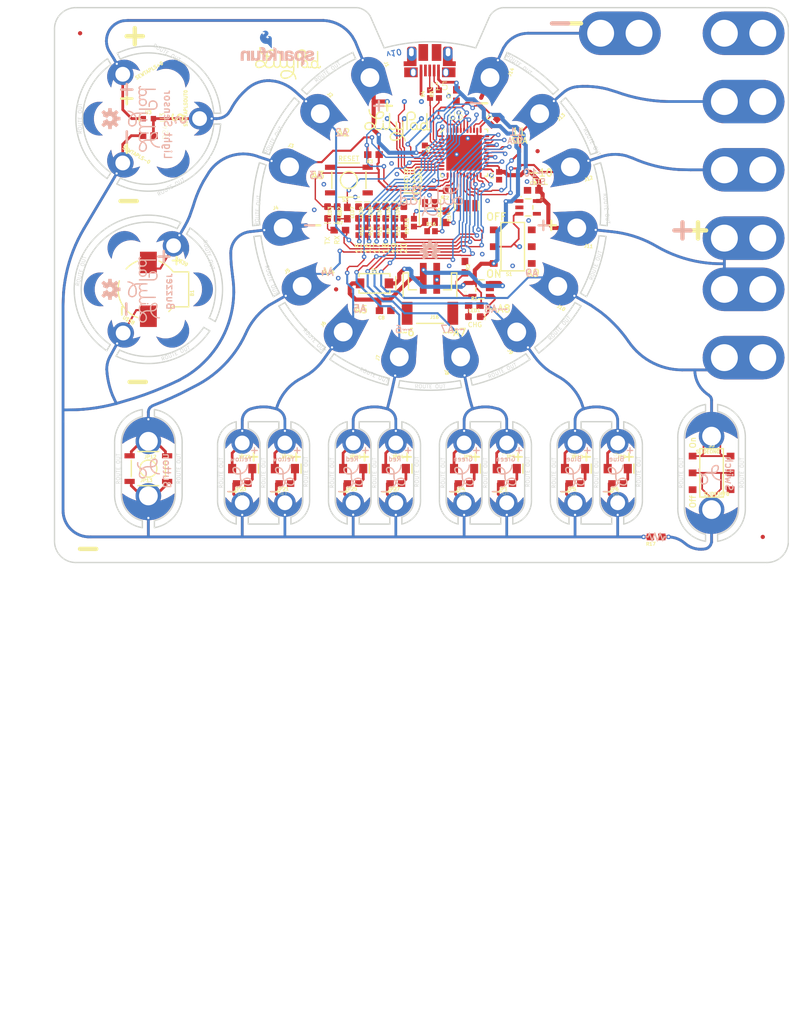
<source format=kicad_pcb>
(kicad_pcb (version 20211014) (generator pcbnew)
  (layers (0 "F.Cu" signal) (31 "B.Cu" signal) (34 "B.Paste" user) (35 "F.Paste" user) (36 "B.SilkS" user "B.Silkscreen") (37 "F.SilkS" user "F.Silkscreen") (38 "B.Mask" user) (39 "F.Mask" user) (44 "Edge.Cuts" user))
  (net 0 "")
  (net 1 "N$2")
  (net 2 "V_BATT")
  (net 3 "GND")
  (net 4 "N$3")
  (net 5 "N$4")
  (net 6 "N$6")
  (net 7 "3.3V")
  (net 8 "RESET")
  (net 9 "N$19")
  (net 10 "N$20")
  (net 11 "D+")
  (net 12 "D-")
  (net 13 "N$1")
  (net 14 "N$21")
  (net 15 "RX_LED")
  (net 16 "TX_LED")
  (net 17 "BG_LED0")
  (net 18 "N$5")
  (net 19 "N$7")
  (net 20 "N$18")
  (net 21 "MOSI")
  (net 22 "SCK")
  (net 23 "MISO")
  (net 24 "N$9")
  (net 25 "N$10")
  (net 26 "N$11")
  (net 27 "BG_LED1")
  (net 28 "BG_LED2")
  (net 29 "BG_LED3")
  (net 30 "RGB_G")
  (net 31 "RGB_B")
  (net 32 "RGB_R")
  (net 33 "D10")
  (net 34 "D6")
  (net 35 "D11")
  (net 36 "D2")
  (net 37 "D25")
  (net 38 "D7")
  (net 39 "D4")
  (net 40 "D8")
  (net 41 "D3")
  (net 42 "D9")
  (net 43 "D5")
  (net 44 "BG_LED4")
  (net 45 "N$12")
  (net 46 "N$13")
  (net 47 "BG_LED5")
  (net 48 "VCC_1")
  (net 49 "N$8")
  (net 50 "N$14")
  (net 51 "N$15")
  (net 52 "N$41")
  (net 53 "N$42")
  (net 54 "N$43")
  (net 55 "N$44")
  (net 56 "N$46")
  (net 57 "SEWTAP+1")
  (net 58 "X003")
  (net 59 "X004")
  (net 60 "X005")
  (net 61 "X006")
  (net 62 "SW_CM")
  (footprint "" (layer "F.Cu") (at 128.6764 139.640585)
    (fp_text reference "@HOLE13" hide)
    (fp_text value "")
  )
  (footprint "boardEagle:0603" (layer "F.Cu") (at 141.365293 85.59641 180)
    (fp_text reference "R3")
    (fp_text value "10k")
  )
  (footprint "" (layer "F.Cu") (at 127.665481 126.251694)
    (fp_text reference "@HOLE10" hide)
    (fp_text value "")
  )
  (footprint "boardEagle:ROUTE_TICKS" (layer "F.Cu") (at 154.34564 115.727482 102)
    (fp_text reference "U$60" hide)
    (fp_text value "" hide)
  )
  (footprint "boardEagle:0603" (layer "F.Cu") (at 138.3411 134.5311)
    (fp_text reference "R27")
    (fp_text value "150" hide)
  )
  (footprint "" (layer "F.Cu") (at 139.979396 70.712597)
    (fp_text reference "@HOLE55" hide)
    (fp_text value "")
  )
  (footprint "boardEagle:0603" (layer "F.Cu") (at 154.9781 102.336607 -90)
    (fp_text reference "R2")
    (fp_text value "10k")
  )
  (footprint "boardEagle:0402" (layer "F.Cu") (at 144.53235 96.986725 -90)
    (fp_text reference "R10")
    (fp_text value "470")
  )
  (footprint "" (layer "F.Cu") (at 163.1061 125.3236)
    (fp_text reference "@HOLE112" hide)
    (fp_text value "")
  )
  (footprint "boardEagle:ROUTE_TICKS" (layer "F.Cu") (at 133.421118 79.48676 -42)
    (fp_text reference "U$52" hide)
    (fp_text value "" hide)
  )
  (footprint "boardEagle:PETAL_PAD_OFF" (layer "F.Cu") (at 154.34564 115.727482 102)
    (fp_text reference "U$23" hide)
    (fp_text value "" hide)
  )
  (footprint "boardEagle:GATOR_HOLES" (layer "F.Cu") (at 193.5861 105.6386)
    (fp_text reference "U$41" hide)
    (fp_text value "GATOR_HOLE_PAIR" hide)
  )
  (footprint "boardEagle:ROUTE_TICKS" (layer "F.Cu") (at 145.196559 115.727482 78)
    (fp_text reference "U$59" hide)
    (fp_text value "" hide)
  )
  (footprint "boardEagle:PETAL-SMALL-2SIDE" (layer "F.Cu") (at 138.3411 128.4986 180)
    (fp_text reference "JP26")
    (fp_text value "SEWTAP_SMALL-2SIDE")
  )
  (footprint "boardEagle:PETAL-MEDIUM-2SIDE" (layer "F.Cu") (at 107.8611 136.1186)
    (fp_text reference "JP13")
    (fp_text value "SEWTAP_MEDIUM-2SIDE")
  )
  (footprint "" (layer "F.Cu") (at 144.190721 139.638047)
    (fp_text reference "@HOLE132" hide)
    (fp_text value "")
  )
  (footprint "boardEagle:PETAL-SMALL-2SIDE" (layer "F.Cu") (at 144.6911 137.3886)
    (fp_text reference "JP27")
    (fp_text value "SEWTAP_SMALL-2SIDE")
  )
  (footprint "" (layer "F.Cu") (at 117.3861 121.5136)
    (fp_text reference "@HOLE60" hide)
    (fp_text value "")
  )
  (footprint "boardEagle:ROUTE_TICKS" (layer "F.Cu") (at 127.89154 96.5073 6)
    (fp_text reference "U$56" hide)
    (fp_text value "" hide)
  )
  (footprint "" (layer "F.Cu") (at 139.047215 71.126616)
    (fp_text reference "@HOLE54" hide)
    (fp_text value "")
  )
  (footprint "boardEagle:0402" (layer "F.Cu") (at 139.13485 96.986725 -90)
    (fp_text reference "R11")
    (fp_text value "470")
  )
  (footprint "boardEagle:PETAL-MEDIUM-2SIDE" (layer "F.Cu") (at 107.8611 128.4986 180)
    (fp_text reference "JP12")
    (fp_text value "SEWTAP_MEDIUM-2SIDE")
  )
  (footprint "boardEagle:PETAL-SMALL-NOHOLE" (layer "F.Cu") (at 100.2411 80.2386 -90)
    (fp_text reference "ST1" hide)
    (fp_text value "SEWTAP-NOHOLE_SM_NH" hide)
  )
  (footprint "" (layer "F.Cu") (at 135.1661 125.3236)
    (fp_text reference "@HOLE118" hide)
    (fp_text value "")
  )
  (footprint "boardEagle:LED-0603" (layer "F.Cu") (at 135.959843 94.2086 -90)
    (fp_text reference "LED2")
    (fp_text value "Yellow")
  )
  (footprint "" (layer "F.Cu") (at 135.224509 115.078785)
    (fp_text reference "@HOLE33" hide)
    (fp_text value "")
  )
  (footprint "boardEagle:LED-0603" (layer "F.Cu") (at 140.484225 94.2086 90)
    (fp_text reference "LED9")
    (fp_text value "WHITE")
  )
  (footprint "boardEagle:0603" (layer "F.Cu") (at 128.1811 134.5311)
    (fp_text reference "R25")
    (fp_text value "100" hide)
  )
  (footprint "" (layer "F.Cu") (at 117.814021 79.741022)
    (fp_text reference "@HOLE0" hide)
    (fp_text value "")
  )
  (footprint "boardEagle:PETAL_SPACE_OFF" (layer "F.Cu") (at 171.650659 96.5073 174)
    (fp_text reference "U$12" hide)
    (fp_text value "" hide)
  )
  (footprint "" (layer "F.Cu") (at 169.011584 77.575685)
    (fp_text reference "@HOLE47" hide)
    (fp_text value "")
  )
  (footprint "" (layer "F.Cu") (at 137.843259 126.249154)
    (fp_text reference "@HOLE134" hide)
    (fp_text value "")
  )
  (footprint "" (layer "F.Cu") (at 117.3861 64.3636)
    (fp_text reference "@HOLE154" hide)
    (fp_text value "")
  )
  (footprint "boardEagle:PETAL_SPACE_OFF" (layer "F.Cu") (at 128.849118 87.409019 -18)
    (fp_text reference "U$28" hide)
    (fp_text value "" hide)
  )
  (footprint "boardEagle:0402" (layer "F.Cu") (at 160.058103 88.747597 90)
    (fp_text reference "C4")
    (fp_text value "0.1uF")
  )
  (footprint "boardEagle:JST-2-SMD" (layer "F.Cu") (at 149.7711 107.70235 180)
    (fp_text reference "J16")
    (fp_text value "")
  )
  (footprint "" (layer "F.Cu") (at 157.053271 69.823919)
    (fp_text reference "@HOLE52" hide)
    (fp_text value "")
  )
  (footprint "" (layer "F.Cu") (at 117.3861 68.1736)
    (fp_text reference "@HOLE105" hide)
    (fp_text value "")
  )
  (footprint "" (layer "F.Cu") (at 144.934931 119.196125)
    (fp_text reference "@HOLE35" hide)
    (fp_text value "")
  )
  (footprint "" (layer "F.Cu") (at 117.3861 124.0536)
    (fp_text reference "@HOLE62" hide)
    (fp_text value "")
  )
  (footprint "" (layer "F.Cu") (at 169.4561 125.3236)
    (fp_text reference "@HOLE107" hide)
    (fp_text value "")
  )
  (footprint "" (layer "F.Cu") (at 160.700721 139.638047)
    (fp_text reference "@HOLE140" hide)
    (fp_text value "")
  )
  (footprint "boardEagle:PETAL_PAD_OFF" (layer "F.Cu") (at 128.849118 87.409019 -18)
    (fp_text reference "U$29" hide)
    (fp_text value "" hide)
  )
  (footprint "boardEagle:LED-0603" (layer "F.Cu") (at 156.375103 109.7026)
    (fp_text reference "LED1")
    (fp_text value "RED")
  )
  (footprint "boardEagle:PETAL-SMALL-2SIDE" (layer "F.Cu") (at 154.8511 137.3886)
    (fp_text reference "JP4")
    (fp_text value "SEWTAP_SMALL-2SIDE")
  )
  (footprint "boardEagle:PETAL-SMALL-NOHOLE" (layer "F.Cu") (at 115.3611 105.6386 90)
    (fp_text reference "U$36" hide)
    (fp_text value "SEWTAP-NOHOLE_SM_NH" hide)
  )
  (footprint "boardEagle:0402" (layer "F.Cu") (at 152.692096 90.985972 180)
    (fp_text reference "C2")
    (fp_text value "0.1uF")
  )
  (footprint "" (layer "F.Cu") (at 121.3358 139.640591)
    (fp_text reference "@HOLE16" hide)
    (fp_text value "")
  )
  (footprint "" (layer "F.Cu") (at 155.34894 126.246613)
    (fp_text reference "@HOLE143" hide)
    (fp_text value "")
  )
  (footprint "boardEagle:0402" (layer "F.Cu") (at 143.182975 96.986725 -90)
    (fp_text reference "R8")
    (fp_text value "470")
  )
  (footprint "" (layer "F.Cu") (at 180.8861 125.3236)
    (fp_text reference "@HOLE109" hide)
    (fp_text value "")
  )
  (footprint "boardEagle:PETAL-LONG-1-2SIDE" (layer "F.Cu") (at 130.718559 105.209341 30)
    (fp_text reference "J5")
    (fp_text value "SEWTAP_LONG-2SIDE")
  )
  (footprint "boardEagle:PETAL-SMALL-2SIDE" (layer "F.Cu") (at 138.3411 137.3886)
    (fp_text reference "JP25")
    (fp_text value "SEWTAP_SMALL-2SIDE")
  )
  (footprint "boardEagle:ROUTE_TICKS" (layer "F.Cu") (at 140.822681 74.109582 -66)
    (fp_text reference "U$51" hide)
    (fp_text value "" hide)
  )
  (footprint "boardEagle:LED-1206" (layer "F.Cu") (at 154.8511 132.3086)
    (fp_text reference "D7")
    (fp_text value "GREEN")
  )
  (footprint "boardEagle:PETAL_SPACE_OFF" (layer "F.Cu") (at 127.89154 96.5073 6)
    (fp_text reference "U$30" hide)
    (fp_text value "" hide)
  )
  (footprint "" (layer "F.Cu") (at 154.353259 126.249154)
    (fp_text reference "@HOLE142" hide)
    (fp_text value "")
  )
  (footprint "boardEagle:ROUTE_TICKS" (layer "F.Cu") (at 130.718559 105.209341 30)
    (fp_text reference "U$57" hide)
    (fp_text value "" hide)
  )
  (footprint "boardEagle:PETAL-SMALL-2SIDE" (layer "F.Cu") (at 144.6911 128.4986 180)
    (fp_text reference "JP24")
    (fp_text value "SEWTAP_SMALL-2SIDE")
  )
  (footprint "boardEagle:0402" (layer "F.Cu") (at 159.327846 80.762472 45)
    (fp_text reference "C3")
    (fp_text value "0.1uF")
  )
  (footprint "" (layer "F.Cu") (at 147.8661 125.3236)
    (fp_text reference "@HOLE115" hide)
    (fp_text value "")
  )
  (footprint "boardEagle:MICRO-FIDUCIAL" (layer "F.Cu") (at 199.3011 142.4686)
    (fp_text reference "JP11" hide)
    (fp_text value "FIDUCIALUFIDUCIAL" hide)
  )
  (footprint "" (layer "F.Cu") (at 95.7961 125.3236)
    (fp_text reference "@HOLE124" hide)
    (fp_text value "")
  )
  (footprint "boardEagle:ROUTE_TICKS" (layer "F.Cu") (at 128.849118 87.409019 -18)
    (fp_text reference "U$55" hide)
    (fp_text value "" hide)
  )
  (footprint "boardEagle:SOT23-5" (layer "F.Cu") (at 164.3761 93.4466 -90)
    (fp_text reference "U2")
    (fp_text value "3.3V")
  )
  (footprint "" (layer "F.Cu") (at 116.492021 111.055429)
    (fp_text reference "@HOLE22" hide)
    (fp_text value "")
  )
  (footprint "" (layer "F.Cu") (at 192.178943 142.183369)
    (fp_text reference "@HOLE126" hide)
    (fp_text value "")
  )
  (footprint "boardEagle:PETAL_PAD_OFF" (layer "F.Cu") (at 130.718559 105.209341 30)
    (fp_text reference "U$33" hide)
    (fp_text value "" hide)
  )
  (footprint "boardEagle:ROUTE_TICKS" (layer "F.Cu") (at 111.1504 99.941379 -120)
    (fp_text reference "U$68" hide)
    (fp_text value "" hide)
  )
  (footprint "" (layer "F.Cu") (at 155.346403 139.640585)
    (fp_text reference "@HOLE145" hide)
    (fp_text value "")
  )
  (footprint "boardEagle:0603" (layer "F.Cu") (at 144.6911 134.5311)
    (fp_text reference "R28")
    (fp_text value "150" hide)
  )
  (footprint "" (layer "F.Cu") (at 168.1861 125.3236)
    (fp_text reference "@HOLE111" hide)
    (fp_text value "")
  )
  (footprint "" (layer "F.Cu") (at 171.85894 126.246613)
    (fp_text reference "@HOLE151" hide)
    (fp_text value "")
  )
  (footprint "boardEagle:RESONATOR-SMD" (layer "F.Cu") (at 155.2321 93.192594 180)
    (fp_text reference "Y1")
    (fp_text value "8MHz")
  )
  (footprint "" (layer "F.Cu") (at 118.6561 125.3236)
    (fp_text reference "@HOLE122" hide)
    (fp_text value "")
  )
  (footprint "" (layer "F.Cu") (at 165.6461 125.3236)
    (fp_text reference "@HOLE68" hide)
    (fp_text value "")
  )
  (footprint "" (layer "F.Cu") (at 99.6061 125.3236)
    (fp_text reference "@HOLE85" hide)
    (fp_text value "")
  )
  (footprint "boardEagle:ALS-PT19" (layer "F.Cu") (at 107.8611 80.2386)
    (fp_text reference "U3")
    (fp_text value "ALS-PT19")
  )
  (footprint "" (layer "F.Cu") (at 182.1561 125.3236)
    (fp_text reference "@HOLE70" hide)
    (fp_text value "")
  )
  (footprint "" (layer "F.Cu") (at 160.685481 126.251694)
    (fp_text reference "@HOLE138" hide)
    (fp_text value "")
  )
  (footprint "" (layer "F.Cu") (at 144.175481 126.251694)
    (fp_text reference "@HOLE130" hide)
    (fp_text value "")
  )
  (footprint "boardEagle:LED-0603" (layer "F.Cu") (at 141.8336 94.2086 90)
    (fp_text reference "LED8")
    (fp_text value "WHITE")
  )
  (footprint "" (layer "F.Cu") (at 185.9661 125.3236)
    (fp_text reference "@HOLE77" hide)
    (fp_text value "")
  )
  (footprint "" (layer "F.Cu") (at 155.541975 118.977688)
    (fp_text reference "@HOLE37" hide)
    (fp_text value "")
  )
  (footprint "" (layer "F.Cu") (at 191.183265 142.183369)
    (fp_text reference "@HOLE127" hide)
    (fp_text value "")
  )
  (footprint "" (layer "F.Cu") (at 128.696721 126.251691)
    (fp_text reference "@HOLE11" hide)
    (fp_text value "")
  )
  (footprint "boardEagle:PETAL-SMALL-NOHOLE" (layer "F.Cu") (at 111.6711 73.639479 150)
    (fp_text reference "ST3" hide)
    (fp_text value "SEWTAP-NOHOLE_SM_NH" hide)
  )
  (footprint "boardEagle:LED-1206" (layer "F.Cu") (at 144.6911 132.3086)
    (fp_text reference "D6")
    (fp_text value "RED")
  )
  (footprint "" (layer "F.Cu") (at 157.716212 70.04966)
    (fp_text reference "@HOLE53" hide)
    (fp_text value "")
  )
  (footprint "" (layer "F.Cu") (at 113.37544 97.072729)
    (fp_text reference "@HOLE21" hide)
    (fp_text value "")
  )
  (footprint "boardEagle:SWITCH_DPDT_SMD_AYZ0202" (layer "F.Cu") (at 191.6811 132.9436 -90)
    (fp_text reference "S3")
    (fp_text value "")
  )
  (footprint "" (layer "F.Cu") (at 140.622015 70.461144)
    (fp_text reference "@HOLE56" hide)
    (fp_text value "")
  )
  (footprint "" (layer "F.Cu") (at 117.3861 96.1136)
    (fp_text reference "@HOLE94" hide)
    (fp_text value "")
  )
  (footprint "" (layer "F.Cu") (at 131.3561 125.3236)
    (fp_text reference "@HOLE119" hide)
    (fp_text value "")
  )
  (footprint "boardEagle:PETAL-SMALL-2SIDE" (layer "F.Cu") (at 128.1811 128.4986 180)
    (fp_text reference "JP20")
    (fp_text value "SEWTAP_SMALL-2SIDE")
  )
  (footprint "" (layer "F.Cu") (at 117.3861 112.6236)
    (fp_text reference "@HOLE91" hide)
    (fp_text value "")
  )
  (footprint "boardEagle:PETAL-LONG-1-2SIDE" (layer "F.Cu") (at 128.849118 87.409019 -18)
    (fp_text reference "J3")
    (fp_text value "SEWTAP_LONG-2SIDE")
  )
  (footprint "" (layer "F.Cu") (at 161.6964 139.640585)
    (fp_text reference "@HOLE141" hide)
    (fp_text value "")
  )
  (footprint "boardEagle:ROUTE_TICKS" (layer "F.Cu") (at 158.719518 74.109582 -114)
    (fp_text reference "U$66" hide)
    (fp_text value "" hide)
  )
  (footprint "" (layer "F.Cu") (at 133.8961 125.3236)
    (fp_text reference "@HOLE65" hide)
    (fp_text value "")
  )
  (footprint "boardEagle:0402" (layer "F.Cu") (at 149.0091 84.810607 -90)
    (fp_text reference "C5")
    (fp_text value "1.0uF")
  )
  (footprint "boardEagle:ROUTE_TICKS" (layer "F.Cu") (at 113.5761 108.907579 150)
    (fp_text reference "U$71" hide)
    (fp_text value "" hide)
  )
  (footprint "boardEagle:PETAL-SMALL-NOHOLE" (layer "F.Cu") (at 111.6111 112.1386 30)
    (fp_text reference "U$37" hide)
    (fp_text value "SEWTAP-NOHOLE_SM_NH" hide)
  )
  (footprint "boardEagle:PETAL_PAD_OFF" (layer "F.Cu") (at 145.196559 115.727482 78)
    (fp_text reference "U$21" hide)
    (fp_text value "" hide)
  )
  (footprint "" (layer "F.Cu") (at 117.3861 70.7136)
    (fp_text reference "@HOLE103" hide)
    (fp_text value "")
  )
  (footprint "" (layer "F.Cu") (at 108.361481 124.464335)
    (fp_text reference "@HOLE8" hide)
    (fp_text value "")
  )
  (footprint "boardEagle:PETAL-LONG-1-2SIDE" (layer "F.Cu") (at 136.839959 112.006382 54)
    (fp_text reference "J6")
    (fp_text value "SEWTAP_LONG-2SIDE")
  )
  (footprint "" (layer "F.Cu") (at 174.104287 86.811125)
    (fp_text reference "@HOLE44" hide)
    (fp_text value "")
  )
  (footprint "" (layer "F.Cu") (at 130.0861 125.3236)
    (fp_text reference "@HOLE120" hide)
    (fp_text value "")
  )
  (footprint "" (layer "F.Cu") (at 143.982434 118.980229)
    (fp_text reference "@HOLE34" hide)
    (fp_text value "")
  )
  (footprint "boardEagle:TACTILE_SWITCH_SMD_5.2MM" (layer "F.Cu") (at 137.7061 89.382597 180)
    (fp_text reference "S2")
    (fp_text value "!RESET")
  )
  (footprint "boardEagle:PETAL-SMALL-NOHOLE" (layer "F.Cu") (at 100.3611 105.6386 -90)
    (fp_text reference "U$40" hide)
    (fp_text value "SEWTAP-NOHOLE_SM_NH" hide)
  )
  (footprint "" (layer "F.Cu") (at 103.2256 114.697788)
    (fp_text reference "@HOLE19" hide)
    (fp_text value "")
  )
  (footprint "boardEagle:0603" (layer "F.Cu") (at 156.375096 108.051597)
    (fp_text reference "R1")
    (fp_text value "330")
  )
  (footprint "boardEagle:PETAL-SMALL-2SIDE" (layer "F.Cu") (at 111.6111 99.1486 150)
    (fp_text reference "U$39")
    (fp_text value "SEWTAP_SMALL-2SIDE")
  )
  (footprint "boardEagle:0603" (layer "F.Cu") (at 161.2011 134.5311)
    (fp_text reference "R29")
    (fp_text value "100" hide)
  )
  (footprint "" (layer "F.Cu") (at 164.3761 125.3236)
    (fp_text reference "@HOLE108" hide)
    (fp_text value "")
  )
  (footprint "" (layer "F.Cu") (at 177.210721 139.638047)
    (fp_text reference "@HOLE148" hide)
    (fp_text value "")
  )
  (footprint "" (layer "F.Cu") (at 124.426978 96.356447)
    (fp_text reference "@HOLE28" hide)
    (fp_text value "")
  )
  (footprint "boardEagle:PETAL_SPACE_OFF" (layer "F.Cu") (at 145.196559 115.727482 78)
    (fp_text reference "U$18" hide)
    (fp_text value "" hide)
  )
  (footprint "boardEagle:0402" (layer "F.Cu") (at 140.484225 96.986725 -90)
    (fp_text reference "R13")
    (fp_text value "470")
  )
  (footprint "boardEagle:LED-1206" (layer "F.Cu") (at 171.3611 132.3086)
    (fp_text reference "D8")
    (fp_text value "BLUE")
  )
  (footprint "boardEagle:MICRO-FIDUCIAL" (layer "F.Cu") (at 135.801103 105.638597)
    (fp_text reference "JP2" hide)
    (fp_text value "FIDUCIALUFIDUCIAL" hide)
  )
  (footprint "boardEagle:LED-1206" (layer "F.Cu") (at 177.7111 132.3086)
    (fp_text reference "D9")
    (fp_text value "BLUE")
  )
  (footprint "" (layer "F.Cu") (at 117.3861 113.8936)
    (fp_text reference "@HOLE90" hide)
    (fp_text value "")
  )
  (footprint "" (layer "F.Cu") (at 152.9461 125.3236)
    (fp_text reference "@HOLE113" hide)
    (fp_text value "")
  )
  (footprint "boardEagle:PETAL_PAD_OFF" (layer "F.Cu") (at 170.693081 87.409019 -162)
    (fp_text reference "U$11" hide)
    (fp_text value "" hide)
  )
  (footprint "boardEagle:MICRO-FIDUCIAL" (layer "F.Cu") (at 97.7011 67.5386)
    (fp_text reference "JP14" hide)
    (fp_text value "FIDUCIALUFIDUCIAL" hide)
  )
  (footprint "boardEagle:BUZZER-CCV" (layer "F.Cu") (at 107.8611 105.6386 90)
    (fp_text reference "B1")
    (fp_text value "Buzzer")
  )
  (footprint "" (layer "F.Cu") (at 184.6961 125.3236)
    (fp_text reference "@HOLE76" hide)
    (fp_text value "")
  )
  (footprint "boardEagle:GATOR_HOLES" (layer "F.Cu") (at 193.5861 98.0186)
    (fp_text reference "U$42" hide)
    (fp_text value "GATOR_HOLE_PAIR" hide)
  )
  (footprint "boardEagle:PETAL-MEDIUM-2SIDE" (layer "F.Cu") (at 191.6811 127.7366 180)
    (fp_text reference "SLIDEON0")
    (fp_text value "SEWTAP_MEDIUM-2SIDE")
  )
  (footprint "boardEagle:PETAL_PAD_OFF" (layer "F.Cu") (at 171.650659 96.5073 174)
    (fp_text reference "U$15" hide)
    (fp_text value "" hide)
  )
  (footprint "boardEagle:LED-1206" (layer "F.Cu") (at 138.3411 132.3086)
    (fp_text reference "D5")
    (fp_text value "RED")
  )
  (footprint "boardEagle:PETAL-LONG-1-2SIDE" (layer "F.Cu") (at 133.421118 79.48676 -42)
    (fp_text reference "J2")
    (fp_text value "SEWTAP_LONG-2SIDE")
  )
  (footprint "" (layer "F.Cu") (at 125.737615 85.863707)
    (fp_text reference "@HOLE26" hide)
    (fp_text value "")
  )
  (footprint "boardEagle:PETAL-SMALL-2SIDE" (layer "F.Cu") (at 171.3611 128.4986 180)
    (fp_text reference "JP10")
    (fp_text value "SEWTAP_SMALL-2SIDE")
  )
  (footprint "" (layer "F.Cu") (at 171.856403 139.640585)
    (fp_text reference "@HOLE153" hide)
    (fp_text value "")
  )
  (footprint "" (layer "F.Cu") (at 131.208778 76.836547)
    (fp_text reference "@HOLE24" hide)
    (fp_text value "")
  )
  (footprint "boardEagle:PETAL-SMALL-2SIDE" (layer "F.Cu") (at 128.1811 137.3886)
    (fp_text reference "JP21")
    (fp_text value "SEWTAP_SMALL-2SIDE")
  )
  (footprint "boardEagle:0402" (layer "F.Cu") (at 149.786975 76.58735 90)
    (fp_text reference "R4")
    (fp_text value "22")
  )
  (footprint "boardEagle:LED-1206" (layer "F.Cu") (at 121.8311 132.3086)
    (fp_text reference "D4")
    (fp_text value "Yellow")
  )
  (footprint "boardEagle:PETAL-LONG-1-2SIDE" (layer "F.Cu") (at 168.82364 105.209341 150)
    (fp_text reference "J10")
    (fp_text value "SEWTAP_LONG-2SIDE")
  )
  (footprint "" (layer "F.Cu") (at 102.36454 114.207566)
    (fp_text reference "@HOLE18" hide)
    (fp_text value "")
  )
  (footprint "" (layer "F.Cu") (at 117.3861 69.4436)
    (fp_text reference "@HOLE104" hide)
    (fp_text value "")
  )
  (footprint "" (layer "F.Cu") (at 141.886934 70.006472)
    (fp_text reference "@HOLE58" hide)
    (fp_text value "")
  )
  (footprint "boardEagle:PETAL_SPACE_OFF" (layer "F.Cu") (at 162.70224 112.006382 126)
    (fp_text reference "U$24" hide)
    (fp_text value "" hide)
  )
  (footprint "boardEagle:QFN-44-PAD_1_1-LESS_PASTE" (layer "F.Cu") (at 154.8511 85.3186)
    (fp_text reference "U5")
    (fp_text value "32U4")
  )
  (footprint "boardEagle:PETAL-SMALL-2SIDE" (layer "F.Cu") (at 104.1111 112.1386 -30)
    (fp_text reference "U$38")
    (fp_text value "SEWTAP_SMALL-2SIDE")
  )
  (footprint "" (layer "F.Cu") (at 165.117775 114.484432)
    (fp_text reference "@HOLE39" hide)
    (fp_text value "")
  )
  (footprint "boardEagle:PETAL-LONG-1-2SIDE" (layer "F.Cu") (at 158.719518 74.109582 -114)
    (fp_text reference "J14")
    (fp_text value "SEWTAP_LONG-2SIDE")
  )
  (footprint "boardEagle:SMA-DIODE" (layer "F.Cu") (at 141.516103 104.7496)
    (fp_text reference "D1")
    (fp_text value "3A/40V/500mV")
  )
  (footprint "" (layer "F.Cu") (at 201.2061 125.3236)
    (fp_text reference "@HOLE81" hide)
    (fp_text value "")
  )
  (footprint "" (layer "F.Cu") (at 158.381693 70.268104)
    (fp_text reference "@HOLE51" hide)
    (fp_text value "")
  )
  (footprint "" (layer "F.Cu") (at 117.816562 80.736179)
    (fp_text reference "@HOLE1" hide)
    (fp_text value "")
  )
  (footprint "" (layer "F.Cu") (at 117.3861 116.4336)
    (fp_text reference "@HOLE89" hide)
    (fp_text value "")
  )
  (footprint "" (layer "F.Cu") (at 173.80965 85.858625)
    (fp_text reference "@HOLE45" hide)
    (fp_text value "")
  )
  (footprint "" (layer "F.Cu") (at 168.341028 76.823847)
    (fp_text reference "@HOLE46" hide)
    (fp_text value "")
  )
  (footprint "boardEagle:PETAL-SMALL-2SIDE" (layer "F.Cu") (at 177.7111 128.4986 180)
    (fp_text reference "JP9")
    (fp_text value "SEWTAP_SMALL-2SIDE")
  )
  (footprint "boardEagle:0603" (layer "F.Cu") (at 171.3611 134.5311)
    (fp_text reference "R31")
    (fp_text value "150" hide)
  )
  (footprint "boardEagle:PETAL-SMALL-2SIDE" (layer "F.Cu") (at 121.8311 137.3886)
    (fp_text reference "JP23")
    (fp_text value "SEWTAP_SMALL-2SIDE")
  )
  (footprint "" (layer "F.Cu") (at 117.3861 120.2436)
    (fp_text reference "@HOLE87" hide)
    (fp_text value "")
  )
  (footprint "boardEagle:LED-1206" (layer "F.Cu") (at 128.1811 132.3086)
    (fp_text reference "D3")
    (fp_text value "Yellow")
  )
  (footprint "" (layer "F.Cu") (at 154.561531 119.185969)
    (fp_text reference "@HOLE36" hide)
    (fp_text value "")
  )
  (footprint "" (layer "F.Cu") (at 166.9161 125.3236)
    (fp_text reference "@HOLE69" hide)
    (fp_text value "")
  )
  (footprint "" (layer "F.Cu") (at 121.333259 126.249154)
    (fp_text reference "@HOLE14" hide)
    (fp_text value "")
  )
  (footprint "" (layer "F.Cu") (at 151.6761 125.3236)
    (fp_text reference "@HOLE114" hide)
    (fp_text value "")
  )
  (footprint "boardEagle:PETAL-SMALL-2SIDE" (layer "F.Cu") (at 104.0511 86.837722 -30)
    (fp_text reference "SEWTAPLS-0")
    (fp_text value "MINUS")
  )
  (footprint "" (layer "F.Cu") (at 161.716721 126.251691)
    (fp_text reference "@HOLE139" hide)
    (fp_text value "")
  )
  (footprint "boardEagle:PETAL-LONG-1-2SIDE" (layer "F.Cu") (at 140.822681 74.109582 -66)
    (fp_text reference "J1")
    (fp_text value "SEWTAP_LONG-2SIDE")
  )
  (footprint "" (layer "F.Cu") (at 100.8761 125.3236)
    (fp_text reference "@HOLE84" hide)
    (fp_text value "")
  )
  (footprint "" (layer "F.Cu") (at 107.363259 140.150329)
    (fp_text reference "@HOLE7" hide)
    (fp_text value "")
  )
  (footprint "boardEagle:PETAL_PAD_OFF" (layer "F.Cu") (at 136.839959 112.006382 54)
    (fp_text reference "U$19" hide)
    (fp_text value "" hide)
  )
  (footprint "boardEagle:DUMMY" (layer "F.Cu") (at 98.9711 162.7886)
    (fp_text reference "FRAME2" hide)
    (fp_text value "FRAME-LETTERNO_PACKAGE" hide)
  )
  (footprint "boardEagle:PETAL-SMALL-2SIDE" (layer "F.Cu") (at 161.2011 128.4986 180)
    (fp_text reference "JP7")
    (fp_text value "SEWTAP_SMALL-2SIDE")
  )
  (footprint "" (layer "F.Cu") (at 117.3861 122.7836)
    (fp_text reference "@HOLE61" hide)
    (fp_text value "")
  )
  (footprint "boardEagle:0603" (layer "F.Cu") (at 137.467971 94.287972 90)
    (fp_text reference "R6")
    (fp_text value "2.2k")
  )
  (footprint "" (layer "F.Cu") (at 116.89334 110.356929)
    (fp_text reference "@HOLE23" hide)
    (fp_text value "")
  )
  (footprint "boardEagle:PETAL_PAD_OFF" (layer "F.Cu") (at 168.82364 105.209341 150)
    (fp_text reference "U$9" hide)
    (fp_text value "" hide)
  )
  (footprint "" (layer "F.Cu") (at 130.53314 77.565529)
    (fp_text reference "@HOLE25" hide)
    (fp_text value "")
  )
  (footprint "boardEagle:PETAL_SPACE_OFF" (layer "F.Cu") (at 170.693081 87.409019 -162)
    (fp_text reference "U$10" hide)
    (fp_text value "" hide)
  )
  (footprint "" (layer "F.Cu") (at 102.438781 88.611194)
    (fp_text reference "@HOLE5" hide)
    (fp_text value "")
  )
  (footprint "" (layer "F.Cu") (at 134.426953 114.497125)
    (fp_text reference "@HOLE32" hide)
    (fp_text value "")
  )
  (footprint "" (layer "F.Cu") (at 117.3861 71.9836)
    (fp_text reference "@HOLE102" hide)
    (fp_text value "")
  )
  (footprint "" (layer "F.Cu") (at 141.251934 70.227457)
    (fp_text reference "@HOLE57" hide)
    (fp_text value "")
  )
  (footprint "boardEagle:USB-MICROB-PTH" (layer "F.Cu") (at 149.7711 71.745475 180)
    (fp_text reference "J15")
    (fp_text value "AMP FCI 10103594-0001LF")
  )
  (footprint "boardEagle:PETAL-LONG-1-2SIDE" (layer "F.Cu") (at 162.70224 112.006382 126)
    (fp_text reference "J9")
    (fp_text value "SEWTAP_LONG-2SIDE")
  )
  (footprint "boardEagle:0603" (layer "F.Cu") (at 165.138103 90.906604)
    (fp_text reference "C6")
    (fp_text value "4.7uF")
  )
  (footprint "" (layer "F.Cu") (at 117.3861 97.3836)
    (fp_text reference "@HOLE93" hide)
    (fp_text value "")
  )
  (footprint "" (layer "F.Cu") (at 154.3558 139.640591)
    (fp_text reference "@HOLE144" hide)
    (fp_text value "")
  )
  (footprint "" (layer "F.Cu") (at 124.526034 97.380066)
    (fp_text reference "@HOLE29" hide)
    (fp_text value "")
  )
  (footprint "" (layer "F.Cu") (at 114.8461 125.3236)
    (fp_text reference "@HOLE71" hide)
    (fp_text value "")
  )
  (footprint "boardEagle:PETAL_PAD_OFF" (layer "F.Cu") (at 158.719518 74.109582 -114)
    (fp_text reference "U$34" hide)
    (fp_text value "" hide)
  )
  (footprint "boardEagle:PETAL_PAD_OFF" (layer "F.Cu") (at 133.421118 79.48676 -42)
    (fp_text reference "U$27" hide)
    (fp_text value "" hide)
  )
  (footprint "boardEagle:PETAL_SPACE_OFF" (layer "F.Cu") (at 133.421118 79.48676 -42)
    (fp_text reference "U$26" hide)
    (fp_text value "" hide)
  )
  (footprint "" (layer "F.Cu") (at 145.1864 139.640585)
    (fp_text reference "@HOLE133" hide)
    (fp_text value "")
  )
  (footprint "" (layer "F.Cu") (at 179.6161 125.3236)
    (fp_text reference "@HOLE110" hide)
    (fp_text value "")
  )
  (footprint "" (layer "F.Cu") (at 142.53209 69.808357)
    (fp_text reference "@HOLE59" hide)
    (fp_text value "")
  )
  (footprint "boardEagle:0402" (layer "F.Cu") (at 151.1046 76.58735 90)
    (fp_text reference "R5")
    (fp_text value "22")
  )
  (footprint "" (layer "F.Cu") (at 192.178943 123.704869)
    (fp_text reference "@HOLE129" hide)
    (fp_text value "")
  )
  (footprint "boardEagle:0603" (layer "F.Cu") (at 154.8511 134.5311)
    (fp_text reference "R30")
    (fp_text value "100" hide)
  )
  (footprint "boardEagle:0603" (layer "F.Cu") (at 153.708096 76.8096 90)
    (fp_text reference "C7")
    (fp_text value "4.7uF")
  )
  (footprint "" (layer "F.Cu") (at 103.4161 125.3236)
    (fp_text reference "@HOLE82" hide)
    (fp_text value "")
  )
  (footprint "" (layer "F.Cu") (at 125.427737 86.821288)
    (fp_text reference "@HOLE27" hide)
    (fp_text value "")
  )
  (footprint "" (layer "F.Cu") (at 113.5761 125.3236)
    (fp_text reference "@HOLE74" hide)
    (fp_text value "")
  )
  (footprint "boardEagle:PETAL-SMALL-2SIDE" (layer "F.Cu") (at 154.8511 128.4986 180)
    (fp_text reference "JP8")
    (fp_text value "SEWTAP_SMALL-2SIDE")
  )
  (footprint "boardEagle:0603" (layer "F.Cu") (at 121.8311 134.5311)
    (fp_text reference "R26")
    (fp_text value "100" hide)
  )
  (footprint "boardEagle:GATOR_HOLES" (layer "F.Cu") (at 193.5861 77.6986)
    (fp_text reference "U$51/SDA0" hide)
    (fp_text value "GATOR_HOLE_PAIR" hide)
  )
  (footprint "" (layer "F.Cu") (at 117.3861 94.8436)
    (fp_text reference "@HOLE97" hide)
    (fp_text value "")
  )
  (footprint "boardEagle:PETAL-LONG-1-2SIDE" (layer "F.Cu") (at 145.196559 115.727482 78)
    (fp_text reference "J7")
    (fp_text value "SEWTAP_LONG-2SIDE")
  )
  (footprint "boardEagle:PETAL_PAD_OFF" (layer "F.Cu") (at 162.70224 112.006382 126)
    (fp_text reference "U$25" hide)
    (fp_text value "" hide)
  )
  (footprint "" (layer "F.Cu") (at 116.1161 125.3236)
    (fp_text reference "@HOLE72" hide)
    (fp_text value "")
  )
  (footprint "boardEagle:0603" (layer "F.Cu") (at 183.4261 142.4686 180)
    (fp_text reference "R17")
    (fp_text value "1k")
  )
  (footprint "" (layer "F.Cu") (at 117.3861 85.9536)
    (fp_text reference "@HOLE125" hide)
    (fp_text value "")
  )
  (footprint "" (layer "F.Cu") (at 117.3861 89.7636)
    (fp_text reference "@HOLE99" hide)
    (fp_text value "")
  )
  (footprint "" (layer "F.Cu") (at 150.4061 125.3236)
    (fp_text reference "@HOLE67" hide)
    (fp_text value "")
  )
  (footprint "boardEagle:PETAL-MEDIUM-2SIDE" (layer "F.Cu") (at 191.6811 138.1506)
    (fp_text reference "SLIDEOFF0")
    (fp_text value "SEWTAP_MEDIUM-2SIDE")
  )
  (footprint "boardEagle:PETAL_SPACE_OFF" (layer "F.Cu") (at 140.822681 74.109582 -66)
    (fp_text reference "U$7" hide)
    (fp_text value "" hide)
  )
  (footprint "" (layer "F.Cu") (at 175.013612 97.372444)
    (fp_text reference "@HOLE42" hide)
    (fp_text value "")
  )
  (footprint "" (layer "F.Cu") (at 102.1461 125.3236)
    (fp_text reference "@HOLE83" hide)
    (fp_text value "")
  )
  (footprint "" (layer "F.Cu") (at 145.206721 126.251691)
    (fp_text reference "@HOLE131" hide)
    (fp_text value "")
  )
  (footprint "" (layer "F.Cu") (at 146.5961 125.3236)
    (fp_text reference "@HOLE116" hide)
    (fp_text value "")
  )
  (footprint "boardEagle:0603" (layer "F.Cu") (at 107.8611 82.7786)
    (fp_text reference "R24")
    (fp_text value "10k")
  )
  (footprint "boardEagle:GATOR_HOLES" (layer "F.Cu") (at 175.1711 67.5386)
    (fp_text reference "U$53" hide)
    (fp_text value "GATOR_HOLE_PAIR" hide)
  )
  (footprint "boardEagle:LED-0603" (layer "F.Cu") (at 134.531093 94.208604 -90)
    (fp_text reference "LED3")
    (fp_text value "GREEN")
  )
  (footprint "" (layer "F.Cu") (at 178.2064 139.640585)
    (fp_text reference "@HOLE149" hide)
    (fp_text value "")
  )
  (footprint "" (layer "F.Cu") (at 191.183265 123.704872)
    (fp_text reference "@HOLE128" hide)
    (fp_text value "")
  )
  (footprint "boardEagle:ROUTE_TICKS" (layer "F.Cu") (at 104.56164 111.3536 60)
    (fp_text reference "U$70" hide)
    (fp_text value "" hide)
  )
  (footprint "" (layer "F.Cu") (at 132.6261 125.3236)
    (fp_text reference "@HOLE64" hide)
    (fp_text value "")
  )
  (footprint "" (layer "F.Cu") (at 122.326403 139.640585)
    (fp_text reference "@HOLE17" hide)
    (fp_text value "")
  )
  (footprint "boardEagle:PETAL_SPACE_OFF" (layer "F.Cu") (at 130.718559 105.209341 30)
    (fp_text reference "U$32" hide)
    (fp_text value "" hide)
  )
  (footprint "boardEagle:0402" (layer "F.Cu") (at 145.881725 96.986725 -90)
    (fp_text reference "R9")
    (fp_text value "470")
  )
  (footprint "" (layer "F.Cu") (at 103.312721 89.11385)
    (fp_text reference "@HOLE4" hide)
    (fp_text value "")
  )
  (footprint "" (layer "F.Cu") (at 117.3861 91.0336)
    (fp_text reference "@HOLE98" hide)
    (fp_text value "")
  )
  (footprint "" (layer "F.Cu") (at 170.8658 139.640591)
    (fp_text reference "@HOLE152" hide)
    (fp_text value "")
  )
  (footprint "boardEagle:LILYPAD-WEARABLES_LOGO-LILYPAD" (layer "F.Cu") (at 128.6891 71.6661)
    (fp_text reference "U$43" hide)
    (fp_text value "LILYLOGO_SHORT" hide)
  )
  (footprint "" (layer "F.Cu") (at 102.4591 71.868541)
    (fp_text reference "@HOLE2" hide)
    (fp_text value "")
  )
  (footprint "boardEagle:PETAL_SPACE_OFF" (layer "F.Cu") (at 154.34564 115.727482 102)
    (fp_text reference "U$22" hide)
    (fp_text value "" hide)
  )
  (footprint "boardEagle:PETAL_PAD_OFF" (layer "F.Cu") (at 140.822681 74.109582 -66)
    (fp_text reference "U$3" hide)
    (fp_text value "" hide)
  )
  (footprint "" (layer "F.Cu") (at 97.0661 125.3236)
    (fp_text reference "@HOLE123" hide)
    (fp_text value "")
  )
  (footprint "boardEagle:LED-0603" (layer "F.Cu") (at 144.53235 94.2086 90)
    (fp_text reference "LED6")
    (fp_text value "WHITE")
  )
  (footprint "boardEagle:PETAL-SMALL-2SIDE" (layer "F.Cu") (at 171.3611 137.3886)
    (fp_text reference "JP5")
    (fp_text value "SEWTAP_SMALL-2SIDE")
  )
  (footprint "" (layer "F.Cu") (at 171.546509 107.354647)
    (fp_text reference "@HOLE40" hide)
    (fp_text value "")
  )
  (footprint "" (layer "F.Cu") (at 178.226721 126.251691)
    (fp_text reference "@HOLE147" hide)
    (fp_text value "")
  )
  (footprint "" (layer "F.Cu") (at 117.3861 117.7036)
    (fp_text reference "@HOLE88" hide)
    (fp_text value "")
  )
  (footprint "boardEagle:PETAL-LONG-1-2SIDE" (layer "F.Cu") (at 166.121081 79.48676 -138)
    (fp_text reference "J13")
    (fp_text value "SEWTAP_LONG-2SIDE")
  )
  (footprint "" (layer "F.Cu") (at 197.3961 125.3236)
    (fp_text reference "@HOLE78" hide)
    (fp_text value "")
  )
  (footprint "" (layer "F.Cu") (at 159.684709 70.768482)
    (fp_text reference "@HOLE49" hide)
    (fp_text value "")
  )
  (footprint "" (layer "F.Cu") (at 112.3061 125.3236)
    (fp_text reference "@HOLE73" hide)
    (fp_text value "")
  )
  (footprint "" (layer "F.Cu") (at 108.35894 140.150329)
    (fp_text reference "@HOLE6" hide)
    (fp_text value "")
  )
  (footprint "" (layer "F.Cu") (at 136.4361 125.3236)
    (fp_text reference "@HOLE117" hide)
    (fp_text value "")
  )
  (footprint "boardEagle:PETAL-LONG-1-2SIDE" (layer "F.Cu") (at 127.89154 96.5073 6)
    (fp_text reference "J4")
    (fp_text value "SEWTAP_LONG-2SIDE")
  )
  (footprint "boardEagle:LED-0603" (layer "F.Cu") (at 143.182975 94.2086 90)
    (fp_text reference "LED4")
    (fp_text value "WHITE")
  )
  (footprint "boardEagle:LILYPAD-WEARABLES_LOGO-LILYPAD" (layer "F.Cu") (at 144.950178 80.891379)
    (fp_text reference "U$13" hide)
    (fp_text value "LILYLOGO_SHORT" hide)
  )
  (footprint "" (layer "F.Cu") (at 149.1361 125.3236)
    (fp_text reference "@HOLE66" hide)
    (fp_text value "")
  )
  (footprint "" (layer "F.Cu") (at 183.4261 125.3236)
    (fp_text reference "@HOLE75" hide)
    (fp_text value "")
  )
  (footprint "boardEagle:0402" (layer "F.Cu") (at 149.92985 96.986725)
    (fp_text reference "R16")
    (fp_text value "22")
  )
  (footprint "" (layer "F.Cu") (at 138.83894 126.246613)
    (fp_text reference "@HOLE135" hide)
    (fp_text value "")
  )
  (footprint "boardEagle:PETAL-SMALL-2SIDE" (layer "F.Cu") (at 177.7111 137.3886)
    (fp_text reference "JP6")
    (fp_text value "SEWTAP_SMALL-2SIDE")
  )
  (footprint "" (layer "F.Cu") (at 122.32894 126.246613)
    (fp_text reference "@HOLE15" hide)
    (fp_text value "")
  )
  (footprint "boardEagle:ROUTE_TICKS" (layer "F.Cu") (at 171.650659 96.5073 174)
    (fp_text reference "U$63" hide)
    (fp_text value "" hide)
  )
  (footprint "boardEagle:ROUTE_TICKS" (layer "F.Cu") (at 162.70224 112.006382 126)
    (fp_text reference "U$61" hide)
    (fp_text value "" hide)
  )
  (footprint "boardEagle:LED-0603" (layer "F.Cu") (at 139.13485 94.2086 90)
    (fp_text reference "LED7")
    (fp_text value "WHITE")
  )
  (footprint "boardEagle:CREATIVE_COMMONS" (layer "F.Cu") (at 114.595325 157.7086)
    (fp_text reference "FRAME1" hide)
    (fp_text value "FRAME-LETTER" hide)
  )
  (footprint "boardEagle:PETAL-SMALL-2SIDE" (layer "F.Cu") (at 121.8311 128.4986 180)
    (fp_text reference "JP22")
    (fp_text value "SEWTAP_SMALL-2SIDE")
  )
  (footprint "" (layer "F.Cu") (at 127.988053 107.354644)
    (fp_text reference "@HOLE30" hide)
    (fp_text value "")
  )
  (footprint "boardEagle:PLCC4SMDLED" (layer "F.Cu") (at 149.7711 94.2086 -90)
    (fp_text reference "D10")
    (fp_text value "XZM2CRKM2DGFBB45SCCB")
  )
  (footprint "boardEagle:PETAL-LONG-1-2SIDE" (layer "F.Cu") (at 154.34564 115.727482 102)
    (fp_text reference "J8")
    (fp_text value "SEWTAP_LONG-2SIDE")
  )
  (footprint "boardEagle:PETAL_SPACE_OFF" (layer "F.Cu") (at 136.839959 112.006382 54)
    (fp_text reference "U$20" hide)
    (fp_text value "" hide)
  )
  (footprint "boardEagle:GATOR_HOLES" (layer "F.Cu") (at 193.5861 87.8586)
    (fp_text reference "U$52/SCL0" hide)
    (fp_text value "GATOR_HOLE_PAIR" hide)
  )
  (footprint "boardEagle:PETAL-SMALL-2SIDE" (layer "F.Cu") (at 115.4811 80.2386 90)
    (fp_text reference "SEWTAPLSOUT0")
    (fp_text value "OUT")
  )
  (footprint "" (layer "F.Cu") (at 117.3861 88.4936)
    (fp_text reference "@HOLE100" hide)
    (fp_text value "")
  )
  (footprint "boardEagle:ORDERING_INSTRUCTIONS" (layer "F.Cu") (at 97.7011 164.0586)
    (fp_text reference "U$44" hide)
    (fp_text value "SPECIAL_INSTRUCTIONS-ORDERING" hide)
  )
  (footprint "boardEagle:SWITCH_DPDT_SMD_AYZ0202" (layer "F.Cu") (at 162.090093 99.2886 90)
    (fp_text reference "S1")
    (fp_text value "")
  )
  (footprint "" (layer "F.Cu") (at 117.3861 73.2536)
    (fp_text reference "@HOLE101" hide)
    (fp_text value "")
  )
  (footprint "boardEagle:0603" (layer "F.Cu") (at 143.103596 108.813597 180)
    (fp_text reference "C8")
    (fp_text value "4.7uF")
  )
  (footprint "boardEagle:LED-0603" (layer "F.Cu") (at 145.881725 94.2086 90)
    (fp_text reference "LED5")
    (fp_text value "WHITE")
  )
  (footprint "boardEagle:ROUTE_TICKS" (layer "F.Cu") (at 168.82364 105.209341 150)
    (fp_text reference "U$64" hide)
    (fp_text value "" hide)
  )
  (footprint "boardEagle:ROUTE_TICKS" (layer "F.Cu") (at 130.718559 105.209341 150)
    (fp_text reference "U$62" hide)
    (fp_text value "" hide)
  )
  (footprint "boardEagle:PETAL-SMALL-NOHOLE" (layer "F.Cu") (at 104.1111 99.1386 -150)
    (fp_text reference "U$35" hide)
    (fp_text value "SEWTAP-NOHOLE_SM_NH" hide)
  )
  (footprint "boardEagle:LED-1206" (layer "F.Cu") (at 161.2011 132.3086)
    (fp_text reference "D2")
    (fp_text value "GREEN")
  )
  (footprint "boardEagle:0402" (layer "F.Cu") (at 141.8336 96.986725 -90)
    (fp_text reference "R12")
    (fp_text value "470")
  )
  (footprint "boardEagle:ROUTE_TICKS" (layer "F.Cu") (at 170.693081 87.409019 -162)
    (fp_text reference "U$65" hide)
    (fp_text value "" hide)
  )
  (footprint "boardEagle:0402" (layer "F.Cu") (at 147.38985 95.716725 90)
    (fp_text reference "R15")
    (fp_text value "22")
  )
  (footprint "" (layer "F.Cu") (at 127.680721 139.638047)
    (fp_text reference "@HOLE12" hide)
    (fp_text value "")
  )
  (footprint "" (layer "F.Cu") (at 137.8458 139.640591)
    (fp_text reference "@HOLE136" hide)
    (fp_text value "")
  )
  (footprint "" (layer "F.Cu") (at 199.9361 125.3236)
    (fp_text reference "@HOLE80" hide)
    (fp_text value "")
  )
  (footprint "boardEagle:0603" (layer "F.Cu") (at 136.356731 96.827975)
    (fp_text reference "R7")
    (fp_text value "330")
  )
  (footprint "boardEagle:TACTILE_SWITCH_SMD_5.2MM" (layer "F.Cu") (at 107.8611 132.3086)
    (fp_text reference "S4")
    (fp_text value "MOMENTARY-SWITCH-SPST-SMD-5.2-REDUNDANT")
  )
  (footprint "boardEagle:PETAL-SMALL-2SIDE" (layer "F.Cu") (at 161.2011 137.3886)
    (fp_text reference "JP1")
    (fp_text value "SEWTAP_SMALL-2SIDE")
  )
  (footprint "boardEagle:PETAL-LONG-1-2SIDE" (layer "F.Cu") (at 171.650659 96.5073 174)
    (fp_text reference "J11")
    (fp_text value "SEWTAP_LONG-2SIDE")
  )
  (footprint "boardEagle:SOT23-5" (layer "F.Cu") (at 157.3911 105.638607 90)
    (fp_text reference "U1")
    (fp_text value "MCP73831")
  )
  (footprint "" (layer "F.Cu") (at 160.588946 71.177425)
    (fp_text reference "@HOLE48" hide)
    (fp_text value "")
  )
  (footprint "" (layer "F.Cu") (at 117.3861 98.6536)
    (fp_text reference "@HOLE92" hide)
    (fp_text value "")
  )
  (footprint "" (layer "F.Cu") (at 164.31005 115.08641)
    (fp_text reference "@HOLE38" hide)
    (fp_text value "")
  )
  (footprint "" (layer "F.Cu") (at 170.863259 126.249154)
    (fp_text reference "@HOLE150" hide)
    (fp_text value "")
  )
  (footprint "boardEagle:PETAL_PAD_OFF" (layer "F.Cu") (at 127.89154 96.5073 6)
    (fp_text reference "U$31" hide)
    (fp_text value "" hide)
  )
  (footprint "boardEagle:PETAL_PAD_OFF" (layer "F.Cu") (at 166.121081 79.48676 -138)
    (fp_text reference "U$17" hide)
    (fp_text value "" hide)
  )
  (footprint "" (layer "F.Cu") (at 127.490212 106.491047)
    (fp_text reference "@HOLE31" hide)
    (fp_text value "")
  )
  (footprint "boardEagle:PETAL_SPACE_OFF" (layer "F.Cu") (at 166.121081 79.48676 -138)
    (fp_text reference "U$16" hide)
    (fp_text value "" hide)
  )
  (footprint "" (layer "F.Cu") (at 117.3861 66.9036)
    (fp_text reference "@HOLE106" hide)
    (fp_text value "")
  )
  (footprint "" (layer "F.Cu") (at 107.363262 124.464332)
    (fp_text reference "@HOLE9" hide)
    (fp_text value "")
  )
  (footprint "" (layer "F.Cu") (at 98.3361 125.3236)
    (fp_text reference "@HOLE86" hide)
    (fp_text value "")
  )
  (footprint "boardEagle:ROUTE_TICKS" (layer "F.Cu") (at 136.839959 112.006382 54)
    (fp_text reference "U$58" hide)
    (fp_text value "" hide)
  )
  (footprint "" (layer "F.Cu") (at 117.3861 125.3236)
    (fp_text reference "@HOLE63" hide)
    (fp_text value "")
  )
  (footprint "boardEagle:GATOR_HOLES" (layer "F.Cu") (at 193.5861 115.7986)
    (fp_text reference "U$52/SCL1" hide)
    (fp_text value "GATOR_HOLE_PAIR" hide)
  )
  (footprint "" (layer "F.Cu") (at 138.836403 139.640585)
    (fp_text reference "@HOLE137" hide)
    (fp_text value "")
  )
  (footprint "boardEagle:PETAL-SMALL-NOHOLE" (layer "F.Cu") (at 111.6711 86.837722 30)
    (fp_text reference "ST2" hide)
    (fp_text value "SEWTAP-NOHOLE_SM_NH" hide)
  )
  (footprint "boardEagle:PETAL-SMALL-2SIDE" (layer "F.Cu") (at 104.0511 73.639479 -150)
    (fp_text reference "SEWTAPLS+0")
    (fp_text value "PLUS")
  )
  (footprint "boardEagle:PETAL_SPACE_OFF" (layer "F.Cu") (at 168.82364 105.209341 150)
    (fp_text reference "U$8" hide)
    (fp_text value "" hide)
  )
  (footprint "boardEagle:PETAL-LONG-1-2SIDE" (layer "F.Cu") (at 170.693081 87.409019 -162)
    (fp_text reference "J12")
    (fp_text value "SEWTAP_LONG-2SIDE")
  )
  (footprint "" (layer "F.Cu") (at 103.327965 71.368429)
    (fp_text reference "@HOLE3" hide)
    (fp_text value "")
  )
  (footprint "" (layer "F.Cu") (at 117.3861 93.5736)
    (fp_text reference "@HOLE95" hide)
    (fp_text value "")
  )
  (footprint "" (layer "F.Cu") (at 119.9261 125.3236)
    (fp_text reference "@HOLE121" hide)
    (fp_text value "")
  )
  (footprint "" (layer "F.Cu") (at 198.6661 125.3236)
    (fp_text reference "@HOLE79" hide)
    (fp_text value "")
  )
  (footprint "" (layer "F.Cu") (at 117.3861 92.3036)
    (fp_text reference "@HOLE96" hide)
    (fp_text value "")
  )
  (footprint "" (layer "F.Cu") (at 177.195481 126.251694)
    (fp_text reference "@HOLE146" hide)
    (fp_text value "")
  )
  (footprint "boardEagle:0603" (layer "F.Cu") (at 177.7111 134.5311)
    (fp_text reference "R32")
    (fp_text value "150" hide)
  )
  (footprint "" (layer "F.Cu") (at 159.024312 70.514475)
    (fp_text reference "@HOLE50" hide)
    (fp_text value "")
  )
  (footprint "boardEagle:ROUTE_TICKS" (layer "F.Cu") (at 166.121081 79.48676 -138)
    (fp_text reference "U$67" hide)
    (fp_text value "" hide)
  )
  (footprint "" (layer "F.Cu") (at 172.041809 106.475807)
    (fp_text reference "@HOLE41" hide)
    (fp_text value "")
  )
  (footprint "boardEagle:MICRO-FIDUCIAL" (layer "F.Cu") (at 165.788971 85.080479)
    (fp_text reference "JP3" hide)
    (fp_text value "FIDUCIALUFIDUCIAL" hide)
  )
  (footprint "boardEagle:GATOR_HOLES" (layer "F.Cu") (at 193.5861 67.5386)
    (fp_text reference "U$54" hide)
    (fp_text value "GATOR_HOLE_PAIR" hide)
  )
  (footprint "" (layer "F.Cu") (at 175.122831 96.364063)
    (fp_text reference "@HOLE43" hide)
    (fp_text value "")
  )
  (footprint "" (layer "F.Cu") (at 112.494056 96.600285)
    (fp_text reference "@HOLE20" hide)
    (fp_text value "")
  )
  (footprint "boardEagle:0603" (layer "F.Cu") (at 152.15235 94.8436 -90)
    (fp_text reference "R14")
    (fp_text value "330")
  )
  (footprint "boardEagle:LOGO-L" (layer "B.Cu") (at 138.3411 133.41985 180)
    (fp_text reference "U$48" hide)
    (fp_text value "" hide)
  )
  (footprint "boardEagle:LILYPAD-WEARABLES_LOGO-LILYPAD" (layer "B.Cu") (at 149.7711 92.025788 180)
    (fp_text reference "U$1" hide)
    (fp_text value "LILYLOGO_SHORT" hide)
  )
  (footprint "boardEagle:LOGO-L" (layer "B.Cu") (at 177.7111 133.41985 180)
    (fp_text reference "L003" hide)
    (fp_text value "" hide)
  )
  (footprint "boardEagle:OSHW-LOGO-S" (layer "B.Cu") (at 102.1461 80.2386 90)
    (fp_text reference "LOGO4" hide)
    (fp_text value "OSHW-LOGOS" hide)
  )
  (footprint "boardEagle:PAD.03X.03" (layer "B.Cu") (at 145.9611 77.6986 180)
    (fp_text reference "TP2" hide)
    (fp_text value "TEST-POINT3" hide)
  )
  (footprint "boardEagle:PAD.03X.03" (layer "B.Cu") (at 145.9611 80.2386 180)
    (fp_text reference "TP3" hide)
    (fp_text value "TEST-POINT3" hide)
  )
  (footprint "boardEagle:PAD.03X.03" (layer "B.Cu") (at 148.5011 80.2386 180)
    (fp_text reference "TP4" hide)
    (fp_text value "TEST-POINT3" hide)
  )
  (footprint "boardEagle:LILYPAD-WEARABLES_LOGO-LILYPAD" (layer "B.Cu") (at 107.503912 105.6386 90)
    (fp_text reference "U$6" hide)
    (fp_text value "LILYLOGO_SHORT" hide)
  )
  (footprint "boardEagle:PAD.03X.03" (layer "B.Cu") (at 163.1061 99.2886 180)
    (fp_text reference "TP8" hide)
    (fp_text value "TEST-POINT3" hide)
  )
  (footprint "boardEagle:LILYPAD-WEARABLES_LOGO-L" (layer "B.Cu") (at 191.403287 133.221413 90)
    (fp_text reference "U$73" hide)
    (fp_text value "LILYLOGO_ABR" hide)
  )
  (footprint "boardEagle:LOGO-L" (layer "B.Cu") (at 171.3611 133.41985 180)
    (fp_text reference "L001" hide)
    (fp_text value "" hide)
  )
  (footprint "boardEagle:LOGO-L" (layer "B.Cu") (at 144.6911 133.41985 180)
    (fp_text reference "U$46" hide)
    (fp_text value "" hide)
  )
  (footprint "boardEagle:OSHW-LOGO-S" (layer "B.Cu") (at 102.1461 105.6386 90)
    (fp_text reference "LOGO5" hide)
    (fp_text value "OSHW-LOGOS" hide)
  )
  (footprint "boardEagle:PAD.03X.03" (layer "B.Cu") (at 148.5011 77.6986 180)
    (fp_text reference "TP5" hide)
    (fp_text value "TEST-POINT3" hide)
  )
  (footprint "boardEagle:LOGO-L" (layer "B.Cu") (at 107.8611 132.3086 90)
    (fp_text reference "U$45" hide)
    (fp_text value "" hide)
  )
  (footprint "boardEagle:PAD.03X.03" (layer "B.Cu") (at 143.4211 80.2386 180)
    (fp_text reference "TP1" hide)
    (fp_text value "TEST-POINT3" hide)
  )
  (footprint "boardEagle:LOGO-L" (layer "B.Cu") (at 128.1811 133.41985 180)
    (fp_text reference "U$49" hide)
    (fp_text value "" hide)
  )
  (footprint "boardEagle:SFE_LOGO_NAME_.1" (layer "B.Cu") (at 133.022975 72.9361 180)
    (fp_text reference "LOGO1" hide)
    (fp_text value "SFE_LOGO_NAME.1_INCH" hide)
  )
  (footprint "boardEagle:OSHW-LOGO-S" (layer "B.Cu") (at 149.7711 99.9236 180)
    (fp_text reference "LOGO6" hide)
    (fp_text value "OSHW-LOGOS" hide)
  )
  (footprint "boardEagle:LOGO-L" (layer "B.Cu") (at 161.2011 133.41985 180)
    (fp_text reference "L002" hide)
    (fp_text value "" hide)
  )
  (footprint "boardEagle:PAD.03X.03" (layer "B.Cu") (at 160.5661 105.122663 180)
    (fp_text reference "TP7" hide)
    (fp_text value "TEST-POINT3" hide)
  )
  (footprint "boardEagle:LOGO-L" (layer "B.Cu") (at 154.8511 133.41985 180)
    (fp_text reference "L004" hide)
    (fp_text value "" hide)
  )
  (footprint "boardEagle:SFE_LOGO_FLAME_COPPER_EXPOSED_.1" (layer "B.Cu") (at 126.514225 70.0786 180)
    (fp_text reference "LOGO2" hide)
    (fp_text value "SFE_LOGO_FLAME.1EXP" hide)
  )
  (footprint "boardEagle:LILYPAD-WEARABLES_LOGO-LILYPAD" (layer "B.Cu") (at 107.503912 80.2386 90)
    (fp_text reference "U$5" hide)
    (fp_text value "LILYLOGO_SHORT" hide)
  )
  (footprint "boardEagle:PAD.03X.03" (layer "B.Cu") (at 143.4211 77.6986 180)
    (fp_text reference "TP6" hide)
    (fp_text value "TEST-POINT3" hide)
  )
  (footprint "boardEagle:LOGO-L" (layer "B.Cu") (at 121.8311 133.41985 180)
    (fp_text reference "U$50" hide)
    (fp_text value "" hide)
  )
  (gr_line (start 184.418287 143.024225) (end 184.616725 142.4686) (layer "B.SilkS") (width 0.2032))
  (gr_line (start 184.021412 141.912975) (end 184.418287 143.024225) (layer "B.SilkS") (width 0.2032))
  (gr_line (start 182.830787 143.024225) (end 183.227662 141.912975) (layer "B.SilkS") (width 0.2032))
  (gr_line (start 183.624537 143.024225) (end 184.021412 141.912975) (layer "B.SilkS") (width 0.2032))
  (gr_line (start 182.235475 142.4686) (end 182.433912 141.912975) (layer "B.SilkS") (width 0.2032))
  (gr_line (start 182.433912 141.912975) (end 182.830787 143.024225) (layer "B.SilkS") (width 0.2032))
  (gr_line (start 183.227662 141.912975) (end 183.624537 143.024225) (layer "B.SilkS") (width 0.2032))
  (gr_line (start 184.616725 142.4686) (end 184.973912 142.4686) (layer "B.SilkS") (width 0.2032))
  (gr_line (start 182.235475 142.4686) (end 181.878287 142.4686) (layer "B.SilkS") (width 0.2032))
  (gr_line (start 147.350162 91.311413) (end 147.350162 92.105163) (layer "F.SilkS") (width 0.2032))
  (gr_line (start 147.350162 92.105163) (end 147.826412 92.581413) (layer "F.SilkS") (width 0.2032))
  (gr_line (start 147.350162 91.311413) (end 148.34235 91.311413) (layer "F.SilkS") (width 0.2032))
  (gr_line (start 145.921412 91.311413) (end 147.350162 91.311413) (layer "F.SilkS") (width 0.2032))
  (gr_arc (start 186.656661 127.70485) (mid 187.794588 124.462483) (end 190.782575 122.7655) (layer "Edge.Cuts") (width 0.2032))
  (gr_arc (start 187.632975 127.70485) (mid 188.518796 125.201568) (end 190.782575 123.813618) (layer "Edge.Cuts") (width 0.2032))
  (gr_arc (start 124.490162 136.9441) (mid 124.04258 138.518544) (end 122.729625 139.495967) (layer "Edge.Cuts") (width 0.2032))
  (gr_arc (start 167.686037 128.9431) (mid 168.423024 126.636026) (end 170.462576 125.329899) (layer "Edge.Cuts") (width 0.2032))
  (gr_arc (start 143.4846 119.890544) (mid 139.00989 118.367498) (end 134.881621 116.065304) (layer "Edge.Cuts") (width 0.2032))
  (gr_line (start 174.170337 87.127075) (end 175.1584 86.804494) (layer "Edge.Cuts") (width 0.2032))
  (gr_arc (start 135.682036 128.943101) (mid 136.12962 127.368657) (end 137.442575 126.391235) (layer "Edge.Cuts") (width 0.2032))
  (gr_line (start 153.952575 139.495966) (end 153.952575 140.557304) (layer "Edge.Cuts") (width 0.2032))
  (gr_line (start 176.141378 96.169479) (end 175.105059 96.06026) (layer "Edge.Cuts") (width 0.2032))
  (gr_line (start 176.812575 139.51581) (end 176.812575 140.558204) (layer "Edge.Cuts") (width 0.2032))
  (gr_arc (start 147.350162 136.9441) (mid 146.905944 138.528466) (end 145.589625 139.515811) (layer "Edge.Cuts") (width 0.2032))
  (gr_line (start 118.156037 136.9441) (end 118.156037 128.9431) (layer "Edge.Cuts") (width 0.2032))
  (gr_line (start 151.176037 136.9441) (end 151.176037 128.9431) (layer "Edge.Cuts") (width 0.2032))
  (gr_line (start 117.810278 110.42396) (end 116.903496 109.898179) (layer "Edge.Cuts") (width 0.2032))
  (gr_line (start 122.729625 125.329897) (end 122.729625 126.391235) (layer "Edge.Cuts") (width 0.2032))
  (gr_line (start 176.812575 140.558204) (end 172.259625 140.557304) (layer "Edge.Cuts") (width 0.2032))
  (gr_arc (start 178.609625 126.391235) (mid 179.92258 127.368658) (end 180.370162 128.943102) (layer "Edge.Cuts") (width 0.2032))
  (gr_line (start 186.656662 127.70485) (end 186.656662 138.18235) (layer "Edge.Cuts") (width 0.2032))
  (gr_line (start 153.952575 125.329897) (end 153.952575 126.391235) (layer "Edge.Cuts") (width 0.2032))
  (gr_arc (start 174.020162 136.9441) (mid 173.57258 138.518544) (end 172.259625 139.495967) (layer "Edge.Cuts") (width 0.2032))
  (gr_arc (start 160.302574 139.515809) (mid 158.986255 138.528465) (end 158.542037 136.9441) (layer "Edge.Cuts") (width 0.2032))
  (gr_arc (start 103.679206 71.395925) (mid 112.747408 71.772815) (end 117.606584 79.438501) (layer "Edge.Cuts") (width 0.2032))
  (gr_arc (start 164.87616 136.944099) (mid 164.139175 139.251174) (end 162.099625 140.557304) (layer "Edge.Cuts") (width 0.2032))
  (gr_arc (start 139.239625 126.391235) (mid 140.55258 127.368658) (end 141.000162 128.943102) (layer "Edge.Cuts") (width 0.2032))
  (gr_arc (start 174.937421 97.657919) (mid 173.937128 102.057617) (end 172.166278 106.20756) (layer "Edge.Cuts") (width 0.2032))
  (gr_arc (start 176.812574 139.515809) (mid 175.496255 138.528465) (end 175.052037 136.9441) (layer "Edge.Cuts") (width 0.2032))
  (gr_arc (start 158.6611 64.998599) (mid 159.472824 64.152435) (end 160.5661 63.7286) (layer "Edge.Cuts") (width 0.2032))
  (gr_arc (start 181.38616 136.944099) (mid 180.649175 139.251174) (end 178.609625 140.557304) (layer "Edge.Cuts") (width 0.2032))
  (gr_arc (start 169.949496 77.120113) (mid 172.674214 80.983164) (end 174.660559 85.272883) (layer "Edge.Cuts") (width 0.2032))
  (gr_arc (start 169.177334 77.818616) (mid 171.7741 81.504585) (end 173.669959 85.595463) (layer "Edge.Cuts") (width 0.2032))
  (gr_arc (start 155.749625 126.391235) (mid 157.06258 127.368658) (end 157.510162 128.943102) (layer "Edge.Cuts") (width 0.2032))
  (gr_line (start 139.239625 125.329897) (end 139.239625 126.391235) (layer "Edge.Cuts") (width 0.2032))
  (gr_line (start 103.681684 89.079288) (end 103.172634 89.960994) (layer "Edge.Cuts") (width 0.2032))
  (gr_arc (start 108.759625 123.519563) (mid 111.747611 125.216547) (end 112.885536 128.458914) (layer "Edge.Cuts") (width 0.2032))
  (gr_line (start 139.239625 125.329897) (end 143.792575 125.331538) (layer "Edge.Cuts") (width 0.2032))
  (gr_line (start 124.439678 96.060266) (end 123.398275 96.169482) (layer "Edge.Cuts") (width 0.2032))
  (gr_arc (start 124.886718 85.275419) (mid 126.867004 80.985931) (end 129.585721 77.122019) (layer "Edge.Cuts") (width 0.2032))
  (gr_arc (start 111.869536 136.1186) (mid 111.010587 138.6347) (end 108.759625 140.049522) (layer "Edge.Cuts") (width 0.2032))
  (gr_arc (start 152.192036 128.943101) (mid 152.63962 127.368657) (end 153.952575 126.391235) (layer "Edge.Cuts") (width 0.2032))
  (gr_line (start 93.8911 143.1036) (end 93.8911 66.9036) (layer "Edge.Cuts") (width 0.2032))
  (gr_arc (start 192.579625 123.813616) (mid 194.82356 125.208594) (end 195.689537 127.70485) (layer "Edge.Cuts") (width 0.2032))
  (gr_arc (start 175.976284 97.767138) (mid 174.928155 102.381938) (end 173.067981 106.733341) (layer "Edge.Cuts") (width 0.2032))
  (gr_line (start 160.302575 140.558204) (end 155.749625 140.557304) (layer "Edge.Cuts") (width 0.2032))
  (gr_line (start 145.589625 125.329897) (end 145.589625 126.391235) (layer "Edge.Cuts") (width 0.2032))
  (gr_line (start 137.442575 139.495966) (end 137.442575 140.557304) (layer "Edge.Cuts") (width 0.2032))
  (gr_line (start 164.876162 136.9441) (end 164.876162 128.9431) (layer "Edge.Cuts") (width 0.2032))
  (gr_line (start 160.302575 139.51581) (end 160.302575 140.558204) (layer "Edge.Cuts") (width 0.2032))
  (gr_line (start 168.702037 128.9431) (end 168.702037 136.9441) (layer "Edge.Cuts") (width 0.2032))
  (gr_arc (start 124.439678 96.060266) (mid 124.505057 91.5506) (end 125.371859 87.124538) (layer "Edge.Cuts") (width 0.2032))
  (gr_line (start 108.759625 124.567679) (end 108.759625 123.519563) (layer "Edge.Cuts") (width 0.2032))
  (gr_arc (start 117.002562 111.815879) (mid 110.732065 116.299777) (end 103.057959 115.570002) (layer "Edge.Cuts") (width 0.2032))
  (gr_arc (start 172.259625 126.391235) (mid 173.57258 127.368658) (end 174.020162 128.943102) (layer "Edge.Cuts") (width 0.2032))
  (gr_line (start 190.782575 143.1217) (end 190.782575 142.073585) (layer "Edge.Cuts") (width 0.2032))
  (gr_arc (start 164.040821 115.222022) (mid 160.104702 117.419147) (end 155.839162 118.877079) (layer "Edge.Cuts") (width 0.2032))
  (gr_arc (start 154.477718 120.225822) (mid 149.771098 120.650016) (end 145.064479 120.225819) (layer "Edge.Cuts") (width 0.2032))
  (gr_arc (start 108.759624 124.567679) (mid 111.010587 125.9825) (end 111.869537 128.4986) (layer "Edge.Cuts") (width 0.2032))
  (gr_arc (start 103.852662 128.4986) (mid 104.711613 125.982502) (end 106.962575 124.567681) (layer "Edge.Cuts") (width 0.2032))
  (gr_line (start 162.099625 125.329897) (end 162.099625 126.391235) (layer "Edge.Cuts") (width 0.2032))
  (gr_line (start 106.962575 124.567679) (end 106.962575 123.519563) (layer "Edge.Cuts") (width 0.2032))
  (gr_arc (start 103.23654 70.513926) (mid 113.290951 70.906618) (end 118.625028 79.4385) (layer "Edge.Cuts") (width 0.2032))
  (gr_line (start 155.749625 125.329897) (end 155.749625 126.391235) (layer "Edge.Cuts") (width 0.2032))
  (gr_line (start 131.442456 76.621641) (end 130.667756 75.925682) (layer "Edge.Cuts") (width 0.2032))
  (gr_arc (start 175.1584 86.804494) (mid 176.07191 91.44269) (end 176.141378 96.169479) (layer "Edge.Cuts") (width 0.2032))
  (gr_arc (start 178.609623 125.329897) (mid 180.649175 126.636025) (end 181.386162 128.9431) (layer "Edge.Cuts") (width 0.2032))
  (gr_arc (start 153.952574 139.495965) (mid 152.63962 138.518543) (end 152.192037 136.9441) (layer "Edge.Cuts") (width 0.2032))
  (gr_line (start 127.378456 106.205022) (end 126.479296 106.723182) (layer "Edge.Cuts") (width 0.2032))
  (gr_arc (start 192.579625 122.7655) (mid 195.567611 124.462484) (end 196.705536 127.704851) (layer "Edge.Cuts") (width 0.2032))
  (gr_line (start 170.462575 139.495966) (end 170.462575 140.557304) (layer "Edge.Cuts") (width 0.2032))
  (gr_arc (start 125.522036 128.943101) (mid 125.96962 127.368657) (end 127.282575 126.391235) (layer "Edge.Cuts") (width 0.2032))
  (gr_line (start 165.955981 115.125497) (end 165.346381 114.277138) (layer "Edge.Cuts") (width 0.2032))
  (gr_arc (start 170.462574 139.495965) (mid 169.14962 138.518543) (end 168.702037 136.9441) (layer "Edge.Cuts") (width 0.2032))
  (gr_line (start 148.366162 136.9441) (end 148.366162 128.9431) (layer "Edge.Cuts") (width 0.2032))
  (gr_arc (start 131.85616 136.944099) (mid 131.119175 139.251174) (end 129.079625 140.557304) (layer "Edge.Cuts") (width 0.2032))
  (gr_arc (start 120.932574 139.495965) (mid 119.61962 138.518543) (end 119.172037 136.9441) (layer "Edge.Cuts") (width 0.2032))
  (gr_arc (start 127.378456 106.205022) (mid 125.604807 102.059615) (end 124.604784 97.663004) (layer "Edge.Cuts") (width 0.2032))
  (gr_arc (start 153.952575 140.557304) (mid 151.913023 139.251175) (end 151.176037 136.9441) (layer "Edge.Cuts") (width 0.2032))
  (gr_line (start 129.079625 125.329897) (end 129.079625 126.391235) (layer "Edge.Cuts") (width 0.2032))
  (gr_line (start 113.54054 97.416619) (end 114.063781 96.507297) (layer "Edge.Cuts") (width 0.2032))
  (gr_arc (start 127.282574 139.515809) (mid 125.966255 138.528465) (end 125.522037 136.9441) (layer "Edge.Cuts") (width 0.2032))
  (gr_arc (start 199.9361 63.7286) (mid 202.181164 64.658536) (end 203.1111 66.9036) (layer "Edge.Cuts") (width 0.2032))
  (gr_line (start 139.239625 139.495966) (end 139.239625 140.557304) (layer "Edge.Cuts") (width 0.2032))
  (gr_line (start 187.632975 138.18235) (end 187.632975 127.70485) (layer "Edge.Cuts") (width 0.2032))
  (gr_arc (start 118.618755 81.046321) (mid 113.253243 89.588494) (end 103.172634 89.960994) (layer "Edge.Cuts") (width 0.2032))
  (gr_line (start 142.032037 128.9431) (end 142.032037 136.9441) (layer "Edge.Cuts") (width 0.2032))
  (gr_line (start 180.370162 128.9431) (end 180.370162 136.9441) (layer "Edge.Cuts") (width 0.2032))
  (gr_line (start 157.510162 128.9431) (end 157.510162 136.9441) (layer "Edge.Cuts") (width 0.2032))
  (gr_arc (start 180.370162 136.9441) (mid 179.925944 138.528466) (end 178.609625 139.515811) (layer "Edge.Cuts") (width 0.2032))
  (gr_line (start 127.282575 139.51581) (end 127.282575 140.558204) (layer "Edge.Cuts") (width 0.2032))
  (gr_arc (start 117.605075 81.046322) (mid 112.745378 88.706161) (end 103.681683 89.079289) (layer "Edge.Cuts") (width 0.2032))
  (gr_line (start 127.279403 108.127797) (end 128.183643 107.604557) (layer "Edge.Cuts") (width 0.2032))
  (gr_line (start 173.067981 106.733341) (end 172.166278 106.20756) (layer "Edge.Cuts") (width 0.2032))
  (gr_line (start 160.302575 125.331538) (end 160.302575 126.391235) (layer "Edge.Cuts") (width 0.2032))
  (gr_line (start 156.583378 69.730622) (end 158.6611 64.9986) (layer "Edge.Cuts") (width 0.2032))
  (gr_arc (start 195.689535 138.182351) (mid 194.823559 140.678606) (end 192.579625 142.073585) (layer "Edge.Cuts") (width 0.2032))
  (gr_arc (start 171.358562 107.602019) (mid 168.648873 111.206543) (end 165.346381 114.277138) (layer "Edge.Cuts") (width 0.2032))
  (gr_arc (start 170.462575 140.557304) (mid 168.423023 139.251175) (end 167.686037 136.9441) (layer "Edge.Cuts") (width 0.2032))
  (gr_arc (start 164.655503 116.062763) (mid 160.530117 118.368537) (end 156.0576 119.895622) (layer "Edge.Cuts") (width 0.2032))
  (gr_line (start 120.932575 139.495966) (end 120.932575 140.557304) (layer "Edge.Cuts") (width 0.2032))
  (gr_line (start 116.100859 111.295179) (end 117.002562 111.815879) (layer "Edge.Cuts") (width 0.2032))
  (gr_line (start 176.812575 125.331538) (end 176.812575 126.391235) (layer "Edge.Cuts") (width 0.2032))
  (gr_line (start 163.860162 128.9431) (end 163.860162 136.9441) (layer "Edge.Cuts") (width 0.2032))
  (gr_line (start 203.1111 66.9036) (end 203.1111 143.1036) (layer "Edge.Cuts") (width 0.2032))
  (gr_arc (start 102.288921 88.271566) (mid 98.084802 80.232192) (end 102.293995 72.195474) (layer "Edge.Cuts") (width 0.2032))
  (gr_line (start 143.792575 125.331538) (end 143.792575 126.391235) (layer "Edge.Cuts") (width 0.2032))
  (gr_line (start 145.064478 120.225819) (end 145.277837 119.21236) (layer "Edge.Cuts") (width 0.2032))
  (gr_arc (start 93.8911 66.9036) (mid 94.821036 64.658536) (end 97.0661 63.7286) (layer "Edge.Cuts") (width 0.2032))
  (gr_line (start 103.057959 115.57) (end 103.578659 114.6683) (layer "Edge.Cuts") (width 0.2032))
  (gr_line (start 172.259625 125.329897) (end 176.812575 125.331538) (layer "Edge.Cuts") (width 0.2032))
  (gr_arc (start 102.184199 113.863121) (mid 99.206583 100.640474) (end 112.146078 96.60636) (layer "Edge.Cuts") (width 0.2032))
  (gr_arc (start 122.729625 126.391235) (mid 124.04258 127.368658) (end 124.490162 128.943102) (layer "Edge.Cuts") (width 0.2032))
  (gr_line (start 112.885537 128.458913) (end 112.885537 136.078913) (layer "Edge.Cuts") (width 0.2032))
  (gr_line (start 125.8697 85.592919) (end 124.886718 85.275419) (layer "Edge.Cuts") (width 0.2032))
  (gr_arc (start 196.705537 138.18235) (mid 195.567612 141.424717) (end 192.579625 143.121702) (layer "Edge.Cuts") (width 0.2032))
  (gr_line (start 129.585721 77.122019) (end 130.362962 77.817982) (layer "Edge.Cuts") (width 0.2032))
  (gr_arc (start 113.540539 97.416619) (mid 117.524363 103.037069) (end 116.903496 109.898179) (layer "Edge.Cuts") (width 0.2032))
  (gr_arc (start 190.782575 142.073585) (mid 188.518796 140.685634) (end 187.632975 138.182351) (layer "Edge.Cuts") (width 0.2032))
  (gr_line (start 131.856162 136.9441) (end 131.856162 128.9431) (layer "Edge.Cuts") (width 0.2032))
  (gr_arc (start 203.1111 143.1036) (mid 202.181164 145.348664) (end 199.9361 146.2786) (layer "Edge.Cuts") (width 0.2032))
  (gr_arc (start 137.442574 139.495965) (mid 136.12962 138.518543) (end 135.682037 136.9441) (layer "Edge.Cuts") (width 0.2032))
  (gr_arc (start 163.860162 136.9441) (mid 163.415944 138.528466) (end 162.099625 139.515811) (layer "Edge.Cuts") (width 0.2032))
  (gr_arc (start 118.156037 128.9431) (mid 118.893024 126.636026) (end 120.932576 125.329899) (layer "Edge.Cuts") (width 0.2032))
  (gr_line (start 135.682037 128.9431) (end 135.682037 136.9441) (layer "Edge.Cuts") (width 0.2032))
  (gr_arc (start 106.962575 140.049522) (mid 104.711612 138.634701) (end 103.852662 136.118601) (layer "Edge.Cuts") (width 0.2032))
  (gr_arc (start 162.099623 125.329897) (mid 164.139175 126.636025) (end 164.876162 128.9431) (layer "Edge.Cuts") (width 0.2032))
  (gr_line (start 147.350162 128.9431) (end 147.350162 136.9441) (layer "Edge.Cuts") (width 0.2032))
  (gr_line (start 178.609625 139.51581) (end 178.609625 140.557304) (layer "Edge.Cuts") (width 0.2032))
  (gr_line (start 102.1842 113.863119) (end 101.6635 114.767357) (layer "Edge.Cuts") (width 0.2032))
  (gr_line (start 174.937421 97.657919) (end 175.976284 97.767138) (layer "Edge.Cuts") (width 0.2032))
  (gr_line (start 106.962575 141.097638) (end 106.962575 140.049522) (layer "Edge.Cuts") (width 0.2032))
  (gr_line (start 160.8328 71.338441) (end 161.256981 70.388479) (layer "Edge.Cuts") (width 0.2032))
  (gr_line (start 196.705537 127.70485) (end 196.705537 138.18235) (layer "Edge.Cuts") (width 0.2032))
  (gr_line (start 122.729625 125.329897) (end 127.282575 125.331538) (layer "Edge.Cuts") (width 0.2032))
  (gr_arc (start 126.479296 106.723182) (mid 124.61588 102.380678) (end 123.571003 97.772219) (layer "Edge.Cuts") (width 0.2032))
  (gr_arc (start 162.099625 126.391235) (mid 163.41258 127.368658) (end 163.860162 128.943102) (layer "Edge.Cuts") (width 0.2032))
  (gr_arc (start 119.172036 128.943101) (mid 119.61962 127.368657) (end 120.932575 126.391235) (layer "Edge.Cuts") (width 0.2032))
  (gr_line (start 119.172037 128.9431) (end 119.172037 136.9441) (layer "Edge.Cuts") (width 0.2032))
  (gr_line (start 160.5661 63.7286) (end 199.9361 63.7286) (layer "Edge.Cuts") (width 0.2032))
  (gr_line (start 178.609625 125.329897) (end 178.609625 126.391235) (layer "Edge.Cuts") (width 0.2032))
  (gr_arc (start 142.032036 128.943101) (mid 142.47962 127.368657) (end 143.792575 126.391235) (layer "Edge.Cuts") (width 0.2032))
  (gr_line (start 118.618756 81.046322) (end 117.605075 81.046322) (layer "Edge.Cuts") (width 0.2032))
  (gr_arc (start 116.100858 111.295179) (mid 110.461964 115.291581) (end 103.578659 114.6683) (layer "Edge.Cuts") (width 0.2032))
  (gr_line (start 167.686037 136.9441) (end 167.686037 128.9431) (layer "Edge.Cuts") (width 0.2032))
  (gr_line (start 199.9361 146.2786) (end 97.0661 146.2786) (layer "Edge.Cuts") (width 0.2032))
  (gr_line (start 164.040821 115.222022) (end 164.655503 116.062763) (layer "Edge.Cuts") (width 0.2032))
  (gr_line (start 103.852662 136.1186) (end 103.852662 128.4986) (layer "Edge.Cuts") (width 0.2032))
  (gr_arc (start 160.8328 71.338441) (mid 164.70552 73.650755) (end 168.0972 76.624182) (layer "Edge.Cuts") (width 0.2032))
  (gr_arc (start 129.079625 126.391235) (mid 130.39258 127.368658) (end 130.840162 128.943102) (layer "Edge.Cuts") (width 0.2032))
  (gr_line (start 141.000162 128.9431) (end 141.000162 136.9441) (layer "Edge.Cuts") (width 0.2032))
  (gr_line (start 154.2669 119.212363) (end 154.477718 120.225822) (layer "Edge.Cuts") (width 0.2032))
  (gr_line (start 134.881621 116.065304) (end 135.496303 115.222022) (layer "Edge.Cuts") (width 0.2032))
  (gr_line (start 171.358562 107.602019) (end 172.257721 108.122719) (layer "Edge.Cuts") (width 0.2032))
  (gr_line (start 152.192037 128.9431) (end 152.192037 136.9441) (layer "Edge.Cuts") (width 0.2032))
  (gr_line (start 175.052037 128.9431) (end 175.052037 136.9441) (layer "Edge.Cuts") (width 0.2032))
  (gr_line (start 192.579625 143.1217) (end 192.579625 142.073585) (layer "Edge.Cuts") (width 0.2032))
  (gr_arc (start 112.885537 136.078913) (mid 111.762477 139.360967) (end 108.759626 141.097639) (layer "Edge.Cuts") (width 0.2032))
  (gr_line (start 168.8719 75.925682) (end 168.0972 76.624182) (layer "Edge.Cuts") (width 0.2032))
  (gr_line (start 112.669321 95.702122) (end 112.146078 96.60636) (layer "Edge.Cuts") (width 0.2032))
  (gr_line (start 142.958818 69.730619) (end 140.8811 64.9986) (layer "Edge.Cuts") (width 0.2032))
  (gr_line (start 169.177334 77.818616) (end 169.949496 77.120113) (layer "Edge.Cuts") (width 0.2032))
  (gr_arc (start 101.722658 89.153272) (mid 97.073308 80.217178) (end 101.784943 71.313766) (layer "Edge.Cuts") (width 0.2032))
  (gr_line (start 124.490162 128.9431) (end 124.490162 136.9441) (layer "Edge.Cuts") (width 0.2032))
  (gr_arc (start 148.36616 136.944099) (mid 147.629175 139.251174) (end 145.589625 140.557304) (layer "Edge.Cuts") (width 0.2032))
  (gr_arc (start 145.589625 126.391235) (mid 146.90258 127.368658) (end 147.350162 128.943102) (layer "Edge.Cuts") (width 0.2032))
  (gr_arc (start 120.932575 140.557304) (mid 118.893023 139.251175) (end 118.156037 136.9441) (layer "Edge.Cuts") (width 0.2032))
  (gr_arc (start 158.542036 128.943101) (mid 158.98962 127.368657) (end 160.302575 126.391235) (layer "Edge.Cuts") (width 0.2032))
  (gr_line (start 162.099625 139.51581) (end 162.099625 140.557304) (layer "Edge.Cuts") (width 0.2032))
  (gr_line (start 156.0576 119.895622) (end 155.839162 118.877079) (layer "Edge.Cuts") (width 0.2032))
  (gr_line (start 120.932575 125.329897) (end 120.932575 126.391235) (layer "Edge.Cuts") (width 0.2032))
  (gr_arc (start 137.442575 140.557304) (mid 135.403023 139.251175) (end 134.666037 136.9441) (layer "Edge.Cuts") (width 0.2032))
  (gr_line (start 143.792575 140.558204) (end 139.239625 140.557304) (layer "Edge.Cuts") (width 0.2032))
  (gr_line (start 125.522037 128.9431) (end 125.522037 136.9441) (layer "Edge.Cuts") (width 0.2032))
  (gr_arc (start 143.792574 139.515809) (mid 142.476255 138.528465) (end 142.032037 136.9441) (layer "Edge.Cuts") (width 0.2032))
  (gr_line (start 97.0661 63.7286) (end 138.9761 63.7286) (layer "Edge.Cuts") (width 0.2032))
  (gr_arc (start 97.0661 146.2786) (mid 94.821036 145.348664) (end 93.8911 143.1036) (layer "Edge.Cuts") (width 0.2032))
  (gr_arc (start 114.063781 96.507297) (mid 118.521354 102.769905) (end 117.810278 110.423962) (layer "Edge.Cuts") (width 0.2032))
  (gr_line (start 174.660559 85.272882) (end 173.669959 85.595463) (layer "Edge.Cuts") (width 0.2032))
  (gr_arc (start 161.256981 70.388479) (mid 165.315185 72.81225) (end 168.8719 75.925682) (layer "Edge.Cuts") (width 0.2032))
  (gr_line (start 143.792575 139.51581) (end 143.792575 140.558204) (layer "Edge.Cuts") (width 0.2032))
  (gr_line (start 192.579625 123.813616) (end 192.579625 122.7655) (layer "Edge.Cuts") (width 0.2032))
  (gr_line (start 103.236543 70.513925) (end 103.679206 71.395925) (layer "Edge.Cuts") (width 0.2032))
  (gr_line (start 130.840162 128.9431) (end 130.840162 136.9441) (layer "Edge.Cuts") (width 0.2032))
  (gr_line (start 122.729625 139.495966) (end 122.729625 140.557304) (layer "Edge.Cuts") (width 0.2032))
  (gr_arc (start 102.83666 128.4986) (mid 103.967155 125.236389) (end 106.962575 123.519563) (layer "Edge.Cuts") (width 0.2032))
  (gr_arc (start 142.958818 69.730619) (mid 149.771099 68.80351) (end 156.583379 69.730623) (layer "Edge.Cuts") (width 0.2032))
  (gr_line (start 127.282575 140.558204) (end 122.729625 140.557304) (layer "Edge.Cuts") (width 0.2032))
  (gr_arc (start 130.667756 75.925682) (mid 134.22818 72.815487) (end 138.285221 70.388482) (layer "Edge.Cuts") (width 0.2032))
  (gr_line (start 129.079625 139.51581) (end 129.079625 140.557304) (layer "Edge.Cuts") (width 0.2032))
  (gr_line (start 190.782575 123.813616) (end 190.782575 122.7655) (layer "Edge.Cuts") (width 0.2032))
  (gr_arc (start 157.510162 136.9441) (mid 157.06258 138.518544) (end 155.749625 139.495967) (layer "Edge.Cuts") (width 0.2032))
  (gr_arc (start 133.586218 115.120425) (mid 130.12231 111.904158) (end 127.279403 108.127797) (layer "Edge.Cuts") (width 0.2032))
  (gr_line (start 101.722659 89.153272) (end 102.288921 88.271566) (layer "Edge.Cuts") (width 0.2032))
  (gr_arc (start 123.398275 96.169482) (mid 123.472712 91.440966) (end 124.391418 86.80196) (layer "Edge.Cuts") (width 0.2032))
  (gr_line (start 155.749625 139.495966) (end 155.749625 140.557304) (layer "Edge.Cuts") (width 0.2032))
  (gr_line (start 134.666037 136.9441) (end 134.666037 128.9431) (layer "Edge.Cuts") (width 0.2032))
  (gr_line (start 124.391418 86.80196) (end 125.371859 87.124538) (layer "Edge.Cuts") (width 0.2032))
  (gr_arc (start 130.840162 136.9441) (mid 130.395944 138.528466) (end 129.079625 139.515811) (layer "Edge.Cuts") (width 0.2032))
  (gr_line (start 102.836662 128.4986) (end 102.836662 136.1186) (layer "Edge.Cuts") (width 0.2032))
  (gr_line (start 117.606584 79.4385) (end 118.625028 79.4385) (layer "Edge.Cuts") (width 0.2032))
  (gr_arc (start 190.782574 143.1217) (mid 187.794588 141.424716) (end 186.656662 138.18235) (layer "Edge.Cuts") (width 0.2032))
  (gr_arc (start 168.702036 128.943101) (mid 169.14962 127.368657) (end 170.462575 126.391235) (layer "Edge.Cuts") (width 0.2032))
  (gr_line (start 158.542037 128.9431) (end 158.542037 136.9441) (layer "Edge.Cuts") (width 0.2032))
  (gr_line (start 123.571003 97.772219) (end 124.604784 97.663004) (layer "Edge.Cuts") (width 0.2032))
  (gr_arc (start 138.9761 63.7286) (mid 140.069376 64.152436) (end 140.8811 64.9986) (layer "Edge.Cuts") (width 0.2032))
  (gr_arc (start 134.198362 114.274604) (mid 130.89336 111.20798) (end 128.183643 107.604557) (layer "Edge.Cuts") (width 0.2032))
  (gr_line (start 134.198362 114.274604) (end 133.586218 115.120425) (layer "Edge.Cuts") (width 0.2032))
  (gr_line (start 172.259625 125.329897) (end 172.259625 126.391235) (layer "Edge.Cuts") (width 0.2032))
  (gr_line (start 174.020162 128.9431) (end 174.020162 136.9441) (layer "Edge.Cuts") (width 0.2032))
  (gr_line (start 145.589625 139.51581) (end 145.589625 140.557304) (layer "Edge.Cuts") (width 0.2032))
  (gr_line (start 172.259625 139.495966) (end 172.259625 140.557304) (layer "Edge.Cuts") (width 0.2032))
  (gr_line (start 137.442575 125.329897) (end 137.442575 126.391235) (layer "Edge.Cuts") (width 0.2032))
  (gr_line (start 181.386162 136.9441) (end 181.386162 128.9431) (layer "Edge.Cuts") (width 0.2032))
  (gr_arc (start 134.666037 128.9431) (mid 135.403024 126.636026) (end 137.442576 125.329899) (layer "Edge.Cuts") (width 0.2032))
  (gr_line (start 127.282575 125.331538) (end 127.282575 126.391235) (layer "Edge.Cuts") (width 0.2032))
  (gr_line (start 138.285221 70.388482) (end 138.706862 71.338444) (layer "Edge.Cuts") (width 0.2032))
  (gr_arc (start 125.869699 85.592919) (mid 127.769383 81.504944) (end 130.362962 77.817982) (layer "Edge.Cuts") (width 0.2032))
  (gr_line (start 170.462575 125.329897) (end 170.462575 126.391235) (layer "Edge.Cuts") (width 0.2032))
  (gr_arc (start 174.170336 87.127075) (mid 175.038295 91.551751) (end 175.105059 96.06026) (layer "Edge.Cuts") (width 0.2032))
  (gr_line (start 111.869537 136.1186) (end 111.869537 128.4986) (layer "Edge.Cuts") (width 0.2032))
  (gr_arc (start 141.000162 136.9441) (mid 140.55258 138.518544) (end 139.239625 139.495967) (layer "Edge.Cuts") (width 0.2032))
  (gr_arc (start 101.6635 114.767357) (mid 98.300401 100.116645) (end 112.669319 95.702124) (layer "Edge.Cuts") (width 0.2032))
  (gr_arc (start 151.176037 128.9431) (mid 151.913024 126.636026) (end 153.952576 125.329899) (layer "Edge.Cuts") (width 0.2032))
  (gr_arc (start 106.962573 141.097637) (mid 103.967155 139.38081) (end 102.836662 136.1186) (layer "Edge.Cuts") (width 0.2032))
  (gr_arc (start 143.70304 118.879619) (mid 139.435651 117.418841) (end 135.496303 115.222022) (layer "Edge.Cuts") (width 0.2032))
  (gr_line (start 102.293996 72.195472) (end 101.784943 71.313766) (layer "Edge.Cuts") (width 0.2032))
  (gr_line (start 108.759625 141.097638) (end 108.759625 140.049522) (layer "Edge.Cuts") (width 0.2032))
  (gr_arc (start 129.079623 125.329897) (mid 131.119175 126.636025) (end 131.856162 128.9431) (layer "Edge.Cuts") (width 0.2032))
  (gr_arc (start 131.442456 76.621641) (mid 134.837741 73.65428) (end 138.706862 71.338444) (layer "Edge.Cuts") (width 0.2032))
  (gr_line (start 155.749625 125.329897) (end 160.302575 125.331538) (layer "Edge.Cuts") (width 0.2032))
  (gr_arc (start 145.589623 125.329897) (mid 147.629175 126.636025) (end 148.366162 128.9431) (layer "Edge.Cuts") (width 0.2032))
  (gr_line (start 143.70304 118.879619) (end 143.4846 119.890544) (layer "Edge.Cuts") (width 0.2032))
  (gr_line (start 195.689537 138.18235) (end 195.689537 127.70485) (layer "Edge.Cuts") (width 0.2032))
  (gr_arc (start 172.257721 108.122719) (mid 169.419342 111.905316) (end 165.955981 115.125497) (layer "Edge.Cuts") (width 0.2032))
  (gr_arc (start 154.2669 119.212363) (mid 149.772368 119.611511) (end 145.277837 119.21236) (layer "Edge.Cuts") (width 0.2032))
  (gr_arc (start 175.052036 128.943101) (mid 175.49962 127.368657) (end 176.812575 126.391235) (layer "Edge.Cuts") (width 0.2032))
  (gr_text "v10" (at 143.087728 70.253229 -167.6) (layer "B.Cu") (effects (font (size 0.8636 0.8636) (thickness 0.1524)) (justify left bottom mirror)))
  (gr_text "-" (at 120.8786 136.27735) (layer "B.SilkS") (effects (font (size 1.0795 1.0795) (thickness 0.1905)) (justify left bottom mirror)))
  (gr_text "+" (at 172.6311 130.4036 -90) (layer "B.SilkS") (effects (font (size 1.0795 1.0795) (thickness 0.1905)) (justify left bottom mirror)))
  (gr_text "Switch" (at 193.625787 135.761413 -90) (layer "B.SilkS") (effects (font (size 1.0795 1.0795) (thickness 0.1905)) (justify left bottom mirror)))
  (gr_text "~~6" (at 147.270784 112.23466) (layer "B.SilkS") (effects (font (size 1.0795 1.0795) (thickness 0.1905)) (justify left bottom mirror)))
  (gr_text "-" (at 170.4086 136.27735) (layer "B.SilkS") (effects (font (size 1.0795 1.0795) (thickness 0.1905)) (justify left bottom mirror)))
  (gr_text "+" (at 123.1011 130.4036 -90) (layer "B.SilkS") (effects (font (size 1.0795 1.0795) (thickness 0.1905)) (justify left bottom mirror)))
  (gr_text "~~10" (at 167.392353 88.9381) (layer "B.SilkS") (effects (font (size 1.0795 1.0795) (thickness 0.1905)) (justify left bottom mirror)))
  (gr_text "+" (at 129.4511 130.4036 -90) (layer "B.SilkS") (effects (font (size 1.0795 1.0795) (thickness 0.1905)) (justify left bottom mirror)))
  (gr_text "+" (at 189.736412 98.49485) (layer "B.SilkS") (effects (font (size 3.1623 3.1623) (thickness 0.6477)) (justify left bottom mirror)))
  (gr_text "A2" (at 137.721971 82.93735) (layer "B.SilkS") (effects (font (size 1.0795 1.0795) (thickness 0.1905)) (justify left bottom mirror)))
  (gr_text "Green" (at 154.69235 130.87985) (layer "B.SilkS") (effects (font (size 0.69088 0.69088) (thickness 0.12192)) (justify mirror)))
  (gr_text "-" (at 153.8986 136.27735) (layer "B.SilkS") (effects (font (size 1.0795 1.0795) (thickness 0.1905)) (justify left bottom mirror)))
  (gr_text "A5" (at 140.404846 109.15491) (layer "B.SilkS") (effects (font (size 1.0795 1.0795) (thickness 0.1905)) (justify left bottom mirror)))
  (gr_text "Red" (at 144.53235 130.87985) (layer "B.SilkS") (effects (font (size 0.69088 0.69088) (thickness 0.12192)) (justify mirror)))
  (gr_text "+" (at 103.5431 77.5081 -90) (layer "B.SilkS") (effects (font (size 2.159 2.159) (thickness 0.381)) (justify left bottom mirror)))
  (gr_text "Blue" (at 177.55235 130.87985) (layer "B.SilkS") (effects (font (size 0.69088 0.69088) (thickness 0.12192)) (justify mirror)))
  (gr_text "-" (at 157.914978 78.905107) (layer "B.SilkS") (effects (font (size 1.85674 1.85674) (thickness 0.32766)) (justify left bottom mirror)))
  (gr_text "A9" (at 166.027106 103.860597) (layer "B.SilkS") (effects (font (size 1.0795 1.0795) (thickness 0.1905)) (justify left bottom mirror)))
  (gr_text "-" (at 176.7586 136.27735) (layer "B.SilkS") (effects (font (size 1.0795 1.0795) (thickness 0.1905)) (justify left bottom mirror)))
  (gr_text "+" (at 139.6111 130.4036 -90) (layer "B.SilkS") (effects (font (size 1.0795 1.0795) (thickness 0.1905)) (justify left bottom mirror)))
  (gr_text "+" (at 109.059662 102.352475 -90) (layer "B.SilkS") (effects (font (size 2.159 2.159) (thickness 0.381)) (justify left bottom mirror)))
  (gr_text "+" (at 156.1211 130.4036 -90) (layer "B.SilkS") (effects (font (size 1.0795 1.0795) (thickness 0.1905)) (justify left bottom mirror)))
  (gr_text "Buzzer" (at 110.480475 108.8136 -90) (layer "B.SilkS") (effects (font (size 1.0795 1.0795) (thickness 0.1905)) (justify left bottom mirror)))
  (gr_text "Light Sensor" (at 110.123287 86.390163 -90) (layer "B.SilkS") (effects (font (size 1.0795 1.0795) (thickness 0.1905)) (justify left bottom mirror)))
  (gr_text "SCL" (at 167.090728 90.144607) (layer "B.SilkS") (effects (font (size 0.8636 0.8636) (thickness 0.1524)) (justify left bottom mirror)))
  (gr_text "+" (at 178.9811 130.4036 -90) (layer "B.SilkS") (effects (font (size 1.0795 1.0795) (thickness 0.1905)) (justify left bottom mirror)))
  (gr_text "11" (at 163.756978 82.842107) (layer "B.SilkS") (effects (font (size 1.0795 1.0795) (thickness 0.1905)) (justify left bottom mirror)))
  (gr_text "Yellow" (at 128.02235 130.87985) (layer "B.SilkS") (effects (font (size 0.69088 0.69088) (thickness 0.12192)) (justify mirror)))
  (gr_text "~~A8" (at 161.447165 109.202532) (layer "B.SilkS") (effects (font (size 1.0795 1.0795) (thickness 0.1905)) (justify left bottom mirror)))
  (gr_text "Red" (at 138.18235 130.87985) (layer "B.SilkS") (effects (font (size 0.69088 0.69088) (thickness 0.12192)) (justify mirror)))
  (gr_text "~~A7" (at 154.978096 112.194972) (layer "B.SilkS") (effects (font (size 1.0795 1.0795) (thickness 0.1905)) (justify left bottom mirror)))
  (gr_text "-" (at 127.2286 136.27735) (layer "B.SilkS") (effects (font (size 1.0795 1.0795) (thickness 0.1905)) (justify left bottom mirror)))
  (gr_text "S" (at 113.587662 80.43235 -270) (layer "B.SilkS") (effects (font (size 1.5113 1.5113) (thickness 0.2667)) (justify bottom mirror)))
  (gr_text "Yellow" (at 121.67235 130.87985) (layer "B.SilkS") (effects (font (size 0.69088 0.69088) (thickness 0.12192)) (justify mirror)))
  (gr_text "-" (at 143.7386 136.27735) (layer "B.SilkS") (effects (font (size 1.0795 1.0795) (thickness 0.1905)) (justify left bottom mirror)))
  (gr_text "Button" (at 109.964537 135.364538 -90) (layer "B.SilkS") (effects (font (size 1.0795 1.0795) (thickness 0.1905)) (justify left bottom mirror)))
  (gr_text "SDA" (at 163.836353 84.032732) (layer "B.SilkS") (effects (font (size 0.8636 0.8636) (thickness 0.1524)) (justify left bottom mirror)))
  (gr_text "-" (at 160.2486 136.27735) (layer "B.SilkS") (effects (font (size 1.0795 1.0795) (thickness 0.1905)) (justify left bottom mirror)))
  (gr_text "A4" (at 135.55504 103.717722) (layer "B.SilkS") (effects (font (size 1.0795 1.0795) (thickness 0.1905)) (justify left bottom mirror)))
  (gr_text "+" (at 143.532221 79.286107) (layer "B.SilkS") (effects (font (size 1.85674 1.85674) (thickness 0.32766)) (justify left bottom mirror)))
  (gr_text "-" (at 171.51985 67.69735) (layer "B.SilkS") (effects (font (size 3.1623 3.1623) (thickness 0.6477)) (justify left bottom mirror)))
  (gr_text "-" (at 137.3886 136.27735) (layer "B.SilkS") (effects (font (size 1.0795 1.0795) (thickness 0.1905)) (justify left bottom mirror)))
  (gr_text "Green" (at 161.04235 130.87985) (layer "B.SilkS") (effects (font (size 0.69088 0.69088) (thickness 0.12192)) (justify mirror)))
  (gr_text "+" (at 145.9611 130.4036 -90) (layer "B.SilkS") (effects (font (size 1.0795 1.0795) (thickness 0.1905)) (justify left bottom mirror)))
  (gr_text "+" (at 168.011471 97.066107) (layer "B.SilkS") (effects (font (size 1.85674 1.85674) (thickness 0.32766)) (justify left bottom mirror)))
  (gr_text "-" (at 133.245228 97.066107) (layer "B.SilkS") (effects (font (size 1.85674 1.85674) (thickness 0.32766)) (justify left bottom mirror)))
  (gr_text "-" (at 103.463725 110.155038 -90) (layer "B.SilkS") (effects (font (size 2.159 2.159) (thickness 0.381)) (justify left bottom mirror)))
  (gr_text "Blue" (at 171.20235 130.87985) (layer "B.SilkS") (effects (font (size 0.69088 0.69088) (thickness 0.12192)) (justify mirror)))
  (gr_text "A3" (at 133.896093 89.303225) (layer "B.SilkS") (effects (font (size 1.0795 1.0795) (thickness 0.1905)) (justify left bottom mirror)))
  (gr_text "-" (at 103.5431 84.5566 -90) (layer "B.SilkS") (effects (font (size 2.159 2.159) (thickness 0.381)) (justify left bottom mirror)))
  (gr_text "+" (at 162.4711 130.4036 -90) (layer "B.SilkS") (effects (font (size 1.0795 1.0795) (thickness 0.1905)) (justify left bottom mirror)))
  (gr_text "TX" (at 134.927975 99.050475 90) (layer "F.SilkS") (effects (font (size 0.69088 0.69088) (thickness 0.12192)) (justify left bottom)))
  (gr_text "Off" (at 189.3951 138.2776 90) (layer "F.SilkS") (effects (font (size 0.8636 0.8636) (thickness 0.1524)) (justify left bottom)))
  (gr_text "+" (at 179.2986 130.56235 90) (layer "F.SilkS") (effects (font (size 1.5113 1.5113) (thickness 0.2667))))
  (gr_text "~~A8" (at 158.137221 109.162844) (layer "F.SilkS") (effects (font (size 1.0795 1.0795) (thickness 0.1905)) (justify left bottom)))
  (gr_text "RESET" (at 136.039225 86.5886) (layer "F.SilkS") (effects (font (size 0.69088 0.69088) (thickness 0.12192)) (justify left bottom)))
  (gr_text "+" (at 146.2786 130.56235 90) (layer "F.SilkS") (effects (font (size 1.5113 1.5113) (thickness 0.2667))))
  (gr_text "-" (at 120.40235 135.64235) (layer "F.SilkS") (effects (font (size 1.5113 1.5113) (thickness 0.2667))))
  (gr_text "-" (at 102.542975 94.129225) (layer "F.SilkS") (effects (font (size 3.1623 3.1623) (thickness 0.6477)) (justify left bottom)))
  (gr_text "CHG" (at 155.32735 111.313913) (layer "F.SilkS") (effects (font (size 0.69088 0.69088) (thickness 0.12192)) (justify left bottom)))
  (gr_text "ON" (at 158.0261 103.971725) (layer "F.SilkS") (effects (font (size 1.0795 1.0795) (thickness 0.1905)) (justify left bottom)))
  (gr_text "A2" (at 135.785228 82.93735) (layer "F.SilkS") (effects (font (size 1.0795 1.0795) (thickness 0.1905)) (justify left bottom)))
  (gr_text "-" (at 176.28235 135.64235) (layer "F.SilkS") (effects (font (size 1.5113 1.5113) (thickness 0.2667))))
  (gr_text "+" (at 129.7686 130.56235 90) (layer "F.SilkS") (effects (font (size 1.5113 1.5113) (thickness 0.2667))))
  (gr_text "16" (at 140.484225 98.574225 90) (layer "F.SilkS") (effects (font (size 0.8636 0.8636) (thickness 0.1524)) (justify right)))
  (gr_text "+" (at 103.455787 69.60235) (layer "F.SilkS") (effects (font (size 3.1623 3.1623) (thickness 0.6477)) (justify left bottom)))
  (gr_text "+" (at 156.4386 130.56235 90) (layer "F.SilkS") (effects (font (size 1.5113 1.5113) (thickness 0.2667))))
  (gr_text "17" (at 141.8336 98.574225 90) (layer "F.SilkS") (effects (font (size 0.8636 0.8636) (thickness 0.1524)) (justify right)))
  (gr_text "-" (at 131.371971 97.066107) (layer "F.SilkS") (effects (font (size 1.85674 1.85674) (thickness 0.32766)) (justify left bottom)))
  (gr_text "15" (at 139.13485 98.574225 90) (layer "F.SilkS") (effects (font (size 0.8636 0.8636) (thickness 0.1524)) (justify right)))
  (gr_text "~~10" (at 164.296721 88.9381) (layer "F.SilkS") (effects (font (size 1.0795 1.0795) (thickness 0.1905)) (justify left bottom)))
  (gr_text "On" (at 189.3951 129.3876 90) (layer "F.SilkS") (effects (font (size 0.8636 0.8636) (thickness 0.1524)) (justify left bottom)))
  (gr_text "+" (at 123.4186 130.56235 90) (layer "F.SilkS") (effects (font (size 1.5113 1.5113) (thickness 0.2667))))
  (gr_text "A5" (at 138.420478 109.273972) (layer "F.SilkS") (effects (font (size 1.0795 1.0795) (thickness 0.1905)) (justify left bottom)))
  (gr_text "11" (at 161.820221 82.842107) (layer "F.SilkS") (effects (font (size 1.0795 1.0795) (thickness 0.1905)) (justify left bottom)))
  (gr_text "-" (at 169.93235 135.64235) (layer "F.SilkS") (effects (font (size 1.5113 1.5113) (thickness 0.2667))))
  (gr_text "~~6" (at 144.770478 112.671222) (layer "F.SilkS") (effects (font (size 1.0795 1.0795) (thickness 0.1905)) (justify left bottom)))
  (gr_text "S" (at 113.1511 80.04485 90) (layer "F.SilkS") (effects (font (size 1.5113 1.5113) (thickness 0.2667)) (justify bottom)))
  (gr_text "+" (at 112.8141 102.4636 90) (layer "F.SilkS") (effects (font (size 1.5113 1.5113) (thickness 0.2667)) (justify left bottom)))
  (gr_text "-" (at 103.89235 121.03735) (layer "F.SilkS") (effects (font (size 3.1623 3.1623) (thickness 0.6477)) (justify left bottom)))
  (gr_text "R:12" (at 145.683287 88.612663) (layer "F.SilkS") (effects (font (size 0.8636 0.8636) (thickness 0.1524)) (justify left bottom)))
  (gr_text "A3" (at 131.991106 89.303225) (layer "F.SilkS") (effects (font (size 1.0795 1.0795) (thickness 0.1905)) (justify left bottom)))
  (gr_text "18" (at 143.182975 98.574225 90) (layer "F.SilkS") (effects (font (size 0.8636 0.8636) (thickness 0.1524)) (justify right)))
  (gr_text "-" (at 103.5431 82.9056 270) (layer "F.SilkS") (effects (font (size 2.159 2.159) (thickness 0.381)) (justify left bottom)))
  (gr_text "-" (at 126.75235 135.64235) (layer "F.SilkS") (effects (font (size 1.5113 1.5113) (thickness 0.2667))))
  (gr_text "SDA" (at 161.740846 84.032732) (layer "F.SilkS") (effects (font (size 0.8636 0.8636) (thickness 0.1524)) (justify left bottom)))
  (gr_text "-" (at 153.42235 135.64235) (layer "F.SilkS") (effects (font (size 1.5113 1.5113) (thickness 0.2667))))
  (gr_text "-" (at 156.232221 78.905107) (layer "F.SilkS") (effects (font (size 1.85674 1.85674) (thickness 0.32766)) (justify left bottom)))
  (gr_text "B:14" (at 145.683287 90.993913) (layer "F.SilkS") (effects (font (size 0.8636 0.8636) (thickness 0.1524)) (justify left bottom)))
  (gr_text "+" (at 103.5431 75.6666 270) (layer "F.SilkS") (effects (font (size 2.159 2.159) (thickness 0.381)) (justify left bottom)))
  (gr_text "-" (at 136.91235 135.64235) (layer "F.SilkS") (effects (font (size 1.5113 1.5113) (thickness 0.2667))))
  (gr_text "RX" (at 136.356725 99.050475 90) (layer "F.SilkS") (effects (font (size 0.69088 0.69088) (thickness 0.12192)) (justify left bottom)))
  (gr_text "+" (at 162.7886 130.56235 90) (layer "F.SilkS") (effects (font (size 1.5113 1.5113) (thickness 0.2667))))
  (gr_text "OFF" (at 158.0261 95.4786) (layer "F.SilkS") (effects (font (size 1.0795 1.0795) (thickness 0.1905)) (justify left bottom)))
  (gr_text "A9" (at 163.995093 103.860597) (layer "F.SilkS") (effects (font (size 1.0795 1.0795) (thickness 0.1905)) (justify left bottom)))
  (gr_text "+" (at 172.9486 130.56235 90) (layer "F.SilkS") (effects (font (size 1.5113 1.5113) (thickness 0.2667))))
  (gr_text "-" (at 104.6861 109.9566 90) (layer "F.SilkS") (effects (font (size 1.5113 1.5113) (thickness 0.2667)) (justify left bottom)))
  (gr_text "~~A7" (at 151.549103 112.671222) (layer "F.SilkS") (effects (font (size 1.0795 1.0795) (thickness 0.1905)) (justify left bottom)))
  (gr_text "-" (at 168.66235 67.69735) (layer "F.SilkS") (effects (font (size 3.1623 3.1623) (thickness 0.6477)) (justify left bottom)))
  (gr_text "-" (at 96.510475 145.881725) (layer "F.SilkS") (effects (font (size 3.1623 3.1623) (thickness 0.6477)) (justify left bottom)))
  (gr_text "+" (at 187.275787 98.49485) (layer "F.SilkS") (effects (font (size 3.1623 3.1623) (thickness 0.6477)) (justify left bottom)))
  (gr_text "20" (at 145.881725 98.574225 90) (layer "F.SilkS") (effects (font (size 0.8636 0.8636) (thickness 0.1524)) (justify right)))
  (gr_text "-" (at 159.77235 135.64235) (layer "F.SilkS") (effects (font (size 1.5113 1.5113) (thickness 0.2667))))
  (gr_text "A4" (at 133.546846 103.638347) (layer "F.SilkS") (effects (font (size 1.0795 1.0795) (thickness 0.1905)) (justify left bottom)))
  (gr_text "U3" (at 110.4011 80.8736 90) (layer "F.SilkS") (effects (font (size 0.73152 0.73152) (thickness 0.08128)) (justify left bottom)))
  (gr_text "+" (at 142.039978 79.286107) (layer "F.SilkS") (effects (font (size 1.85674 1.85674) (thickness 0.32766)) (justify left bottom)))
  (gr_text "19" (at 144.53235 98.574225 90) (layer "F.SilkS") (effects (font (size 0.8636 0.8636) (thickness 0.1524)) (justify right)))
  (gr_text "-" (at 143.26235 135.64235) (layer "F.SilkS") (effects (font (size 1.5113 1.5113) (thickness 0.2667))))
  (gr_text "G:13" (at 145.683287 89.803288) (layer "F.SilkS") (effects (font (size 0.8636 0.8636) (thickness 0.1524)) (justify left bottom)))
  (gr_text "+" (at 139.9286 130.56235 90) (layer "F.SilkS") (effects (font (size 1.5113 1.5113) (thickness 0.2667))))
  (gr_text "SCL" (at 164.836471 90.144607) (layer "F.SilkS") (effects (font (size 0.8636 0.8636) (thickness 0.1524)) (justify left bottom)))
  (gr_text "+" (at 166.455728 97.066107) (layer "F.SilkS") (effects (font (size 1.85674 1.85674) (thickness 0.32766)) (justify left bottom)))
  (gr_text "ROUTE OUT" (at 113.09985 88.96985 30) (layer "Edge.Cuts") (effects (font (size 0.54864 0.54864) (thickness 0.06096)) (justify right top)))
  (gr_text "ROUTE OUT" (at 112.78235 71.3486 330) (layer "Edge.Cuts") (effects (font (size 0.54864 0.54864) (thickness 0.06096)) (justify right top)))
  (gr_text "ROUTE OUT" (at 168.225787 132.9436 90) (layer "Edge.Cuts") (effects (font (size 0.54864 0.54864) (thickness 0.06096))))
  (gr_text "ROUTE OUT" (at 111.921287 115.183919 22.8) (layer "Edge.Cuts") (effects (font (size 0.54864 0.54864) (thickness 0.06096))))
  (gr_text "ROUTE OUT" (at 174.443387 102.087682 71.8) (layer "Edge.Cuts") (effects (font (size 0.54864 0.54864) (thickness 0.06096))))
  (gr_text "ROUTE OUT" (at 147.826412 132.78485 90) (layer "Edge.Cuts") (effects (font (size 0.54864 0.54864) (thickness 0.06096))))
  (gr_text "ROUTE OUT" (at 130.735068 111.737141 312.5) (layer "Edge.Cuts") (effects (font (size 0.54864 0.54864) (thickness 0.06096)) (justify left bottom)))
  (gr_text "ROUTE OUT" (at 124.021843 91.559379 85.5) (layer "Edge.Cuts") (effects (font (size 0.54864 0.54864) (thickness 0.06096)) (justify right top)))
  (gr_text "ROUTE OUT" (at 139.165328 117.759482 336.2) (layer "Edge.Cuts") (effects (font (size 0.54864 0.54864) (thickness 0.06096)) (justify left bottom)))
  (gr_text "ROUTE OUT" (at 149.802846 120.083582) (layer "Edge.Cuts") (effects (font (size 0.54864 0.54864) (thickness 0.06096))))
  (gr_text "ROUTE OUT" (at 125.129287 102.110541 287.4) (layer "Edge.Cuts") (effects (font (size 0.54864 0.54864) (thickness 0.06096)) (justify left bottom)))
  (gr_text "ROUTE OUT" (at 187.156725 132.9436 90) (layer "Edge.Cuts") (effects (font (size 0.54864 0.54864) (thickness 0.06096))))
  (gr_text "ROUTE OUT" (at 97.7011 80.2386 90) (layer "Edge.Cuts") (effects (font (size 0.54864 0.54864) (thickness 0.06096))))
  (gr_text "ROUTE OUT" (at 151.715787 132.9436 90) (layer "Edge.Cuts") (effects (font (size 0.54864 0.54864) (thickness 0.06096))))
  (gr_text "ROUTE OUT" (at 103.376412 132.348288 90) (layer "Edge.Cuts") (effects (font (size 0.54864 0.54864) (thickness 0.06096))))
  (gr_text "ROUTE OUT" (at 118.695787 132.9436 90) (layer "Edge.Cuts") (effects (font (size 0.54864 0.54864) (thickness 0.06096))))
  (gr_text "ROUTE OUT" (at 174.5361 132.9436 90) (layer "Edge.Cuts") (effects (font (size 0.54864 0.54864) (thickness 0.06096))))
  (gr_text "ROUTE OUT" (at 175.48225 91.32316 275.8) (layer "Edge.Cuts") (effects (font (size 0.54864 0.54864) (thickness 0.06096)) (justify left bottom)))
  (gr_text "ROUTE OUT" (at 112.385475 132.3086 90) (layer "Edge.Cuts") (effects (font (size 0.54864 0.54864) (thickness 0.06096))))
  (gr_text "ROUTE OUT" (at 125.0061 132.9436 90) (layer "Edge.Cuts") (effects (font (size 0.54864 0.54864) (thickness 0.06096))))
  (gr_text "ROUTE OUT" (at 135.205787 132.9436 90) (layer "Edge.Cuts") (effects (font (size 0.54864 0.54864) (thickness 0.06096))))
  (gr_text "ROUTE OUT" (at 172.47235 81.8261 298.5) (layer "Edge.Cuts") (effects (font (size 0.54864 0.54864) (thickness 0.06096)) (justify left bottom)))
  (gr_text "ROUTE OUT" (at 127.405125 81.264757 59.3) (layer "Edge.Cuts") (effects (font (size 0.54864 0.54864) (thickness 0.06096)) (justify right top)))
  (gr_text "ROUTE OUT" (at 134.519665 73.31456 36.6) (layer "Edge.Cuts") (effects (font (size 0.54864 0.54864) (thickness 0.06096))))
  (gr_text "ROUTE OUT" (at 196.205475 132.9436 90) (layer "Edge.Cuts") (effects (font (size 0.54864 0.54864) (thickness 0.06096))))
  (gr_text "ROUTE OUT" (at 131.316412 132.78485 90) (layer "Edge.Cuts") (effects (font (size 0.54864 0.54864) (thickness 0.06096))))
  (gr_text "ROUTE OUT" (at 169.063668 111.432341 48) (layer "Edge.Cuts") (effects (font (size 0.54864 0.54864) (thickness 0.06096))))
  (gr_text "ROUTE OUT" (at 141.5161 132.9436 90) (layer "Edge.Cuts") (effects (font (size 0.54864 0.54864) (thickness 0.06096))))
  (gr_text "ROUTE OUT" (at 164.336412 132.78485 90) (layer "Edge.Cuts") (effects (font (size 0.54864 0.54864) (thickness 0.06096))))
  (gr_text "ROUTE OUT" (at 97.847146 102.93096 76.2) (layer "Edge.Cuts") (effects (font (size 0.54864 0.54864) (thickness 0.06096))))
  (gr_text "ROUTE OUT" (at 117.791228 102.6922 285.6) (layer "Edge.Cuts") (effects (font (size 0.54864 0.54864) (thickness 0.06096)) (justify right top)))
  (gr_text "ROUTE OUT" (at 165.06825 73.33996 323.1) (layer "Edge.Cuts") (effects (font (size 0.54864 0.54864) (thickness 0.06096)) (justify right top)))
  (gr_text "ROUTE OUT" (at 160.536887 117.7671 24.3) (layer "Edge.Cuts") (effects (font (size 0.54864 0.54864) (thickness 0.06096))))
  (gr_text "ROUTE OUT" (at 158.0261 132.9436 90) (layer "Edge.Cuts") (effects (font (size 0.54864 0.54864) (thickness 0.06096))))
  (gr_text "ROUTE OUT" (at 180.846412 132.78485 90) (layer "Edge.Cuts") (effects (font (size 0.54864 0.54864) (thickness 0.06096))))
  (segment (start 162.9791 96.6216) (end 162.2171 95.8596) (width 0.254) (layer "F.Cu") (net 1))
  (segment (start 162.709225 99.2886) (end 163.1061 99.2886) (width 0.254) (layer "F.Cu") (net 1))
  (segment (start 162.9791 98.1456) (end 162.9791 96.6216) (width 0.254) (layer "F.Cu") (net 1))
  (segment (start 161.8361 99.2886) (end 162.272662 98.852038) (width 0.254) (layer "F.Cu") (net 1))
  (segment (start 162.2171 94.7166) (end 162.5371 94.3966) (width 0.254) (layer "F.Cu") (net 1))
  (segment (start 162.2171 95.8596) (end 162.2171 94.7166) (width 0.254) (layer "F.Cu") (net 1))
  (segment (start 159.265093 99.2886) (end 161.8361 99.2886) (width 0.254) (layer "F.Cu") (net 1))
  (segment (start 162.272662 98.852038) (end 162.9791 98.1456) (width 0.254) (layer "F.Cu") (net 1))
  (segment (start 162.272662 98.852038) (end 162.709225 99.2886) (width 0.254) (layer "F.Cu") (net 1))
  (segment (start 162.5371 94.3966) (end 163.076 94.3966) (width 0.254) (layer "F.Cu") (net 1))
  (via (at 163.1061 99.2886) (size 0.6858) (drill 0.3302) (layers "F.Cu" "B.Cu") (net 1))
  (segment (start 143.8021 107.1626) (end 142.1511 107.1626) (width 0.6096) (layer "F.Cu") (net 2))
  (segment (start 146.96235 104.00235) (end 143.8021 107.1626) (width 0.6096) (layer "F.Cu") (net 2))
  (segment (start 148.7711 104.00235) (end 146.96235 104.00235) (width 0.6096) (layer "F.Cu") (net 2))
  (segment (start 148.7711 104.00235) (end 148.7711 102.780975) (width 0.6096) (layer "F.Cu") (net 2))
  (segment (start 142.1511 107.1626) (end 138.7221 107.1626) (width 0.6096) (layer "F.Cu") (net 2))
  (segment (start 148.7711 102.780975) (end 148.802725 102.74935) (width 0.6096) (layer "F.Cu") (net 2))
  (segment (start 137.8331 105.1306) (end 138.2141 104.7496) (width 0.6096) (layer "F.Cu") (net 2))
  (segment (start 142.253596 107.265097) (end 142.1511 107.1626) (width 0.6096) (layer "F.Cu") (net 2))
  (segment (start 137.8331 106.2736) (end 137.8331 105.1306) (width 0.6096) (layer "F.Cu") (net 2))
  (segment (start 142.253596 108.813597) (end 142.253596 107.265097) (width 0.6096) (layer "F.Cu") (net 2))
  (segment (start 138.7221 107.1626) (end 137.8331 106.2736) (width 0.6096) (layer "F.Cu") (net 2))
  (segment (start 160.132043 104.688607) (end 160.5661 105.122663) (width 0.6096) (layer "F.Cu") (net 2))
  (segment (start 138.2141 104.7496) (end 139.366103 104.7496) (width 0.6096) (layer "F.Cu") (net 2))
  (segment (start 158.6912 104.688607) (end 160.132043 104.688607) (width 0.6096) (layer "F.Cu") (net 2))
  (via (at 160.5661 105.122663) (size 0.6858) (drill 0.3302) (layers "F.Cu" "B.Cu") (net 2))
  (via (at 148.802725 102.74935) (size 0.6858) (drill 0.3302) (layers "F.Cu" "B.Cu") (net 2))
  (segment (start 149.23135 103.177975) (end 148.802725 102.74935) (width 0.6096) (layer "B.Cu") (net 2))
  (segment (start 155.565475 103.177975) (end 149.23135 103.177975) (width 0.6096) (layer "B.Cu") (net 2))
  (segment (start 160.5661 105.1306) (end 160.5661 105.122663) (width 0.6096) (layer "B.Cu") (net 2))
  (segment (start 157.5181 105.1306) (end 155.565475 103.177975) (width 0.6096) (layer "B.Cu") (net 2))
  (segment (start 157.5181 105.1306) (end 160.5661 105.1306) (width 0.6096) (layer "B.Cu") (net 2))
  (segment (start 138.3411 137.3886) (end 137.0711 136.1186) (width 0.4064) (layer "F.Cu") (net 3))
  (segment (start 176.4411 136.1186) (end 177.7111 137.3886) (width 0.4064) (layer "F.Cu") (net 3))
  (segment (start 101.66985 117.54485) (end 101.66985 117.54485) (width 0.4064) (layer "F.Cu") (net 3))
  (segment (start 107.192906 121.346147) (end 105.839856 121.809317) (width 0.4064) (layer "F.Cu") (net 3))
  (segment (start 143.4211 134.5311) (end 143.8411 134.5311) (width 0.4064) (layer "F.Cu") (net 3))
  (segment (start 98.286006 96.583047) (end 97.833276 97.380017) (width 0.4064) (layer "F.Cu") (net 3))
  (segment (start 138.3411 137.3886) (end 138.3411 139.1666) (width 0.4064) (layer "F.Cu") (net 3))
  (segment (start 95.632963 103.383708) (end 95.463479 104.284486) (width 0.4064) (layer "F.Cu") (net 3))
  (segment (start 177.7111 142.4686) (end 177.7111 139.192) (width 0.4064) (layer "F.Cu") (net 3))
  (segment (start 119.503837 111.458604) (end 119.18981 112.180231) (width 0.4064) (layer "F.Cu") (net 3))
  (segment (start 153.73985 85.556725) (end 153.73985 85.431135) (width 0.254) (layer "F.Cu") (net 3))
  (segment (start 161.2011 137.3886) (end 161.2011 139.192) (width 0.4064) (layer "F.Cu") (net 3))
  (segment (start 120.473533 107.656635) (end 120.361704 108.435643) (width 0.4064) (layer "F.Cu") (net 3))
  (segment (start 156.808834 82.776335) (end 156.8511 82.8186) (width 0.254) (layer "F.Cu") (net 3))
  (segment (start 153.73985 85.431135) (end 153.853884 85.3171) (width 0.254) (layer "F.Cu") (net 3))
  (segment (start 158.832834 87.776335) (end 159.1691 88.1126) (width 0.254) (layer "F.Cu") (net 3))
  (segment (start 126.9111 136.1186) (end 128.1811 137.3886) (width 0.4064) (layer "F.Cu") (net 3))
  (segment (start 100.157395 123.249535) (end 99.164143 123.386872) (width 0.4064) (layer "F.Cu") (net 3))
  (segment (start 176.4411 134.5311) (end 176.8611 134.5311) (width 0.4064) (layer "F.Cu") (net 3))
  (segment (start 122.246495 97.225426) (end 121.916406 97.362708) (width 0.4064) (layer "F.Cu") (net 3))
  (segment (start 95.463479 104.284486) (end 95.331358 105.191497) (width 0.4064) (layer "F.Cu") (net 3))
  (segment (start 152.8511 83.0646) (end 152.9461 83.1596) (width 0.254) (layer "F.Cu") (net 3))
  (segment (start 101.723899 118.20757) (end 101.814352 118.866309) (width 0.4064) (layer "F.Cu") (net 3))
  (segment (start 95.642589 140.422324) (end 95.852146 140.763629) (width 0.4064) (layer "F.Cu") (net 3))
  (segment (start 114.945445 117.532068) (end 114.355334 117.977077) (width 0.4064) (layer "F.Cu") (net 3))
  (segment (start 120.124537 100.2411) (end 120.146322 101.117436) (width 0.4064) (layer "F.Cu") (net 3))
  (segment (start 102.5629 89.403738) (end 104.0511 86.837722) (width 0.4064) (layer "F.Cu") (net 3))
  (segment (start 154.8511 137.3886) (end 154.8511 139.192) (width 0.4064) (layer "F.Cu") (net 3))
  (segment (start 120.603898 98.542577) (end 120.432358 98.856231) (width 0.4064) (layer "F.Cu") (net 3))
  (segment (start 120.571365 106.086258) (end 120.543487 106.872757) (width 0.4064) (layer "F.Cu") (net 3))
  (segment (start 175.1711 67.5386) (end 164.3761 67.5386) (width 0.4064) (layer "F.Cu") (net 3))
  (segment (start 115.513151 117.058808) (end 114.945445 117.532068) (width 0.4064) (layer "F.Cu") (net 3))
  (segment (start 107.8611 136.3726) (end 106.8451 136.3726) (width 0.4064) (layer "F.Cu") (net 3))
  (segment (start 154.8511 139.192) (end 154.8511 142.4686) (width 0.4064) (layer "F.Cu") (net 3))
  (segment (start 121.312792 97.743824) (end 121.046926 97.982822) (width 0.4064) (layer "F.Cu") (net 3))
  (segment (start 118.022731 114.229985) (end 117.562427 114.868325) (width 0.4064) (layer "F.Cu") (net 3))
  (segment (start 96.095285 141.081884) (end 96.369492 141.373798) (width 0.4064) (layer "F.Cu") (net 3))
  (segment (start 102.300847 120.798756) (end 102.533084 121.421801) (width 0.4064) (layer "F.Cu") (net 3))
  (segment (start 120.200078 99.531246) (end 120.142286 99.884042) (width 0.4064) (layer "F.Cu") (net 3))
  (segment (start 171.3611 137.3886) (end 171.3611 139.192) (width 0.4064) (layer "F.Cu") (net 3))
  (segment (start 177.7111 142.4686) (end 171.3611 142.4686) (width 0.4064) (layer "F.Cu") (net 3))
  (segment (start 153.708103 90.985972) (end 153.819225 90.87485) (width 0.254) (layer "F.Cu") (net 3))
  (segment (start 107.8611 136.3726) (end 108.8771 136.3726) (width 0.4064) (layer "F.Cu") (net 3))
  (segment (start 121.60385 97.536241) (end 121.312792 97.743824) (width 0.4064) (layer "F.Cu") (net 3))
  (segment (start 119.778771 110.721196) (end 119.503837 111.458604) (width 0.4064) (layer "F.Cu") (net 3))
  (segment (start 176.4411 136.1186) (end 176.4411 134.5311) (width 0.4064) (layer "F.Cu") (net 3))
  (segment (start 128.1811 139.192) (end 128.1811 142.4686) (width 0.4064) (layer "F.Cu") (net 3))
  (segment (start 116.575993 116.032102) (end 116.057098 116.558422) (width 0.4064) (layer "F.Cu") (net 3))
  (segment (start 97.028477 99.02664) (end 96.677782 99.873481) (width 0.4064) (layer "F.Cu") (net 3))
  (segment (start 95.331358 105.191497) (end 95.236824 106.103193) (width 0.4064) (layer "F.Cu") (net 3))
  (segment (start 120.5611 134.5311) (end 120.5611 136.1186) (width 0.4064) (layer "F.Cu") (net 3))
  (segment (start 120.809625 98.250204) (end 120.603898 98.542577) (width 0.4064) (layer "F.Cu") (net 3))
  (segment (start 120.19994 101.992402) (end 120.40235 103.7336) (width 0.4064) (layer "F.Cu") (net 3))
  (segment (start 158.1876 87.776335) (end 158.832834 87.776335) (width 0.254) (layer "F.Cu") (net 3))
  (segment (start 108.532909 120.846485) (end 107.192906 121.346147) (width 0.4064) (layer "F.Cu") (net 3))
  (segment (start 116.057098 116.558422) (end 115.513151 117.058808) (width 0.4064) (layer "F.Cu") (net 3))
  (segment (start 151.5146 84.8186) (end 152.6841 84.8186) (width 0.254) (layer "F.Cu") (net 3))
  (segment (start 121.8311 139.192) (end 121.8311 142.4686) (width 0.4064) (layer "F.Cu") (net 3))
  (segment (start 171.3611 142.4686) (end 161.2011 142.4686) (width 0.4064) (layer "F.Cu") (net 3))
  (segment (start 99.164143 123.386872) (end 98.166597 123.488431) (width 0.4064) (layer "F.Cu") (net 3))
  (segment (start 101.940935 119.519069) (end 102.103264 120.16387) (width 0.4064) (layer "F.Cu") (net 3))
  (segment (start 120.142286 99.884042) (end 120.124537 100.2411) (width 0.4064) (layer "F.Cu") (net 3))
  (segment (start 95.1611 138.49985) (end 95.1611 138.499852) (width 0.4064) (layer "F.Cu") (net 3))
  (segment (start 120.40235 103.7336) (end 120.40235 103.7336) (width 0.4064) (layer "F.Cu") (net 3))
  (segment (start 106.9511 108.7286) (end 107.8611 109.6386) (width 0.3048) (layer "F.Cu") (net 3))
  (segment (start 161.2011 139.192) (end 161.2011 142.4686) (width 0.4064) (layer "F.Cu") (net 3))
  (segment (start 153.872234 88.6551) (end 153.872234 90.821841) (width 0.2032) (layer "F.Cu") (net 3))
  (segment (start 120.543487 106.872757) (end 120.473533 107.656635) (width 0.4064) (layer "F.Cu") (net 3))
  (segment (start 101.814352 118.866309) (end 101.940935 119.519069) (width 0.4064) (layer "F.Cu") (net 3))
  (segment (start 120.013824 109.970125) (end 119.778771 110.721196) (width 0.4064) (layer "F.Cu") (net 3))
  (segment (start 105.3211 134.4676) (end 105.0671 134.2136) (width 0.4064) (layer "F.Cu") (net 3))
  (segment (start 121.8311 137.3886) (end 121.8311 139.192) (width 0.4064) (layer "F.Cu") (net 3))
  (segment (start 152.9461 83.1596) (end 152.9461 84.8186) (width 0.2032) (layer "F.Cu") (net 3))
  (segment (start 137.4911 134.5311) (end 137.0711 134.5311) (width 0.4064) (layer "F.Cu") (net 3))
  (segment (start 162.778794 67.856478) (end 162.408536 68.031692) (width 0.4064) (layer "F.Cu") (net 3))
  (segment (start 153.272096 90.985972) (end 153.708103 90.985972) (width 0.254) (layer "F.Cu") (net 3))
  (segment (start 159.9311 134.5311) (end 159.9311 136.1186) (width 0.4064) (layer "F.Cu") (net 3))
  (segment (start 117.0686 115.4811) (end 116.575993 116.032102) (width 0.4064) (layer "F.Cu") (net 3))
  (segment (start 156.8511 82.8186) (end 156.8511 84.8106) (width 0.2032) (layer "F.Cu") (net 3))
  (segment (start 160.3511 134.5311) (end 159.9311 134.5311) (width 0.4064) (layer "F.Cu") (net 3))
  (segment (start 102.1461 115.63985) (end 101.973631 115.997282) (width 0.4064) (layer "F.Cu") (net 3))
  (segment (start 127.921375 96.504166) (end 122.94235 97.0661) (width 0.4064) (layer "F.Cu") (net 3))
  (segment (start 156.893365 82.860866) (end 156.8511 82.8186) (width 0.254) (layer "F.Cu") (net 3))
  (segment (start 95.839519 102.490701) (end 95.632963 103.383708) (width 0.4064) (layer "F.Cu") (net 3))
  (segment (start 113.744219 118.392774) (end 112.46485 119.13235) (width 0.4064) (layer "F.Cu") (net 3))
  (segment (start 154.0011 134.5311) (end 153.5811 134.5311) (width 0.4064) (layer "F.Cu") (net 3))
  (segment (start 153.5811 136.1186) (end 154.8511 137.3886) (width 0.4064) (layer "F.Cu") (net 3))
  (segment (start 102.5629 89.403738) (end 98.286006 96.583047) (width 0.4064) (layer "F.Cu") (net 3))
  (segment (start 105.3211 82.7786) (end 104.0511 84.0486) (width 0.4064) (layer "F.Cu") (net 3))
  (segment (start 170.0911 136.1186) (end 170.0911 134.5311) (width 0.4064) (layer "F.Cu") (net 3))
  (segment (start 107.8611 109.6386) (end 107.8711 109.6486) (width 0.3048) (layer "F.Cu") (net 3))
  (segment (start 112.46485 119.13235) (end 112.46485 119.13235) (width 0.4064) (layer "F.Cu") (net 3))
  (segment (start 128.1811 142.4686) (end 121.8311 142.4686) (width 0.4064) (layer "F.Cu") (net 3))
  (segment (start 120.5611 136.1186) (end 121.8311 137.3886) (width 0.4064) (layer "F.Cu") (net 3))
  (segment (start 164.3761 67.5386) (end 164.3761 67.5386) (width 0.4064) (layer "F.Cu") (net 3))
  (segment (start 126.9111 134.5311) (end 126.9111 136.1186) (width 0.4064) (layer "F.Cu") (net 3))
  (segment (start 95.332523 139.684887) (end 95.468782 140.061499) (width 0.4064) (layer "F.Cu") (net 3))
  (segment (start 103.2129 113.6904) (end 102.1461 115.63985) (width 0.4064) (layer "F.Cu") (net 3))
  (segment (start 120.40235 103.7336) (end 120.500695 104.514424) (width 0.4064) (layer "F.Cu") (net 3))
  (segment (start 161.2011 142.4686) (end 154.8511 142.4686) (width 0.4064) (layer "F.Cu") (net 3))
  (segment (start 106.0611 108.7286) (end 104.1111 112.1386) (width 0.3048) (layer "F.Cu") (net 3))
  (segment (start 158.707315 74.136991) (end 160.69564 69.74586) (width 0.4064) (layer "F.Cu") (net 3))
  (segment (start 137.0711 136.1186) (end 137.0711 134.5311) (width 0.4064) (layer "F.Cu") (net 3))
  (segment (start 138.3411 142.4686) (end 128.1811 142.4686) (width 0.4064) (layer "F.Cu") (net 3))
  (segment (start 143.4211 136.1186) (end 143.4211 134.5311) (width 0.4064) (layer "F.Cu") (net 3))
  (segment (start 96.677782 99.873481) (end 96.362375 100.734088) (width 0.4064) (layer "F.Cu") (net 3))
  (segment (start 122.589929 97.126136) (end 122.246495 97.225426) (width 0.4064) (layer "F.Cu") (net 3))
  (segment (start 120.146322 101.117436) (end 120.19994 101.992402) (width 0.4064) (layer "F.Cu") (net 3))
  (segment (start 103.0986 122.62485) (end 102.125895 122.868277) (width 0.4064) (layer "F.Cu") (net 3))
  (segment (start 97.413861 98.195012) (end 97.028477 99.02664) (width 0.4064) (layer "F.Cu") (net 3))
  (segment (start 114.355334 117.977077) (end 113.744219 118.392774) (width 0.4064) (layer "F.Cu") (net 3))
  (segment (start 177.7111 142.4686) (end 181.560787 142.4686) (width 0.4064) (layer "F.Cu") (net 3))
  (segment (start 95.1611 138.499852) (end 95.177882 138.900004) (width 0.4064) (layer "F.Cu") (net 3))
  (segment (start 102.103264 120.16387) (end 102.300847 120.798756) (width 0.4064) (layer "F.Cu") (net 3))
  (segment (start 95.177882 138.900004) (end 95.235221 139.296382) (width 0.4064) (layer "F.Cu") (net 3))
  (segment (start 154.8511 142.4686) (end 144.6911 142.4686) (width 0.4064) (layer "F.Cu") (net 3))
  (segment (start 153.872234 88.6551) (end 153.872234 86.601922) (width 0.2032) (layer "F.Cu") (net 3))
  (segment (start 105.3211 134.8486) (end 105.3211 134.4676) (width 0.4064) (layer "F.Cu") (net 3))
  (segment (start 144.6911 142.4686) (end 138.3411 142.4686) (width 0.4064) (layer "F.Cu") (net 3))
  (segment (start 120.297179 99.187187) (end 120.200078 99.531246) (width 0.4064) (layer "F.Cu") (net 3))
  (segment (start 120.557088 105.299395) (end 120.571365 106.086258) (width 0.4064) (layer "F.Cu") (net 3))
  (segment (start 117.562427 114.868325) (end 117.0686 115.4811) (width 0.4064) (layer "F.Cu") (net 3))
  (segment (start 163.561786 67.618841) (end 163.16445 67.718418) (width 0.4064) (layer "F.Cu") (net 3))
  (segment (start 121.046926 97.982822) (end 120.809625 98.250204) (width 0.4064) (layer "F.Cu") (net 3))
  (segment (start 156.8511 84.8106) (end 152.6921 84.8106) (width 0.2032) (layer "F.Cu") (net 3))
  (segment (start 119.18981 112.180231) (end 118.837592 112.884007) (width 0.4064) (layer "F.Cu") (net 3))
  (segment (start 162.408536 68.031692) (end 162.057244 68.24237) (width 0.4064) (layer "F.Cu") (net 3))
  (segment (start 105.3211 82.7786) (end 107.0111 82.7786) (width 0.4064) (layer "F.Cu") (net 3))
  (segment (start 158.1876 82.860866) (end 156.893365 82.860866) (width 0.254) (layer "F.Cu") (net 3))
  (segment (start 104.0511 84.0486) (end 104.0511 86.837722) (width 0.4064) (layer "F.Cu") (net 3))
  (segment (start 152.9461 84.8186) (end 152.6841 84.8186) (width 0.2032) (layer "F.Cu") (net 3))
  (segment (start 98.888098 142.467518) (end 99.2886 142.4686) (width 0.4064) (layer "F.Cu") (net 3))
  (segment (start 95.1611 107.934404) (end 95.1611 123.57735) (width 0.4064) (layer "F.Cu") (net 3))
  (segment (start 109.858881 120.310698) (end 108.532909 120.846485) (width 0.4064) (layer "F.Cu") (net 3))
  (segment (start 161.149924 69.065292) (end 160.69564 69.74586) (width 0.4064) (layer "F.Cu") (net 3))
  (segment (start 120.500695 104.514424) (end 120.557088 105.299395) (width 0.4064) (layer "F.Cu") (net 3))
  (segment (start 98.489776 142.425761) (end 98.888098 142.467518) (width 0.4064) (layer "F.Cu") (net 3))
  (segment (start 101.145071 123.076595) (end 100.157395 123.249535) (width 0.4064) (layer "F.Cu") (net 3))
  (segment (start 121.916406 97.362708) (end 121.60385 97.536241) (width 0.4064) (layer "F.Cu") (net 3))
  (segment (start 128.1811 137.3886) (end 128.1811 139.192) (width 0.4064) (layer "F.Cu") (net 3))
  (segment (start 97.833276 97.380017) (end 97.413861 98.195012) (width 0.4064) (layer "F.Cu") (net 3))
  (segment (start 106.0611 108.7286) (end 106.9511 108.7286) (width 0.3048) (layer "F.Cu") (net 3))
  (segment (start 96.999473 141.866828) (end 97.348731 142.062844) (width 0.4064) (layer "F.Cu") (net 3))
  (segment (start 96.671931 141.636351) (end 96.999473 141.866828) (width 0.4064) (layer "F.Cu") (net 3))
  (segment (start 162.057244 68.24237) (end 161.728305 68.486481) (width 0.4064) (layer "F.Cu") (net 3))
  (segment (start 122.94235 97.0661) (end 122.94235 97.0661) (width 0.4064) (layer "F.Cu") (net 3))
  (segment (start 105.839856 121.809317) (end 103.0986 122.62485) (width 0.4064) (layer "F.Cu") (net 3))
  (segment (start 149.699106 84.230607) (end 149.0091 84.230607) (width 0.2032) (layer "F.Cu") (net 3))
  (segment (start 101.838564 116.370457) (end 101.742309 116.755474) (width 0.4064) (layer "F.Cu") (net 3))
  (segment (start 95.235221 139.296382) (end 95.332523 139.684887) (width 0.4064) (layer "F.Cu") (net 3))
  (segment (start 95.236824 106.103193) (end 95.1611 107.934404) (width 0.4064) (layer "F.Cu") (net 3))
  (segment (start 102.125895 122.868277) (end 101.145071 123.076595) (width 0.4064) (layer "F.Cu") (net 3))
  (segment (start 95.852146 140.763629) (end 96.095285 141.081884) (width 0.4064) (layer "F.Cu") (net 3))
  (segment (start 110.4011 134.8486) (end 110.4011 134.4676) (width 0.4064) (layer "F.Cu") (net 3))
  (segment (start 97.716092 142.222373) (end 98.097756 142.343764) (width 0.4064) (layer "F.Cu") (net 3))
  (segment (start 152.6841 84.8186) (end 152.6921 84.8106) (width 0.254) (layer "F.Cu") (net 3))
  (segment (start 120.208321 109.207544) (end 120.013824 109.970125) (width 0.4064) (layer "F.Cu") (net 3))
  (segment (start 127.3311 134.5311) (end 126.9111 134.5311) (width 0.4064) (layer "F.Cu") (net 3))
  (segment (start 161.42489 68.761673) (end 161.149924 69.065292) (width 0.4064) (layer "F.Cu") (net 3))
  (segment (start 107.8611 142.4686) (end 99.2886 142.4686) (width 0.4064) (layer "F.Cu") (net 3))
  (segment (start 148.439681 73.076394) (end 148.439681 76.621182) (width 0.4064) (layer "F.Cu") (net 3))
  (segment (start 103.0986 122.62485) (end 103.0986 122.62485) (width 0.4064) (layer "F.Cu") (net 3))
  (segment (start 98.166597 123.488431) (end 97.166046 123.554078) (width 0.4064) (layer "F.Cu") (net 3))
  (segment (start 102.533084 121.421801) (end 103.0986 122.62485) (width 0.4064) (layer "F.Cu") (net 3))
  (segment (start 120.432358 98.856231) (end 120.297179 99.187187) (width 0.4064) (layer "F.Cu") (net 3))
  (segment (start 152.893365 81.9821) (end 152.893365 83.022335) (width 0.254) (layer "F.Cu") (net 3))
  (segment (start 143.4211 136.1186) (end 144.6911 137.3886) (width 0.4064) (layer "F.Cu") (net 3))
  (segment (start 159.9311 136.1186) (end 161.2011 137.3886) (width 0.4064) (layer "F.Cu") (net 3))
  (segment (start 101.973631 115.997282) (end 101.838564 116.370457) (width 0.4064) (layer "F.Cu") (net 3))
  (segment (start 98.097756 142.343764) (end 98.489776 142.425761) (width 0.4064) (layer "F.Cu") (net 3))
  (segment (start 127.921375 96.504166) (end 131.3561 96.1136) (width 0.6096) (layer "F.Cu") (net 3))
  (segment (start 95.468782 140.061499) (end 95.642589 140.422324) (width 0.4064) (layer "F.Cu") (net 3))
  (segment (start 163.966971 67.558709) (end 163.561786 67.618841) (width 0.4064) (layer "F.Cu") (net 3))
  (segment (start 171.3611 139.192) (end 171.3611 142.4686) (width 0.4064) (layer "F.Cu") (net 3))
  (segment (start 156.808834 81.9821) (end 156.808834 82.776335) (width 0.254) (layer "F.Cu") (net 3))
  (segment (start 163.16445 67.718418) (end 162.778794 67.856478) (width 0.4064) (layer "F.Cu") (net 3))
  (segment (start 95.1611 123.57735) (end 95.1611 138.49985) (width 0.4064) (layer "F.Cu") (net 3))
  (segment (start 153.5811 134.5311) (end 153.5811 136.1186) (width 0.4064) (layer "F.Cu") (net 3))
  (segment (start 170.5111 134.5311) (end 170.0911 134.5311) (width 0.4064) (layer "F.Cu") (net 3))
  (segment (start 96.082795 101.606991) (end 95.839519 102.490701) (width 0.4064) (layer "F.Cu") (net 3))
  (segment (start 101.66985 117.54485) (end 101.723899 118.20757) (width 0.4064) (layer "F.Cu") (net 3))
  (segment (start 96.369492 141.373798) (end 96.671931 141.636351) (width 0.4064) (layer "F.Cu") (net 3))
  (segment (start 158.1876 87.776335) (end 155.050137 87.776335) (width 0.254) (layer "F.Cu") (net 3))
  (segment (start 118.448193 113.567912) (end 118.022731 114.229985) (width 0.4064) (layer "F.Cu") (net 3))
  (segment (start 161.728305 68.486481) (end 161.42489 68.761673) (width 0.4064) (layer "F.Cu") (net 3))
  (segment (start 106.8451 136.3726) (end 105.3211 134.8486) (width 0.4064) (layer "F.Cu") (net 3))
  (segment (start 153.872234 90.821841) (end 153.819225 90.87485) (width 0.2032) (layer "F.Cu") (net 3))
  (segment (start 121.8311 142.4686) (end 107.8611 142.4686) (width 0.4064) (layer "F.Cu") (net 3))
  (segment (start 108.8771 136.3726) (end 110.4011 134.8486) (width 0.4064) (layer "F.Cu") (net 3))
  (segment (start 138.3411 139.1666) (end 138.3411 142.4686) (width 0.4064) (layer "F.Cu") (net 3))
  (segment (start 171.3611 137.3886) (end 170.0911 136.1186) (width 0.4064) (layer "F.Cu") (net 3))
  (segment (start 107.8611 139.6492) (end 107.8611 142.4686) (width 0.4064) (layer "F.Cu") (net 3))
  (segment (start 110.4011 134.4676) (end 110.6551 134.2136) (width 0.4064) (layer "F.Cu") (net 3))
  (segment (start 111.169849 119.73918) (end 109.858881 120.310698) (width 0.4064) (layer "F.Cu") (net 3))
  (segment (start 150.2871 84.8186) (end 149.699106 84.230607) (width 0.2032) (layer "F.Cu") (net 3))
  (segment (start 101.685875 117.148307) (end 101.66985 117.54485) (width 0.4064) (layer "F.Cu") (net 3))
  (segment (start 148.439681 76.621182) (end 148.5011 76.6826) (width 0.4064) (layer "F.Cu") (net 3))
  (segment (start 152.893365 83.022335) (end 152.8511 83.0646) (width 0.254) (layer "F.Cu") (net 3))
  (segment (start 98.286006 96.583047) (end 98.286006 96.583047) (width 0.4064) (layer "F.Cu") (net 3))
  (segment (start 158.707315 74.136991) (end 157.3911 77.142975) (width 0.6096) (layer "F.Cu") (net 3))
  (segment (start 102.1461 115.63985) (end 102.1461 115.63985) (width 0.4064) (layer "F.Cu") (net 3))
  (segment (start 96.362375 100.734088) (end 96.082795 101.606991) (width 0.4064) (layer "F.Cu") (net 3))
  (segment (start 144.6911 137.3886) (end 144.6911 139.192) (width 0.4064) (layer "F.Cu") (net 3))
  (segment (start 120.361704 108.435643) (end 120.208321 109.207544) (width 0.4064) (layer "F.Cu") (net 3))
  (segment (start 181.560787 142.4686) (end 182.5761 142.4686) (width 0.4064) (layer "F.Cu") (net 3))
  (segment (start 144.6911 139.192) (end 144.6911 142.4686) (width 0.4064) (layer "F.Cu") (net 3))
  (segment (start 97.166046 123.554078) (end 95.1611 123.57735) (width 0.4064) (layer "F.Cu") (net 3))
  (segment (start 122.94235 97.0661) (end 122.589929 97.126136) (width 0.4064) (layer "F.Cu") (net 3))
  (segment (start 151.5146 84.8186) (end 150.2871 84.8186) (width 0.2032) (layer "F.Cu") (net 3))
  (segment (start 117.0686 115.4811) (end 117.0686 115.4811) (width 0.4064) (layer "F.Cu") (net 3))
  (segment (start 101.742309 116.755474) (end 101.685875 117.148307) (width 0.4064) (layer "F.Cu") (net 3))
  (segment (start 120.124537 100.2411) (end 120.124537 100.2411) (width 0.4064) (layer "F.Cu") (net 3))
  (segment (start 177.7111 137.3886) (end 177.7111 139.192) (width 0.4064) (layer "F.Cu") (net 3))
  (segment (start 120.9811 134.5311) (end 120.5611 134.5311) (width 0.4064) (layer "F.Cu") (net 3))
  (segment (start 118.837592 112.884007) (end 118.448193 113.567912) (width 0.4064) (layer "F.Cu") (net 3))
  (segment (start 182.5761 142.4686) (end 182.7911 142.4686) (width 0.4064) (layer "F.Cu") (net 3))
  (segment (start 97.348731 142.062844) (end 97.716092 142.222373) (width 0.4064) (layer "F.Cu") (net 3))
  (segment (start 112.46485 119.13235) (end 111.169849 119.73918) (width 0.4064) (layer "F.Cu") (net 3))
  (segment (start 107.8611 136.3726) (end 107.8611 139.6492) (width 0.4064) (layer "F.Cu") (net 3))
  (segment (start 153.872234 86.601922) (end 153.858912 86.5886) (width 0.2032) (layer "F.Cu") (net 3))
  (segment (start 164.3761 67.5386) (end 163.966971 67.558709) (width 0.4064) (layer "F.Cu") (net 3))
  (via (at 149.691725 91.628913) (size 0.6858) (drill 0.3302) (layers "F.Cu" "B.Cu") (net 3))
  (via (at 107.8611 139.6492) (size 0.508) (drill 0.3302) (layers "F.Cu" "B.Cu") (net 3))
  (via (at 138.6586 91.906725) (size 0.6858) (drill 0.3302) (layers "F.Cu" "B.Cu") (net 3))
  (via (at 158.899225 88.65235) (size 0.6858) (drill 0.3302) (layers "F.Cu" "B.Cu") (net 3))
  (via (at 181.560787 142.4686) (size 0.6858) (drill 0.3302) (layers "F.Cu" "B.Cu") (net 3))
  (via (at 121.8311 139.192) (size 0.508) (drill 0.3302) (layers "F.Cu" "B.Cu") (net 3))
  (via (at 153.73985 85.556725) (size 0.6858) (drill 0.3302) (layers "F.Cu" "B.Cu") (net 3))
  (via (at 164.21735 89.60485) (size 0.6858) (drill 0.3302) (layers "F.Cu" "B.Cu") (net 3))
  (via (at 155.406725 83.175475) (size 0.6858) (drill 0.3302) (layers "F.Cu" "B.Cu") (net 3))
  (via (at 152.6286 102.1461) (size 0.6858) (drill 0.3302) (layers "F.Cu" "B.Cu") (net 3))
  (via (at 148.5011 77.6986) (size 0.6858) (drill 0.3302) (layers "F.Cu" "B.Cu") (net 3))
  (via (at 103.2129 113.6904) (size 0.508) (drill 0.3302) (layers "F.Cu" "B.Cu") (net 3))
  (via (at 154.8511 139.192) (size 0.508) (drill 0.3302) (layers "F.Cu" "B.Cu") (net 3))
  (via (at 152.549225 76.90485) (size 0.6858) (drill 0.3302) (layers "F.Cu" "B.Cu") (net 3))
  (via (at 164.455475 95.399225) (size 0.6858) (drill 0.3302) (layers "F.Cu" "B.Cu") (net 3))
  (via (at 132.546725 93.811725) (size 0.6858) (drill 0.3302) (layers "F.Cu" "B.Cu") (net 3))
  (via (at 133.975475 90.001725) (size 0.6858) (drill 0.3302) (layers "F.Cu" "B.Cu") (net 3))
  (via (at 103.1367 88.392) (size 0.508) (drill 0.3302) (layers "F.Cu" "B.Cu") (net 3))
  (via (at 162.074225 102.1461) (size 0.6858) (drill 0.3302) (layers "F.Cu" "B.Cu") (net 3))
  (via (at 144.84985 88.4936) (size 0.6858) (drill 0.3302) (layers "F.Cu" "B.Cu") (net 3))
  (via (at 157.54985 100.39985) (size 0.6858) (drill 0.3302) (layers "F.Cu" "B.Cu") (net 3))
  (via (at 159.8803 71.5518) (size 0.508) (drill 0.3302) (layers "F.Cu" "B.Cu") (net 3))
  (via (at 125.1077 96.8248) (size 0.508) (drill 0.3302) (layers "F.Cu" "B.Cu") (net 3))
  (via (at 128.1811 139.192) (size 0.508) (drill 0.3302) (layers "F.Cu" "B.Cu") (net 3))
  (via (at 144.6911 139.192) (size 0.508) (drill 0.3302) (layers "F.Cu" "B.Cu") (net 3))
  (via (at 138.3411 139.1666) (size 0.508) (drill 0.3302) (layers "F.Cu" "B.Cu") (net 3))
  (via (at 150.802975 104.20985) (size 0.6858) (drill 0.3302) (layers "F.Cu" "B.Cu") (net 3))
  (via (at 136.1186 103.971725) (size 0.6858) (drill 0.3302) (layers "F.Cu" "B.Cu") (net 3))
  (via (at 144.0561 86.9061) (size 0.6858) (drill 0.3302) (layers "F.Cu" "B.Cu") (net 3))
  (via (at 151.636412 88.65235) (size 0.6858) (drill 0.3302) (layers "F.Cu" "B.Cu") (net 3))
  (via (at 161.2011 139.192) (size 0.508) (drill 0.3302) (layers "F.Cu" "B.Cu") (net 3))
  (via (at 177.7111 139.192) (size 0.508) (drill 0.3302) (layers "F.Cu" "B.Cu") (net 3))
  (via (at 158.3436 92.46235) (size 0.6858) (drill 0.3302) (layers "F.Cu" "B.Cu") (net 3))
  (via (at 171.3611 139.192) (size 0.508) (drill 0.3302) (layers "F.Cu" "B.Cu") (net 3))
  (segment (start 98.489776 142.425761) (end 98.888098 142.467518) (width 0.4064) (layer "B.Cu") (net 3))
  (segment (start 175.1711 67.5386) (end 164.3761 67.5386) (width 0.4064) (layer "B.Cu") (net 3))
  (segment (start 95.852146 140.763629) (end 96.095285 141.081884) (width 0.4064) (layer "B.Cu") (net 3))
  (segment (start 121.60385 97.536241) (end 121.312792 97.743824) (width 0.4064) (layer "B.Cu") (net 3))
  (segment (start 120.013824 109.970125) (end 119.778771 110.721196) (width 0.4064) (layer "B.Cu") (net 3))
  (segment (start 112.46485 119.13235) (end 111.169849 119.73918) (width 0.4064) (layer "B.Cu") (net 3))
  (segment (start 95.1611 123.57735) (end 95.1611 138.49985) (width 0.4064) (layer "B.Cu") (net 3))
  (segment (start 107.8611 139.9286) (end 107.8611 139.6492) (width 0.4064) (layer "B.Cu") (net 3))
  (segment (start 119.503837 111.458604) (end 119.18981 112.180231) (width 0.4064) (layer "B.Cu") (net 3))
  (segment (start 171.3611 142.4686) (end 161.2011 142.4686) (width 0.4064) (layer "B.Cu") (net 3))
  (segment (start 128.1811 137.3886) (end 128.1811 142.4686) (width 0.4064) (layer "B.Cu") (net 3))
  (segment (start 120.200078 99.531246) (end 120.142286 99.884042) (width 0.4064) (layer "B.Cu") (net 3))
  (segment (start 171.3611 137.3886) (end 171.3611 142.4686) (width 0.4064) (layer "B.Cu") (net 3))
  (segment (start 96.677782 99.873481) (end 96.362375 100.734088) (width 0.4064) (layer "B.Cu") (net 3))
  (segment (start 144.6911 142.4686) (end 138.3411 142.4686) (width 0.4064) (layer "B.Cu") (net 3))
  (segment (start 102.5629 89.403738) (end 104.0511 86.837722) (width 0.4064) (layer "B.Cu") (net 3))
  (segment (start 121.916406 97.362708) (end 121.60385 97.536241) (width 0.4064) (layer "B.Cu") (net 3))
  (segment (start 95.463479 104.284486) (end 95.331358 105.191497) (width 0.4064) (layer "B.Cu") (net 3))
  (segment (start 128.1811 142.4686) (end 121.8311 142.4686) (width 0.4064) (layer "B.Cu") (net 3))
  (segment (start 97.028477 99.02664) (end 96.677782 99.873481) (width 0.4064) (layer "B.Cu") (net 3))
  (segment (start 98.888098 142.467518) (end 99.2886 142.4686) (width 0.4064) (layer "B.Cu") (net 3))
  (segment (start 95.332523 139.684887) (end 95.468782 140.061499) (width 0.4064) (layer "B.Cu") (net 3))
  (segment (start 97.833276 97.380017) (end 97.413861 98.195012) (width 0.4064) (layer "B.Cu") (net 3))
  (segment (start 101.723899 118.20757) (end 101.814352 118.866309) (width 0.4064) (layer "B.Cu") (net 3))
  (segment (start 101.838564 116.370457) (end 101.742309 116.755474) (width 0.4064) (layer "B.Cu") (net 3))
  (segment (start 118.837592 112.884007) (end 118.448193 113.567912) (width 0.4064) (layer "B.Cu") (net 3))
  (segment (start 164.3761 67.5386) (end 164.3761 67.5386) (width 0.4064) (layer "B.Cu") (net 3))
  (segment (start 177.7111 142.4686) (end 171.3611 142.4686) (width 0.4064) (layer "B.Cu") (net 3))
  (segment (start 144.6911 137.3886) (end 144.6911 142.4686) (width 0.4064) (layer "B.Cu") (net 3))
  (segment (start 101.940935 119.519069) (end 102.103264 120.16387) (width 0.4064) (layer "B.Cu") (net 3))
  (segment (start 101.145071 123.076595) (end 100.157395 123.249535) (width 0.4064) (layer "B.Cu") (net 3))
  (segment (start 120.557088 105.299395) (end 120.571365 106.086258) (width 0.4064) (layer "B.Cu") (net 3))
  (segment (start 112.46485 119.13235) (end 112.46485 119.13235) (width 0.4064) (layer "B.Cu") (net 3))
  (segment (start 117.0686 115.4811) (end 117.0686 115.4811) (width 0.4064) (layer "B.Cu") (net 3))
  (segment (start 95.642589 140.422324) (end 95.852146 140.763629) (width 0.4064) (layer "B.Cu") (net 3))
  (segment (start 107.8611 139.6492) (end 107.8611 136.3726) (width 0.4064) (layer "B.Cu") (net 3))
  (segment (start 108.532909 120.846485) (end 107.192906 121.346147) (width 0.4064) (layer "B.Cu") (net 3))
  (segment (start 107.8611 136.3726) (end 107.8611 142.4686) (width 0.4064) (layer "B.Cu") (net 3))
  (segment (start 105.839856 121.809317) (end 103.0986 122.62485) (width 0.4064) (layer "B.Cu") (net 3))
  (segment (start 162.057244 68.24237) (end 161.728305 68.486481) (width 0.4064) (layer "B.Cu") (net 3))
  (segment (start 102.1461 115.63985) (end 101.973631 115.997282) (width 0.4064) (layer "B.Cu") (net 3))
  (segment (start 120.571365 106.086258) (end 120.543487 106.872757) (width 0.4064) (layer "B.Cu") (net 3))
  (segment (start 102.1461 115.63985) (end 102.1461 115.63985) (width 0.4064) (layer "B.Cu") (net 3))
  (segment (start 161.2011 142.4686) (end 154.8511 142.4686) (width 0.4064) (layer "B.Cu") (net 3))
  (segment (start 122.246495 97.225426) (end 121.916406 97.362708) (width 0.4064) (layer "B.Cu") (net 3))
  (segment (start 98.286006 96.583047) (end 97.833276 97.380017) (width 0.4064) (layer "B.Cu") (net 3))
  (segment (start 114.945445 117.532068) (end 114.355334 117.977077) (width 0.4064) (layer "B.Cu") (net 3))
  (segment (start 98.097756 142.343764) (end 98.489776 142.425761) (width 0.4064) (layer "B.Cu") (net 3))
  (segment (start 95.1611 107.934404) (end 95.1611 123.57735) (width 0.4064) (layer "B.Cu") (net 3))
  (segment (start 118.448193 113.567912) (end 118.022731 114.229985) (width 0.4064) (layer "B.Cu") (net 3))
  (segment (start 177.7111 142.4686) (end 177.7111 137.3886) (width 0.4064) (layer "B.Cu") (net 3))
  (segment (start 122.94235 97.0661) (end 122.94235 97.0661) (width 0.4064) (layer "B.Cu") (net 3))
  (segment (start 154.8511 142.4686) (end 144.6911 142.4686) (width 0.4064) (layer "B.Cu") (net 3))
  (segment (start 102.125895 122.868277) (end 101.145071 123.076595) (width 0.4064) (layer "B.Cu") (net 3))
  (segment (start 95.1611 138.49985) (end 95.1611 138.499852) (width 0.4064) (layer "B.Cu") (net 3))
  (segment (start 97.348731 142.062844) (end 97.716092 142.222373) (width 0.4064) (layer "B.Cu") (net 3))
  (segment (start 103.2129 113.6904) (end 102.1461 115.63985) (width 0.4064) (layer "B.Cu") (net 3))
  (segment (start 120.208321 109.207544) (end 120.013824 109.970125) (width 0.4064) (layer "B.Cu") (net 3))
  (segment (start 95.468782 140.061499) (end 95.642589 140.422324) (width 0.4064) (layer "B.Cu") (net 3))
  (segment (start 101.66985 117.54485) (end 101.66985 117.54485) (width 0.4064) (layer "B.Cu") (net 3))
  (segment (start 163.966971 67.558709) (end 163.561786 67.618841) (width 0.4064) (layer "B.Cu") (net 3))
  (segment (start 101.973631 115.997282) (end 101.838564 116.370457) (width 0.4064) (layer "B.Cu") (net 3))
  (segment (start 96.082795 101.606991) (end 95.839519 102.490701) (width 0.4064) (layer "B.Cu") (net 3))
  (segment (start 102.533084 121.421801) (end 103.0986 122.62485) (width 0.4064) (layer "B.Cu") (net 3))
  (segment (start 158.707315 74.136991) (end 160.69564 69.74586) (width 0.4064) (layer "B.Cu") (net 3))
  (segment (start 163.16445 67.718418) (end 162.778794 67.856478) (width 0.4064) (layer "B.Cu") (net 3))
  (segment (start 162.778794 67.856478) (end 162.408536 68.031692) (width 0.4064) (layer "B.Cu") (net 3))
  (segment (start 101.685875 117.148307) (end 101.66985 117.54485) (width 0.4064) (layer "B.Cu") (net 3))
  (segment (start 95.839519 102.490701) (end 95.632963 103.383708) (width 0.4064) (layer "B.Cu") (net 3))
  (segment (start 120.19994 101.992402) (end 120.40235 103.7336) (width 0.4064) (layer "B.Cu") (net 3))
  (segment (start 120.432358 98.856231) (end 120.297179 99.187187) (width 0.4064) (layer "B.Cu") (net 3))
  (segment (start 121.046926 97.982822) (end 120.809625 98.250204) (width 0.4064) (layer "B.Cu") (net 3))
  (segment (start 97.413861 98.195012) (end 97.028477 99.02664) (width 0.4064) (layer "B.Cu") (net 3))
  (segment (start 101.814352 118.866309) (end 101.940935 119.519069) (width 0.4064) (layer "B.Cu") (net 3))
  (segment (start 102.5629 89.403738) (end 98.286006 96.583047) (width 0.4064) (layer "B.Cu") (net 3))
  (segment (start 120.297179 99.187187) (end 120.200078 99.531246) (width 0.4064) (layer "B.Cu") (net 3))
  (segment (start 121.312792 97.743824) (end 121.046926 97.982822) (width 0.4064) (layer "B.Cu") (net 3))
  (segment (start 119.778771 110.721196) (end 119.503837 111.458604) (width 0.4064) (layer "B.Cu") (net 3))
  (segment (start 97.716092 142.222373) (end 98.097756 142.343764) (width 0.4064) (layer "B.Cu") (net 3))
  (segment (start 125.1077 96.8248) (end 127.921375 96.504166) (width 0.4064) (layer "B.Cu") (net 3))
  (segment (start 120.603898 98.542577) (end 120.432358 98.856231) (width 0.4064) (layer "B.Cu") (net 3))
  (segment (start 115.513151 117.058808) (end 114.945445 117.532068) (width 0.4064) (layer "B.Cu") (net 3))
  (segment (start 103.1367 88.392) (end 104.0511 86.837722) (width 0.4064) (layer "B.Cu") (net 3))
  (segment (start 127.921375 96.504166) (end 122.94235 97.0661) (width 0.4064) (layer "B.Cu") (net 3))
  (segment (start 118.022731 114.229985) (end 117.562427 114.868325) (width 0.4064) (layer "B.Cu") (net 3))
  (segment (start 98.166597 123.488431) (end 97.166046 123.554078) (width 0.4064) (layer "B.Cu") (net 3))
  (segment (start 138.3411 137.3886) (end 138.3411 142.4686) (width 0.4064) (layer "B.Cu") (net 3))
  (segment (start 162.408536 68.031692) (end 162.057244 68.24237) (width 0.4064) (layer "B.Cu") (net 3))
  (segment (start 95.331358 105.191497) (end 95.236824 106.103193) (width 0.4064) (layer "B.Cu") (net 3))
  (segment (start 120.124537 100.2411) (end 120.124537 100.2411) (width 0.4064) (layer "B.Cu") (net 3))
  (segment (start 100.157395 123.249535) (end 99.164143 123.386872) (width 0.4064) (layer "B.Cu") (net 3))
  (segment (start 117.0686 115.4811) (end 116.575993 116.032102) (width 0.4064) (layer "B.Cu") (net 3))
  (segment (start 121.8311 137.3886) (end 121.8311 142.4686) (width 0.4064) (layer "B.Cu") (net 3))
  (segment (start 120.500695 104.514424) (end 120.557088 105.299395) (width 0.4064) (layer "B.Cu") (net 3))
  (segment (start 122.589929 97.126136) (end 122.246495 97.225426) (width 0.4064) (layer "B.Cu") (net 3))
  (segment (start 99.164143 123.386872) (end 98.166597 123.488431) (width 0.4064) (layer "B.Cu") (net 3))
  (segment (start 164.3761 67.5386) (end 163.966971 67.558709) (width 0.4064) (layer "B.Cu") (net 3))
  (segment (start 120.146322 101.117436) (end 120.19994 101.992402) (width 0.4064) (layer "B.Cu") (net 3))
  (segment (start 102.300847 120.798756) (end 102.533084 121.421801) (width 0.4064) (layer "B.Cu") (net 3))
  (segment (start 96.369492 141.373798) (end 96.671931 141.636351) (width 0.4064) (layer "B.Cu") (net 3))
  (segment (start 120.543487 106.872757) (end 120.473533 107.656635) (width 0.4064) (layer "B.Cu") (net 3))
  (segment (start 161.728305 68.486481) (end 161.42489 68.761673) (width 0.4064) (layer "B.Cu") (net 3))
  (segment (start 96.362375 100.734088) (end 96.082795 101.606991) (width 0.4064) (layer "B.Cu") (net 3))
  (segment (start 161.42489 68.761673) (end 161.149924 69.065292) (width 0.4064) (layer "B.Cu") (net 3))
  (segment (start 154.8511 137.3886) (end 154.8511 142.4686) (width 0.4064) (layer "B.Cu") (net 3))
  (segment (start 109.858881 120.310698) (end 108.532909 120.846485) (width 0.4064) (layer "B.Cu") (net 3))
  (segment (start 101.742309 116.755474) (end 101.685875 117.148307) (width 0.4064) (layer "B.Cu") (net 3))
  (segment (start 102.103264 120.16387) (end 102.300847 120.798756) (width 0.4064) (layer "B.Cu") (net 3))
  (segment (start 113.744219 118.392774) (end 112.46485 119.13235) (width 0.4064) (layer "B.Cu") (net 3))
  (segment (start 120.40235 103.7336) (end 120.500695 104.514424) (width 0.4064) (layer "B.Cu") (net 3))
  (segment (start 119.18981 112.180231) (end 118.837592 112.884007) (width 0.4064) (layer "B.Cu") (net 3))
  (segment (start 114.355334 117.977077) (end 113.744219 118.392774) (width 0.4064) (layer "B.Cu") (net 3))
  (segment (start 97.166046 123.554078) (end 95.1611 123.57735) (width 0.4064) (layer "B.Cu") (net 3))
  (segment (start 138.3411 142.4686) (end 128.1811 142.4686) (width 0.4064) (layer "B.Cu") (net 3))
  (segment (start 103.0986 122.62485) (end 102.125895 122.868277) (width 0.4064) (layer "B.Cu") (net 3))
  (segment (start 95.1611 138.499852) (end 95.177882 138.900004) (width 0.4064) (layer "B.Cu") (net 3))
  (segment (start 116.057098 116.558422) (end 115.513151 117.058808) (width 0.4064) (layer "B.Cu") (net 3))
  (segment (start 120.124537 100.2411) (end 120.146322 101.117436) (width 0.4064) (layer "B.Cu") (net 3))
  (segment (start 120.40235 103.7336) (end 120.40235 103.7336) (width 0.4064) (layer "B.Cu") (net 3))
  (segment (start 98.286006 96.583047) (end 98.286006 96.583047) (width 0.4064) (layer "B.Cu") (net 3))
  (segment (start 177.7111 142.4686) (end 181.560787 142.4686) (width 0.4064) (layer "B.Cu") (net 3))
  (segment (start 96.999473 141.866828) (end 97.348731 142.062844) (width 0.4064) (layer "B.Cu") (net 3))
  (segment (start 96.095285 141.081884) (end 96.369492 141.373798) (width 0.4064) (layer "B.Cu") (net 3))
  (segment (start 161.2011 137.3886) (end 161.2011 142.4686) (width 0.4064) (layer "B.Cu") (net 3))
  (segment (start 95.236824 106.103193) (end 95.1611 107.934404) (width 0.4064) (layer "B.Cu") (net 3))
  (segment (start 127.921375 96.504166) (end 131.3561 96.1136) (width 0.6096) (layer "B.Cu") (net 3))
  (segment (start 95.235221 139.296382) (end 95.332523 139.684887) (width 0.4064) (layer "B.Cu") (net 3))
  (segment (start 101.66985 117.54485) (end 101.723899 118.20757) (width 0.4064) (layer "B.Cu") (net 3))
  (segment (start 120.361704 108.435643) (end 120.208321 109.207544) (width 0.4064) (layer "B.Cu") (net 3))
  (segment (start 163.561786 67.618841) (end 163.16445 67.718418) (width 0.4064) (layer "B.Cu") (net 3))
  (segment (start 103.2129 113.6904) (end 104.1111 112.1386) (width 0.4064) (layer "B.Cu") (net 3))
  (segment (start 111.169849 119.73918) (end 109.858881 120.310698) (width 0.4064) (layer "B.Cu") (net 3))
  (segment (start 116.575993 116.032102) (end 116.057098 116.558422) (width 0.4064) (layer "B.Cu") (net 3))
  (segment (start 103.0986 122.62485) (end 103.0986 122.62485) (width 0.4064) (layer "B.Cu") (net 3))
  (segment (start 107.8611 142.4686) (end 99.2886 142.4686) (width 0.4064) (layer "B.Cu") (net 3))
  (segment (start 107.192906 121.346147) (end 105.839856 121.809317) (width 0.4064) (layer "B.Cu") (net 3))
  (segment (start 161.149924 69.065292) (end 160.69564 69.74586) (width 0.4064) (layer "B.Cu") (net 3))
  (segment (start 120.473533 107.656635) (end 120.361704 108.435643) (width 0.4064) (layer "B.Cu") (net 3))
  (segment (start 121.8311 142.4686) (end 107.8611 142.4686) (width 0.4064) (layer "B.Cu") (net 3))
  (segment (start 96.671931 141.636351) (end 96.999473 141.866828) (width 0.4064) (layer "B.Cu") (net 3))
  (segment (start 159.8803 71.5518) (end 158.707315 74.136991) (width 0.4064) (layer "B.Cu") (net 3))
  (segment (start 117.562427 114.868325) (end 117.0686 115.4811) (width 0.4064) (layer "B.Cu") (net 3))
  (segment (start 95.177882 138.900004) (end 95.235221 139.296382) (width 0.4064) (layer "B.Cu") (net 3))
  (segment (start 120.809625 98.250204) (end 120.603898 98.542577) (width 0.4064) (layer "B.Cu") (net 3))
  (segment (start 122.94235 97.0661) (end 122.589929 97.126136) (width 0.4064) (layer "B.Cu") (net 3))
  (segment (start 95.632963 103.383708) (end 95.463479 104.284486) (width 0.4064) (layer "B.Cu") (net 3))
  (segment (start 120.142286 99.884042) (end 120.124537 100.2411) (width 0.4064) (layer "B.Cu") (net 3))
  (segment (start 155.525096 109.675607) (end 155.525096 108.051597) (width 0.2032) (layer "F.Cu") (net 4))
  (segment (start 155.498103 109.7026) (end 155.525096 109.675607) (width 0.2032) (layer "F.Cu") (net 4))
  (segment (start 157.252103 109.7026) (end 157.8991 109.7026) (width 0.254) (layer "F.Cu") (net 5))
  (segment (start 159.4231 106.7816) (end 159.230106 106.588607) (width 0.254) (layer "F.Cu") (net 5))
  (segment (start 157.8991 109.7026) (end 158.4071 109.1946) (width 0.254) (layer "F.Cu") (net 5))
  (segment (start 159.230106 106.588607) (end 158.6912 106.588607) (width 0.254) (layer "F.Cu") (net 5))
  (segment (start 158.4071 109.1946) (end 158.4071 108.1786) (width 0.254) (layer "F.Cu") (net 5))
  (segment (start 158.4071 108.1786) (end 159.4231 107.1626) (width 0.254) (layer "F.Cu") (net 5))
  (segment (start 159.4231 107.1626) (end 159.4231 106.7816) (width 0.254) (layer "F.Cu") (net 5))
  (segment (start 154.785106 106.588607) (end 156.091 106.588607) (width 0.254) (layer "F.Cu") (net 6))
  (segment (start 154.9781 103.186607) (end 153.7081 104.456607) (width 0.254) (layer "F.Cu") (net 6))
  (segment (start 153.7081 105.5116) (end 154.785106 106.588607) (width 0.254) (layer "F.Cu") (net 6))
  (segment (start 153.7081 104.456607) (end 153.7081 105.5116) (width 0.254) (layer "F.Cu") (net 6))
  (segment (start 101.932069 67.334169) (end 102.108144 67.023448) (width 0.4064) (layer "F.Cu") (net 7))
  (segment (start 193.5861 105.6386) (end 193.5861 101.8286) (width 0.4064) (layer "F.Cu") (net 7))
  (segment (start 171.620821 96.504166) (end 168.100412 96.504163) (width 0.6096) (layer "F.Cu") (net 7))
  (segment (start 152.393365 81.9821) (end 152.393365 81.148835) (width 0.254) (layer "F.Cu") (net 7))
  (segment (start 101.793491 67.663329) (end 101.932069 67.334169) (width 0.4064) (layer "F.Cu") (net 7))
  (segment (start 105.3811 80.2386) (end 104.0511 78.9086) (width 0.4064) (layer "F.Cu") (net 7))
  (segment (start 151.319225 80.000475) (end 152.430475 81.111725) (width 0.254) (layer "F.Cu") (net 7))
  (segment (start 137.61556 67.286864) (end 137.923896 67.632668) (width 0.4064) (layer "F.Cu") (net 7))
  (segment (start 179.99684 97.695868) (end 180.743397 97.94472) (width 0.4064) (layer "F.Cu") (net 7))
  (segment (start 135.264154 65.859506) (end 135.701948 66.011123) (width 0.4064) (layer "F.Cu") (net 7))
  (segment (start 137.27902 66.968442) (end 137.61556 67.286864) (width 0.4064) (layer "F.Cu") (net 7))
  (segment (start 165.988103 90.906604) (end 165.988103 89.470604) (width 0.6096) (layer "F.Cu") (net 7))
  (segment (start 134.815082 65.745546) (end 135.264154 65.859506) (width 0.4064) (layer "F.Cu") (net 7))
  (segment (start 147.7391 85.3186) (end 148.937093 85.3186) (width 0.254) (layer "F.Cu") (net 7))
  (segment (start 167.39235 93.03385) (end 166.5351 92.1766) (width 0.6096) (layer "F.Cu") (net 7))
  (segment (start 158.81985 79.6036) (end 158.81985 79.682975) (width 0.254) (layer "F.Cu") (net 7))
  (segment (start 187.572332 101.011977) (end 188.411046 101.245415) (width 0.4064) (layer "F.Cu") (net 7))
  (segment (start 160.875096 88.167597) (end 160.058103 88.167597) (width 0.6096) (layer "F.Cu") (net 7))
  (segment (start 157.0736 77.85735) (end 158.81985 79.6036) (width 0.254) (layer "F.Cu") (net 7))
  (segment (start 152.112096 90.985972) (end 150.993471 90.985972) (width 0.3048) (layer "F.Cu") (net 7))
  (segment (start 159.737968 80.35235) (end 159.068593 79.682975) (width 0.254) (layer "F.Cu") (net 7))
  (segment (start 141.952662 86.985475) (end 142.1511 86.787038) (width 0.3048) (layer "F.Cu") (net 7))
  (segment (start 101.643901 69.071765) (end 101.618997 68.715493) (width 0.4064) (layer "F.Cu") (net 7))
  (segment (start 159.068593 79.682975) (end 158.81985 79.682975) (width 0.254) (layer "F.Cu") (net 7))
  (segment (start 155.1686 77.85735) (end 154.454225 78.571725) (width 0.254) (layer "F.Cu") (net 7))
  (segment (start 191.845754 101.791658) (end 192.715507 101.829927) (width 0.4064) (layer "F.Cu") (net 7))
  (segment (start 165.6762 92.4966) (end 166.2151 92.4966) (width 0.6096) (layer "F.Cu") (net 7))
  (segment (start 148.937093 85.3186) (end 149.0091 85.390607) (width 0.254) (layer "F.Cu") (net 7))
  (segment (start 149.081106 85.3186) (end 149.0091 85.390607) (width 0.254) (layer "F.Cu") (net 7))
  (segment (start 132.705475 92.224225) (end 133.812853 93.331604) (width 0.2032) (layer "F.Cu") (net 7))
  (segment (start 104.133081 65.676484) (end 104.84485 65.6336) (width 0.4064) (layer "F.Cu") (net 7))
  (segment (start 171.620821 96.504166) (end 176.91735 97.0661) (width 0.4064) (layer "F.Cu") (net 7))
  (segment (start 102.562665 66.474026) (end 102.834889 66.242846) (width 0.4064) (layer "F.Cu") (net 7))
  (segment (start 157.308834 81.432116) (end 158.81985 79.9211) (width 0.254) (layer "F.Cu") (net 7))
  (segment (start 159.856834 87.276335) (end 160.0581 87.4776) (width 0.254) (layer "F.Cu") (net 7))
  (segment (start 199.3011 98.0186) (end 193.5861 98.0186) (width 0.4064) (layer "F.Cu") (net 7))
  (segment (start 178.472225 97.307002) (end 179.239201 97.483132) (width 0.4064) (layer "F.Cu") (net 7))
  (segment (start 158.1876 87.276335) (end 159.856834 87.276335) (width 0.254) (layer "F.Cu") (net 7))
  (segment (start 141.3891 74.691207) (end 141.3891 77.6986) (width 0.6096) (layer "F.Cu") (net 7))
  (segment (start 168.100412 96.504163) (end 167.39235 95.7961) (width 0.6096) (layer "F.Cu") (net 7))
  (segment (start 134.531093 93.331604) (end 134.531096 93.3316) (width 0.2032) (layer "F.Cu") (net 7))
  (segment (start 142.215293 85.59641) (end 142.215293 85.382794) (width 0.2032) (layer "F.Cu") (net 7))
  (segment (start 152.112096 90.375354) (end 152.112096 90.985972) (width 0.254) (layer "F.Cu") (net 7))
  (segment (start 142.1511 85.3186) (end 142.1511 82.6516) (width 0.3048) (layer "F.Cu") (net 7))
  (segment (start 182.196409 98.548397) (end 182.899516 98.90183) (width 0.4064) (layer "F.Cu") (net 7))
  (segment (start 142.1511 86.787038) (end 142.1511 85.3186) (width 0.3048) (layer "F.Cu") (net 7))
  (segment (start 101.618997 68.715493) (end 101.635876 68.35875) (width 0.4064) (layer "F.Cu") (net 7))
  (segment (start 150.993471 90.985972) (end 150.842662 90.835163) (width 0.3048) (layer "F.Cu") (net 7))
  (segment (start 141.952662 87.660163) (end 141.952662 86.985475) (width 0.3048) (layer "F.Cu") (net 7))
  (segment (start 104.0511 78.9086) (end 104.0511 73.639479) (width 0.4064) (layer "F.Cu") (net 7))
  (segment (start 136.125315 66.199305) (end 136.531206 66.422698) (width 0.4064) (layer "F.Cu") (net 7))
  (segment (start 166.5351 91.4536) (end 165.988103 90.906604) (width 0.6096) (layer "F.Cu") (net 7))
  (segment (start 143.4211 77.6986) (end 141.3891 77.6986) (width 0.6096) (layer "F.Cu") (net 7))
  (segment (start 140.834881 74.136991) (end 138.6586 68.8086) (width 0.4064) (layer "F.Cu") (net 7))
  (segment (start 152.393365 81.148835) (end 152.430475 81.111725) (width 0.254) (layer "F.Cu") (net 7))
  (segment (start 167.39235 95.7961) (end 167.39235 93.03385) (width 0.6096) (layer "F.Cu") (net 7))
  (segment (start 186.745104 100.740634) (end 187.572332 101.011977) (width 0.4064) (layer "F.Cu") (net 7))
  (segment (start 166.5351 92.1766) (end 166.5351 91.4536) (width 0.6096) (layer "F.Cu") (net 7))
  (segment (start 152.3111 90.17635) (end 152.112096 90.375354) (width 0.254) (layer "F.Cu") (net 7))
  (segment (start 103.132251 66.045044) (end 103.450682 65.883328) (width 0.4064) (layer "F.Cu") (net 7))
  (segment (start 189.259509 101.440466) (end 190.115965 101.596725) (width 0.4064) (layer "F.Cu") (net 7))
  (segment (start 133.8961 65.6336) (end 133.896099 65.6336) (width 0.4064) (layer "F.Cu") (net 7))
  (segment (start 183.58485 99.2886) (end 184.349309 99.705179) (width 0.4064) (layer "F.Cu") (net 7))
  (segment (start 184.349309 99.705179) (end 185.131922 100.086558) (width 0.4064) (layer "F.Cu") (net 7))
  (segment (start 133.812853 93.331604) (end 134.531093 93.331604) (width 0.2032) (layer "F.Cu") (net 7))
  (segment (start 160.0581 87.4776) (end 160.0581 88.167594) (width 0.254) (layer "F.Cu") (net 7))
  (segment (start 133.896099 65.6336) (end 134.357967 65.670063) (width 0.4064) (layer "F.Cu") (net 7))
  (segment (start 142.1511 88.33485) (end 142.1511 87.8586) (width 0.3048) (layer "F.Cu") (net 7))
  (segment (start 151.319225 80.000475) (end 151.0411 80.000475) (width 0.254) (layer "F.Cu") (net 7))
  (segment (start 135.701948 66.011123) (end 136.125315 66.199305) (width 0.4064) (layer "F.Cu") (net 7))
  (segment (start 181.47715 98.229115) (end 182.196409 98.548397) (width 0.4064) (layer "F.Cu") (net 7))
  (segment (start 101.635876 68.35875) (end 101.694308 68.006421) (width 0.4064) (layer "F.Cu") (net 7))
  (segment (start 190.115965 101.596725) (end 190.978642 101.71387) (width 0.4064) (layer "F.Cu") (net 7))
  (segment (start 142.1511 88.33485) (end 133.5786 88.33485) (width 0.2032) (layer "F.Cu") (net 7))
  (segment (start 150.842662 90.835163) (end 143.460787 90.835163) (width 0.3048) (layer "F.Cu") (net 7))
  (segment (start 163.26485 88.65235) (end 163.749603 88.167597) (width 0.6096) (layer "F.Cu") (net 7))
  (segment (start 163.26485 88.65235) (end 161.35985 88.65235) (width 0.6096) (layer "F.Cu") (net 7))
  (segment (start 190.978642 101.71387) (end 191.845754 101.791658) (width 0.4064) (layer "F.Cu") (net 7))
  (segment (start 136.531206 66.422698) (end 136.916699 66.679694) (width 0.4064) (layer "F.Cu") (net 7))
  (segment (start 192.715507 101.829927) (end 193.5861 101.8286) (width 0.4064) (layer "F.Cu") (net 7))
  (segment (start 140.834881 74.136991) (end 141.3891 74.691207) (width 0.3048) (layer "F.Cu") (net 7))
  (segment (start 151.0411 78.9686) (end 151.0411 80.000475) (width 0.254) (layer "F.Cu") (net 7))
  (segment (start 132.705475 89.207975) (end 132.705475 92.224225) (width 0.2032) (layer "F.Cu") (net 7))
  (segment (start 142.1511 89.525475) (end 142.1511 88.33485) (width 0.3048) (layer "F.Cu") (net 7))
  (segment (start 193.5861 101.8286) (end 193.5861 98.0186) (width 0.4064) (layer "F.Cu") (net 7))
  (segment (start 176.91735 97.0661) (end 176.91735 97.0661) (width 0.4064) (layer "F.Cu") (net 7))
  (segment (start 102.834889 66.242846) (end 103.132251 66.045044) (width 0.4064) (layer "F.Cu") (net 7))
  (segment (start 102.1461 70.3961) (end 101.963077 70.089421) (width 0.4064) (layer "F.Cu") (net 7))
  (segment (start 160.0581 88.167594) (end 160.058103 88.167597) (width 0.254) (layer "F.Cu") (net 7))
  (segment (start 102.679546 71.246047) (end 102.1461 70.3961) (width 0.4064) (layer "F.Cu") (net 7))
  (segment (start 188.411046 101.245415) (end 189.259509 101.440466) (width 0.4064) (layer "F.Cu") (net 7))
  (segment (start 152.866725 90.17635) (end 152.3111 90.17635) (width 0.254) (layer "F.Cu") (net 7))
  (segment (start 153.372231 89.670844) (end 152.866725 90.17635) (width 0.254) (layer "F.Cu") (net 7))
  (segment (start 151.437975 78.571725) (end 151.0411 78.9686) (width 0.254) (layer "F.Cu") (net 7))
  (segment (start 183.58485 99.2886) (end 183.58485 99.2886) (width 0.4064) (layer "F.Cu") (net 7))
  (segment (start 134.357967 65.670063) (end 134.815082 65.745546) (width 0.4064) (layer "F.Cu") (net 7))
  (segment (start 136.916699 66.679694) (end 137.27902 66.968442) (width 0.4064) (layer "F.Cu") (net 7))
  (segment (start 142.1511 87.8586) (end 141.952662 87.660163) (width 0.3048) (layer "F.Cu") (net 7))
  (segment (start 101.694308 68.006421) (end 101.793491 67.663329) (width 0.4064) (layer "F.Cu") (net 7))
  (segment (start 141.3891 81.8896) (end 142.1511 82.6516) (width 0.6096) (layer "F.Cu") (net 7))
  (segment (start 180.743397 97.94472) (end 181.47715 98.229115) (width 0.4064) (layer "F.Cu") (net 7))
  (segment (start 182.899516 98.90183) (end 183.58485 99.2886) (width 0.4064) (layer "F.Cu") (net 7))
  (segment (start 101.710246 69.422689) (end 101.643901 69.071765) (width 0.4064) (layer "F.Cu") (net 7))
  (segment (start 141.3891 77.6986) (end 141.3891 81.8896) (width 0.6096) (layer "F.Cu") (net 7))
  (segment (start 153.184225 81.111725) (end 152.430475 81.111725) (width 0.254) (layer "F.Cu") (net 7))
  (segment (start 102.1461 70.3961) (end 102.1461 70.3961) (width 0.4064) (layer "F.Cu") (net 7))
  (segment (start 154.454225 78.571725) (end 151.437975 78.571725) (width 0.254) (layer "F.Cu") (net 7))
  (segment (start 103.450682 65.883328) (end 103.785821 65.759912) (width 0.4064) (layer "F.Cu") (net 7))
  (segment (start 133.5786 88.33485) (end 132.705475 89.207975) (width 0.2032) (layer "F.Cu") (net 7))
  (segment (start 185.931072 100.431948) (end 186.745104 100.740634) (width 0.4064) (layer "F.Cu") (net 7))
  (segment (start 102.108144 67.023448) (end 102.319306 66.735419) (width 0.4064) (layer "F.Cu") (net 7))
  (segment (start 165.988103 89.470604) (end 164.685096 88.167597) (width 0.6096) (layer "F.Cu") (net 7))
  (segment (start 179.239201 97.483132) (end 179.99684 97.695868) (width 0.4064) (layer "F.Cu") (net 7))
  (segment (start 134.531096 93.3316) (end 135.959843 93.3316) (width 0.2032) (layer "F.Cu") (net 7))
  (segment (start 104.84485 65.6336) (end 133.8961 65.6336) (width 0.4064) (layer "F.Cu") (net 7))
  (segment (start 104.0511 73.639479) (end 102.679546 71.246047) (width 0.4064) (layer "F.Cu") (net 7))
  (segment (start 153.372231 88.6551) (end 153.372231 89.670844) (width 0.254) (layer "F.Cu") (net 7))
  (segment (start 177.697679 97.167884) (end 178.472225 97.307002) (width 0.4064) (layer "F.Cu") (net 7))
  (segment (start 157.308834 81.9821) (end 157.308834 81.432116) (width 0.254) (layer "F.Cu") (net 7))
  (segment (start 101.817126 69.763463) (end 101.710246 69.422689) (width 0.4064) (layer "F.Cu") (net 7))
  (segment (start 176.91735 97.0661) (end 177.697679 97.167884) (width 0.4064) (layer "F.Cu") (net 7))
  (segment (start 142.215293 85.382794) (end 142.1511 85.3186) (width 0.2032) (layer "F.Cu") (net 7))
  (segment (start 185.131922 100.086558) (end 185.931072 100.431948) (width 0.4064) (layer "F.Cu") (net 7))
  (segment (start 166.2151 92.4966) (end 166.5351 92.1766) (width 0.6096) (layer "F.Cu") (net 7))
  (segment (start 163.749603 88.167597) (end 164.025665 88.167597) (width 0.6096) (layer "F.Cu") (net 7))
  (segment (start 153.372234 81.299735) (end 153.184225 81.111725) (width 0.254) (layer "F.Cu") (net 7))
  (segment (start 164.685096 88.167597) (end 164.025665 88.167597) (width 0.6096) (layer "F.Cu") (net 7))
  (segment (start 151.5146 85.3186) (end 149.081106 85.3186) (width 0.254) (layer "F.Cu") (net 7))
  (segment (start 161.35985 88.65235) (end 160.875096 88.167597) (width 0.6096) (layer "F.Cu") (net 7))
  (segment (start 143.460787 90.835163) (end 142.1511 89.525475) (width 0.3048) (layer "F.Cu") (net 7))
  (segment (start 158.81985 79.9211) (end 158.81985 79.682975) (width 0.254) (layer "F.Cu") (net 7))
  (segment (start 103.785821 65.759912) (end 104.133081 65.676484) (width 0.4064) (layer "F.Cu") (net 7))
  (segment (start 137.923896 67.632668) (end 138.20181 68.003364) (width 0.4064) (layer "F.Cu") (net 7))
  (segment (start 107.1111 80.2386) (end 105.3811 80.2386) (width 0.4064) (layer "F.Cu") (net 7))
  (segment (start 102.319306 66.735419) (end 102.562665 66.474026) (width 0.4064) (layer "F.Cu") (net 7))
  (segment (start 101.963077 70.089421) (end 101.817126 69.763463) (width 0.4064) (layer "F.Cu") (net 7))
  (segment (start 153.372234 81.9821) (end 153.372234 81.299735) (width 0.254) (layer "F.Cu") (net 7))
  (segment (start 138.20181 68.003364) (end 138.6586 68.8086) (width 0.4064) (layer "F.Cu") (net 7))
  (segment (start 157.0736 77.85735) (end 155.1686 77.85735) (width 0.254) (layer "F.Cu") (net 7))
  (via (at 164.025665 88.167597) (size 0.6858) (drill 0.3302) (layers "F.Cu" "B.Cu") (net 7))
  (via (at 151.0411 80.000475) (size 0.6858) (drill 0.3302) (layers "F.Cu" "B.Cu") (net 7))
  (via (at 143.4211 77.6986) (size 0.6858) (drill 0.3302) (layers "F.Cu" "B.Cu") (net 7))
  (via (at 174.4345 96.7994) (size 0.508) (drill 0.3302) (layers "F.Cu" "B.Cu") (net 7))
  (via (at 158.81985 79.682975) (size 0.6858) (drill 0.3302) (layers "F.Cu" "B.Cu") (net 7))
  (via (at 142.1511 82.6516) (size 0.6858) (drill 0.3302) (layers "F.Cu" "B.Cu") (net 7))
  (via (at 103.1621 72.0852) (size 0.508) (drill 0.3302) (layers "F.Cu" "B.Cu") (net 7))
  (via (at 139.7635 71.5264) (size 0.508) (drill 0.3302) (layers "F.Cu" "B.Cu") (net 7))
  (via (at 147.7391 85.3186) (size 0.6858) (drill 0.3302) (layers "F.Cu" "B.Cu") (net 7))
  (segment (start 133.896099 65.6336) (end 134.357967 65.670063) (width 0.4064) (layer "B.Cu") (net 7))
  (segment (start 183.58485 99.2886) (end 184.349309 99.705179) (width 0.4064) (layer "B.Cu") (net 7))
  (segment (start 185.131922 100.086558) (end 185.931072 100.431948) (width 0.4064) (layer "B.Cu") (net 7))
  (segment (start 179.239201 97.483132) (end 179.99684 97.695868) (width 0.4064) (layer "B.Cu") (net 7))
  (segment (start 176.91735 97.0661) (end 177.697679 97.167884) (width 0.4064) (layer "B.Cu") (net 7))
  (segment (start 101.618997 68.715493) (end 101.635876 68.35875) (width 0.4064) (layer "B.Cu") (net 7))
  (segment (start 102.679546 71.246047) (end 102.1461 70.3961) (width 0.4064) (layer "B.Cu") (net 7))
  (segment (start 174.4345 96.7994) (end 171.620821 96.504166) (width 0.4064) (layer "B.Cu") (net 7))
  (segment (start 179.99684 97.695868) (end 180.743397 97.94472) (width 0.4064) (layer "B.Cu") (net 7))
  (segment (start 136.125315 66.199305) (end 136.531206 66.422698) (width 0.4064) (layer "B.Cu") (net 7))
  (segment (start 102.108144 67.023448) (end 102.319306 66.735419) (width 0.4064) (layer "B.Cu") (net 7))
  (segment (start 185.931072 100.431948) (end 186.745104 100.740634) (width 0.4064) (layer "B.Cu") (net 7))
  (segment (start 178.472225 97.307002) (end 179.239201 97.483132) (width 0.4064) (layer "B.Cu") (net 7))
  (segment (start 103.1621 72.0852) (end 104.0511 73.639479) (width 0.4064) (layer "B.Cu") (net 7))
  (segment (start 102.1461 70.3961) (end 102.1461 70.3961) (width 0.4064) (layer "B.Cu") (net 7))
  (segment (start 134.815082 65.745546) (end 135.264154 65.859506) (width 0.4064) (layer "B.Cu") (net 7))
  (segment (start 137.27902 66.968442) (end 137.61556 67.286864) (width 0.4064) (layer "B.Cu") (net 7))
  (segment (start 189.259509 101.440466) (end 190.115965 101.596725) (width 0.4064) (layer "B.Cu") (net 7))
  (segment (start 183.58485 99.2886) (end 183.58485 99.2886) (width 0.4064) (layer "B.Cu") (net 7))
  (segment (start 190.115965 101.596725) (end 190.978642 101.71387) (width 0.4064) (layer "B.Cu") (net 7))
  (segment (start 163.693475 83.873975) (end 163.693475 82.5881) (width 0.6096) (layer "B.Cu") (net 7))
  (segment (start 182.899516 98.90183) (end 183.58485 99.2886) (width 0.4064) (layer "B.Cu") (net 7))
  (segment (start 150.7236 80.000475) (end 151.0411 80.000475) (width 0.254) (layer "B.Cu") (net 7))
  (segment (start 177.697679 97.167884) (end 178.472225 97.307002) (width 0.4064) (layer "B.Cu") (net 7))
  (segment (start 176.91735 97.0661) (end 176.91735 97.0661) (width 0.4064) (layer "B.Cu") (net 7))
  (segment (start 147.7391 84.350225) (end 147.7391 85.3186) (width 0.254) (layer "B.Cu") (net 7))
  (segment (start 143.6751 85.3186) (end 147.7391 85.3186) (width 0.6096) (layer "B.Cu") (net 7))
  (segment (start 163.693475 82.5881) (end 162.582225 81.47685) (width 0.6096) (layer "B.Cu") (net 7))
  (segment (start 188.411046 101.245415) (end 189.259509 101.440466) (width 0.4064) (layer "B.Cu") (net 7))
  (segment (start 101.710246 69.422689) (end 101.643901 69.071765) (width 0.4064) (layer "B.Cu") (net 7))
  (segment (start 136.916699 66.679694) (end 137.27902 66.968442) (width 0.4064) (layer "B.Cu") (net 7))
  (segment (start 101.932069 67.334169) (end 102.108144 67.023448) (width 0.4064) (layer "B.Cu") (net 7))
  (segment (start 140.834881 74.136991) (end 138.6586 68.8086) (width 0.4064) (layer "B.Cu") (net 7))
  (segment (start 160.5661 80.1116) (end 160.137475 79.682975) (width 0.6096) (layer "B.Cu") (net 7))
  (segment (start 104.84485 65.6336) (end 133.8961 65.6336) (width 0.4064) (layer "B.Cu") (net 7))
  (segment (start 101.635876 68.35875) (end 101.694308 68.006421) (width 0.4064) (layer "B.Cu") (net 7))
  (segment (start 136.531206 66.422698) (end 136.916699 66.679694) (width 0.4064) (layer "B.Cu") (net 7))
  (segment (start 135.264154 65.859506) (end 135.701948 66.011123) (width 0.4064) (layer "B.Cu") (net 7))
  (segment (start 171.620821 96.504166) (end 176.91735 97.0661) (width 0.4064) (layer "B.Cu") (net 7))
  (segment (start 101.793491 67.663329) (end 101.932069 67.334169) (width 0.4064) (layer "B.Cu") (net 7))
  (segment (start 101.643901 69.071765) (end 101.618997 68.715493) (width 0.4064) (layer "B.Cu") (net 7))
  (segment (start 149.8981 80.825975) (end 150.7236 80.000475) (width 0.254) (layer "B.Cu") (net 7))
  (segment (start 135.701948 66.011123) (end 136.125315 66.199305) (width 0.4064) (layer "B.Cu") (net 7))
  (segment (start 102.319306 66.735419) (end 102.562665 66.474026) (width 0.4064) (layer "B.Cu") (net 7))
  (segment (start 180.743397 97.94472) (end 181.47715 98.229115) (width 0.4064) (layer "B.Cu") (net 7))
  (segment (start 137.923896 67.632668) (end 138.20181 68.003364) (width 0.4064) (layer "B.Cu") (net 7))
  (segment (start 103.450682 65.883328) (end 103.785821 65.759912) (width 0.4064) (layer "B.Cu") (net 7))
  (segment (start 186.745104 100.740634) (end 187.572332 101.011977) (width 0.4064) (layer "B.Cu") (net 7))
  (segment (start 149.8981 82.191225) (end 147.7391 84.350225) (width 0.254) (layer "B.Cu") (net 7))
  (segment (start 187.572332 101.011977) (end 188.411046 101.245415) (width 0.4064) (layer "B.Cu") (net 7))
  (segment (start 101.963077 70.089421) (end 101.817126 69.763463) (width 0.4064) (layer "B.Cu") (net 7))
  (segment (start 140.834881 74.136991) (end 139.7635 71.5264) (width 0.4064) (layer "B.Cu") (net 7))
  (segment (start 101.694308 68.006421) (end 101.793491 67.663329) (width 0.4064) (layer "B.Cu") (net 7))
  (segment (start 181.47715 98.229115) (end 182.196409 98.548397) (width 0.4064) (layer "B.Cu") (net 7))
  (segment (start 182.196409 98.548397) (end 182.899516 98.90183) (width 0.4064) (layer "B.Cu") (net 7))
  (segment (start 164.025665 84.206166) (end 163.693475 83.873975) (width 0.6096) (layer "B.Cu") (net 7))
  (segment (start 137.61556 67.286864) (end 137.923896 67.632668) (width 0.4064) (layer "B.Cu") (net 7))
  (segment (start 103.785821 65.759912) (end 104.133081 65.676484) (width 0.4064) (layer "B.Cu") (net 7))
  (segment (start 160.5661 80.3656) (end 160.5661 80.1116) (width 0.6096) (layer "B.Cu") (net 7))
  (segment (start 192.715507 101.829927) (end 193.5861 101.8286) (width 0.4064) (layer "B.Cu") (net 7))
  (segment (start 102.834889 66.242846) (end 103.132251 66.045044) (width 0.4064) (layer "B.Cu") (net 7))
  (segment (start 104.0511 73.639479) (end 102.679546 71.246047) (width 0.4064) (layer "B.Cu") (net 7))
  (segment (start 104.133081 65.676484) (end 104.84485 65.6336) (width 0.4064) (layer "B.Cu") (net 7))
  (segment (start 149.8981 82.191225) (end 149.8981 80.825975) (width 0.254) (layer "B.Cu") (net 7))
  (segment (start 101.817126 69.763463) (end 101.710246 69.422689) (width 0.4064) (layer "B.Cu") (net 7))
  (segment (start 193.5861 101.8286) (end 193.5861 98.0186) (width 0.4064) (layer "B.Cu") (net 7))
  (segment (start 142.1511 82.6516) (end 142.1511 83.7946) (width 0.6096) (layer "B.Cu") (net 7))
  (segment (start 193.5861 105.6386) (end 193.5861 101.8286) (width 0.4064) (layer "B.Cu") (net 7))
  (segment (start 134.357967 65.670063) (end 134.815082 65.745546) (width 0.4064) (layer "B.Cu") (net 7))
  (segment (start 160.137475 79.682975) (end 158.81985 79.682975) (width 0.6096) (layer "B.Cu") (net 7))
  (segment (start 102.562665 66.474026) (end 102.834889 66.242846) (width 0.4064) (layer "B.Cu") (net 7))
  (segment (start 164.025665 88.167597) (end 164.025665 84.206166) (width 0.6096) (layer "B.Cu") (net 7))
  (segment (start 161.67735 81.47685) (end 160.5661 80.3656) (width 0.6096) (layer "B.Cu") (net 7))
  (segment (start 162.582225 81.47685) (end 161.67735 81.47685) (width 0.6096) (layer "B.Cu") (net 7))
  (segment (start 190.978642 101.71387) (end 191.845754 101.791658) (width 0.4064) (layer "B.Cu") (net 7))
  (segment (start 199.3011 98.0186) (end 193.5861 98.0186) (width 0.4064) (layer "B.Cu") (net 7))
  (segment (start 191.845754 101.791658) (end 192.715507 101.829927) (width 0.4064) (layer "B.Cu") (net 7))
  (segment (start 104.0511 73.639479) (end 102.679546 71.246047) (width 0.4064) (layer "B.Cu") (net 7))
  (segment (start 103.132251 66.045044) (end 103.450682 65.883328) (width 0.4064) (layer "B.Cu") (net 7))
  (segment (start 184.349309 99.705179) (end 185.131922 100.086558) (width 0.4064) (layer "B.Cu") (net 7))
  (segment (start 142.1511 83.7946) (end 143.6751 85.3186) (width 0.6096) (layer "B.Cu") (net 7))
  (segment (start 138.20181 68.003364) (end 138.6586 68.8086) (width 0.4064) (layer "B.Cu") (net 7))
  (segment (start 133.8961 65.6336) (end 133.896099 65.6336) (width 0.4064) (layer "B.Cu") (net 7))
  (segment (start 102.1461 70.3961) (end 101.963077 70.089421) (width 0.4064) (layer "B.Cu") (net 7))
  (segment (start 140.515293 85.59641) (end 140.515293 84.317794) (width 0.2032) (layer "F.Cu") (net 8))
  (segment (start 140.515293 87.462404) (end 140.5001 87.477597) (width 0.2032) (layer "F.Cu") (net 8))
  (segment (start 140.515293 85.59641) (end 140.515293 87.462404) (width 0.2032) (layer "F.Cu") (net 8))
  (segment (start 142.9131 89.493725) (end 142.9131 87.334725) (width 0.2032) (layer "F.Cu") (net 8))
  (segment (start 134.9121 87.477597) (end 140.5001 87.477597) (width 0.2032) (layer "F.Cu") (net 8))
  (segment (start 151.279225 90.319225) (end 143.7386 90.319225) (width 0.2032) (layer "F.Cu") (net 8))
  (segment (start 152.893365 88.6551) (end 152.893365 89.308335) (width 0.2032) (layer "F.Cu") (net 8))
  (segment (start 151.636412 90.160475) (end 151.437975 90.160475) (width 0.2032) (layer "F.Cu") (net 8))
  (segment (start 140.515293 84.317794) (end 140.3731 84.1756) (width 0.2032) (layer "F.Cu") (net 8))
  (segment (start 152.493662 89.708038) (end 152.08885 89.708038) (width 0.2032) (layer "F.Cu") (net 8))
  (segment (start 151.437975 90.160475) (end 151.279225 90.319225) (width 0.2032) (layer "F.Cu") (net 8))
  (segment (start 143.7386 90.319225) (end 142.9131 89.493725) (width 0.2032) (layer "F.Cu") (net 8))
  (segment (start 152.893365 89.308335) (end 152.493662 89.708038) (width 0.2032) (layer "F.Cu") (net 8))
  (segment (start 152.08885 89.708038) (end 151.636412 90.160475) (width 0.2032) (layer "F.Cu") (net 8))
  (via (at 142.9131 87.334725) (size 0.6858) (drill 0.3302) (layers "F.Cu" "B.Cu") (net 8))
  (via (at 148.5011 80.2386) (size 0.6858) (drill 0.3302) (layers "F.Cu" "B.Cu") (net 8))
  (via (at 140.3731 84.1756) (size 0.6858) (drill 0.3302) (layers "F.Cu" "B.Cu") (net 8))
  (segment (start 140.3731 86.794975) (end 140.91285 87.334725) (width 0.2032) (layer "B.Cu") (net 8))
  (segment (start 140.3731 82.6516) (end 140.3731 84.1756) (width 0.2032) (layer "B.Cu") (net 8))
  (segment (start 140.3731 86.794975) (end 140.3731 84.1756) (width 0.2032) (layer "B.Cu") (net 8))
  (segment (start 145.9611 82.7786) (end 144.6911 82.7786) (width 0.2032) (layer "B.Cu") (net 8))
  (segment (start 141.2621 81.7626) (end 140.3731 82.6516) (width 0.2032) (layer "B.Cu") (net 8))
  (segment (start 144.6911 82.7786) (end 143.6751 81.7626) (width 0.2032) (layer "B.Cu") (net 8))
  (segment (start 143.6751 81.7626) (end 141.2621 81.7626) (width 0.2032) (layer "B.Cu") (net 8))
  (segment (start 148.5011 80.2386) (end 145.9611 82.7786) (width 0.2032) (layer "B.Cu") (net 8))
  (segment (start 140.91285 87.334725) (end 142.9131 87.334725) (width 0.2032) (layer "B.Cu") (net 8))
  (segment (start 150.389681 74.745307) (end 151.1046 75.460225) (width 0.2032) (layer "F.Cu") (net 9))
  (segment (start 151.1046 75.460225) (end 151.1046 76.00735) (width 0.2032) (layer "F.Cu") (net 9))
  (segment (start 150.389681 73.076394) (end 150.389681 74.745307) (width 0.2032) (layer "F.Cu") (net 9))
  (segment (start 149.739681 75.563744) (end 149.739681 73.076394) (width 0.2032) (layer "F.Cu") (net 10))
  (segment (start 149.7711 75.991475) (end 149.7711 75.595163) (width 0.2032) (layer "F.Cu") (net 10))
  (segment (start 149.786975 76.00735) (end 149.7711 75.991475) (width 0.2032) (layer "F.Cu") (net 10))
  (segment (start 149.7711 75.595163) (end 149.739681 75.563744) (width 0.2032) (layer "F.Cu") (net 10))
  (segment (start 149.826662 78.349475) (end 149.786975 78.309788) (width 0.2032) (layer "F.Cu") (net 11))
  (segment (start 149.826662 83.596163) (end 149.826662 78.349475) (width 0.2032) (layer "F.Cu") (net 11))
  (segment (start 149.826662 83.596163) (end 150.570234 84.339735) (width 0.2032) (layer "F.Cu") (net 11))
  (segment (start 151.5146 84.339735) (end 150.570234 84.339735) (width 0.2032) (layer "F.Cu") (net 11))
  (segment (start 149.786975 78.309788) (end 149.786975 77.16735) (width 0.2032) (layer "F.Cu") (net 11))
  (segment (start 151.5146 83.839732) (end 150.832231 83.839732) (width 0.2032) (layer "F.Cu") (net 12))
  (segment (start 150.832231 83.839732) (end 150.287037 83.294538) (width 0.2032) (layer "F.Cu") (net 12))
  (segment (start 151.1046 77.873225) (end 150.287037 78.690788) (width 0.2032) (layer "F.Cu") (net 12))
  (segment (start 150.287037 78.690788) (end 150.287037 83.294538) (width 0.2032) (layer "F.Cu") (net 12))
  (segment (start 151.1046 77.16735) (end 151.1046 77.873225) (width 0.2032) (layer "F.Cu") (net 12))
  (segment (start 136.012215 95.137972) (end 137.467971 95.137972) (width 0.2032) (layer "F.Cu") (net 13))
  (segment (start 135.959843 95.0856) (end 136.012215 95.137972) (width 0.2032) (layer "F.Cu") (net 13))
  (segment (start 134.531093 96.589844) (end 134.769225 96.827975) (width 0.2032) (layer "F.Cu") (net 14))
  (segment (start 134.769225 96.827975) (end 135.506731 96.827975) (width 0.2032) (layer "F.Cu") (net 14))
  (segment (start 134.531093 95.085604) (end 134.531093 96.589844) (width 0.2032) (layer "F.Cu") (net 14))
  (segment (start 146.929475 86.5886) (end 150.0886 86.5886) (width 0.2032) (layer "F.Cu") (net 15))
  (segment (start 137.7061 90.87485) (end 137.467971 91.112979) (width 0.2032) (layer "F.Cu") (net 15))
  (segment (start 151.5146 86.297469) (end 150.379731 86.297469) (width 0.2032) (layer "F.Cu") (net 15))
  (segment (start 150.0886 86.5886) (end 150.379731 86.297469) (width 0.2032) (layer "F.Cu") (net 15))
  (segment (start 137.467971 91.112979) (end 137.467971 93.437972) (width 0.2032) (layer "F.Cu") (net 15))
  (segment (start 146.707225 86.81085) (end 146.929475 86.5886) (width 0.2032) (layer "F.Cu") (net 15))
  (via (at 137.7061 90.87485) (size 0.6858) (drill 0.3302) (layers "F.Cu" "B.Cu") (net 15))
  (via (at 146.707225 86.81085) (size 0.6858) (drill 0.3302) (layers "F.Cu" "B.Cu") (net 15))
  (segment (start 145.849975 87.620475) (end 144.611725 87.620475) (width 0.2032) (layer "B.Cu") (net 15))
  (segment (start 143.024225 89.207975) (end 139.372975 89.207975) (width 0.2032) (layer "B.Cu") (net 15))
  (segment (start 144.611725 87.620475) (end 143.024225 89.207975) (width 0.2032) (layer "B.Cu") (net 15))
  (segment (start 139.372975 89.207975) (end 137.7061 90.87485) (width 0.2032) (layer "B.Cu") (net 15))
  (segment (start 146.6596 86.81085) (end 146.707225 86.81085) (width 0.2032) (layer "B.Cu") (net 15))
  (segment (start 145.849975 87.620475) (end 146.6596 86.81085) (width 0.2032) (layer "B.Cu") (net 15))
  (segment (start 157.494287 89.09685) (end 157.308834 88.911397) (width 0.2032) (layer "F.Cu") (net 16))
  (segment (start 136.991725 97.899538) (end 137.3886 97.502663) (width 0.2032) (layer "F.Cu") (net 16))
  (segment (start 153.8986 99.6061) (end 154.335162 99.169538) (width 0.2032) (layer "F.Cu") (net 16))
  (segment (start 155.247975 99.169538) (end 155.367037 99.2886) (width 0.2032) (layer "F.Cu") (net 16))
  (segment (start 154.335162 99.169538) (end 155.247975 99.169538) (width 0.2032) (layer "F.Cu") (net 16))
  (segment (start 157.86735 89.09685) (end 158.7881 90.0176) (width 0.2032) (layer "F.Cu") (net 16))
  (segment (start 137.3886 97.502663) (end 137.3886 97.009844) (width 0.2032) (layer "F.Cu") (net 16))
  (segment (start 137.3886 97.009844) (end 137.206731 96.827975) (width 0.2032) (layer "F.Cu") (net 16))
  (segment (start 136.991725 98.732975) (end 136.991725 97.899538) (width 0.2032) (layer "F.Cu") (net 16))
  (segment (start 137.86485 99.6061) (end 153.8986 99.6061) (width 0.2032) (layer "F.Cu") (net 16))
  (segment (start 157.494287 89.09685) (end 157.86735 89.09685) (width 0.2032) (layer "F.Cu") (net 16))
  (segment (start 157.308834 88.911397) (end 157.308834 88.6551) (width 0.2032) (layer "F.Cu") (net 16))
  (segment (start 155.367037 99.2886) (end 157.23235 99.2886) (width 0.2032) (layer "F.Cu") (net 16))
  (segment (start 157.23235 99.2886) (end 157.470475 99.050475) (width 0.2032) (layer "F.Cu") (net 16))
  (segment (start 136.991725 98.732975) (end 137.86485 99.6061) (width 0.2032) (layer "F.Cu") (net 16))
  (via (at 157.470475 99.050475) (size 0.6858) (drill 0.3302) (layers "F.Cu" "B.Cu") (net 16))
  (via (at 158.7881 90.0176) (size 0.6858) (drill 0.3302) (layers "F.Cu" "B.Cu") (net 16))
  (segment (start 157.7086 97.145475) (end 157.7086 96.4311) (width 0.2032) (layer "B.Cu") (net 16))
  (segment (start 157.7086 96.4311) (end 157.3911 96.1136) (width 0.2032) (layer "B.Cu") (net 16))
  (segment (start 158.7881 90.0176) (end 158.7881 90.350975) (width 0.2032) (layer "B.Cu") (net 16))
  (segment (start 157.470475 97.3836) (end 157.7086 97.145475) (width 0.2032) (layer "B.Cu") (net 16))
  (segment (start 158.7881 90.350975) (end 158.3436 90.795475) (width 0.2032) (layer "B.Cu") (net 16))
  (segment (start 157.470475 99.050475) (end 157.470475 97.3836) (width 0.2032) (layer "B.Cu") (net 16))
  (segment (start 157.3911 91.3511) (end 157.3911 96.1136) (width 0.2032) (layer "B.Cu") (net 16))
  (segment (start 157.946725 90.795475) (end 157.3911 91.3511) (width 0.2032) (layer "B.Cu") (net 16))
  (segment (start 158.3436 90.795475) (end 157.946725 90.795475) (width 0.2032) (layer "B.Cu") (net 16))
  (segment (start 155.3511 81.9821) (end 155.3511 80.611725) (width 0.2032) (layer "F.Cu") (net 17))
  (segment (start 143.182975 97.566725) (end 143.182975 98.49485) (width 0.2032) (layer "F.Cu") (net 17))
  (segment (start 155.3511 80.611725) (end 155.565475 80.39735) (width 0.2032) (layer "F.Cu") (net 17))
  (via (at 155.565475 80.39735) (size 0.6858) (drill 0.3302) (layers "F.Cu" "B.Cu") (net 17))
  (via (at 143.182975 98.49485) (size 0.6858) (drill 0.3302) (layers "F.Cu" "B.Cu") (net 17))
  (segment (start 150.485475 86.985475) (end 150.485475 88.33485) (width 0.2032) (layer "B.Cu") (net 17))
  (segment (start 150.485475 88.33485) (end 147.5486 91.271725) (width 0.2032) (layer "B.Cu") (net 17))
  (segment (start 153.700162 83.770788) (end 150.485475 86.985475) (width 0.2032) (layer "B.Cu") (net 17))
  (segment (start 153.700162 81.468913) (end 155.00985 80.159225) (width 0.2032) (layer "B.Cu") (net 17))
  (segment (start 155.32735 80.159225) (end 155.565475 80.39735) (width 0.2032) (layer "B.Cu") (net 17))
  (segment (start 145.6436 91.271725) (end 143.182975 93.73235) (width 0.2032) (layer "B.Cu") (net 17))
  (segment (start 143.182975 93.73235) (end 143.182975 98.49485) (width 0.2032) (layer "B.Cu") (net 17))
  (segment (start 153.700162 81.468913) (end 153.700162 83.770788) (width 0.2032) (layer "B.Cu") (net 17))
  (segment (start 147.5486 91.271725) (end 145.6436 91.271725) (width 0.2032) (layer "B.Cu") (net 17))
  (segment (start 155.00985 80.159225) (end 155.32735 80.159225) (width 0.2032) (layer "B.Cu") (net 17))
  (segment (start 156.1211 91.589225) (end 156.4321 91.900225) (width 0.2032) (layer "F.Cu") (net 18))
  (segment (start 156.4321 91.900225) (end 156.4321 93.192594) (width 0.2032) (layer "F.Cu") (net 18))
  (segment (start 154.8511 88.6551) (end 154.8511 90.9066) (width 0.2032) (layer "F.Cu") (net 18))
  (segment (start 155.533725 91.589225) (end 156.1211 91.589225) (width 0.2032) (layer "F.Cu") (net 18))
  (segment (start 155.533725 91.589225) (end 154.8511 90.9066) (width 0.2032) (layer "F.Cu") (net 18))
  (segment (start 154.3511 88.6551) (end 154.3511 91.69235) (width 0.2032) (layer "F.Cu") (net 19))
  (segment (start 154.0321 93.192594) (end 154.0321 92.01135) (width 0.2032) (layer "F.Cu") (net 19))
  (segment (start 154.0321 92.01135) (end 154.3511 91.69235) (width 0.2032) (layer "F.Cu") (net 19))
  (segment (start 143.182975 95.0856) (end 143.182975 96.406725) (width 0.2032) (layer "F.Cu") (net 20))
  (segment (start 145.087975 79.76235) (end 145.087975 80.71485) (width 0.2032) (layer "F.Cu") (net 21))
  (segment (start 147.270787 87.977663) (end 146.159537 87.977663) (width 0.2032) (layer "F.Cu") (net 21))
  (segment (start 145.087975 80.71485) (end 145.286412 80.913288) (width 0.2032) (layer "F.Cu") (net 21))
  (segment (start 145.286412 80.913288) (end 145.286412 84.564538) (width 0.2032) (layer "F.Cu") (net 21))
  (segment (start 145.524537 84.802663) (end 145.286412 84.564538) (width 0.2032) (layer "F.Cu") (net 21))
  (segment (start 146.159537 87.977663) (end 145.524537 87.342663) (width 0.2032) (layer "F.Cu") (net 21))
  (segment (start 145.087975 79.76235) (end 145.9611 78.889225) (width 0.2032) (layer "F.Cu") (net 21))
  (segment (start 145.524537 87.342663) (end 145.524537 84.802663) (width 0.2032) (layer "F.Cu") (net 21))
  (segment (start 150.644225 87.461725) (end 147.786725 87.461725) (width 0.2032) (layer "F.Cu") (net 21))
  (segment (start 151.5146 87.276335) (end 150.829615 87.276335) (width 0.2032) (layer "F.Cu") (net 21))
  (segment (start 150.829615 87.276335) (end 150.644225 87.461725) (width 0.2032) (layer "F.Cu") (net 21))
  (segment (start 145.9611 78.889225) (end 145.9611 77.6986) (width 0.2032) (layer "F.Cu") (net 21))
  (segment (start 147.786725 87.461725) (end 147.270787 87.977663) (width 0.2032) (layer "F.Cu") (net 21))
  (via (at 145.9611 77.6986) (size 0.6858) (drill 0.3302) (layers "F.Cu" "B.Cu") (net 21))
  (segment (start 145.9611 87.144225) (end 145.9611 84.604225) (width 0.2032) (layer "F.Cu") (net 22))
  (segment (start 145.722975 80.476725) (end 145.9611 80.2386) (width 0.2032) (layer "F.Cu") (net 22))
  (segment (start 150.366412 87.025163) (end 147.588287 87.025163) (width 0.2032) (layer "F.Cu") (net 22))
  (segment (start 145.9611 84.604225) (end 145.722975 84.3661) (width 0.2032) (layer "F.Cu") (net 22))
  (segment (start 151.5146 86.797469) (end 150.594106 86.797469) (width 0.2032) (layer "F.Cu") (net 22))
  (segment (start 147.588287 87.025163) (end 147.07235 87.5411) (width 0.2032) (layer "F.Cu") (net 22))
  (segment (start 150.594106 86.797469) (end 150.366412 87.025163) (width 0.2032) (layer "F.Cu") (net 22))
  (segment (start 145.722975 84.3661) (end 145.722975 80.476725) (width 0.2032) (layer "F.Cu") (net 22))
  (segment (start 147.07235 87.5411) (end 146.357975 87.5411) (width 0.2032) (layer "F.Cu") (net 22))
  (segment (start 146.357975 87.5411) (end 145.9611 87.144225) (width 0.2032) (layer "F.Cu") (net 22))
  (via (at 145.9611 80.2386) (size 0.6858) (drill 0.3302) (layers "F.Cu" "B.Cu") (net 22))
  (segment (start 148.183287 87.897975) (end 147.985475 87.897975) (width 0.2032) (layer "F.Cu") (net 23))
  (segment (start 145.087975 85.0011) (end 144.84985 84.762975) (width 0.2032) (layer "F.Cu") (net 23))
  (segment (start 151.5146 87.776335) (end 150.964615 87.776335) (width 0.2032) (layer "F.Cu") (net 23))
  (segment (start 148.1836 87.898288) (end 148.183287 87.897975) (width 0.2032) (layer "F.Cu") (net 23))
  (segment (start 144.84985 81.66735) (end 143.4211 80.2386) (width 0.2032) (layer "F.Cu") (net 23))
  (segment (start 147.985475 87.897975) (end 147.469225 88.414225) (width 0.2032) (layer "F.Cu") (net 23))
  (segment (start 143.4211 80.3656) (end 143.4211 80.2386) (width 0.2032) (layer "F.Cu") (net 23))
  (segment (start 150.842662 87.898288) (end 148.1836 87.898288) (width 0.2032) (layer "F.Cu") (net 23))
  (segment (start 150.964615 87.776335) (end 150.842662 87.898288) (width 0.2032) (layer "F.Cu") (net 23))
  (segment (start 147.469225 88.414225) (end 145.9611 88.414225) (width 0.2032) (layer "F.Cu") (net 23))
  (segment (start 145.9611 88.414225) (end 145.087975 87.5411) (width 0.2032) (layer "F.Cu") (net 23))
  (segment (start 145.087975 87.5411) (end 145.087975 85.0011) (width 0.2032) (layer "F.Cu") (net 23))
  (segment (start 144.84985 84.762975) (end 144.84985 81.66735) (width 0.2032) (layer "F.Cu") (net 23))
  (via (at 143.4211 80.2386) (size 0.6858) (drill 0.3302) (layers "F.Cu" "B.Cu") (net 23))
  (segment (start 139.13485 95.0856) (end 139.13485 96.406725) (width 0.2032) (layer "F.Cu") (net 24))
  (segment (start 144.53235 95.0856) (end 144.53235 96.406725) (width 0.2032) (layer "F.Cu") (net 25))
  (segment (start 145.881725 95.0856) (end 145.881725 96.406725) (width 0.2032) (layer "F.Cu") (net 26))
  (segment (start 154.176412 97.423288) (end 156.557662 97.423288) (width 0.2032) (layer "F.Cu") (net 27))
  (segment (start 156.329968 88.6551) (end 156.329968 89.781969) (width 0.2032) (layer "F.Cu") (net 27))
  (segment (start 156.329968 89.781969) (end 156.549725 90.001725) (width 0.2032) (layer "F.Cu") (net 27))
  (segment (start 145.881725 97.566725) (end 145.881725 98.058288) (width 0.2032) (layer "F.Cu") (net 27))
  (segment (start 156.3511 89.8031) (end 156.549725 90.001725) (width 0.2032) (layer "F.Cu") (net 27))
  (segment (start 146.040475 98.217038) (end 153.382662 98.217038) (width 0.2032) (layer "F.Cu") (net 27))
  (segment (start 156.557662 97.423288) (end 156.7561 97.621725) (width 0.2032) (layer "F.Cu") (net 27))
  (segment (start 145.881725 98.058288) (end 146.040475 98.217038) (width 0.2032) (layer "F.Cu") (net 27))
  (segment (start 153.382662 98.217038) (end 154.176412 97.423288) (width 0.2032) (layer "F.Cu") (net 27))
  (via (at 156.549725 90.001725) (size 0.6858) (drill 0.3302) (layers "F.Cu" "B.Cu") (net 27))
  (via (at 156.7561 97.621725) (size 0.6858) (drill 0.3302) (layers "F.Cu" "B.Cu") (net 27))
  (segment (start 156.549725 90.001725) (end 156.517975 90.033475) (width 0.2032) (layer "B.Cu") (net 27))
  (segment (start 156.517975 90.033475) (end 156.517975 90.477975) (width 0.2032) (layer "B.Cu") (net 27))
  (segment (start 156.4386 90.55735) (end 156.4386 96.1136) (width 0.2032) (layer "B.Cu") (net 27))
  (segment (start 156.200475 96.351725) (end 156.200475 97.0661) (width 0.2032) (layer "B.Cu") (net 27))
  (segment (start 156.200475 97.0661) (end 156.7561 97.621725) (width 0.2032) (layer "B.Cu") (net 27))
  (segment (start 156.4386 96.1136) (end 156.200475 96.351725) (width 0.2032) (layer "B.Cu") (net 27))
  (segment (start 156.517975 90.477975) (end 156.4386 90.55735) (width 0.2032) (layer "B.Cu") (net 27))
  (segment (start 155.96235 97.85985) (end 156.4386 98.3361) (width 0.2032) (layer "F.Cu") (net 28))
  (segment (start 157.54985 96.986725) (end 157.311725 96.7486) (width 0.2032) (layer "F.Cu") (net 28))
  (segment (start 157.54985 98.0186) (end 157.54985 96.986725) (width 0.2032) (layer "F.Cu") (net 28))
  (segment (start 157.6451 90.0176) (end 157.6451 90.1446) (width 0.2032) (layer "F.Cu") (net 28))
  (segment (start 144.53235 98.415475) (end 144.770475 98.6536) (width 0.2032) (layer "F.Cu") (net 28))
  (segment (start 157.23235 98.3361) (end 157.54985 98.0186) (width 0.2032) (layer "F.Cu") (net 28))
  (segment (start 156.808834 89.26071) (end 157.0736 89.525475) (width 0.2032) (layer "F.Cu") (net 28))
  (segment (start 157.311725 96.7486) (end 156.994225 96.7486) (width 0.2032) (layer "F.Cu") (net 28))
  (segment (start 157.0736 89.525475) (end 157.54985 89.525475) (width 0.2032) (layer "F.Cu") (net 28))
  (segment (start 156.4386 98.3361) (end 157.23235 98.3361) (width 0.2032) (layer "F.Cu") (net 28))
  (segment (start 157.6451 89.620725) (end 157.6451 90.1446) (width 0.2032) (layer "F.Cu") (net 28))
  (segment (start 144.53235 97.566725) (end 144.53235 98.415475) (width 0.2032) (layer "F.Cu") (net 28))
  (segment (start 144.770475 98.6536) (end 153.5811 98.6536) (width 0.2032) (layer "F.Cu") (net 28))
  (segment (start 157.54985 89.525475) (end 157.6451 89.620725) (width 0.2032) (layer "F.Cu") (net 28))
  (segment (start 153.5811 98.6536) (end 154.37485 97.85985) (width 0.2032) (layer "F.Cu") (net 28))
  (segment (start 154.37485 97.85985) (end 155.96235 97.85985) (width 0.2032) (layer "F.Cu") (net 28))
  (segment (start 156.808834 88.6551) (end 156.808834 89.26071) (width 0.2032) (layer "F.Cu") (net 28))
  (via (at 157.6451 90.1446) (size 0.6858) (drill 0.3302) (layers "F.Cu" "B.Cu") (net 28))
  (via (at 156.994225 96.7486) (size 0.6858) (drill 0.3302) (layers "F.Cu" "B.Cu") (net 28))
  (segment (start 156.91485 96.669225) (end 156.994225 96.7486) (width 0.2032) (layer "B.Cu") (net 28))
  (segment (start 156.91485 90.87485) (end 156.91485 96.669225) (width 0.2032) (layer "B.Cu") (net 28))
  (segment (start 157.6451 90.1446) (end 156.91485 90.87485) (width 0.2032) (layer "B.Cu") (net 28))
  (segment (start 150.88235 82.738913) (end 150.88235 82.1436) (width 0.2032) (layer "F.Cu") (net 29))
  (segment (start 151.596725 81.455475) (end 151.596725 81.429225) (width 0.2032) (layer "F.Cu") (net 29))
  (segment (start 150.88235 82.1436) (end 151.596725 81.429225) (width 0.2032) (layer "F.Cu") (net 29))
  (segment (start 139.13485 98.375788) (end 139.253912 98.49485) (width 0.2032) (layer "F.Cu") (net 29))
  (segment (start 151.004303 82.860866) (end 150.88235 82.738913) (width 0.2032) (layer "F.Cu") (net 29))
  (segment (start 151.5146 82.860866) (end 151.004303 82.860866) (width 0.2032) (layer "F.Cu") (net 29))
  (segment (start 139.13485 97.566725) (end 139.13485 98.375788) (width 0.2032) (layer "F.Cu") (net 29))
  (via (at 139.253912 98.49485) (size 0.6858) (drill 0.3302) (layers "F.Cu" "B.Cu") (net 29))
  (via (at 151.596725 81.429225) (size 0.6858) (drill 0.3302) (layers "F.Cu" "B.Cu") (net 29))
  (segment (start 148.5011 86.2711) (end 148.5011 87.461725) (width 0.2032) (layer "B.Cu") (net 29))
  (segment (start 146.675475 89.28735) (end 144.53235 89.28735) (width 0.2032) (layer "B.Cu") (net 29))
  (segment (start 148.5011 87.461725) (end 146.675475 89.28735) (width 0.2032) (layer "B.Cu") (net 29))
  (segment (start 139.253912 94.565788) (end 144.53235 89.28735) (width 0.2032) (layer "B.Cu") (net 29))
  (segment (start 151.596725 81.429225) (end 151.596725 83.175475) (width 0.2032) (layer "B.Cu") (net 29))
  (segment (start 139.253912 98.49485) (end 139.253912 94.565788) (width 0.2032) (layer "B.Cu") (net 29))
  (segment (start 151.596725 83.175475) (end 148.5011 86.2711) (width 0.2032) (layer "B.Cu") (net 29))
  (segment (start 159.256412 83.4136) (end 160.8201 83.4136) (width 0.2032) (layer "F.Cu") (net 30))
  (segment (start 158.830278 83.839735) (end 159.256412 83.4136) (width 0.2032) (layer "F.Cu") (net 30))
  (segment (start 158.1876 83.839735) (end 158.830278 83.839735) (width 0.2032) (layer "F.Cu") (net 30))
  (segment (start 151.596725 96.986725) (end 150.50985 96.986725) (width 0.2032) (layer "F.Cu") (net 30))
  (via (at 151.596725 96.986725) (size 0.6858) (drill 0.3302) (layers "F.Cu" "B.Cu") (net 30))
  (via (at 160.8201 83.4136) (size 0.6858) (drill 0.3302) (layers "F.Cu" "B.Cu") (net 30))
  (segment (start 153.342975 88.255475) (end 158.18485 83.4136) (width 0.2032) (layer "B.Cu") (net 30))
  (segment (start 151.596725 95.081725) (end 151.596725 96.986725) (width 0.2032) (layer "B.Cu") (net 30))
  (segment (start 160.8201 83.4136) (end 158.18485 83.4136) (width 0.2032) (layer "B.Cu") (net 30))
  (segment (start 153.342975 93.335475) (end 151.596725 95.081725) (width 0.2032) (layer "B.Cu") (net 30))
  (segment (start 153.342975 88.255475) (end 153.342975 93.335475) (width 0.2032) (layer "B.Cu") (net 30))
  (segment (start 158.713834 83.360866) (end 159.4231 82.6516) (width 0.2032) (layer "F.Cu") (net 31))
  (segment (start 159.4231 82.6516) (end 159.9311 82.6516) (width 0.2032) (layer "F.Cu") (net 31))
  (segment (start 147.38985 95.136725) (end 147.38985 94.383225) (width 0.2032) (layer "F.Cu") (net 31))
  (segment (start 158.1876 83.360866) (end 158.713834 83.360866) (width 0.2032) (layer "F.Cu") (net 31))
  (segment (start 147.38985 94.383225) (end 147.77085 94.002225) (width 0.2032) (layer "F.Cu") (net 31))
  (via (at 147.77085 94.002225) (size 0.6858) (drill 0.3302) (layers "F.Cu" "B.Cu") (net 31))
  (via (at 159.9311 82.6516) (size 0.6858) (drill 0.3302) (layers "F.Cu" "B.Cu") (net 31))
  (segment (start 152.866725 93.017975) (end 151.882475 94.002225) (width 0.2032) (layer "B.Cu") (net 31))
  (segment (start 151.882475 94.002225) (end 147.77085 94.002225) (width 0.2032) (layer "B.Cu") (net 31))
  (segment (start 152.866725 87.937975) (end 152.866725 93.017975) (width 0.2032) (layer "B.Cu") (net 31))
  (segment (start 152.866725 87.937975) (end 158.1531 82.6516) (width 0.2032) (layer "B.Cu") (net 31))
  (segment (start 159.9311 82.6516) (end 158.1531 82.6516) (width 0.2032) (layer "B.Cu") (net 31))
  (segment (start 159.50235 84.3186) (end 159.692975 84.127975) (width 0.2032) (layer "F.Cu") (net 32))
  (segment (start 159.481215 84.339735) (end 159.692975 84.127975) (width 0.2032) (layer "F.Cu") (net 32))
  (segment (start 153.2636 95.6936) (end 153.2636 95.716725) (width 0.2032) (layer "F.Cu") (net 32))
  (segment (start 152.15235 95.6936) (end 153.2636 95.6936) (width 0.2032) (layer "F.Cu") (net 32))
  (segment (start 158.1876 84.339735) (end 159.481215 84.339735) (width 0.2032) (layer "F.Cu") (net 32))
  (via (at 153.2636 95.716725) (size 0.6858) (drill 0.3302) (layers "F.Cu" "B.Cu") (net 32))
  (via (at 159.692975 84.127975) (size 0.6858) (drill 0.3302) (layers "F.Cu" "B.Cu") (net 32))
  (segment (start 158.264225 84.127975) (end 153.819225 88.572975) (width 0.2032) (layer "B.Cu") (net 32))
  (segment (start 153.819225 88.572975) (end 153.819225 93.652975) (width 0.2032) (layer "B.Cu") (net 32))
  (segment (start 153.819225 93.652975) (end 153.2636 94.2086) (width 0.2032) (layer "B.Cu") (net 32))
  (segment (start 159.692975 84.127975) (end 158.264225 84.127975) (width 0.2032) (layer "B.Cu") (net 32))
  (segment (start 153.2636 94.2086) (end 153.2636 95.716725) (width 0.2032) (layer "B.Cu") (net 32))
  (segment (start 161.248725 91.4146) (end 161.61385 91.4146) (width 0.2032) (layer "F.Cu") (net 33))
  (segment (start 188.585475 87.8586) (end 188.585475 87.8586) (width 0.4064) (layer "F.Cu") (net 33))
  (segment (start 165.249225 87.144225) (end 163.4236 87.144225) (width 0.3048) (layer "F.Cu") (net 33))
  (segment (start 181.587335 86.769449) (end 182.434595 87.041847) (width 0.4064) (layer "F.Cu") (net 33))
  (segment (start 177.392144 85.552832) (end 177.915469 85.5799) (width 0.4064) (layer "F.Cu") (net 33))
  (segment (start 188.585475 87.8586) (end 193.5861 87.8586) (width 0.4064) (layer "F.Cu") (net 33))
  (segment (start 170.664546 87.418291) (end 175.32985 85.874225) (width 0.4064) (layer "F.Cu") (net 33))
  (segment (start 180.753113 86.459409) (end 181.587335 86.769449) (width 0.4064) (layer "F.Cu") (net 33))
  (segment (start 179.9336 86.11235) (end 179.9336 86.11235) (width 0.4064) (layer "F.Cu") (net 33))
  (segment (start 185.03752 87.628124) (end 185.919749 87.745272) (width 0.4064) (layer "F.Cu") (net 33))
  (segment (start 178.434782 85.650008) (end 178.946551 85.762677) (width 0.4064) (layer "F.Cu") (net 33))
  (segment (start 185.919749 87.745272) (end 186.806336 87.822824) (width 0.4064) (layer "F.Cu") (net 33))
  (segment (start 163.4236 87.144225) (end 162.9156 87.652225) (width 0.3048) (layer "F.Cu") (net 33))
  (segment (start 182.434595 87.041847) (end 183.293196 87.276059) (width 0.4064) (layer "F.Cu") (net 33))
  (segment (start 161.61385 91.4146) (end 161.756725 91.271725) (width 0.2032) (layer "F.Cu") (net 33))
  (segment (start 155.851225 91.144725) (end 156.486225 91.144725) (width 0.2032) (layer "F.Cu") (net 33))
  (segment (start 176.347707 85.628254) (end 176.868369 85.568987) (width 0.4064) (layer "F.Cu") (net 33))
  (segment (start 170.664546 87.418291) (end 169.906737 88.1761) (width 0.3048) (layer "F.Cu") (net 33))
  (segment (start 179.9336 86.11235) (end 180.753113 86.459409) (width 0.4064) (layer "F.Cu") (net 33))
  (segment (start 155.3511 88.6551) (end 155.3511 90.6446) (width 0.2032) (layer "F.Cu") (net 33))
  (segment (start 169.906737 88.1761) (end 166.2811 88.1761) (width 0.3048) (layer "F.Cu") (net 33))
  (segment (start 156.8831 91.5416) (end 161.121725 91.5416) (width 0.2032) (layer "F.Cu") (net 33))
  (segment (start 175.32985 85.874225) (end 175.329849 85.874225) (width 0.4064) (layer "F.Cu") (net 33))
  (segment (start 178.946551 85.762677) (end 179.9336 86.11235) (width 0.4064) (layer "F.Cu") (net 33))
  (segment (start 199.3011 87.8586) (end 193.5861 87.8586) (width 0.4064) (layer "F.Cu") (net 33))
  (segment (start 162.9156 87.652225) (end 161.8361 87.652225) (width 0.3048) (layer "F.Cu") (net 33))
  (segment (start 155.3511 90.6446) (end 155.851225 91.144725) (width 0.2032) (layer "F.Cu") (net 33))
  (segment (start 186.806336 87.822824) (end 188.585475 87.8586) (width 0.4064) (layer "F.Cu") (net 33))
  (segment (start 183.293196 87.276059) (end 184.161418 87.471616) (width 0.4064) (layer "F.Cu") (net 33))
  (segment (start 175.833702 85.730232) (end 176.347707 85.628254) (width 0.4064) (layer "F.Cu") (net 33))
  (segment (start 184.161418 87.471616) (end 185.03752 87.628124) (width 0.4064) (layer "F.Cu") (net 33))
  (segment (start 161.121725 91.5416) (end 161.248725 91.4146) (width 0.2032) (layer "F.Cu") (net 33))
  (segment (start 176.868369 85.568987) (end 177.392144 85.552832) (width 0.4064) (layer "F.Cu") (net 33))
  (segment (start 156.486225 91.144725) (end 156.8831 91.5416) (width 0.2032) (layer "F.Cu") (net 33))
  (segment (start 177.915469 85.5799) (end 178.434782 85.650008) (width 0.4064) (layer "F.Cu") (net 33))
  (segment (start 175.329849 85.874225) (end 175.833702 85.730232) (width 0.4064) (layer "F.Cu") (net 33))
  (segment (start 166.2811 88.1761) (end 165.249225 87.144225) (width 0.3048) (layer "F.Cu") (net 33))
  (via (at 161.756725 91.271725) (size 0.6858) (drill 0.3302) (layers "F.Cu" "B.Cu") (net 33))
  (via (at 173.3423 86.5124) (size 0.508) (drill 0.3302) (layers "F.Cu" "B.Cu") (net 33))
  (via (at 161.8361 87.652225) (size 0.6858) (drill 0.3302) (layers "F.Cu" "B.Cu") (net 33))
  (segment (start 175.32985 85.874225) (end 175.329849 85.874225) (width 0.4064) (layer "B.Cu") (net 33))
  (segment (start 180.753113 86.459409) (end 181.587335 86.769449) (width 0.4064) (layer "B.Cu") (net 33))
  (segment (start 179.9336 86.11235) (end 180.753113 86.459409) (width 0.4064) (layer "B.Cu") (net 33))
  (segment (start 185.919749 87.745272) (end 186.806336 87.822824) (width 0.4064) (layer "B.Cu") (net 33))
  (segment (start 185.03752 87.628124) (end 185.919749 87.745272) (width 0.4064) (layer "B.Cu") (net 33))
  (segment (start 171.16099 87.253985) (end 175.32985 85.874225) (width 0.4064) (layer "B.Cu") (net 33))
  (segment (start 161.756725 91.271725) (end 161.756725 87.7316) (width 0.2032) (layer "B.Cu") (net 33))
  (segment (start 199.3011 87.8586) (end 193.5861 87.8586) (width 0.4064) (layer "B.Cu") (net 33))
  (segment (start 173.3423 86.5124) (end 171.16099 87.253985) (width 0.4064) (layer "B.Cu") (net 33))
  (segment (start 175.329849 85.874225) (end 175.833702 85.730232) (width 0.4064) (layer "B.Cu") (net 33))
  (segment (start 175.833702 85.730232) (end 176.347707 85.628254) (width 0.4064) (layer "B.Cu") (net 33))
  (segment (start 183.293196 87.276059) (end 184.161418 87.471616) (width 0.4064) (layer "B.Cu") (net 33))
  (segment (start 178.434782 85.650008) (end 178.946551 85.762677) (width 0.4064) (layer "B.Cu") (net 33))
  (segment (start 176.347707 85.628254) (end 176.868369 85.568987) (width 0.4064) (layer "B.Cu") (net 33))
  (segment (start 181.587335 86.769449) (end 182.434595 87.041847) (width 0.4064) (layer "B.Cu") (net 33))
  (segment (start 177.392144 85.552832) (end 177.915469 85.5799) (width 0.4064) (layer "B.Cu") (net 33))
  (segment (start 177.915469 85.5799) (end 178.434782 85.650008) (width 0.4064) (layer "B.Cu") (net 33))
  (segment (start 179.9336 86.11235) (end 179.9336 86.11235) (width 0.4064) (layer "B.Cu") (net 33))
  (segment (start 188.585475 87.8586) (end 193.5861 87.8586) (width 0.4064) (layer "B.Cu") (net 33))
  (segment (start 178.946551 85.762677) (end 179.9336 86.11235) (width 0.4064) (layer "B.Cu") (net 33))
  (segment (start 186.806336 87.822824) (end 188.585475 87.8586) (width 0.4064) (layer "B.Cu") (net 33))
  (segment (start 170.664546 87.418291) (end 171.16099 87.253985) (width 0.4064) (layer "B.Cu") (net 33))
  (segment (start 182.434595 87.041847) (end 183.293196 87.276059) (width 0.4064) (layer "B.Cu") (net 33))
  (segment (start 184.161418 87.471616) (end 185.03752 87.628124) (width 0.4064) (layer "B.Cu") (net 33))
  (segment (start 176.868369 85.568987) (end 177.392144 85.552832) (width 0.4064) (layer "B.Cu") (net 33))
  (segment (start 188.585475 87.8586) (end 188.585475 87.8586) (width 0.4064) (layer "B.Cu") (net 33))
  (segment (start 161.756725 87.7316) (end 161.8361 87.652225) (width 0.2032) (layer "B.Cu") (net 33))
  (segment (start 145.202793 115.698138) (end 144.0561 120.8786) (width 0.4064) (layer "F.Cu") (net 34))
  (segment (start 143.1911 129.9986) (end 143.1911 132.3086) (width 0.4064) (layer "F.Cu") (net 34))
  (segment (start 144.6911 128.4986) (end 144.6911 126.6952) (width 0.4064) (layer "F.Cu") (net 34))
  (segment (start 139.6111 123.4186) (end 139.611099 123.4186) (width 0.4064) (layer "F.Cu") (net 34))
  (segment (start 144.619887 124.65853) (end 144.67321 124.909198) (width 0.4064) (layer "F.Cu") (net 34))
  (segment (start 138.771163 123.984237) (end 138.949296 123.799991) (width 0.4064) (layer "F.Cu") (net 34))
  (segment (start 144.0561 120.8786) (end 143.4211 123.4186) (width 0.4064) (layer "F.Cu") (net 34))
  (segment (start 152.393365 89.12571) (end 152.231725 89.28735) (width 0.2032) (layer "F.Cu") (net 34))
  (segment (start 144.532171 124.417731) (end 144.619887 124.65853) (width 0.4064) (layer "F.Cu") (net 34))
  (segment (start 138.3411 125.16485) (end 138.3411 125.164849) (width 0.4064) (layer "F.Cu") (net 34))
  (segment (start 139.373398 123.514389) (end 139.6111 123.4186) (width 0.4064) (layer "F.Cu") (net 34))
  (segment (start 138.3411 126.7206) (end 138.3411 125.16485) (width 0.4064) (layer "F.Cu") (net 34))
  (segment (start 144.6911 126.6952) (end 144.6911 125.16485) (width 0.4064) (layer "F.Cu") (net 34))
  (segment (start 138.358991 124.909198) (end 138.412314 124.65853) (width 0.4064) (layer "F.Cu") (net 34))
  (segment (start 142.4804 123.193472) (end 143.4211 123.4186) (width 0.4064) (layer "F.Cu") (net 34))
  (segment (start 143.421099 123.4186) (end 143.658802 123.514388) (width 0.4064) (layer "F.Cu") (net 34))
  (segment (start 144.261037 123.984236) (end 144.411772 124.191497) (width 0.4064) (layer "F.Cu") (net 34))
  (segment (start 141.032468 123.136756) (end 141.5161 123.117812) (width 0.4064) (layer "F.Cu") (net 34))
  (segment (start 143.4211 123.4186) (end 143.421099 123.4186) (width 0.4064) (layer "F.Cu") (net 34))
  (segment (start 136.8411 129.9986) (end 138.3411 128.4986) (width 0.4064) (layer "F.Cu") (net 34))
  (segment (start 141.5161 123.117812) (end 141.999732 123.136756) (width 0.4064) (layer "F.Cu") (net 34))
  (segment (start 151.70785 89.454038) (end 150.358475 89.454038) (width 0.2032) (layer "F.Cu") (net 34))
  (segment (start 138.412314 124.65853) (end 138.50003 124.417731) (width 0.4064) (layer "F.Cu") (net 34))
  (segment (start 136.8411 132.3086) (end 136.8411 129.9986) (width 0.4064) (layer "F.Cu") (net 34))
  (segment (start 152.231725 89.28735) (end 151.874537 89.28735) (width 0.2032) (layer "F.Cu") (net 34))
  (segment (start 141.999732 123.136756) (end 142.4804 123.193472) (width 0.4064) (layer "F.Cu") (net 34))
  (segment (start 138.949296 123.799991) (end 139.151354 123.642351) (width 0.4064) (layer "F.Cu") (net 34))
  (segment (start 144.67321 124.909198) (end 144.6911 125.16485) (width 0.4064) (layer "F.Cu") (net 34))
  (segment (start 144.082904 123.79999) (end 144.261037 123.984236) (width 0.4064) (layer "F.Cu") (net 34))
  (segment (start 144.0561 120.8786) (end 144.0561 120.8786) (width 0.4064) (layer "F.Cu") (net 34))
  (segment (start 143.880846 123.642349) (end 144.082904 123.79999) (width 0.4064) (layer "F.Cu") (net 34))
  (segment (start 139.8016 102.1461) (end 140.40485 102.1461) (width 0.2032) (layer "F.Cu") (net 34))
  (segment (start 138.3411 125.164849) (end 138.358991 124.909198) (width 0.4064) (layer "F.Cu") (net 34))
  (segment (start 139.151354 123.642351) (end 139.373398 123.514389) (width 0.4064) (layer "F.Cu") (net 34))
  (segment (start 144.6911 128.4986) (end 143.1911 129.9986) (width 0.4064) (layer "F.Cu") (net 34))
  (segment (start 144.411772 124.191497) (end 144.532171 124.417731) (width 0.4064) (layer "F.Cu") (net 34))
  (segment (start 140.07704 123.287612) (end 140.5518 123.193472) (width 0.4064) (layer "F.Cu") (net 34))
  (segment (start 139.611099 123.4186) (end 140.07704 123.287612) (width 0.4064) (layer "F.Cu") (net 34))
  (segment (start 141.793912 100.757038) (end 140.40485 102.1461) (width 0.2032) (layer "F.Cu") (net 34))
  (segment (start 138.50003 124.417731) (end 138.620428 124.191497) (width 0.4064) (layer "F.Cu") (net 34))
  (segment (start 138.8491 103.0986) (end 139.8016 102.1461) (width 0.2032) (layer "F.Cu") (net 34))
  (segment (start 151.874537 89.28735) (end 151.70785 89.454038) (width 0.2032) (layer "F.Cu") (net 34))
  (segment (start 143.658802 123.514388) (end 143.880846 123.642349) (width 0.4064) (layer "F.Cu") (net 34))
  (segment (start 152.393365 88.6551) (end 152.393365 89.12571) (width 0.2032) (layer "F.Cu") (net 34))
  (segment (start 138.3411 128.4986) (end 138.3411 126.7206) (width 0.4064) (layer "F.Cu") (net 34))
  (segment (start 138.620428 124.191497) (end 138.771163 123.984237) (width 0.4064) (layer "F.Cu") (net 34))
  (segment (start 140.5518 123.193472) (end 141.032468 123.136756) (width 0.4064) (layer "F.Cu") (net 34))
  (via (at 138.8491 103.0986) (size 0.6858) (drill 0.3302) (layers "F.Cu" "B.Cu") (net 34))
  (via (at 141.793912 100.757038) (size 0.6858) (drill 0.3302) (layers "F.Cu" "B.Cu") (net 34))
  (via (at 150.358475 89.454038) (size 0.6858) (drill 0.3302) (layers "F.Cu" "B.Cu") (net 34))
  (via (at 144.5895 118.4656) (size 0.508) (drill 0.3302) (layers "F.Cu" "B.Cu") (net 34))
  (via (at 138.3411 126.7206) (size 0.508) (drill 0.3302) (layers "F.Cu" "B.Cu") (net 34))
  (via (at 144.6911 126.6952) (size 0.508) (drill 0.3302) (layers "F.Cu" "B.Cu") (net 34))
  (segment (start 138.949296 123.799991) (end 139.151354 123.642351) (width 0.4064) (layer "B.Cu") (net 34))
  (segment (start 144.5895 118.4656) (end 145.202793 115.698138) (width 0.4064) (layer "B.Cu") (net 34))
  (segment (start 139.611099 123.4186) (end 140.07704 123.287612) (width 0.4064) (layer "B.Cu") (net 34))
  (segment (start 139.151354 123.642351) (end 139.373398 123.514389) (width 0.4064) (layer "B.Cu") (net 34))
  (segment (start 144.532171 124.417731) (end 144.619887 124.65853) (width 0.4064) (layer "B.Cu") (net 34))
  (segment (start 144.6911 128.4986) (end 144.6911 125.16485) (width 0.4064) (layer "B.Cu") (net 34))
  (segment (start 144.261037 123.984236) (end 144.411772 124.191497) (width 0.4064) (layer "B.Cu") (net 34))
  (segment (start 144.0561 93.652975) (end 144.0561 99.685475) (width 0.2032) (layer "B.Cu") (net 34))
  (segment (start 141.032468 123.136756) (end 141.5161 123.117812) (width 0.4064) (layer "B.Cu") (net 34))
  (segment (start 138.771163 123.984237) (end 138.949296 123.799991) (width 0.4064) (layer "B.Cu") (net 34))
  (segment (start 145.202793 115.698138) (end 145.202796 109.44436) (width 0.3048) (layer "B.Cu") (net 34))
  (segment (start 141.999732 123.136756) (end 142.4804 123.193472) (width 0.4064) (layer "B.Cu") (net 34))
  (segment (start 144.082904 123.79999) (end 144.261037 123.984236) (width 0.4064) (layer "B.Cu") (net 34))
  (segment (start 143.89735 108.138913) (end 142.389225 108.138913) (width 0.3048) (layer "B.Cu") (net 34))
  (segment (start 143.658802 123.514388) (end 143.880846 123.642349) (width 0.4064) (layer "B.Cu") (net 34))
  (segment (start 142.4804 123.193472) (end 143.4211 123.4186) (width 0.4064) (layer "B.Cu") (net 34))
  (segment (start 143.89735 108.138913) (end 145.202796 109.44436) (width 0.3048) (layer "B.Cu") (net 34))
  (segment (start 142.984537 100.757038) (end 141.793912 100.757038) (width 0.2032) (layer "B.Cu") (net 34))
  (segment (start 145.202793 115.698138) (end 144.0561 120.8786) (width 0.4064) (layer "B.Cu") (net 34))
  (segment (start 138.358991 124.909198) (end 138.412314 124.65853) (width 0.4064) (layer "B.Cu") (net 34))
  (segment (start 141.5161 123.117812) (end 141.999732 123.136756) (width 0.4064) (layer "B.Cu") (net 34))
  (segment (start 144.0561 99.685475) (end 142.984537 100.757038) (width 0.2032) (layer "B.Cu") (net 34))
  (segment (start 144.411772 124.191497) (end 144.532171 124.417731) (width 0.4064) (layer "B.Cu") (net 34))
  (segment (start 140.5518 123.193472) (end 141.032468 123.136756) (width 0.4064) (layer "B.Cu") (net 34))
  (segment (start 147.786725 91.747975) (end 145.9611 91.747975) (width 0.2032) (layer "B.Cu") (net 34))
  (segment (start 138.3411 128.4986) (end 138.3411 125.16485) (width 0.4064) (layer "B.Cu") (net 34))
  (segment (start 142.389225 108.138913) (end 138.8491 104.598788) (width 0.3048) (layer "B.Cu") (net 34))
  (segment (start 138.50003 124.417731) (end 138.620428 124.191497) (width 0.4064) (layer "B.Cu") (net 34))
  (segment (start 143.880846 123.642349) (end 144.082904 123.79999) (width 0.4064) (layer "B.Cu") (net 34))
  (segment (start 140.07704 123.287612) (end 140.5518 123.193472) (width 0.4064) (layer "B.Cu") (net 34))
  (segment (start 138.3411 125.164849) (end 138.358991 124.909198) (width 0.4064) (layer "B.Cu") (net 34))
  (segment (start 150.358475 89.454038) (end 150.080662 89.454038) (width 0.2032) (layer "B.Cu") (net 34))
  (segment (start 139.6111 123.4186) (end 139.611099 123.4186) (width 0.4064) (layer "B.Cu") (net 34))
  (segment (start 144.67321 124.909198) (end 144.6911 125.16485) (width 0.4064) (layer "B.Cu") (net 34))
  (segment (start 144.619887 124.65853) (end 144.67321 124.909198) (width 0.4064) (layer "B.Cu") (net 34))
  (segment (start 138.620428 124.191497) (end 138.771163 123.984237) (width 0.4064) (layer "B.Cu") (net 34))
  (segment (start 143.421099 123.4186) (end 143.658802 123.514388) (width 0.4064) (layer "B.Cu") (net 34))
  (segment (start 138.3411 125.16485) (end 138.3411 125.164849) (width 0.4064) (layer "B.Cu") (net 34))
  (segment (start 138.8491 104.598788) (end 138.8491 103.0986) (width 0.3048) (layer "B.Cu") (net 34))
  (segment (start 150.080662 89.454038) (end 147.786725 91.747975) (width 0.2032) (layer "B.Cu") (net 34))
  (segment (start 138.412314 124.65853) (end 138.50003 124.417731) (width 0.4064) (layer "B.Cu") (net 34))
  (segment (start 144.0561 120.8786) (end 144.0561 120.8786) (width 0.4064) (layer "B.Cu") (net 34))
  (segment (start 144.0561 120.8786) (end 143.4211 123.4186) (width 0.4064) (layer "B.Cu") (net 34))
  (segment (start 143.4211 123.4186) (end 143.421099 123.4186) (width 0.4064) (layer "B.Cu") (net 34))
  (segment (start 145.9611 91.747975) (end 144.0561 93.652975) (width 0.2032) (layer "B.Cu") (net 34))
  (segment (start 139.373398 123.514389) (end 139.6111 123.4186) (width 0.4064) (layer "B.Cu") (net 34))
  (segment (start 160.3756 90.9066) (end 160.40735 90.87485) (width 0.2032) (layer "F.Cu") (net 35))
  (segment (start 174.69809 75.559606) (end 175.424977 75.679205) (width 0.4064) (layer "F.Cu") (net 35))
  (segment (start 156.1211 90.7161) (end 156.8196 90.7161) (width 0.2032) (layer "F.Cu") (net 35))
  (segment (start 166.098784 79.506835) (end 169.535475 76.4286) (width 0.4064) (layer "F.Cu") (net 35))
  (segment (start 177.55235 76.26985) (end 177.55235 76.26985) (width 0.4064) (layer "F.Cu") (net 35))
  (segment (start 155.829965 90.424966) (end 156.1211 90.7161) (width 0.2032) (layer "F.Cu") (net 35))
  (segment (start 166.098784 79.506835) (end 163.185475 82.420144) (width 0.3048) (layer "F.Cu") (net 35))
  (segment (start 173.965817 75.47932) (end 174.69809 75.559606) (width 0.4064) (layer "F.Cu") (net 35))
  (segment (start 159.0421 90.9066) (end 160.3756 90.9066) (width 0.2032) (layer "F.Cu") (net 35))
  (segment (start 171.351622 75.530718) (end 171.757975 75.4761) (width 0.4064) (layer "F.Cu") (net 35))
  (segment (start 161.915475 86.477475) (end 163.185475 85.207475) (width 0.3048) (layer "F.Cu") (net 35))
  (segment (start 170.568514 75.769857) (end 170.953574 75.629022) (width 0.4064) (layer "F.Cu") (net 35))
  (segment (start 199.3011 77.6986) (end 193.5861 77.6986) (width 0.4064) (layer "F.Cu") (net 35))
  (segment (start 169.535475 76.4286) (end 169.535475 76.4286) (width 0.4064) (layer "F.Cu") (net 35))
  (segment (start 155.829965 88.6551) (end 155.829965 90.424966) (width 0.2032) (layer "F.Cu") (net 35))
  (segment (start 183.16276 77.573543) (end 184.12168 77.654724) (width 0.4064) (layer "F.Cu") (net 35))
  (segment (start 163.185475 82.420144) (end 163.185475 85.207475) (width 0.3048) (layer "F.Cu") (net 35))
  (segment (start 177.55235 76.26985) (end 178.462439 76.582673) (width 0.4064) (layer "F.Cu") (net 35))
  (segment (start 182.207985 77.453026) (end 183.16276 77.573543) (width 0.4064) (layer "F.Cu") (net 35))
  (segment (start 170.953574 75.629022) (end 171.351622 75.530718) (width 0.4064) (layer "F.Cu") (net 35))
  (segment (start 173.230284 75.438581) (end 173.965817 75.47932) (width 0.4064) (layer "F.Cu") (net 35))
  (segment (start 176.144369 75.837771) (end 177.55235 76.26985) (width 0.4064) (layer "F.Cu") (net 35))
  (segment (start 169.855269 76.172011) (end 170.200971 75.951566) (width 0.4064) (layer "F.Cu") (net 35))
  (segment (start 171.757975 75.4761) (end 171.757975 75.4761) (width 0.4064) (layer "F.Cu") (net 35))
  (segment (start 185.083127 77.696433) (end 186.045475 77.6986) (width 0.4064) (layer "F.Cu") (net 35))
  (segment (start 178.462439 76.582673) (end 179.384613 76.857834) (width 0.4064) (layer "F.Cu") (net 35))
  (segment (start 158.9151 91.0336) (end 159.0421 90.9066) (width 0.2032) (layer "F.Cu") (net 35))
  (segment (start 170.200971 75.951566) (end 170.568514 75.769857) (width 0.4064) (layer "F.Cu") (net 35))
  (segment (start 184.12168 77.654724) (end 185.083127 77.696433) (width 0.4064) (layer "F.Cu") (net 35))
  (segment (start 181.258969 77.293379) (end 182.207985 77.453026) (width 0.4064) (layer "F.Cu") (net 35))
  (segment (start 156.8196 90.7161) (end 157.1371 91.0336) (width 0.2032) (layer "F.Cu") (net 35))
  (segment (start 175.424977 75.679205) (end 176.144369 75.837771) (width 0.4064) (layer "F.Cu") (net 35))
  (segment (start 179.384613 76.857834) (end 180.317315 77.09487) (width 0.4064) (layer "F.Cu") (net 35))
  (segment (start 157.1371 91.0336) (end 158.9151 91.0336) (width 0.2032) (layer "F.Cu") (net 35))
  (segment (start 180.317315 77.09487) (end 181.258969 77.293379) (width 0.4064) (layer "F.Cu") (net 35))
  (segment (start 171.757975 75.4761) (end 172.493624 75.437507) (width 0.4064) (layer "F.Cu") (net 35))
  (segment (start 186.045475 77.6986) (end 193.5861 77.6986) (width 0.4064) (layer "F.Cu") (net 35))
  (segment (start 169.535475 76.4286) (end 169.855269 76.172011) (width 0.4064) (layer "F.Cu") (net 35))
  (segment (start 172.493624 75.437507) (end 173.230284 75.438581) (width 0.4064) (layer "F.Cu") (net 35))
  (via (at 161.915475 86.477475) (size 0.6858) (drill 0.3302) (layers "F.Cu" "B.Cu") (net 35))
  (via (at 168.2115 77.6224) (size 0.508) (drill 0.3302) (layers "F.Cu" "B.Cu") (net 35))
  (via (at 160.40735 90.87485) (size 0.6858) (drill 0.3302) (layers "F.Cu" "B.Cu") (net 35))
  (segment (start 176.144369 75.837771) (end 177.55235 76.26985) (width 0.4064) (layer "B.Cu") (net 35))
  (segment (start 166.098784 79.506835) (end 166.467434 79.176635) (width 0.4064) (layer "B.Cu") (net 35))
  (segment (start 173.965817 75.47932) (end 174.69809 75.559606) (width 0.4064) (layer "B.Cu") (net 35))
  (segment (start 170.200971 75.951566) (end 170.568514 75.769857) (width 0.4064) (layer "B.Cu") (net 35))
  (segment (start 175.424977 75.679205) (end 176.144369 75.837771) (width 0.4064) (layer "B.Cu") (net 35))
  (segment (start 170.568514 75.769857) (end 170.953574 75.629022) (width 0.4064) (layer "B.Cu") (net 35))
  (segment (start 170.953574 75.629022) (end 171.351622 75.530718) (width 0.4064) (layer "B.Cu") (net 35))
  (segment (start 169.855269 76.172011) (end 170.200971 75.951566) (width 0.4064) (layer "B.Cu") (net 35))
  (segment (start 171.351622 75.530718) (end 171.757975 75.4761) (width 0.4064) (layer "B.Cu") (net 35))
  (segment (start 161.161412 87.231538) (end 161.915475 86.477475) (width 0.2032) (layer "B.Cu") (net 35))
  (segment (start 172.493624 75.437507) (end 173.230284 75.438581) (width 0.4064) (layer "B.Cu") (net 35))
  (segment (start 174.69809 75.559606) (end 175.424977 75.679205) (width 0.4064) (layer "B.Cu") (net 35))
  (segment (start 171.757975 75.4761) (end 171.757975 75.4761) (width 0.4064) (layer "B.Cu") (net 35))
  (segment (start 179.384613 76.857834) (end 180.317315 77.09487) (width 0.4064) (layer "B.Cu") (net 35))
  (segment (start 160.40735 90.87485) (end 160.72485 90.87485) (width 0.2032) (layer "B.Cu") (net 35))
  (segment (start 169.535475 76.4286) (end 169.855269 76.172011) (width 0.4064) (layer "B.Cu") (net 35))
  (segment (start 171.757975 75.4761) (end 172.493624 75.437507) (width 0.4064) (layer "B.Cu") (net 35))
  (segment (start 161.161412 90.438288) (end 161.161412 87.231538) (width 0.2032) (layer "B.Cu") (net 35))
  (segment (start 173.230284 75.438581) (end 173.965817 75.47932) (width 0.4064) (layer "B.Cu") (net 35))
  (segment (start 160.72485 90.87485) (end 161.161412 90.438288) (width 0.2032) (layer "B.Cu") (net 35))
  (segment (start 169.535475 76.4286) (end 169.535475 76.4286) (width 0.4064) (layer "B.Cu") (net 35))
  (segment (start 182.207985 77.453026) (end 183.16276 77.573543) (width 0.4064) (layer "B.Cu") (net 35))
  (segment (start 166.467434 79.176635) (end 169.535475 76.4286) (width 0.4064) (layer "B.Cu") (net 35))
  (segment (start 177.55235 76.26985) (end 178.462439 76.582673) (width 0.4064) (layer "B.Cu") (net 35))
  (segment (start 180.317315 77.09487) (end 181.258969 77.293379) (width 0.4064) (layer "B.Cu") (net 35))
  (segment (start 168.2115 77.6224) (end 166.467434 79.176635) (width 0.4064) (layer "B.Cu") (net 35))
  (segment (start 181.258969 77.293379) (end 182.207985 77.453026) (width 0.4064) (layer "B.Cu") (net 35))
  (segment (start 186.045475 77.6986) (end 199.3011 77.6986) (width 0.4064) (layer "B.Cu") (net 35))
  (segment (start 177.55235 76.26985) (end 177.55235 76.26985) (width 0.4064) (layer "B.Cu") (net 35))
  (segment (start 178.462439 76.582673) (end 179.384613 76.857834) (width 0.4064) (layer "B.Cu") (net 35))
  (segment (start 183.16276 77.573543) (end 184.12168 77.654724) (width 0.4064) (layer "B.Cu") (net 35))
  (segment (start 185.083127 77.696433) (end 186.045475 77.6986) (width 0.4064) (layer "B.Cu") (net 35))
  (segment (start 184.12168 77.654724) (end 185.083127 77.696433) (width 0.4064) (layer "B.Cu") (net 35))
  (segment (start 108.6111 80.2386) (end 108.6111 82.7786) (width 0.4064) (layer "F.Cu") (net 36))
  (segment (start 160.341359 86.797466) (end 160.5026 86.636225) (width 0.2032) (layer "F.Cu") (net 36))
  (segment (start 118.338919 80.216649) (end 118.650702 80.151214) (width 0.4064) (layer "F.Cu") (net 36))
  (segment (start 120.706944 77.902837) (end 121.065446 77.400301) (width 0.4064) (layer "F.Cu") (net 36))
  (segment (start 119.723113 79.491268) (end 120.08485 78.9686) (width 0.4064) (layer "F.Cu") (net 36))
  (segment (start 123.484059 75.166968) (end 123.862496 74.981169) (width 0.4064) (layer "F.Cu") (net 36))
  (segment (start 129.190739 75.773408) (end 129.60985 76.1111) (width 0.4064) (layer "F.Cu") (net 36))
  (segment (start 117.2845 80.2386) (end 115.4811 80.2386) (width 0.4064) (layer "F.Cu") (net 36))
  (segment (start 120.08485 78.9686) (end 120.379674 78.426249) (width 0.4064) (layer "F.Cu") (net 36))
  (segment (start 118.650702 80.151214) (end 118.950529 80.043537) (width 0.4064) (layer "F.Cu") (net 36))
  (segment (start 125.074943 74.632899) (end 125.494294 74.589537) (width 0.4064) (layer "F.Cu") (net 36))
  (segment (start 125.915836 74.583341) (end 126.75235 74.68235) (width 0.4064) (layer "F.Cu") (net 36))
  (segment (start 129.60985 76.1111) (end 133.443412 79.506835) (width 0.4064) (layer "F.Cu") (net 36))
  (segment (start 118.950529 80.043537) (end 119.232706 79.895664) (width 0.4064) (layer "F.Cu") (net 36))
  (segment (start 124.25585 74.829482) (end 124.661052 74.713089) (width 0.4064) (layer "F.Cu") (net 36))
  (segment (start 108.6111 80.2386) (end 115.4811 80.2386) (width 0.4064) (layer "F.Cu") (net 36))
  (segment (start 118.0211 80.2386) (end 118.0211 80.2386) (width 0.4064) (layer "F.Cu") (net 36))
  (segment (start 122.314524 76.036141) (end 122.7836 75.63485) (width 0.4064) (layer "F.Cu") (net 36))
  (segment (start 119.491875 79.710401) (end 119.723113 79.491268) (width 0.4064) (layer "F.Cu") (net 36))
  (segment (start 137.7061 98.3361) (end 138.539537 99.169538) (width 0.2032) (layer "F.Cu") (net 36))
  (segment (start 122.783599 75.63485) (end 123.123489 75.38543) (width 0.4064) (layer "F.Cu") (net 36))
  (segment (start 127.27397 74.815023) (end 127.782297 74.991924) (width 0.4064) (layer "F.Cu") (net 36))
  (segment (start 120.08485 78.9686) (end 120.08485 78.9686) (width 0.4064) (layer "F.Cu") (net 36))
  (segment (start 127.782297 74.991924) (end 128.273586 75.211752) (width 0.4064) (layer "F.Cu") (net 36))
  (segment (start 126.75235 74.68235) (end 127.27397 74.815023) (width 0.4064) (layer "F.Cu") (net 36))
  (segment (start 120.379674 78.426249) (end 120.706944 77.902837) (width 0.4064) (layer "F.Cu") (net 36))
  (segment (start 125.494294 74.589537) (end 125.915836 74.583341) (width 0.4064) (layer "F.Cu") (net 36))
  (segment (start 121.065446 77.400301) (end 121.453854 76.920504) (width 0.4064) (layer "F.Cu") (net 36))
  (segment (start 121.453854 76.920504) (end 121.870728 76.465221) (width 0.4064) (layer "F.Cu") (net 36))
  (segment (start 128.744222 75.472887) (end 129.190739 75.773408) (width 0.4064) (layer "F.Cu") (net 36))
  (segment (start 158.1876 86.797466) (end 160.341359 86.797466) (width 0.2032) (layer "F.Cu") (net 36))
  (segment (start 137.7061 98.296413) (end 137.7061 98.3361) (width 0.2032) (layer "F.Cu") (net 36))
  (segment (start 122.7836 75.63485) (end 122.783599 75.63485) (width 0.4064) (layer "F.Cu") (net 36))
  (segment (start 153.700162 99.169538) (end 154.295475 98.574225) (width 0.2032) (layer "F.Cu") (net 36))
  (segment (start 126.75235 74.68235) (end 126.75235 74.68235) (width 0.4064) (layer "F.Cu") (net 36))
  (segment (start 124.661052 74.713089) (end 125.074943 74.632899) (width 0.4064) (layer "F.Cu") (net 36))
  (segment (start 121.870728 76.465221) (end 122.314524 76.036141) (width 0.4064) (layer "F.Cu") (net 36))
  (segment (start 154.295475 98.574225) (end 155.724225 98.574225) (width 0.2032) (layer "F.Cu") (net 36))
  (segment (start 123.862496 74.981169) (end 124.25585 74.829482) (width 0.4064) (layer "F.Cu") (net 36))
  (segment (start 128.273586 75.211752) (end 128.744222 75.472887) (width 0.4064) (layer "F.Cu") (net 36))
  (segment (start 138.539537 99.169538) (end 153.700162 99.169538) (width 0.2032) (layer "F.Cu") (net 36))
  (segment (start 118.0211 80.2386) (end 117.2845 80.2386) (width 0.4064) (layer "F.Cu") (net 36))
  (segment (start 118.0211 80.2386) (end 118.338919 80.216649) (width 0.4064) (layer "F.Cu") (net 36))
  (segment (start 119.232706 79.895664) (end 119.491875 79.710401) (width 0.4064) (layer "F.Cu") (net 36))
  (segment (start 108.6111 82.7786) (end 108.7111 82.7786) (width 0.4064) (layer "F.Cu") (net 36))
  (segment (start 123.123489 75.38543) (end 123.484059 75.166968) (width 0.4064) (layer "F.Cu") (net 36))
  (via (at 117.2845 80.2386) (size 0.508) (drill 0.3302) (layers "F.Cu" "B.Cu") (net 36))
  (via (at 137.7061 98.296413) (size 0.6858) (drill 0.3302) (layers "F.Cu" "B.Cu") (net 36))
  (via (at 131.3307 77.6478) (size 0.508) (drill 0.3302) (layers "F.Cu" "B.Cu") (net 36))
  (via (at 155.724225 98.574225) (size 0.6858) (drill 0.3302) (layers "F.Cu" "B.Cu") (net 36))
  (via (at 160.5026 86.636225) (size 0.6858) (drill 0.3302) (layers "F.Cu" "B.Cu") (net 36))
  (segment (start 123.123489 75.38543) (end 123.484059 75.166968) (width 0.4064) (layer "B.Cu") (net 36))
  (segment (start 160.010475 86.826725) (end 158.50235 86.826725) (width 0.2032) (layer "B.Cu") (net 36))
  (segment (start 155.724225 96.034225) (end 155.64485 96.1136) (width 0.2032) (layer "B.Cu") (net 36))
  (segment (start 158.50235 86.826725) (end 155.724225 89.60485) (width 0.2032) (layer "B.Cu") (net 36))
  (segment (start 160.5026 86.636225) (end 160.200975 86.636225) (width 0.2032) (layer "B.Cu") (net 36))
  (segment (start 133.443415 79.665585) (end 133.443412 79.506835) (width 0.3048) (layer "B.Cu") (net 36))
  (segment (start 120.08485 78.9686) (end 120.379674 78.426249) (width 0.4064) (layer "B.Cu") (net 36))
  (segment (start 121.870728 76.465221) (end 122.314524 76.036141) (width 0.4064) (layer "B.Cu") (net 36))
  (segment (start 124.661052 74.713089) (end 125.074943 74.632899) (width 0.4064) (layer "B.Cu") (net 36))
  (segment (start 119.232706 79.895664) (end 119.491875 79.710401) (width 0.4064) (layer "B.Cu") (net 36))
  (segment (start 118.650702 80.151214) (end 118.950529 80.043537) (width 0.4064) (layer "B.Cu") (net 36))
  (segment (start 155.64485 98.49485) (end 155.724225 98.574225) (width 0.2032) (layer "B.Cu") (net 36))
  (segment (start 118.0211 80.2386) (end 118.0211 80.2386) (width 0.4064) (layer "B.Cu") (net 36))
  (segment (start 125.074943 74.632899) (end 125.494294 74.589537) (width 0.4064) (layer "B.Cu") (net 36))
  (segment (start 135.8011 82.023269) (end 135.8011 96.391413) (width 0.3048) (layer "B.Cu") (net 36))
  (segment (start 122.7836 75.63485) (end 122.783599 75.63485) (width 0.4064) (layer "B.Cu") (net 36))
  (segment (start 160.200975 86.636225) (end 160.010475 86.826725) (width 0.2032) (layer "B.Cu") (net 36))
  (segment (start 128.744222 75.472887) (end 129.190739 75.773408) (width 0.4064) (layer "B.Cu") (net 36))
  (segment (start 120.379674 78.426249) (end 120.706944 77.902837) (width 0.4064) (layer "B.Cu") (net 36))
  (segment (start 126.75235 74.68235) (end 127.27397 74.815023) (width 0.4064) (layer "B.Cu") (net 36))
  (segment (start 129.190739 75.773408) (end 129.60985 76.1111) (width 0.4064) (layer "B.Cu") (net 36))
  (segment (start 131.3307 77.6478) (end 133.074106 79.179704) (width 0.4064) (layer "B.Cu") (net 36))
  (segment (start 127.782297 74.991924) (end 128.273586 75.211752) (width 0.4064) (layer "B.Cu") (net 36))
  (segment (start 122.783599 75.63485) (end 123.123489 75.38543) (width 0.4064) (layer "B.Cu") (net 36))
  (segment (start 119.723113 79.491268) (end 120.08485 78.9686) (width 0.4064) (layer "B.Cu") (net 36))
  (segment (start 155.724225 89.60485) (end 155.724225 96.034225) (width 0.2032) (layer "B.Cu") (net 36))
  (segment (start 125.915836 74.583341) (end 126.75235 74.68235) (width 0.4064) (layer "B.Cu") (net 36))
  (segment (start 118.0211 80.2386) (end 118.338919 80.216649) (width 0.4064) (layer "B.Cu") (net 36))
  (segment (start 121.065446 77.400301) (end 121.453854 76.920504) (width 0.4064) (layer "B.Cu") (net 36))
  (segment (start 135.8011 96.391413) (end 137.7061 98.296413) (width 0.3048) (layer "B.Cu") (net 36))
  (segment (start 125.494294 74.589537) (end 125.915836 74.583341) (width 0.4064) (layer "B.Cu") (net 36))
  (segment (start 118.0211 80.2386) (end 117.2845 80.2386) (width 0.4064) (layer "B.Cu") (net 36))
  (segment (start 123.484059 75.166968) (end 123.862496 74.981169) (width 0.4064) (layer "B.Cu") (net 36))
  (segment (start 120.08485 78.9686) (end 120.08485 78.9686) (width 0.4064) (layer "B.Cu") (net 36))
  (segment (start 135.8011 82.023269) (end 133.443415 79.665585) (width 0.3048) (layer "B.Cu") (net 36))
  (segment (start 119.491875 79.710401) (end 119.723113 79.491268) (width 0.4064) (layer "B.Cu") (net 36))
  (segment (start 117.2845 80.2386) (end 115.4811 80.2386) (width 0.4064) (layer "B.Cu") (net 36))
  (segment (start 118.338919 80.216649) (end 118.650702 80.151214) (width 0.4064) (layer "B.Cu") (net 36))
  (segment (start 126.75235 74.68235) (end 126.75235 74.68235) (width 0.4064) (layer "B.Cu") (net 36))
  (segment (start 124.25585 74.829482) (end 124.661052 74.713089) (width 0.4064) (layer "B.Cu") (net 36))
  (segment (start 155.64485 96.1136) (end 155.64485 98.49485) (width 0.2032) (layer "B.Cu") (net 36))
  (segment (start 127.27397 74.815023) (end 127.782297 74.991924) (width 0.4064) (layer "B.Cu") (net 36))
  (segment (start 129.60985 76.1111) (end 133.074106 79.179704) (width 0.4064) (layer "B.Cu") (net 36))
  (segment (start 118.950529 80.043537) (end 119.232706 79.895664) (width 0.4064) (layer "B.Cu") (net 36))
  (segment (start 122.314524 76.036141) (end 122.7836 75.63485) (width 0.4064) (layer "B.Cu") (net 36))
  (segment (start 121.453854 76.920504) (end 121.870728 76.465221) (width 0.4064) (layer "B.Cu") (net 36))
  (segment (start 133.074106 79.179704) (end 133.443412 79.506835) (width 0.4064) (layer "B.Cu") (net 36))
  (segment (start 123.862496 74.981169) (end 124.25585 74.829482) (width 0.4064) (layer "B.Cu") (net 36))
  (segment (start 128.273586 75.211752) (end 128.744222 75.472887) (width 0.4064) (layer "B.Cu") (net 36))
  (segment (start 120.706944 77.902837) (end 121.065446 77.400301) (width 0.4064) (layer "B.Cu") (net 36))
  (segment (start 158.509732 123.136756) (end 158.9904 123.193472) (width 0.4064) (layer "F.Cu") (net 38))
  (segment (start 160.592904 123.79999) (end 160.771037 123.984236) (width 0.4064) (layer "F.Cu") (net 38))
  (segment (start 155.883398 123.514389) (end 156.1211 123.4186) (width 0.4064) (layer "F.Cu") (net 38))
  (segment (start 154.414537 100.598288) (end 154.37485 100.5586) (width 0.2032) (layer "F.Cu") (net 38))
  (segment (start 157.0618 123.193472) (end 157.542468 123.136756) (width 0.4064) (layer "F.Cu") (net 38))
  (segment (start 154.8511 125.164849) (end 154.868991 124.909198) (width 0.4064) (layer "F.Cu") (net 38))
  (segment (start 156.58704 123.287612) (end 157.0618 123.193472) (width 0.4064) (layer "F.Cu") (net 38))
  (segment (start 160.168802 123.514388) (end 160.390846 123.642349) (width 0.4064) (layer "F.Cu") (net 38))
  (segment (start 159.7011 132.3086) (end 159.7011 129.9986) (width 0.4064) (layer "F.Cu") (net 38))
  (segment (start 154.339403 115.698138) (end 155.32735 120.40235) (width 0.4064) (layer "F.Cu") (net 38))
  (segment (start 158.9904 123.193472) (end 159.9311 123.4186) (width 0.4064) (layer "F.Cu") (net 38))
  (segment (start 161.2011 126.6952) (end 161.2011 125.16485) (width 0.4064) (layer "F.Cu") (net 38))
  (segment (start 155.822832 122.422249) (end 156.1211 123.4186) (width 0.4064) (layer "F.Cu") (net 38))
  (segment (start 161.042171 124.417731) (end 161.129887 124.65853) (width 0.4064) (layer "F.Cu") (net 38))
  (segment (start 154.37485 100.5586) (end 142.9131 100.5586) (width 0.2032) (layer "F.Cu") (net 38))
  (segment (start 155.459296 123.799991) (end 155.661354 123.642351) (width 0.4064) (layer "F.Cu") (net 38))
  (segment (start 155.32735 120.40235) (end 155.32735 120.40235) (width 0.4064) (layer "F.Cu") (net 38))
  (segment (start 161.2011 128.4986) (end 161.2011 126.6952) (width 0.4064) (layer "F.Cu") (net 38))
  (segment (start 159.303975 85.8186) (end 159.470725 85.98535) (width 0.2032) (layer "F.Cu") (net 38))
  (segment (start 156.1211 123.4186) (end 156.121099 123.4186) (width 0.4064) (layer "F.Cu") (net 38))
  (segment (start 157.542468 123.136756) (end 158.0261 123.117812) (width 0.4064) (layer "F.Cu") (net 38))
  (segment (start 155.32735 120.40235) (end 155.55815 121.416455) (width 0.4064) (layer "F.Cu") (net 38))
  (segment (start 154.868991 124.909198) (end 154.922314 124.65853) (width 0.4064) (layer "F.Cu") (net 38))
  (segment (start 155.843287 100.598288) (end 154.414537 100.598288) (width 0.2032) (layer "F.Cu") (net 38))
  (segment (start 160.390846 123.642349) (end 160.592904 123.79999) (width 0.4064) (layer "F.Cu") (net 38))
  (segment (start 153.3511 129.9986) (end 154.8511 128.4986) (width 0.4064) (layer "F.Cu") (net 38))
  (segment (start 159.7011 129.9986) (end 161.2011 128.4986) (width 0.4064) (layer "F.Cu") (net 38))
  (segment (start 160.771037 123.984236) (end 160.921772 124.191497) (width 0.4064) (layer "F.Cu") (net 38))
  (segment (start 154.8511 126.6952) (end 154.8511 125.16485) (width 0.4064) (layer "F.Cu") (net 38))
  (segment (start 158.1876 85.8186) (end 159.303975 85.8186) (width 0.2032) (layer "F.Cu") (net 38))
  (segment (start 156.1211 100.320475) (end 155.843287 100.598288) (width 0.2032) (layer "F.Cu") (net 38))
  (segment (start 158.0261 123.117812) (end 158.509732 123.136756) (width 0.4064) (layer "F.Cu") (net 38))
  (segment (start 142.9131 100.5586) (end 140.5001 102.9716) (width 0.2032) (layer "F.Cu") (net 38))
  (segment (start 155.130428 124.191497) (end 155.281163 123.984237) (width 0.4064) (layer "F.Cu") (net 38))
  (segment (start 154.8511 128.4986) (end 154.8511 126.6952) (width 0.4064) (layer "F.Cu") (net 38))
  (segment (start 154.922314 124.65853) (end 155.01003 124.417731) (width 0.4064) (layer "F.Cu") (net 38))
  (segment (start 155.661354 123.642351) (end 155.883398 123.514389) (width 0.4064) (layer "F.Cu") (net 38))
  (segment (start 155.01003 124.417731) (end 155.130428 124.191497) (width 0.4064) (layer "F.Cu") (net 38))
  (segment (start 161.18321 124.909198) (end 161.2011 125.16485) (width 0.4064) (layer "F.Cu") (net 38))
  (segment (start 155.55815 121.416455) (end 155.822832 122.422249) (width 0.4064) (layer "F.Cu") (net 38))
  (segment (start 159.931099 123.4186) (end 160.168802 123.514388) (width 0.4064) (layer "F.Cu") (net 38))
  (segment (start 160.921772 124.191497) (end 161.042171 124.417731) (width 0.4064) (layer "F.Cu") (net 38))
  (segment (start 156.121099 123.4186) (end 156.58704 123.287612) (width 0.4064) (layer "F.Cu") (net 38))
  (segment (start 153.3511 132.3086) (end 153.3511 129.9986) (width 0.4064) (layer "F.Cu") (net 38))
  (segment (start 161.129887 124.65853) (end 161.18321 124.909198) (width 0.4064) (layer "F.Cu") (net 38))
  (segment (start 155.281163 123.984237) (end 155.459296 123.799991) (width 0.4064) (layer "F.Cu") (net 38))
  (segment (start 154.8511 125.16485) (end 154.8511 125.164849) (width 0.4064) (layer "F.Cu") (net 38))
  (segment (start 159.9311 123.4186) (end 159.931099 123.4186) (width 0.4064) (layer "F.Cu") (net 38))
  (via (at 154.8511 126.6952) (size 0.508) (drill 0.3302) (layers "F.Cu" "B.Cu") (net 38))
  (via (at 156.1211 100.320475) (size 0.6858) (drill 0.3302) (layers "F.Cu" "B.Cu") (net 38))
  (via (at 159.470725 85.98535) (size 0.6858) (drill 0.3302) (layers "F.Cu" "B.Cu") (net 38))
  (via (at 140.5001 102.9716) (size 0.6858) (drill 0.3302) (layers "F.Cu" "B.Cu") (net 38))
  (via (at 161.2011 126.6952) (size 0.508) (drill 0.3302) (layers "F.Cu" "B.Cu") (net 38))
  (via (at 154.9273 118.4402) (size 0.508) (drill 0.3302) (layers "F.Cu" "B.Cu") (net 38))
  (segment (start 155.32735 120.40235) (end 155.32735 120.40235) (width 0.4064) (layer "B.Cu") (net 38))
  (segment (start 160.771037 123.984236) (end 160.921772 124.191497) (width 0.4064) (layer "B.Cu") (net 38))
  (segment (start 155.130428 124.191497) (end 155.281163 123.984237) (width 0.4064) (layer "B.Cu") (net 38))
  (segment (start 158.9904 123.193472) (end 159.9311 123.4186) (width 0.4064) (layer "B.Cu") (net 38))
  (segment (start 161.042171 124.417731) (end 161.129887 124.65853) (width 0.4064) (layer "B.Cu") (net 38))
  (segment (start 155.32735 120.40235) (end 155.55815 121.416455) (width 0.4064) (layer "B.Cu") (net 38))
  (segment (start 157.542468 123.136756) (end 158.0261 123.117812) (width 0.4064) (layer "B.Cu") (net 38))
  (segment (start 154.922314 124.65853) (end 155.01003 124.417731) (width 0.4064) (layer "B.Cu") (net 38))
  (segment (start 159.9311 123.4186) (end 159.931099 123.4186) (width 0.4064) (layer "B.Cu") (net 38))
  (segment (start 154.9273 118.4402) (end 154.339403 115.698138) (width 0.4064) (layer "B.Cu") (net 38))
  (segment (start 155.089225 95.95485) (end 155.089225 98.097975) (width 0.2032) (layer "B.Cu") (net 38))
  (segment (start 155.01003 124.417731) (end 155.130428 124.191497) (width 0.4064) (layer "B.Cu") (net 38))
  (segment (start 155.281163 123.984237) (end 155.459296 123.799991) (width 0.4064) (layer "B.Cu") (net 38))
  (segment (start 159.470725 85.98535) (end 158.62935 85.98535) (width 0.2032) (layer "B.Cu") (net 38))
  (segment (start 155.00985 98.17735) (end 155.00985 99.050475) (width 0.2032) (layer "B.Cu") (net 38))
  (segment (start 155.00985 99.050475) (end 155.247975 99.2886) (width 0.2032) (layer "B.Cu") (net 38))
  (segment (start 155.247975 95.7961) (end 155.089225 95.95485) (width 0.2032) (layer "B.Cu") (net 38))
  (segment (start 142.746412 107.424538) (end 140.5001 105.178225) (width 0.3048) (layer "B.Cu") (net 38))
  (segment (start 155.883398 123.514389) (end 156.1211 123.4186) (width 0.4064) (layer "B.Cu") (net 38))
  (segment (start 154.8511 125.16485) (end 154.8511 125.164849) (width 0.4064) (layer "B.Cu") (net 38))
  (segment (start 140.5001 105.178225) (end 140.5001 102.9716) (width 0.3048) (layer "B.Cu") (net 38))
  (segment (start 155.661354 123.642351) (end 155.883398 123.514389) (width 0.4064) (layer "B.Cu") (net 38))
  (segment (start 160.592904 123.79999) (end 160.771037 123.984236) (width 0.4064) (layer "B.Cu") (net 38))
  (segment (start 158.62935 85.98535) (end 155.247975 89.366725) (width 0.2032) (layer "B.Cu") (net 38))
  (segment (start 160.168802 123.514388) (end 160.390846 123.642349) (width 0.4064) (layer "B.Cu") (net 38))
  (segment (start 144.21485 107.424538) (end 142.746412 107.424538) (width 0.3048) (layer "B.Cu") (net 38))
  (segment (start 157.0618 123.193472) (end 157.542468 123.136756) (width 0.4064) (layer "B.Cu") (net 38))
  (segment (start 156.58704 123.287612) (end 157.0618 123.193472) (width 0.4064) (layer "B.Cu") (net 38))
  (segment (start 154.868991 124.909198) (end 154.922314 124.65853) (width 0.4064) (layer "B.Cu") (net 38))
  (segment (start 155.247975 89.366725) (end 155.247975 95.7961) (width 0.2032) (layer "B.Cu") (net 38))
  (segment (start 156.1211 123.4186) (end 156.121099 123.4186) (width 0.4064) (layer "B.Cu") (net 38))
  (segment (start 154.339403 115.698138) (end 155.32735 120.40235) (width 0.4064) (layer "B.Cu") (net 38))
  (segment (start 155.247975 99.2886) (end 155.406725 99.2886) (width 0.2032) (layer "B.Cu") (net 38))
  (segment (start 155.8036 100.002975) (end 156.1211 100.320475) (width 0.2032) (layer "B.Cu") (net 38))
  (segment (start 155.8036 99.685475) (end 155.8036 100.002975) (width 0.2032) (layer "B.Cu") (net 38))
  (segment (start 158.509732 123.136756) (end 158.9904 123.193472) (width 0.4064) (layer "B.Cu") (net 38))
  (segment (start 160.390846 123.642349) (end 160.592904 123.79999) (width 0.4064) (layer "B.Cu") (net 38))
  (segment (start 155.459296 123.799991) (end 155.661354 123.642351) (width 0.4064) (layer "B.Cu") (net 38))
  (segment (start 158.0261 123.117812) (end 158.509732 123.136756) (width 0.4064) (layer "B.Cu") (net 38))
  (segment (start 161.2011 128.4986) (end 161.2011 125.16485) (width 0.4064) (layer "B.Cu") (net 38))
  (segment (start 154.8511 125.164849) (end 154.868991 124.909198) (width 0.4064) (layer "B.Cu") (net 38))
  (segment (start 155.822832 122.422249) (end 156.1211 123.4186) (width 0.4064) (layer "B.Cu") (net 38))
  (segment (start 154.339403 112.619904) (end 150.9141 109.1946) (width 0.3048) (layer "B.Cu") (net 38))
  (segment (start 160.921772 124.191497) (end 161.042171 124.417731) (width 0.4064) (layer "B.Cu") (net 38))
  (segment (start 150.9141 109.1946) (end 145.984912 109.1946) (width 0.3048) (layer "B.Cu") (net 38))
  (segment (start 154.339403 115.698138) (end 154.339403 112.619904) (width 0.3048) (layer "B.Cu") (net 38))
  (segment (start 155.406725 99.2886) (end 155.8036 99.685475) (width 0.2032) (layer "B.Cu") (net 38))
  (segment (start 161.18321 124.909198) (end 161.2011 125.16485) (width 0.4064) (layer "B.Cu") (net 38))
  (segment (start 155.089225 98.097975) (end 155.00985 98.17735) (width 0.2032) (layer "B.Cu") (net 38))
  (segment (start 155.55815 121.416455) (end 155.822832 122.422249) (width 0.4064) (layer "B.Cu") (net 38))
  (segment (start 156.121099 123.4186) (end 156.58704 123.287612) (width 0.4064) (layer "B.Cu") (net 38))
  (segment (start 145.984912 109.1946) (end 144.21485 107.424538) (width 0.3048) (layer "B.Cu") (net 38))
  (segment (start 154.8511 128.4986) (end 154.8511 125.16485) (width 0.4064) (layer "B.Cu") (net 38))
  (segment (start 161.129887 124.65853) (end 161.18321 124.909198) (width 0.4064) (layer "B.Cu") (net 38))
  (segment (start 159.931099 123.4186) (end 160.168802 123.514388) (width 0.4064) (layer "B.Cu") (net 38))
  (segment (start 108.4961 122.94235) (end 109.895302 122.383056) (width 0.4064) (layer "F.Cu") (net 39))
  (segment (start 120.196336 115.688838) (end 120.683393 115.054989) (width 0.4064) (layer "F.Cu") (net 39))
  (segment (start 121.139061 114.398213) (end 121.562264 113.720063) (width 0.4064) (layer "F.Cu") (net 39))
  (segment (start 122.30735 112.3061) (end 122.30735 112.3061) (width 0.4064) (layer "F.Cu") (net 39))
  (segment (start 123.95442 109.680868) (end 124.376434 109.223671) (width 0.4064) (layer "F.Cu") (net 39))
  (segment (start 124.376434 109.223671) (end 124.825833 108.793362) (width 0.4064) (layer "F.Cu") (net 39))
  (segment (start 136.356725 99.9236) (end 136.7536 99.9236) (width 0.2032) (layer "F.Cu") (net 39))
  (segment (start 154.295475 99.883913) (end 154.811412 99.883913) (width 0.2032) (layer "F.Cu") (net 39))
  (segment (start 116.013433 119.365613) (end 116.684169 118.930756) (width 0.4064) (layer "F.Cu") (net 39))
  (segment (start 158.899225 85.3186) (end 158.9786 85.239225) (width 0.2032) (layer "F.Cu") (net 39))
  (segment (start 123.19886 110.668875) (end 123.561397 110.163215) (width 0.4064) (layer "F.Cu") (net 39))
  (segment (start 107.8611 124.968) (end 107.8611 123.89485) (width 0.4064) (layer "F.Cu") (net 39))
  (segment (start 117.958312 117.965871) (end 118.558706 117.438124) (width 0.4064) (layer "F.Cu") (net 39))
  (segment (start 118.558706 117.438124) (end 119.132735 116.881816) (width 0.4064) (layer "F.Cu") (net 39))
  (segment (start 116.684169 118.930756) (end 117.332974 118.463807) (width 0.4064) (layer "F.Cu") (net 39))
  (segment (start 108.034403 123.322469) (end 108.162313 123.166223) (width 0.4064) (layer "F.Cu") (net 39))
  (segment (start 115.32235 119.76735) (end 115.32235 119.76735) (width 0.4064) (layer "F.Cu") (net 39))
  (segment (start 122.570641 111.74236) (end 122.868189 111.195925) (width 0.4064) (layer "F.Cu") (net 39))
  (segment (start 107.8611 128.2446) (end 107.8611 124.968) (width 0.4064) (layer "F.Cu") (net 39))
  (segment (start 122.868189 111.195925) (end 123.19886 110.668875) (width 0.4064) (layer "F.Cu") (net 39))
  (segment (start 108.4961 122.94235) (end 108.4961 122.94235) (width 0.4064) (layer "F.Cu") (net 39))
  (segment (start 158.1876 85.3186) (end 158.899225 85.3186) (width 0.2032) (layer "F.Cu") (net 39))
  (segment (start 158.9786 85.239225) (end 160.72485 85.239225) (width 0.2032) (layer "F.Cu") (net 39))
  (segment (start 124.825833 108.793362) (end 125.300908 108.391579) (width 0.4064) (layer "F.Cu") (net 39))
  (segment (start 160.72485 85.239225) (end 160.962975 85.47735) (width 0.2032) (layer "F.Cu") (net 39))
  (segment (start 136.91235 100.08235) (end 154.097037 100.08235) (width 0.2032) (layer "F.Cu") (net 39))
  (segment (start 107.8611 128.2446) (end 106.8451 128.2446) (width 0.4064) (layer "F.Cu") (net 39))
  (segment (start 120.683393 115.054989) (end 121.139061 114.398213) (width 0.4064) (layer "F.Cu") (net 39))
  (segment (start 121.562264 113.720063) (end 121.952001 113.022142) (width 0.4064) (layer "F.Cu") (net 39))
  (segment (start 106.8451 128.2446) (end 105.3211 129.7686) (width 0.4064) (layer "F.Cu") (net 39))
  (segment (start 108.8771 128.2446) (end 110.4011 129.7686) (width 0.4064) (layer "F.Cu") (net 39))
  (segment (start 136.7536 99.9236) (end 136.91235 100.08235) (width 0.2032) (layer "F.Cu") (net 39))
  (segment (start 105.3211 130.1496) (end 105.0671 130.4036) (width 0.4064) (layer "F.Cu") (net 39))
  (segment (start 108.162313 123.166223) (end 108.4961 122.94235) (width 0.4064) (layer "F.Cu") (net 39))
  (segment (start 107.880857 123.693895) (end 107.939372 123.500634) (width 0.4064) (layer "F.Cu") (net 39))
  (segment (start 107.939372 123.500634) (end 108.034403 123.322469) (width 0.4064) (layer "F.Cu") (net 39))
  (segment (start 112.644857 121.149959) (end 115.32235 119.76735) (width 0.4064) (layer "F.Cu") (net 39))
  (segment (start 154.097037 100.08235) (end 154.295475 99.883913) (width 0.2032) (layer "F.Cu") (net 39))
  (segment (start 110.4011 129.7686) (end 110.4011 130.1496) (width 0.4064) (layer "F.Cu") (net 39))
  (segment (start 107.8611 128.2446) (end 108.8771 128.2446) (width 0.4064) (layer "F.Cu") (net 39))
  (segment (start 109.895302 122.383056) (end 111.27857 121.785441) (width 0.4064) (layer "F.Cu") (net 39))
  (segment (start 119.132735 116.881816) (end 119.679042 116.29826) (width 0.4064) (layer "F.Cu") (net 39))
  (segment (start 117.332974 118.463807) (end 117.958312 117.965871) (width 0.4064) (layer "F.Cu") (net 39))
  (segment (start 121.952001 113.022142) (end 122.30735 112.3061) (width 0.4064) (layer "F.Cu") (net 39))
  (segment (start 105.3211 129.7686) (end 105.3211 130.1496) (width 0.4064) (layer "F.Cu") (net 39))
  (segment (start 122.30735 112.3061) (end 122.570641 111.74236) (width 0.4064) (layer "F.Cu") (net 39))
  (segment (start 111.27857 121.785441) (end 112.644857 121.149959) (width 0.4064) (layer "F.Cu") (net 39))
  (segment (start 110.4011 130.1496) (end 110.6551 130.4036) (width 0.4064) (layer "F.Cu") (net 39))
  (segment (start 119.679042 116.29826) (end 120.196336 115.688838) (width 0.4064) (layer "F.Cu") (net 39))
  (segment (start 125.300908 108.391579) (end 125.79985 108.01985) (width 0.4064) (layer "F.Cu") (net 39))
  (segment (start 123.561397 110.163215) (end 123.95442 109.680868) (width 0.4064) (layer "F.Cu") (net 39))
  (segment (start 107.8611 123.89485) (end 107.8611 123.894851) (width 0.4064) (layer "F.Cu") (net 39))
  (segment (start 130.744537 105.194341) (end 125.79985 108.01985) (width 0.4064) (layer "F.Cu") (net 39))
  (segment (start 115.32235 119.76735) (end 116.013433 119.365613) (width 0.4064) (layer "F.Cu") (net 39))
  (segment (start 107.8611 123.894851) (end 107.880857 123.693895) (width 0.4064) (layer "F.Cu") (net 39))
  (via (at 136.356725 99.9236) (size 0.6858) (drill 0.3302) (layers "F.Cu" "B.Cu") (net 39))
  (via (at 154.811412 99.883913) (size 0.6858) (drill 0.3302) (layers "F.Cu" "B.Cu") (net 39))
  (via (at 160.962975 85.47735) (size 0.6858) (drill 0.3302) (layers "F.Cu" "B.Cu") (net 39))
  (via (at 128.3081 106.6038) (size 0.508) (drill 0.3302) (layers "F.Cu" "B.Cu") (net 39))
  (via (at 107.8611 124.968) (size 0.508) (drill 0.3302) (layers "F.Cu" "B.Cu") (net 39))
  (segment (start 119.132735 116.881816) (end 119.679042 116.29826) (width 0.4064) (layer "B.Cu") (net 39))
  (segment (start 122.868189 111.195925) (end 123.19886 110.668875) (width 0.4064) (layer "B.Cu") (net 39))
  (segment (start 119.679042 116.29826) (end 120.196336 115.688838) (width 0.4064) (layer "B.Cu") (net 39))
  (segment (start 124.376434 109.223671) (end 124.825833 108.793362) (width 0.4064) (layer "B.Cu") (net 39))
  (segment (start 160.962975 85.47735) (end 160.764537 85.278913) (width 0.2032) (layer "B.Cu") (net 39))
  (segment (start 154.771725 89.1286) (end 154.771725 95.557975) (width 0.2032) (layer "B.Cu") (net 39))
  (segment (start 107.8611 123.894851) (end 107.880857 123.693895) (width 0.4064) (layer "B.Cu") (net 39))
  (segment (start 116.013433 119.365613) (end 116.684169 118.930756) (width 0.4064) (layer "B.Cu") (net 39))
  (segment (start 136.356725 101.749225) (end 136.356725 99.9236) (width 0.3048) (layer "B.Cu") (net 39))
  (segment (start 109.895302 122.383056) (end 111.27857 121.785441) (width 0.4064) (layer "B.Cu") (net 39))
  (segment (start 111.27857 121.785441) (end 112.644857 121.149959) (width 0.4064) (layer "B.Cu") (net 39))
  (segment (start 122.30735 112.3061) (end 122.30735 112.3061) (width 0.4064) (layer "B.Cu") (net 39))
  (segment (start 154.454225 97.939225) (end 154.454225 99.526725) (width 0.2032) (layer "B.Cu") (net 39))
  (segment (start 120.683393 115.054989) (end 121.139061 114.398213) (width 0.4064) (layer "B.Cu") (net 39))
  (segment (start 123.95442 109.680868) (end 124.376434 109.223671) (width 0.4064) (layer "B.Cu") (net 39))
  (segment (start 128.3081 106.6038) (end 130.744537 105.194341) (width 0.4064) (layer "B.Cu") (net 39))
  (segment (start 116.684169 118.930756) (end 117.332974 118.463807) (width 0.4064) (layer "B.Cu") (net 39))
  (segment (start 120.196336 115.688838) (end 120.683393 115.054989) (width 0.4064) (layer "B.Cu") (net 39))
  (segment (start 107.8611 128.2446) (end 107.8611 123.89485) (width 0.4064) (layer "B.Cu") (net 39))
  (segment (start 121.139061 114.398213) (end 121.562264 113.720063) (width 0.4064) (layer "B.Cu") (net 39))
  (segment (start 117.958312 117.965871) (end 118.558706 117.438124) (width 0.4064) (layer "B.Cu") (net 39))
  (segment (start 154.771725 95.557975) (end 154.612975 95.716725) (width 0.2032) (layer "B.Cu") (net 39))
  (segment (start 130.744537 105.194341) (end 125.79985 108.01985) (width 0.4064) (layer "B.Cu") (net 39))
  (segment (start 123.19886 110.668875) (end 123.561397 110.163215) (width 0.4064) (layer "B.Cu") (net 39))
  (segment (start 108.4961 122.94235) (end 108.4961 122.94235) (width 0.4064) (layer "B.Cu") (net 39))
  (segment (start 122.570641 111.74236) (end 122.868189 111.195925) (width 0.4064) (layer "B.Cu") (net 39))
  (segment (start 108.162313 123.166223) (end 108.4961 122.94235) (width 0.4064) (layer "B.Cu") (net 39))
  (segment (start 115.32235 119.76735) (end 116.013433 119.365613) (width 0.4064) (layer "B.Cu") (net 39))
  (segment (start 108.034403 123.322469) (end 108.162313 123.166223) (width 0.4064) (layer "B.Cu") (net 39))
  (segment (start 107.880857 123.693895) (end 107.939372 123.500634) (width 0.4064) (layer "B.Cu") (net 39))
  (segment (start 132.602156 103.336725) (end 134.769225 103.336725) (width 0.3048) (layer "B.Cu") (net 39))
  (segment (start 122.30735 112.3061) (end 122.570641 111.74236) (width 0.4064) (layer "B.Cu") (net 39))
  (segment (start 112.644857 121.149959) (end 115.32235 119.76735) (width 0.4064) (layer "B.Cu") (net 39))
  (segment (start 123.561397 110.163215) (end 123.95442 109.680868) (width 0.4064) (layer "B.Cu") (net 39))
  (segment (start 154.454225 99.526725) (end 154.811412 99.883913) (width 0.2032) (layer "B.Cu") (net 39))
  (segment (start 154.612975 97.780475) (end 154.454225 97.939225) (width 0.2032) (layer "B.Cu") (net 39))
  (segment (start 134.769225 103.336725) (end 136.356725 101.749225) (width 0.3048) (layer "B.Cu") (net 39))
  (segment (start 154.612975 95.716725) (end 154.612975 97.780475) (width 0.2032) (layer "B.Cu") (net 39))
  (segment (start 130.744537 105.194341) (end 132.602156 103.336725) (width 0.3048) (layer "B.Cu") (net 39))
  (segment (start 107.939372 123.500634) (end 108.034403 123.322469) (width 0.4064) (layer "B.Cu") (net 39))
  (segment (start 118.558706 117.438124) (end 119.132735 116.881816) (width 0.4064) (layer "B.Cu") (net 39))
  (segment (start 160.764537 85.278913) (end 158.621412 85.278913) (width 0.2032) (layer "B.Cu") (net 39))
  (segment (start 107.8611 126.9746) (end 107.8611 124.968) (width 0.4064) (layer "B.Cu") (net 39))
  (segment (start 117.332974 118.463807) (end 117.958312 117.965871) (width 0.4064) (layer "B.Cu") (net 39))
  (segment (start 115.32235 119.76735) (end 115.32235 119.76735) (width 0.4064) (layer "B.Cu") (net 39))
  (segment (start 124.825833 108.793362) (end 125.300908 108.391579) (width 0.4064) (layer "B.Cu") (net 39))
  (segment (start 121.952001 113.022142) (end 122.30735 112.3061) (width 0.4064) (layer "B.Cu") (net 39))
  (segment (start 121.562264 113.720063) (end 121.952001 113.022142) (width 0.4064) (layer "B.Cu") (net 39))
  (segment (start 158.621412 85.278913) (end 154.771725 89.1286) (width 0.2032) (layer "B.Cu") (net 39))
  (segment (start 125.300908 108.391579) (end 125.79985 108.01985) (width 0.4064) (layer "B.Cu") (net 39))
  (segment (start 107.8611 123.89485) (end 107.8611 123.894851) (width 0.4064) (layer "B.Cu") (net 39))
  (segment (start 108.4961 122.94235) (end 109.895302 122.383056) (width 0.4064) (layer "B.Cu") (net 39))
  (segment (start 162.684606 111.982113) (end 165.3286 115.63985) (width 0.4064) (layer "F.Cu") (net 40))
  (segment (start 177.7111 126.6952) (end 177.7111 125.16485) (width 0.4064) (layer "F.Cu") (net 40))
  (segment (start 158.1876 84.8186) (end 160.1136 84.8186) (width 0.2032) (layer "F.Cu") (net 40))
  (segment (start 166.13733 116.612964) (end 166.589065 117.056405) (width 0.4064) (layer "F.Cu") (net 40))
  (segment (start 152.985787 101.03485) (end 153.184225 101.233288) (width 0.2032) (layer "F.Cu") (net 40))
  (segment (start 175.5004 123.193472) (end 176.4411 123.4186) (width 0.4064) (layer "F.Cu") (net 40))
  (segment (start 171.3611 125.164849) (end 171.378991 124.909198) (width 0.4064) (layer "F.Cu") (net 40))
  (segment (start 177.431772 124.191497) (end 177.552171 124.417731) (width 0.4064) (layer "F.Cu") (net 40))
  (segment (start 166.589065 117.056405) (end 167.069684 117.468364) (width 0.4064) (layer "F.Cu") (net 40))
  (segment (start 160.1136 84.8186) (end 160.5026 84.4296) (width 0.2032) (layer "F.Cu") (net 40))
  (segment (start 175.019732 123.136756) (end 175.5004 123.193472) (width 0.4064) (layer "F.Cu") (net 40))
  (segment (start 172.171354 123.642351) (end 172.393398 123.514389) (width 0.4064) (layer "F.Cu") (net 40))
  (segment (start 176.900846 123.642349) (end 177.102904 123.79999) (width 0.4064) (layer "F.Cu") (net 40))
  (segment (start 169.591157 119.057033) (end 170.023956 119.384183) (width 0.4064) (layer "F.Cu") (net 40))
  (segment (start 173.09704 123.287612) (end 173.5718 123.193472) (width 0.4064) (layer "F.Cu") (net 40))
  (segment (start 160.5026 84.4296) (end 161.5821 84.4296) (width 0.2032) (layer "F.Cu") (net 40))
  (segment (start 174.5361 123.117812) (end 175.019732 123.136756) (width 0.4064) (layer "F.Cu") (net 40))
  (segment (start 165.716536 116.140061) (end 166.13733 116.612964) (width 0.4064) (layer "F.Cu") (net 40))
  (segment (start 176.441099 123.4186) (end 176.678802 123.514388) (width 0.4064) (layer "F.Cu") (net 40))
  (segment (start 171.3611 128.4986) (end 171.3611 126.6952) (width 0.4064) (layer "F.Cu") (net 40))
  (segment (start 177.7111 128.4986) (end 176.2111 129.9986) (width 0.4064) (layer "F.Cu") (net 40))
  (segment (start 171.3611 125.16485) (end 171.3611 125.164849) (width 0.4064) (layer "F.Cu") (net 40))
  (segment (start 170.815768 120.125103) (end 171.170907 120.535248) (width 0.4064) (layer "F.Cu") (net 40))
  (segment (start 170.432827 119.740788) (end 170.815768 120.125103) (width 0.4064) (layer "F.Cu") (net 40))
  (segment (start 141.5161 102.662038) (end 143.143287 101.03485) (width 0.2032) (layer "F.Cu") (net 40))
  (segment (start 171.791163 123.984237) (end 171.969296 123.799991) (width 0.4064) (layer "F.Cu") (net 40))
  (segment (start 168.66235 118.49735) (end 168.66235 118.49735) (width 0.4064) (layer "F.Cu") (net 40))
  (segment (start 170.023956 119.384183) (end 170.432827 119.740788) (width 0.4064) (layer "F.Cu") (net 40))
  (segment (start 176.2111 129.9986) (end 176.2111 132.3086) (width 0.4064) (layer "F.Cu") (net 40))
  (segment (start 177.639887 124.65853) (end 177.69321 124.909198) (width 0.4064) (layer "F.Cu") (net 40))
  (segment (start 169.136547 118.760939) (end 169.591157 119.057033) (width 0.4064) (layer "F.Cu") (net 40))
  (segment (start 165.3286 115.63985) (end 165.716536 116.140061) (width 0.4064) (layer "F.Cu") (net 40))
  (segment (start 177.102904 123.79999) (end 177.281037 123.984236) (width 0.4064) (layer "F.Cu") (net 40))
  (segment (start 176.678802 123.514388) (end 176.900846 123.642349) (width 0.4064) (layer "F.Cu") (net 40))
  (segment (start 172.631099 123.4186) (end 173.09704 123.287612) (width 0.4064) (layer "F.Cu") (net 40))
  (segment (start 171.790969 121.424883) (end 172.052858 121.900021) (width 0.4064) (layer "F.Cu") (net 40))
  (segment (start 172.280892 122.392304) (end 172.6311 123.4186) (width 0.4064) (layer "F.Cu") (net 40))
  (segment (start 177.552171 124.417731) (end 177.639887 124.65853) (width 0.4064) (layer "F.Cu") (net 40))
  (segment (start 171.170907 120.535248) (end 171.496505 120.969216) (width 0.4064) (layer "F.Cu") (net 40))
  (segment (start 171.432314 124.65853) (end 171.52003 124.417731) (width 0.4064) (layer "F.Cu") (net 40))
  (segment (start 171.496505 120.969216) (end 171.790969 121.424883) (width 0.4064) (layer "F.Cu") (net 40))
  (segment (start 173.5718 123.193472) (end 174.052468 123.136756) (width 0.4064) (layer "F.Cu") (net 40))
  (segment (start 169.8611 129.9986) (end 171.3611 128.4986) (width 0.4064) (layer "F.Cu") (net 40))
  (segment (start 169.8611 132.3086) (end 169.8611 129.9986) (width 0.4064) (layer "F.Cu") (net 40))
  (segment (start 172.6311 123.4186) (end 172.631099 123.4186) (width 0.4064) (layer "F.Cu") (net 40))
  (segment (start 165.3286 115.63985) (end 165.3286 115.63985) (width 0.4064) (layer "F.Cu") (net 40))
  (segment (start 168.66235 118.49735) (end 169.136547 118.760939) (width 0.4064) (layer "F.Cu") (net 40))
  (segment (start 176.4411 123.4186) (end 176.441099 123.4186) (width 0.4064) (layer "F.Cu") (net 40))
  (segment (start 143.143287 101.03485) (end 152.985787 101.03485) (width 0.2032) (layer "F.Cu") (net 40))
  (segment (start 167.576997 117.846964) (end 168.66235 118.49735) (width 0.4064) (layer "F.Cu") (net 40))
  (segment (start 171.52003 124.417731) (end 171.640428 124.191497) (width 0.4064) (layer "F.Cu") (net 40))
  (segment (start 177.69321 124.909198) (end 177.7111 125.16485) (width 0.4064) (layer "F.Cu") (net 40))
  (segment (start 177.281037 123.984236) (end 177.431772 124.191497) (width 0.4064) (layer "F.Cu") (net 40))
  (segment (start 167.069684 117.468364) (end 167.576997 117.846964) (width 0.4064) (layer "F.Cu") (net 40))
  (segment (start 172.393398 123.514389) (end 172.6311 123.4186) (width 0.4064) (layer "F.Cu") (net 40))
  (segment (start 171.378991 124.909198) (end 171.432314 124.65853) (width 0.4064) (layer "F.Cu") (net 40))
  (segment (start 174.052468 123.136756) (end 174.5361 123.117812) (width 0.4064) (layer "F.Cu") (net 40))
  (segment (start 177.7111 128.4986) (end 177.7111 126.6952) (width 0.4064) (layer "F.Cu") (net 40))
  (segment (start 172.052858 121.900021) (end 172.280892 122.392304) (width 0.4064) (layer "F.Cu") (net 40))
  (segment (start 171.969296 123.799991) (end 172.171354 123.642351) (width 0.4064) (layer "F.Cu") (net 40))
  (segment (start 171.3611 126.6952) (end 171.3611 125.16485) (width 0.4064) (layer "F.Cu") (net 40))
  (segment (start 141.5161 103.058913) (end 141.5161 102.662038) (width 0.2032) (layer "F.Cu") (net 40))
  (segment (start 171.640428 124.191497) (end 171.791163 123.984237) (width 0.4064) (layer "F.Cu") (net 40))
  (via (at 153.184225 101.233288) (size 0.6858) (drill 0.3302) (layers "F.Cu" "B.Cu") (net 40))
  (via (at 161.5821 84.4296) (size 0.6858) (drill 0.3302) (layers "F.Cu" "B.Cu") (net 40))
  (via (at 177.7111 126.6952) (size 0.508) (drill 0.3302) (layers "F.Cu" "B.Cu") (net 40))
  (via (at 164.3507 114.2746) (size 0.508) (drill 0.3302) (layers "F.Cu" "B.Cu") (net 40))
  (via (at 141.5161 103.058913) (size 0.6858) (drill 0.3302) (layers "F.Cu" "B.Cu") (net 40))
  (via (at 171.3611 126.6952) (size 0.508) (drill 0.3302) (layers "F.Cu" "B.Cu") (net 40))
  (segment (start 171.378991 124.909198) (end 171.432314 124.65853) (width 0.4064) (layer "B.Cu") (net 40))
  (segment (start 173.09704 123.287612) (end 173.5718 123.193472) (width 0.4064) (layer "B.Cu") (net 40))
  (segment (start 166.589065 117.056405) (end 167.069684 117.468364) (width 0.4064) (layer "B.Cu") (net 40))
  (segment (start 154.295475 88.8111) (end 154.295475 95.31985) (width 0.2032) (layer "B.Cu") (net 40))
  (segment (start 167.576997 117.846964) (end 168.66235 118.49735) (width 0.4064) (layer "B.Cu") (net 40))
  (segment (start 158.2166 107.7341) (end 145.595975 107.7341) (width 0.3048) (layer "B.Cu") (net 40))
  (segment (start 177.69321 124.909198) (end 177.7111 125.16485) (width 0.4064) (layer "B.Cu") (net 40))
  (segment (start 170.815768 120.125103) (end 171.170907 120.535248) (width 0.4064) (layer "B.Cu") (net 40))
  (segment (start 174.5361 123.117812) (end 175.019732 123.136756) (width 0.4064) (layer "B.Cu") (net 40))
  (segment (start 175.5004 123.193472) (end 176.4411 123.4186) (width 0.4064) (layer "B.Cu") (net 40))
  (segment (start 160.526412 84.802663) (end 158.303912 84.802663) (width 0.2032) (layer "B.Cu") (net 40))
  (segment (start 154.136725 95.4786) (end 154.295475 95.31985) (width 0.2032) (layer "B.Cu") (net 40))
  (segment (start 168.66235 118.49735) (end 169.136547 118.760939) (width 0.4064) (layer "B.Cu") (net 40))
  (segment (start 177.552171 124.417731) (end 177.639887 124.65853) (width 0.4064) (layer "B.Cu") (net 40))
  (segment (start 171.170907 120.535248) (end 171.496505 120.969216) (width 0.4064) (layer "B.Cu") (net 40))
  (segment (start 143.024225 106.670475) (end 144.53235 106.670475) (width 0.3048) (layer "B.Cu") (net 40))
  (segment (start 167.069684 117.468364) (end 167.576997 117.846964) (width 0.4064) (layer "B.Cu") (net 40))
  (segment (start 164.3507 114.2746) (end 162.684606 111.982113) (width 0.4064) (layer "B.Cu") (net 40))
  (segment (start 171.496505 120.969216) (end 171.790969 121.424883) (width 0.4064) (layer "B.Cu") (net 40))
  (segment (start 160.899475 84.4296) (end 160.526412 84.802663) (width 0.2032) (layer "B.Cu") (net 40))
  (segment (start 144.53235 106.670475) (end 145.595975 107.7341) (width 0.3048) (layer "B.Cu") (net 40))
  (segment (start 173.5718 123.193472) (end 174.052468 123.136756) (width 0.4064) (layer "B.Cu") (net 40))
  (segment (start 165.716536 116.140061) (end 166.13733 116.612964) (width 0.4064) (layer "B.Cu") (net 40))
  (segment (start 177.639887 124.65853) (end 177.69321 124.909198) (width 0.4064) (layer "B.Cu") (net 40))
  (segment (start 169.136547 118.760939) (end 169.591157 119.057033) (width 0.4064) (layer "B.Cu") (net 40))
  (segment (start 171.640428 124.191497) (end 171.791163 123.984237) (width 0.4064) (layer "B.Cu") (net 40))
  (segment (start 172.631099 123.4186) (end 173.09704 123.287612) (width 0.4064) (layer "B.Cu") (net 40))
  (segment (start 171.969296 123.799991) (end 172.171354 123.642351) (width 0.4064) (layer "B.Cu") (net 40))
  (segment (start 168.66235 118.49735) (end 168.66235 118.49735) (width 0.4064) (layer "B.Cu") (net 40))
  (segment (start 162.684606 111.982113) (end 162.464609 111.98211) (width 0.3048) (layer "B.Cu") (net 40))
  (segment (start 172.393398 123.514389) (end 172.6311 123.4186) (width 0.4064) (layer "B.Cu") (net 40))
  (segment (start 153.184225 101.233288) (end 153.184225 98.415475) (width 0.2032) (layer "B.Cu") (net 40))
  (segment (start 176.678802 123.514388) (end 176.900846 123.642349) (width 0.4064) (layer "B.Cu") (net 40))
  (segment (start 171.791163 123.984237) (end 171.969296 123.799991) (width 0.4064) (layer "B.Cu") (net 40))
  (segment (start 172.6311 123.4186) (end 172.631099 123.4186) (width 0.4064) (layer "B.Cu") (net 40))
  (segment (start 170.432827 119.740788) (end 170.815768 120.125103) (width 0.4064) (layer "B.Cu") (net 40))
  (segment (start 172.052858 121.900021) (end 172.280892 122.392304) (width 0.4064) (layer "B.Cu") (net 40))
  (segment (start 141.5161 103.058913) (end 141.5161 105.16235) (width 0.3048) (layer "B.Cu") (net 40))
  (segment (start 171.432314 124.65853) (end 171.52003 124.417731) (width 0.4064) (layer "B.Cu") (net 40))
  (segment (start 153.184225 98.415475) (end 154.136725 97.462975) (width 0.2032) (layer "B.Cu") (net 40))
  (segment (start 162.684606 111.982113) (end 165.3286 115.63985) (width 0.4064) (layer "B.Cu") (net 40))
  (segment (start 166.13733 116.612964) (end 166.589065 117.056405) (width 0.4064) (layer "B.Cu") (net 40))
  (segment (start 171.3611 125.16485) (end 171.3611 125.164849) (width 0.4064) (layer "B.Cu") (net 40))
  (segment (start 172.280892 122.392304) (end 172.6311 123.4186) (width 0.4064) (layer "B.Cu") (net 40))
  (segment (start 162.464609 111.98211) (end 158.2166 107.7341) (width 0.3048) (layer "B.Cu") (net 40))
  (segment (start 169.591157 119.057033) (end 170.023956 119.384183) (width 0.4064) (layer "B.Cu") (net 40))
  (segment (start 172.171354 123.642351) (end 172.393398 123.514389) (width 0.4064) (layer "B.Cu") (net 40))
  (segment (start 165.3286 115.63985) (end 165.716536 116.140061) (width 0.4064) (layer "B.Cu") (net 40))
  (segment (start 176.4411 123.4186) (end 176.441099 123.4186) (width 0.4064) (layer "B.Cu") (net 40))
  (segment (start 171.790969 121.424883) (end 172.052858 121.900021) (width 0.4064) (layer "B.Cu") (net 40))
  (segment (start 158.303912 84.802663) (end 154.295475 88.8111) (width 0.2032) (layer "B.Cu") (net 40))
  (segment (start 170.023956 119.384183) (end 170.432827 119.740788) (width 0.4064) (layer "B.Cu") (net 40))
  (segment (start 141.5161 105.16235) (end 143.024225 106.670475) (width 0.3048) (layer "B.Cu") (net 40))
  (segment (start 177.7111 128.4986) (end 177.7111 125.16485) (width 0.4064) (layer "B.Cu") (net 40))
  (segment (start 175.019732 123.136756) (end 175.5004 123.193472) (width 0.4064) (layer "B.Cu") (net 40))
  (segment (start 176.900846 123.642349) (end 177.102904 123.79999) (width 0.4064) (layer "B.Cu") (net 40))
  (segment (start 154.136725 97.462975) (end 154.136725 95.4786) (width 0.2032) (layer "B.Cu") (net 40))
  (segment (start 176.441099 123.4186) (end 176.678802 123.514388) (width 0.4064) (layer "B.Cu") (net 40))
  (segment (start 171.52003 124.417731) (end 171.640428 124.191497) (width 0.4064) (layer "B.Cu") (net 40))
  (segment (start 161.5821 84.4296) (end 160.899475 84.4296) (width 0.2032) (layer "B.Cu") (net 40))
  (segment (start 177.102904 123.79999) (end 177.281037 123.984236) (width 0.4064) (layer "B.Cu") (net 40))
  (segment (start 165.3286 115.63985) (end 165.3286 115.63985) (width 0.4064) (layer "B.Cu") (net 40))
  (segment (start 177.431772 124.191497) (end 177.552171 124.417731) (width 0.4064) (layer "B.Cu") (net 40))
  (segment (start 174.052468 123.136756) (end 174.5361 123.117812) (width 0.4064) (layer "B.Cu") (net 40))
  (segment (start 171.3611 125.164849) (end 171.378991 124.909198) (width 0.4064) (layer "B.Cu") (net 40))
  (segment (start 171.3611 128.4986) (end 171.3611 125.16485) (width 0.4064) (layer "B.Cu") (net 40))
  (segment (start 177.281037 123.984236) (end 177.431772 124.191497) (width 0.4064) (layer "B.Cu") (net 40))
  (segment (start 122.450594 85.500614) (end 122.942814 85.555661) (width 0.4064) (layer "F.Cu") (net 41))
  (segment (start 114.5286 93.2561) (end 114.5286 93.2561) (width 0.4064) (layer "F.Cu") (net 41))
  (segment (start 120.010532 85.81752) (end 120.48521 85.676126) (width 0.4064) (layer "F.Cu") (net 41))
  (segment (start 113.644376 95.54868) (end 113.985447 94.802897) (width 0.4064) (layer "F.Cu") (net 41))
  (segment (start 135.3566 85.016975) (end 133.657975 86.7156) (width 0.3048) (layer "F.Cu") (net 41))
  (segment (start 107.8611 102.5486) (end 108.7711 102.5486) (width 0.3048) (layer "F.Cu") (net 41))
  (segment (start 115.039446 91.729936) (end 115.347103 90.986144) (width 0.4064) (layer "F.Cu") (net 41))
  (segment (start 116.90985 88.176101) (end 117.205591 87.778799) (width 0.4064) (layer "F.Cu") (net 41))
  (segment (start 116.063612 89.545049) (end 116.90985 88.1761) (width 0.4064) (layer "F.Cu") (net 41))
  (segment (start 113.2586 96.27235) (end 113.644376 95.54868) (width 0.4064) (layer "F.Cu") (net 41))
  (segment (start 119.10269 86.211844) (end 119.548703 85.996476) (width 0.4064) (layer "F.Cu") (net 41))
  (segment (start 157.7086 79.12735) (end 156.91485 78.3336) (width 0.2032) (layer "F.Cu") (net 41))
  (segment (start 115.347103 90.986144) (end 115.688734 90.257331) (width 0.4064) (layer "F.Cu") (net 41))
  (segment (start 117.887583 87.061474) (end 118.269453 86.74606) (width 0.4064) (layer "F.Cu") (net 41))
  (segment (start 122.942814 85.555661) (end 123.429045 85.649954) (width 0.4064) (layer "F.Cu") (net 41))
  (segment (start 107.8611 101.6386) (end 107.7511 101.5286) (width 0.3048) (layer "F.Cu") (net 41))
  (segment (start 139.96035 83.0326) (end 137.975975 85.016975) (width 0.3048) (layer "F.Cu") (net 41))
  (segment (start 113.2586 96.27235) (end 113.2586 96.27235) (width 0.4064) (layer "F.Cu") (net 41))
  (segment (start 118.269453 86.74606) (end 118.675358 86.462242) (width 0.4064) (layer "F.Cu") (net 41))
  (segment (start 128.87765 87.418291) (end 124.3711 85.9536) (width 0.4064) (layer "F.Cu") (net 41))
  (segment (start 107.8611 101.6386) (end 108.7711 102.5486) (width 0.3048) (layer "F.Cu") (net 41))
  (segment (start 116.90985 88.1761) (end 116.90985 88.176101) (width 0.4064) (layer "F.Cu") (net 41))
  (segment (start 111.6111 99.1486) (end 113.2586 96.27235) (width 0.4064) (layer "F.Cu") (net 41))
  (segment (start 121.955546 85.485165) (end 122.450594 85.500614) (width 0.4064) (layer "F.Cu") (net 41))
  (segment (start 156.329965 81.9821) (end 156.329965 81.299735) (width 0.2032) (layer "F.Cu") (net 41))
  (segment (start 137.975975 85.016975) (end 135.3566 85.016975) (width 0.3048) (layer "F.Cu") (net 41))
  (segment (start 130.780409 87.418291) (end 128.87765 87.418291) (width 0.2032) (layer "F.Cu") (net 41))
  (segment (start 117.532201 87.40646) (end 117.887583 87.061474) (width 0.4064) (layer "F.Cu") (net 41))
  (segment (start 120.48521 85.676126) (end 120.969687 85.573204) (width 0.4064) (layer "F.Cu") (net 41))
  (segment (start 115.688734 90.257331) (end 116.063612 89.545049) (width 0.4064) (layer "F.Cu") (net 41))
  (segment (start 157.0736 81.03235) (end 157.7086 80.39735) (width 0.2032) (layer "F.Cu") (net 41))
  (segment (start 119.548703 85.996476) (end 120.010532 85.81752) (width 0.4064) (layer "F.Cu") (net 41))
  (segment (start 133.657975 86.7156) (end 131.4831 86.7156) (width 0.3048) (layer "F.Cu") (net 41))
  (segment (start 121.460851 85.509413) (end 121.955546 85.485165) (width 0.4064) (layer "F.Cu") (net 41))
  (segment (start 131.4831 86.7156) (end 130.780409 87.418291) (width 0.2032) (layer "F.Cu") (net 41))
  (segment (start 123.906162 85.782885) (end 124.3711 85.9536) (width 0.4064) (layer "F.Cu") (net 41))
  (segment (start 156.4386 78.3336) (end 156.1211 78.6511) (width 0.2032) (layer "F.Cu") (net 41))
  (segment (start 156.91485 78.3336) (end 156.4386 78.3336) (width 0.2032) (layer "F.Cu") (net 41))
  (segment (start 113.985447 94.802897) (end 114.5286 93.2561) (width 0.4064) (layer "F.Cu") (net 41))
  (segment (start 156.59735 81.03235) (end 157.0736 81.03235) (width 0.2032) (layer "F.Cu") (net 41))
  (segment (start 108.7711 102.5486) (end 109.6411 102.5486) (width 0.3048) (layer "F.Cu") (net 41))
  (segment (start 123.429045 85.649954) (end 123.906162 85.782885) (width 0.4064) (layer "F.Cu") (net 41))
  (segment (start 141.1351 83.0326) (end 139.96035 83.0326) (width 0.3048) (layer "F.Cu") (net 41))
  (segment (start 156.329965 81.299735) (end 156.59735 81.03235) (width 0.2032) (layer "F.Cu") (net 41))
  (segment (start 114.5286 93.2561) (end 114.766418 92.487125) (width 0.4064) (layer "F.Cu") (net 41))
  (segment (start 118.675358 86.462242) (end 119.10269 86.211844) (width 0.4064) (layer "F.Cu") (net 41))
  (segment (start 120.969687 85.573204) (end 121.460851 85.509413) (width 0.4064) (layer "F.Cu") (net 41))
  (segment (start 117.205591 87.778799) (end 117.532201 87.40646) (width 0.4064) (layer "F.Cu") (net 41))
  (segment (start 114.766418 92.487125) (end 115.039446 91.729936) (width 0.4064) (layer "F.Cu") (net 41))
  (segment (start 157.7086 80.39735) (end 157.7086 79.12735) (width 0.2032) (layer "F.Cu") (net 41))
  (segment (start 109.6411 102.5486) (end 111.6111 99.1486) (width 0.3048) (layer "F.Cu") (net 41))
  (via (at 126.1999 86.5378) (size 0.508) (drill 0.3302) (layers "F.Cu" "B.Cu") (net 41))
  (via (at 156.1211 78.6511) (size 0.6858) (drill 0.3302) (layers "F.Cu" "B.Cu") (net 41))
  (via (at 141.1351 83.0326) (size 0.6858) (drill 0.3302) (layers "F.Cu" "B.Cu") (net 41))
  (via (at 112.4839 97.5868) (size 0.508) (drill 0.3302) (layers "F.Cu" "B.Cu") (net 41))
  (segment (start 151.3586 80.794225) (end 150.961725 80.794225) (width 0.2032) (layer "B.Cu") (net 41))
  (segment (start 128.377084 87.2556) (end 124.3711 85.9536) (width 0.4064) (layer "B.Cu") (net 41))
  (segment (start 120.010532 85.81752) (end 120.48521 85.676126) (width 0.4064) (layer "B.Cu") (net 41))
  (segment (start 156.1211 78.6511) (end 155.565475 78.095475) (width 0.2032) (layer "B.Cu") (net 41))
  (segment (start 115.039446 91.729936) (end 115.347103 90.986144) (width 0.4064) (layer "B.Cu") (net 41))
  (segment (start 122.942814 85.555661) (end 123.429045 85.649954) (width 0.4064) (layer "B.Cu") (net 41))
  (segment (start 121.955546 85.485165) (end 122.450594 85.500614) (width 0.4064) (layer "B.Cu") (net 41))
  (segment (start 126.1999 86.5378) (end 128.377084 87.2556) (width 0.4064) (layer "B.Cu") (net 41))
  (segment (start 114.5286 93.2561) (end 114.766418 92.487125) (width 0.4064) (layer "B.Cu") (net 41))
  (segment (start 150.7236 81.03235) (end 150.7236 83.3501) (width 0.2032) (layer "B.Cu") (net 41))
  (segment (start 116.063612 89.545049) (end 116.90985 88.1761) (width 0.4064) (layer "B.Cu") (net 41))
  (segment (start 117.205591 87.778799) (end 117.532201 87.40646) (width 0.4064) (layer "B.Cu") (net 41))
  (segment (start 141.1351 83.9216) (end 141.1351 83.0326) (width 0.2032) (layer "B.Cu") (net 41))
  (segment (start 123.906162 85.782885) (end 124.3711 85.9536) (width 0.4064) (layer "B.Cu") (net 41))
  (segment (start 151.9301 79.6671) (end 151.9301 80.222725) (width 0.2032) (layer "B.Cu") (net 41))
  (segment (start 117.887583 87.061474) (end 118.269453 86.74606) (width 0.4064) (layer "B.Cu") (net 41))
  (segment (start 141.1351 83.9216) (end 143.206787 85.993288) (width 0.2032) (layer "B.Cu") (net 41))
  (segment (start 150.961725 80.794225) (end 150.7236 81.03235) (width 0.2032) (layer "B.Cu") (net 41))
  (segment (start 116.90985 88.1761) (end 116.90985 88.176101) (width 0.4064) (layer "B.Cu") (net 41))
  (segment (start 151.9301 80.222725) (end 151.3586 80.794225) (width 0.2032) (layer "B.Cu") (net 41))
  (segment (start 113.985447 94.802897) (end 114.5286 93.2561) (width 0.4064) (layer "B.Cu") (net 41))
  (segment (start 123.429045 85.649954) (end 123.906162 85.782885) (width 0.4064) (layer "B.Cu") (net 41))
  (segment (start 115.347103 90.986144) (end 115.688734 90.257331) (width 0.4064) (layer "B.Cu") (net 41))
  (segment (start 116.90985 88.176101) (end 117.205591 87.778799) (width 0.4064) (layer "B.Cu") (net 41))
  (segment (start 118.675358 86.462242) (end 119.10269 86.211844) (width 0.4064) (layer "B.Cu") (net 41))
  (segment (start 121.460851 85.509413) (end 121.955546 85.485165) (width 0.4064) (layer "B.Cu") (net 41))
  (segment (start 120.48521 85.676126) (end 120.969687 85.573204) (width 0.4064) (layer "B.Cu") (net 41))
  (segment (start 151.9301 79.6671) (end 153.501725 78.095475) (width 0.2032) (layer "B.Cu") (net 41))
  (segment (start 119.548703 85.996476) (end 120.010532 85.81752) (width 0.4064) (layer "B.Cu") (net 41))
  (segment (start 114.766418 92.487125) (end 115.039446 91.729936) (width 0.4064) (layer "B.Cu") (net 41))
  (segment (start 143.206787 85.993288) (end 148.080412 85.993288) (width 0.2032) (layer "B.Cu") (net 41))
  (segment (start 114.5286 93.2561) (end 114.5286 93.2561) (width 0.4064) (layer "B.Cu") (net 41))
  (segment (start 150.7236 83.3501) (end 148.080412 85.993288) (width 0.2032) (layer "B.Cu") (net 41))
  (segment (start 113.2586 96.27235) (end 113.2586 96.27235) (width 0.4064) (layer "B.Cu") (net 41))
  (segment (start 120.969687 85.573204) (end 121.460851 85.509413) (width 0.4064) (layer "B.Cu") (net 41))
  (segment (start 113.644376 95.54868) (end 113.985447 94.802897) (width 0.4064) (layer "B.Cu") (net 41))
  (segment (start 112.4839 97.5868) (end 111.6111 99.1486) (width 0.4064) (layer "B.Cu") (net 41))
  (segment (start 128.87765 87.418291) (end 128.377084 87.2556) (width 0.4064) (layer "B.Cu") (net 41))
  (segment (start 155.565475 78.095475) (end 153.501725 78.095475) (width 0.2032) (layer "B.Cu") (net 41))
  (segment (start 117.532201 87.40646) (end 117.887583 87.061474) (width 0.4064) (layer "B.Cu") (net 41))
  (segment (start 119.10269 86.211844) (end 119.548703 85.996476) (width 0.4064) (layer "B.Cu") (net 41))
  (segment (start 111.6111 99.1486) (end 113.2586 96.27235) (width 0.4064) (layer "B.Cu") (net 41))
  (segment (start 122.450594 85.500614) (end 122.942814 85.555661) (width 0.4064) (layer "B.Cu") (net 41))
  (segment (start 118.269453 86.74606) (end 118.675358 86.462242) (width 0.4064) (layer "B.Cu") (net 41))
  (segment (start 113.2586 96.27235) (end 113.644376 95.54868) (width 0.4064) (layer "B.Cu") (net 41))
  (segment (start 115.688734 90.257331) (end 116.063612 89.545049) (width 0.4064) (layer "B.Cu") (net 41))
  (segment (start 180.109596 114.401164) (end 179.708021 113.921739) (width 0.4064) (layer "F.Cu") (net 42))
  (segment (start 190.321102 120.574549) (end 190.064733 120.262181) (width 0.4064) (layer "F.Cu") (net 42))
  (segment (start 143.817975 101.73335) (end 143.817975 101.709538) (width 0.2032) (layer "F.Cu") (net 42))
  (segment (start 178.292237 112.028023) (end 177.72324 111.370193) (width 0.4064) (layer "F.Cu") (net 42))
  (segment (start 192.9811 130.0736) (end 192.9811 128.7826) (width 0.254) (layer "F.Cu") (net 42))
  (segment (start 191.6811 127.4826) (end 191.6811 122.1486) (width 0.4064) (layer "F.Cu") (net 42))
  (segment (start 156.6926 80.341788) (end 156.6926 79.6671) (width 0.2032) (layer "F.Cu") (net 42))
  (segment (start 184.841324 117.302239) (end 184.24226 117.122701) (width 0.4064) (layer "F.Cu") (net 42))
  (segment (start 178.830952 112.710873) (end 178.292237 112.028023) (width 0.4064) (layer "F.Cu") (net 42))
  (segment (start 189.351126 118.821131) (end 189.258076 118.427887) (width 0.4064) (layer "F.Cu") (net 42))
  (segment (start 190.4811 130.0736) (end 190.1111 130.4436) (width 0.254) (layer "F.Cu") (net 42))
  (segment (start 191.6811 127.4826) (end 190.5041 128.6596) (width 0.254) (layer "F.Cu") (net 42))
  (segment (start 187.315474 117.624225) (end 186.690413 117.603995) (width 0.4064) (layer "F.Cu") (net 42))
  (segment (start 155.829968 81.204419) (end 156.6926 80.341788) (width 0.2032) (layer "F.Cu") (net 42))
  (segment (start 181.998837 116.030845) (end 181.487932 115.67017) (width 0.4064) (layer "F.Cu") (net 42))
  (segment (start 190.913453 121.123153) (end 190.604791 120.862333) (width 0.4064) (layer "F.Cu") (net 42))
  (segment (start 189.837805 119.927812) (end 189.642194 119.574208) (width 0.4064) (layer "F.Cu") (net 42))
  (segment (start 191.125475 117.624225) (end 189.180787 117.624225) (width 0.4064) (layer "F.Cu") (net 42))
  (segment (start 189.180787 117.624225) (end 187.315475 117.624225) (width 0.4064) (layer "F.Cu") (net 42))
  (segment (start 192.9811 128.7826) (end 191.6811 127.4826) (width 0.254) (layer "F.Cu") (net 42))
  (segment (start 142.508287 103.043038) (end 143.817975 101.73335) (width 0.2032) (layer "F.Cu") (net 42))
  (segment (start 189.479519 119.204294) (end 189.351126 118.821131) (width 0.4064) (layer "F.Cu") (net 42))
  (segment (start 177.72324 111.370193) (end 177.125122 110.738724) (width 0.4064) (layer "F.Cu") (net 42))
  (segment (start 168.797659 105.194341) (end 173.74235 108.01985) (width 0.4064) (layer "F.Cu") (net 42))
  (segment (start 191.606073 121.780629) (end 191.515122 121.615265) (width 0.4064) (layer "F.Cu") (net 42))
  (segment (start 191.515122 121.615265) (end 191.244537 121.35485) (width 0.4064) (layer "F.Cu") (net 42))
  (segment (start 193.5861 115.7986) (end 191.125475 117.624225) (width 0.4064) (layer "F.Cu") (net 42))
  (segment (start 179.338287 113.41735) (end 178.830952 112.710873) (width 0.4064) (layer "F.Cu") (net 42))
  (segment (start 189.642194 119.574208) (end 189.479519 119.204294) (width 0.4064) (layer "F.Cu") (net 42))
  (segment (start 191.244537 121.35485) (end 191.244536 121.354849) (width 0.4064) (layer "F.Cu") (net 42))
  (segment (start 176.499103 110.134904) (end 175.84646 109.559965) (width 0.4064) (layer "F.Cu") (net 42))
  (segment (start 185.450743 117.442664) (end 184.841324 117.302239) (width 0.4064) (layer "F.Cu") (net 42))
  (segment (start 193.3511 130.4436) (end 188.8561 130.4436) (width 0.254) (layer "F.Cu") (net 42))
  (segment (start 192.9811 130.0736) (end 193.3511 130.4436) (width 0.254) (layer "F.Cu") (net 42))
  (segment (start 190.4811 128.6596) (end 190.4811 130.0736) (width 0.254) (layer "F.Cu") (net 42))
  (segment (start 184.24226 117.122701) (end 183.656059 116.904803) (width 0.4064) (layer "F.Cu") (net 42))
  (segment (start 190.5041 128.6596) (end 190.4811 128.6596) (width 0.254) (layer "F.Cu") (net 42))
  (segment (start 190.604791 120.862333) (end 190.321102 120.574549) (width 0.4064) (layer "F.Cu") (net 42))
  (segment (start 180.54133 114.853621) (end 180.109596 114.401164) (width 0.4064) (layer "F.Cu") (net 42))
  (segment (start 186.690413 117.603995) (end 186.067967 117.54339) (width 0.4064) (layer "F.Cu") (net 42))
  (segment (start 175.84646 109.559965) (end 175.168523 109.015079) (width 0.4064) (layer "F.Cu") (net 42))
  (segment (start 189.258076 118.427887) (end 189.20114 118.027815) (width 0.4064) (layer "F.Cu") (net 42))
  (segment (start 181.487932 115.67017) (end 181.001418 115.277213) (width 0.4064) (layer "F.Cu") (net 42))
  (segment (start 179.708021 113.921739) (end 179.338287 113.41735) (width 0.4064) (layer "F.Cu") (net 42))
  (segment (start 189.20114 118.027815) (end 189.180787 117.624225) (width 0.4064) (layer "F.Cu") (net 42))
  (segment (start 186.067967 117.54339) (end 185.450743 117.442664) (width 0.4064) (layer "F.Cu") (net 42))
  (segment (start 181.001418 115.277213) (end 180.54133 114.853621) (width 0.4064) (layer "F.Cu") (net 42))
  (segment (start 191.6811 122.148601) (end 191.662152 121.96083) (width 0.4064) (layer "F.Cu") (net 42))
  (segment (start 177.125122 110.738724) (end 176.499103 110.134904) (width 0.4064) (layer "F.Cu") (net 42))
  (segment (start 190.064733 120.262181) (end 189.837805 119.927812) (width 0.4064) (layer "F.Cu") (net 42))
  (segment (start 175.168523 109.015079) (end 173.74235 108.01985) (width 0.4064) (layer "F.Cu") (net 42))
  (segment (start 179.338287 113.41735) (end 179.338287 113.41735) (width 0.4064) (layer "F.Cu") (net 42))
  (segment (start 190.1111 130.4436) (end 194.5061 130.4436) (width 0.254) (layer "F.Cu") (net 42))
  (segment (start 187.315475 117.624225) (end 187.315474 117.624225) (width 0.4064) (layer "F.Cu") (net 42))
  (segment (start 183.085174 116.649457) (end 182.531995 116.35773) (width 0.4064) (layer "F.Cu") (net 42))
  (segment (start 191.244536 121.354849) (end 190.913453 121.123153) (width 0.4064) (layer "F.Cu") (net 42))
  (segment (start 183.656059 116.904803) (end 183.085174 116.649457) (width 0.4064) (layer "F.Cu") (net 42))
  (segment (start 182.531995 116.35773) (end 181.998837 116.030845) (width 0.4064) (layer "F.Cu") (net 42))
  (segment (start 191.6811 122.1486) (end 191.6811 122.148601) (width 0.4064) (layer "F.Cu") (net 42))
  (segment (start 191.662152 121.96083) (end 191.606073 121.780629) (width 0.4064) (layer "F.Cu") (net 42))
  (segment (start 155.829968 81.9821) (end 155.829968 81.204419) (width 0.2032) (layer "F.Cu") (net 42))
  (via (at 156.6926 79.6671) (size 0.6858) (drill 0.3302) (layers "F.Cu" "B.Cu") (net 42))
  (via (at 171.2595 106.6038) (size 0.508) (drill 0.3302) (layers "F.Cu" "B.Cu") (net 42))
  (via (at 142.508287 103.043038) (size 0.6858) (drill 0.3302) (layers "F.Cu" "B.Cu") (net 42))
  (via (at 143.817975 101.709538) (size 0.6858) (drill 0.3302) (layers "F.Cu" "B.Cu") (net 42))
  (segment (start 191.125475 117.624225) (end 189.180787 117.624225) (width 0.4064) (layer "B.Cu") (net 42))
  (segment (start 193.5861 115.7986) (end 191.125475 117.624225) (width 0.4064) (layer "B.Cu") (net 42))
  (segment (start 189.20114 118.027815) (end 189.180787 117.624225) (width 0.4064) (layer "B.Cu") (net 42))
  (segment (start 168.797659 105.194341) (end 173.74235 108.01985) (width 0.4064) (layer "B.Cu") (net 42))
  (segment (start 191.515122 121.615265) (end 191.244537 121.35485) (width 0.4064) (layer "B.Cu") (net 42))
  (segment (start 191.606073 121.780629) (end 191.515122 121.615265) (width 0.4064) (layer "B.Cu") (net 42))
  (segment (start 178.830952 112.710873) (end 178.292237 112.028023) (width 0.4064) (layer "B.Cu") (net 42))
  (segment (start 154.136725 84.0486) (end 150.961725 87.2236) (width 0.2032) (layer "B.Cu") (net 42))
  (segment (start 189.479519 119.204294) (end 189.351126 118.821131) (width 0.4064) (layer "B.Cu") (net 42))
  (segment (start 187.315474 117.624225) (end 186.690413 117.603995) (width 0.4064) (layer "B.Cu") (net 42))
  (segment (start 183.085174 116.649457) (end 182.531995 116.35773) (width 0.4064) (layer "B.Cu") (net 42))
  (segment (start 144.611725 100.915788) (end 144.611725 93.811725) (width 0.2032) (layer "B.Cu") (net 42))
  (segment (start 189.837805 119.927812) (end 189.642194 119.574208) (width 0.4064) (layer "B.Cu") (net 42))
  (segment (start 184.841324 117.302239) (end 184.24226 117.122701) (width 0.4064) (layer "B.Cu") (net 42))
  (segment (start 148.02485 92.224225) (end 146.199225 92.224225) (width 0.2032) (layer "B.Cu") (net 42))
  (segment (start 187.315475 117.624225) (end 187.315474 117.624225) (width 0.4064) (layer "B.Cu") (net 42))
  (segment (start 190.913453 121.123153) (end 190.604791 120.862333) (width 0.4064) (layer "B.Cu") (net 42))
  (segment (start 164.391975 103.8606) (end 161.3281 106.924475) (width 0.3048) (layer "B.Cu") (net 42))
  (segment (start 175.168523 109.015079) (end 173.74235 108.01985) (width 0.4064) (layer "B.Cu") (net 42))
  (segment (start 178.292237 112.028023) (end 177.72324 111.370193) (width 0.4064) (layer "B.Cu") (net 42))
  (segment (start 177.125122 110.738724) (end 176.499103 110.134904) (width 0.4064) (layer "B.Cu") (net 42))
  (segment (start 142.508287 105.122663) (end 143.341725 105.9561) (width 0.3048) (layer "B.Cu") (net 42))
  (segment (start 154.136725 82.93735) (end 154.136725 84.0486) (width 0.2032) (layer "B.Cu") (net 42))
  (segment (start 156.6926 79.6671) (end 156.6926 80.381475) (width 0.2032) (layer "B.Cu") (net 42))
  (segment (start 189.180787 117.624225) (end 187.315475 117.624225) (width 0.4064) (layer "B.Cu") (net 42))
  (segment (start 142.508287 103.043038) (end 142.508287 105.122663) (width 0.3048) (layer "B.Cu") (net 42))
  (segment (start 149.691725 90.55735) (end 148.02485 92.224225) (width 0.2032) (layer "B.Cu") (net 42))
  (segment (start 190.321102 120.574549) (end 190.064733 120.262181) (width 0.4064) (layer "B.Cu") (net 42))
  (segment (start 156.6926 80.381475) (end 154.136725 82.93735) (width 0.2032) (layer "B.Cu") (net 42))
  (segment (start 181.998837 116.030845) (end 181.487932 115.67017) (width 0.4064) (layer "B.Cu") (net 42))
  (segment (start 168.797659 105.194341) (end 167.463918 103.8606) (width 0.3048) (layer "B.Cu") (net 42))
  (segment (start 143.341725 105.9561) (end 144.968912 105.9561) (width 0.3048) (layer "B.Cu") (net 42))
  (segment (start 191.6811 122.148601) (end 191.662152 121.96083) (width 0.4064) (layer "B.Cu") (net 42))
  (segment (start 193.5861 115.7986) (end 199.3011 115.7986) (width 0.4064) (layer "B.Cu") (net 42))
  (segment (start 180.109596 114.401164) (end 179.708021 113.921739) (width 0.4064) (layer "B.Cu") (net 42))
  (segment (start 150.485475 90.55735) (end 149.691725 90.55735) (width 0.2032) (layer "B.Cu") (net 42))
  (segment (start 179.338287 113.41735) (end 178.830952 112.710873) (width 0.4064) (layer "B.Cu") (net 42))
  (segment (start 151.0411 89.088913) (end 151.0411 90.001725) (width 0.2032) (layer "B.Cu") (net 42))
  (segment (start 191.244536 121.354849) (end 190.913453 121.123153) (width 0.4064) (layer "B.Cu") (net 42))
  (segment (start 186.067967 117.54339) (end 185.450743 117.442664) (width 0.4064) (layer "B.Cu") (net 42))
  (segment (start 179.708021 113.921739) (end 179.338287 113.41735) (width 0.4064) (layer "B.Cu") (net 42))
  (segment (start 161.3281 106.924475) (end 145.937287 106.924475) (width 0.3048) (layer "B.Cu") (net 42))
  (segment (start 150.961725 89.009538) (end 151.0411 89.088913) (width 0.2032) (layer "B.Cu") (net 42))
  (segment (start 186.690413 117.603995) (end 186.067967 117.54339) (width 0.4064) (layer "B.Cu") (net 42))
  (segment (start 171.2595 106.6038) (end 168.797659 105.194341) (width 0.4064) (layer "B.Cu") (net 42))
  (segment (start 184.24226 117.122701) (end 183.656059 116.904803) (width 0.4064) (layer "B.Cu") (net 42))
  (segment (start 189.258076 118.427887) (end 189.20114 118.027815) (width 0.4064) (layer "B.Cu") (net 42))
  (segment (start 191.244537 121.35485) (end 191.244536 121.354849) (width 0.4064) (layer "B.Cu") (net 42))
  (segment (start 190.064733 120.262181) (end 189.837805 119.927812) (width 0.4064) (layer "B.Cu") (net 42))
  (segment (start 151.0411 90.001725) (end 150.485475 90.55735) (width 0.2032) (layer "B.Cu") (net 42))
  (segment (start 146.199225 92.224225) (end 144.611725 93.811725) (width 0.2032) (layer "B.Cu") (net 42))
  (segment (start 180.54133 114.853621) (end 180.109596 114.401164) (width 0.4064) (layer "B.Cu") (net 42))
  (segment (start 185.450743 117.442664) (end 184.841324 117.302239) (width 0.4064) (layer "B.Cu") (net 42))
  (segment (start 167.463918 103.8606) (end 164.391975 103.8606) (width 0.3048) (layer "B.Cu") (net 42))
  (segment (start 191.6811 127.4826) (end 191.6811 122.1486) (width 0.4064) (layer "B.Cu") (net 42))
  (segment (start 144.968912 105.9561) (end 145.937287 106.924475) (width 0.3048) (layer "B.Cu") (net 42))
  (segment (start 150.961725 87.2236) (end 150.961725 89.009538) (width 0.2032) (layer "B.Cu") (net 42))
  (segment (start 177.72324 111.370193) (end 177.125122 110.738724) (width 0.4064) (layer "B.Cu") (net 42))
  (segment (start 179.338287 113.41735) (end 179.338287 113.41735) (width 0.4064) (layer "B.Cu") (net 42))
  (segment (start 189.642194 119.574208) (end 189.479519 119.204294) (width 0.4064) (layer "B.Cu") (net 42))
  (segment (start 176.499103 110.134904) (end 175.84646 109.559965) (width 0.4064) (layer "B.Cu") (net 42))
  (segment (start 143.817975 101.709538) (end 144.611725 100.915788) (width 0.2032) (layer "B.Cu") (net 42))
  (segment (start 191.6811 122.1486) (end 191.6811 122.148601) (width 0.4064) (layer "B.Cu") (net 42))
  (segment (start 190.604791 120.862333) (end 190.321102 120.574549) (width 0.4064) (layer "B.Cu") (net 42))
  (segment (start 189.351126 118.821131) (end 189.258076 118.427887) (width 0.4064) (layer "B.Cu") (net 42))
  (segment (start 183.656059 116.904803) (end 183.085174 116.649457) (width 0.4064) (layer "B.Cu") (net 42))
  (segment (start 175.84646 109.559965) (end 175.168523 109.015079) (width 0.4064) (layer "B.Cu") (net 42))
  (segment (start 181.487932 115.67017) (end 181.001418 115.277213) (width 0.4064) (layer "B.Cu") (net 42))
  (segment (start 191.662152 121.96083) (end 191.606073 121.780629) (width 0.4064) (layer "B.Cu") (net 42))
  (segment (start 181.001418 115.277213) (end 180.54133 114.853621) (width 0.4064) (layer "B.Cu") (net 42))
  (segment (start 182.531995 116.35773) (end 181.998837 116.030845) (width 0.4064) (layer "B.Cu") (net 42))
  (segment (start 131.757973 118.207705) (end 130.7211 118.81485) (width 0.4064) (layer "F.Cu") (net 43))
  (segment (start 155.247975 79.682975) (end 155.247975 79.365475) (width 0.2032) (layer "F.Cu") (net 43))
  (segment (start 133.129842 117.041616) (end 132.700119 117.461989) (width 0.4064) (layer "F.Cu") (net 43))
  (segment (start 121.99003 124.417731) (end 122.110428 124.191497) (width 0.4064) (layer "F.Cu") (net 43))
  (segment (start 127.751037 123.984236) (end 127.901772 124.191497) (width 0.4064) (layer "F.Cu") (net 43))
  (segment (start 127.828926 121.386823) (end 127.541922 121.866987) (width 0.4064) (layer "F.Cu") (net 43))
  (segment (start 121.902314 124.65853) (end 121.99003 124.417731) (width 0.4064) (layer "F.Cu") (net 43))
  (segment (start 137.785475 102.225475) (end 138.9761 102.225475) (width 0.2032) (layer "F.Cu") (net 43))
  (segment (start 128.151695 120.929933) (end 127.828926 121.386823) (width 0.4064) (layer "F.Cu") (net 43))
  (segment (start 125.9704 123.193472) (end 126.9111 123.4186) (width 0.4064) (layer "F.Cu") (net 43))
  (segment (start 130.7211 118.81485) (end 130.7211 118.81485) (width 0.4064) (layer "F.Cu") (net 43))
  (segment (start 138.9761 102.225475) (end 139.968287 101.233288) (width 0.2032) (layer "F.Cu") (net 43))
  (segment (start 128.16321 124.909198) (end 128.1811 125.16485) (width 0.4064) (layer "F.Cu") (net 43))
  (segment (start 127.541922 121.866987) (end 127.292353 122.36763) (width 0.4064) (layer "F.Cu") (net 43))
  (segment (start 128.896817 120.096456) (end 128.50835 120.498975) (width 0.4064) (layer "F.Cu") (net 43))
  (segment (start 121.8311 125.164849) (end 121.848991 124.909198) (width 0.4064) (layer "F.Cu") (net 43))
  (segment (start 125.489732 123.136756) (end 125.9704 123.193472) (width 0.4064) (layer "F.Cu") (net 43))
  (segment (start 137.467975 103.177975) (end 137.467975 102.542975) (width 0.2032) (layer "F.Cu") (net 43))
  (segment (start 129.314835 119.724718) (end 128.896817 120.096456) (width 0.4064) (layer "F.Cu") (net 43))
  (segment (start 127.08167 122.885839) (end 126.9111 123.4186) (width 0.4064) (layer "F.Cu") (net 43))
  (segment (start 132.242084 117.851319) (end 131.757973 118.207705) (width 0.4064) (layer "F.Cu") (net 43))
  (segment (start 126.911099 123.4186) (end 127.148802 123.514388) (width 0.4064) (layer "F.Cu") (net 43))
  (segment (start 123.56704 123.287612) (end 124.0418 123.193472) (width 0.4064) (layer "F.Cu") (net 43))
  (segment (start 126.6811 129.9986) (end 128.1811 128.4986) (width 0.4064) (layer "F.Cu") (net 43))
  (segment (start 126.9111 123.4186) (end 126.911099 123.4186) (width 0.4064) (layer "F.Cu") (net 43))
  (segment (start 128.50835 120.498975) (end 128.151695 120.929933) (width 0.4064) (layer "F.Cu") (net 43))
  (segment (start 127.901772 124.191497) (end 128.022171 124.417731) (width 0.4064) (layer "F.Cu") (net 43))
  (segment (start 132.700119 117.461989) (end 132.242084 117.851319) (width 0.4064) (layer "F.Cu") (net 43))
  (segment (start 136.85759 111.982113) (end 133.8961 116.1161) (width 0.4064) (layer "F.Cu") (net 43))
  (segment (start 121.8311 125.16485) (end 121.8311 125.164849) (width 0.4064) (layer "F.Cu") (net 43))
  (segment (start 121.848991 124.909198) (end 121.902314 124.65853) (width 0.4064) (layer "F.Cu") (net 43))
  (segment (start 120.3311 132.3086) (end 120.3311 129.9986) (width 0.4064) (layer "F.Cu") (net 43))
  (segment (start 127.370846 123.642349) (end 127.572904 123.79999) (width 0.4064) (layer "F.Cu") (net 43))
  (segment (start 122.110428 124.191497) (end 122.261163 123.984237) (width 0.4064) (layer "F.Cu") (net 43))
  (segment (start 121.8311 126.6952) (end 121.8311 125.16485) (width 0.4064) (layer "F.Cu") (net 43))
  (segment (start 128.109887 124.65853) (end 128.16321 124.909198) (width 0.4064) (layer "F.Cu") (net 43))
  (segment (start 130.7211 118.81485) (end 130.229638 119.082045) (width 0.4064) (layer "F.Cu") (net 43))
  (segment (start 139.968287 101.233288) (end 139.968287 100.796725) (width 0.2032) (layer "F.Cu") (net 43))
  (segment (start 137.4521 103.19385) (end 137.467975 103.177975) (width 0.2032) (layer "F.Cu") (net 43))
  (segment (start 122.439296 123.799991) (end 122.641354 123.642351) (width 0.4064) (layer "F.Cu") (net 43))
  (segment (start 128.022171 124.417731) (end 128.109887 124.65853) (width 0.4064) (layer "F.Cu") (net 43))
  (segment (start 133.8961 116.1161) (end 133.8961 116.1161) (width 0.4064) (layer "F.Cu") (net 43))
  (segment (start 126.6811 132.3086) (end 126.6811 129.9986) (width 0.4064) (layer "F.Cu") (net 43))
  (segment (start 127.292353 122.36763) (end 127.08167 122.885839) (width 0.4064) (layer "F.Cu") (net 43))
  (segment (start 122.641354 123.642351) (end 122.863398 123.514389) (width 0.4064) (layer "F.Cu") (net 43))
  (segment (start 137.467975 102.542975) (end 137.785475 102.225475) (width 0.2032) (layer "F.Cu") (net 43))
  (segment (start 122.261163 123.984237) (end 122.439296 123.799991) (width 0.4064) (layer "F.Cu") (net 43))
  (segment (start 127.572904 123.79999) (end 127.751037 123.984236) (width 0.4064) (layer "F.Cu") (net 43))
  (segment (start 129.759972 119.385924) (end 129.314835 119.724718) (width 0.4064) (layer "F.Cu") (net 43))
  (segment (start 133.8961 116.1161) (end 133.529152 116.592255) (width 0.4064) (layer "F.Cu") (net 43))
  (segment (start 125.0061 123.117812) (end 125.489732 123.136756) (width 0.4064) (layer "F.Cu") (net 43))
  (segment (start 123.101099 123.4186) (end 123.56704 123.287612) (width 0.4064) (layer "F.Cu") (net 43))
  (segment (start 127.148802 123.514388) (end 127.370846 123.642349) (width 0.4064) (layer "F.Cu") (net 43))
  (segment (start 122.863398 123.514389) (end 123.1011 123.4186) (width 0.4064) (layer "F.Cu") (net 43))
  (segment (start 124.522468 123.136756) (end 125.0061 123.117812) (width 0.4064) (layer "F.Cu") (net 43))
  (segment (start 123.1011 123.4186) (end 123.101099 123.4186) (width 0.4064) (layer "F.Cu") (net 43))
  (segment (start 133.529152 116.592255) (end 133.129842 117.041616) (width 0.4064) (layer "F.Cu") (net 43))
  (segment (start 128.1811 126.6952) (end 128.1811 125.16485) (width 0.4064) (layer "F.Cu") (net 43))
  (segment (start 124.0418 123.193472) (end 124.522468 123.136756) (width 0.4064) (layer "F.Cu") (net 43))
  (segment (start 120.3311 129.9986) (end 121.8311 128.4986) (width 0.4064) (layer "F.Cu") (net 43))
  (segment (start 130.229638 119.082045) (end 129.759972 119.385924) (width 0.4064) (layer "F.Cu") (net 43))
  (segment (start 154.8511 80.07985) (end 155.247975 79.682975) (width 0.2032) (layer "F.Cu") (net 43))
  (segment (start 154.8511 81.9821) (end 154.8511 80.07985) (width 0.2032) (layer "F.Cu") (net 43))
  (segment (start 128.1811 128.4986) (end 128.1811 126.6952) (width 0.4064) (layer "F.Cu") (net 43))
  (segment (start 121.8311 128.4986) (end 121.8311 126.6952) (width 0.4064) (layer "F.Cu") (net 43))
  (via (at 155.247975 79.365475) (size 0.6858) (drill 0.3302) (layers "F.Cu" "B.Cu") (net 43))
  (via (at 139.968287 100.796725) (size 0.6858) (drill 0.3302) (layers "F.Cu" "B.Cu") (net 43))
  (via (at 121.8311 126.6952) (size 0.508) (drill 0.3302) (layers "F.Cu" "B.Cu") (net 43))
  (via (at 137.4521 103.19385) (size 0.6858) (drill 0.3302) (layers "F.Cu" "B.Cu") (net 43))
  (via (at 128.1811 126.6952) (size 0.508) (drill 0.3302) (layers "F.Cu" "B.Cu") (net 43))
  (via (at 135.1915 114.2746) (size 0.508) (drill 0.3302) (layers "F.Cu" "B.Cu") (net 43))
  (segment (start 148.97735 86.42985) (end 148.97735 87.69985) (width 0.2032) (layer "B.Cu") (net 43))
  (segment (start 122.863398 123.514389) (end 123.1011 123.4186) (width 0.4064) (layer "B.Cu") (net 43))
  (segment (start 121.8311 125.164849) (end 121.848991 124.909198) (width 0.4064) (layer "B.Cu") (net 43))
  (segment (start 122.641354 123.642351) (end 122.863398 123.514389) (width 0.4064) (layer "B.Cu") (net 43))
  (segment (start 132.700119 117.461989) (end 132.242084 117.851319) (width 0.4064) (layer "B.Cu") (net 43))
  (segment (start 126.911099 123.4186) (end 127.148802 123.514388) (width 0.4064) (layer "B.Cu") (net 43))
  (segment (start 127.828926 121.386823) (end 127.541922 121.866987) (width 0.4064) (layer "B.Cu") (net 43))
  (segment (start 152.390475 83.016725) (end 148.97735 86.42985) (width 0.2032) (layer "B.Cu") (net 43))
  (segment (start 148.97735 87.69985) (end 146.9136 89.7636) (width 0.2032) (layer "B.Cu") (net 43))
  (segment (start 133.8961 116.1161) (end 133.8961 116.1161) (width 0.4064) (layer "B.Cu") (net 43))
  (segment (start 155.247975 79.365475) (end 154.454225 78.571725) (width 0.2032) (layer "B.Cu") (net 43))
  (segment (start 138.3411 105.6386) (end 137.4521 104.7496) (width 0.3048) (layer "B.Cu") (net 43))
  (segment (start 125.0061 123.117812) (end 125.489732 123.136756) (width 0.4064) (layer "B.Cu") (net 43))
  (segment (start 130.229638 119.082045) (end 129.759972 119.385924) (width 0.4064) (layer "B.Cu") (net 43))
  (segment (start 127.751037 123.984236) (end 127.901772 124.191497) (width 0.4064) (layer "B.Cu") (net 43))
  (segment (start 153.73985 78.571725) (end 152.390475 79.9211) (width 0.2032) (layer "B.Cu") (net 43))
  (segment (start 129.314835 119.724718) (end 128.896817 120.096456) (width 0.4064) (layer "B.Cu") (net 43))
  (segment (start 121.902314 124.65853) (end 121.99003 124.417731) (width 0.4064) (layer "B.Cu") (net 43))
  (segment (start 122.439296 123.799991) (end 122.641354 123.642351) (width 0.4064) (layer "B.Cu") (net 43))
  (segment (start 126.9111 123.4186) (end 126.911099 123.4186) (width 0.4064) (layer "B.Cu") (net 43))
  (segment (start 128.151695 120.929933) (end 127.828926 121.386823) (width 0.4064) (layer "B.Cu") (net 43))
  (segment (start 127.901772 124.191497) (end 128.022171 124.417731) (width 0.4064) (layer "B.Cu") (net 43))
  (segment (start 138.3411 110.498604) (end 138.3411 105.6386) (width 0.3048) (layer "B.Cu") (net 43))
  (segment (start 128.1811 128.4986) (end 128.1811 125.16485) (width 0.4064) (layer "B.Cu") (net 43))
  (segment (start 127.148802 123.514388) (end 127.370846 123.642349) (width 0.4064) (layer "B.Cu") (net 43))
  (segment (start 152.390475 79.9211) (end 152.390475 83.016725) (width 0.2032) (layer "B.Cu") (net 43))
  (segment (start 122.110428 124.191497) (end 122.261163 123.984237) (width 0.4064) (layer "B.Cu") (net 43))
  (segment (start 127.292353 122.36763) (end 127.08167 122.885839) (width 0.4064) (layer "B.Cu") (net 43))
  (segment (start 133.8961 116.1161) (end 133.529152 116.592255) (width 0.4064) (layer "B.Cu") (net 43))
  (segment (start 123.56704 123.287612) (end 124.0418 123.193472) (width 0.4064) (layer "B.Cu") (net 43))
  (segment (start 127.370846 123.642349) (end 127.572904 123.79999) (width 0.4064) (layer "B.Cu") (net 43))
  (segment (start 136.85759 111.982113) (end 138.3411 110.498604) (width 0.3048) (layer "B.Cu") (net 43))
  (segment (start 128.16321 124.909198) (end 128.1811 125.16485) (width 0.4064) (layer "B.Cu") (net 43))
  (segment (start 128.022171 124.417731) (end 128.109887 124.65853) (width 0.4064) (layer "B.Cu") (net 43))
  (segment (start 123.101099 123.4186) (end 123.56704 123.287612) (width 0.4064) (layer "B.Cu") (net 43))
  (segment (start 122.261163 123.984237) (end 122.439296 123.799991) (width 0.4064) (layer "B.Cu") (net 43))
  (segment (start 154.454225 78.571725) (end 153.73985 78.571725) (width 0.2032) (layer "B.Cu") (net 43))
  (segment (start 139.968287 94.565788) (end 139.968287 100.796725) (width 0.2032) (layer "B.Cu") (net 43))
  (segment (start 130.7211 118.81485) (end 130.229638 119.082045) (width 0.4064) (layer "B.Cu") (net 43))
  (segment (start 121.8311 128.4986) (end 121.8311 125.16485) (width 0.4064) (layer "B.Cu") (net 43))
  (segment (start 121.99003 124.417731) (end 122.110428 124.191497) (width 0.4064) (layer "B.Cu") (net 43))
  (segment (start 125.489732 123.136756) (end 125.9704 123.193472) (width 0.4064) (layer "B.Cu") (net 43))
  (segment (start 125.9704 123.193472) (end 126.9111 123.4186) (width 0.4064) (layer "B.Cu") (net 43))
  (segment (start 121.848991 124.909198) (end 121.902314 124.65853) (width 0.4064) (layer "B.Cu") (net 43))
  (segment (start 133.129842 117.041616) (end 132.700119 117.461989) (width 0.4064) (layer "B.Cu") (net 43))
  (segment (start 127.08167 122.885839) (end 126.9111 123.4186) (width 0.4064) (layer "B.Cu") (net 43))
  (segment (start 136.85759 111.982113) (end 133.8961 116.1161) (width 0.4064) (layer "B.Cu") (net 43))
  (segment (start 132.242084 117.851319) (end 131.757973 118.207705) (width 0.4064) (layer "B.Cu") (net 43))
  (segment (start 129.759972 119.385924) (end 129.314835 119.724718) (width 0.4064) (layer "B.Cu") (net 43))
  (segment (start 139.968287 94.565788) (end 144.770475 89.7636) (width 0.2032) (layer "B.Cu") (net 43))
  (segment (start 128.50835 120.498975) (end 128.151695 120.929933) (width 0.4064) (layer "B.Cu") (net 43))
  (segment (start 124.522468 123.136756) (end 125.0061 123.117812) (width 0.4064) (layer "B.Cu") (net 43))
  (segment (start 130.7211 118.81485) (end 130.7211 118.81485) (width 0.4064) (layer "B.Cu") (net 43))
  (segment (start 128.896817 120.096456) (end 128.50835 120.498975) (width 0.4064) (layer "B.Cu") (net 43))
  (segment (start 127.572904 123.79999) (end 127.751037 123.984236) (width 0.4064) (layer "B.Cu") (net 43))
  (segment (start 121.8311 125.16485) (end 121.8311 125.164849) (width 0.4064) (layer "B.Cu") (net 43))
  (segment (start 135.1915 114.2746) (end 136.85759 111.982113) (width 0.4064) (layer "B.Cu") (net 43))
  (segment (start 128.109887 124.65853) (end 128.16321 124.909198) (width 0.4064) (layer "B.Cu") (net 43))
  (segment (start 124.0418 123.193472) (end 124.522468 123.136756) (width 0.4064) (layer "B.Cu") (net 43))
  (segment (start 131.757973 118.207705) (end 130.7211 118.81485) (width 0.4064) (layer "B.Cu") (net 43))
  (segment (start 133.529152 116.592255) (end 133.129842 117.041616) (width 0.4064) (layer "B.Cu") (net 43))
  (segment (start 127.541922 121.866987) (end 127.292353 122.36763) (width 0.4064) (layer "B.Cu") (net 43))
  (segment (start 146.9136 89.7636) (end 144.770475 89.7636) (width 0.2032) (layer "B.Cu") (net 43))
  (segment (start 123.1011 123.4186) (end 123.101099 123.4186) (width 0.4064) (layer "B.Cu") (net 43))
  (segment (start 137.4521 104.7496) (end 137.4521 103.19385) (width 0.3048) (layer "B.Cu") (net 43))
  (segment (start 154.3511 81.9821) (end 154.3511 80.968913) (width 0.2032) (layer "F.Cu") (net 44))
  (segment (start 154.3511 80.968913) (end 154.05735 80.675163) (width 0.2032) (layer "F.Cu") (net 44))
  (segment (start 141.8336 97.566725) (end 141.8336 98.49485) (width 0.2032) (layer "F.Cu") (net 44))
  (segment (start 154.05735 80.675163) (end 154.05735 79.365475) (width 0.2032) (layer "F.Cu") (net 44))
  (via (at 141.8336 98.49485) (size 0.6858) (drill 0.3302) (layers "F.Cu" "B.Cu") (net 44))
  (via (at 154.05735 79.365475) (size 0.6858) (drill 0.3302) (layers "F.Cu" "B.Cu") (net 44))
  (segment (start 153.2636 83.524725) (end 149.977475 86.81085) (width 0.2032) (layer "B.Cu") (net 44))
  (segment (start 141.8336 98.49485) (end 141.8336 94.2721) (width 0.2032) (layer "B.Cu") (net 44))
  (segment (start 149.977475 86.81085) (end 149.977475 88.160225) (width 0.2032) (layer "B.Cu") (net 44))
  (segment (start 154.05735 79.365475) (end 154.05735 80.476725) (width 0.2032) (layer "B.Cu") (net 44))
  (segment (start 149.977475 88.160225) (end 147.373975 90.763725) (width 0.2032) (layer "B.Cu") (net 44))
  (segment (start 153.2636 81.270475) (end 153.2636 83.524725) (width 0.2032) (layer "B.Cu") (net 44))
  (segment (start 147.373975 90.763725) (end 145.341975 90.763725) (width 0.2032) (layer "B.Cu") (net 44))
  (segment (start 154.05735 80.476725) (end 153.2636 81.270475) (width 0.2032) (layer "B.Cu") (net 44))
  (segment (start 145.341975 90.763725) (end 141.8336 94.2721) (width 0.2032) (layer "B.Cu") (net 44))
  (segment (start 141.8336 95.0856) (end 141.8336 96.406725) (width 0.2032) (layer "F.Cu") (net 45))
  (segment (start 140.484225 95.0856) (end 140.484225 96.406725) (width 0.2032) (layer "F.Cu") (net 46))
  (segment (start 140.484225 97.566725) (end 140.484225 98.256725) (width 0.2032) (layer "F.Cu") (net 47))
  (segment (start 153.872231 81.9821) (end 153.872231 81.164732) (width 0.2032) (layer "F.Cu") (net 47))
  (segment (start 153.184225 80.476725) (end 153.184225 80.159225) (width 0.2032) (layer "F.Cu") (net 47))
  (segment (start 140.484225 98.256725) (end 140.72235 98.49485) (width 0.2032) (layer "F.Cu") (net 47))
  (segment (start 153.872231 81.164732) (end 153.184225 80.476725) (width 0.2032) (layer "F.Cu") (net 47))
  (via (at 140.72235 98.49485) (size 0.6858) (drill 0.3302) (layers "F.Cu" "B.Cu") (net 47))
  (via (at 153.184225 80.159225) (size 0.6858) (drill 0.3302) (layers "F.Cu" "B.Cu") (net 47))
  (segment (start 152.827037 83.278663) (end 152.827037 80.516413) (width 0.2032) (layer "B.Cu") (net 47))
  (segment (start 145.087975 90.255725) (end 140.72235 94.62135) (width 0.2032) (layer "B.Cu") (net 47))
  (segment (start 140.72235 98.49485) (end 140.72235 94.62135) (width 0.2032) (layer "B.Cu") (net 47))
  (segment (start 149.469475 87.906225) (end 147.119975 90.255725) (width 0.2032) (layer "B.Cu") (net 47))
  (segment (start 152.827037 83.278663) (end 149.469475 86.636225) (width 0.2032) (layer "B.Cu") (net 47))
  (segment (start 152.827037 80.516413) (end 153.184225 80.159225) (width 0.2032) (layer "B.Cu") (net 47))
  (segment (start 147.119975 90.255725) (end 145.087975 90.255725) (width 0.2032) (layer "B.Cu") (net 47))
  (segment (start 149.469475 86.636225) (end 149.469475 87.906225) (width 0.2032) (layer "B.Cu") (net 47))
  (segment (start 157.225096 108.051597) (end 157.3911 107.885594) (width 0.254) (layer "F.Cu") (net 48))
  (segment (start 150.10454 85.818604) (end 150.104537 85.8186) (width 0.2032) (layer "F.Cu") (net 48))
  (segment (start 151.461787 74.825225) (end 153.565225 74.825225) (width 0.4064) (layer "F.Cu") (net 48))
  (segment (start 159.225093 101.8286) (end 159.265093 101.7886) (width 0.254) (layer "F.Cu") (net 48))
  (segment (start 154.7241 105.0036) (end 155.039093 104.688607) (width 0.6096) (layer "F.Cu") (net 48))
  (segment (start 157.3911 106.1466) (end 156.6291 105.3846) (width 0.254) (layer "F.Cu") (net 48))
  (segment (start 153.708096 75.9596) (end 153.708096 74.968097) (width 0.4064) (layer "F.Cu") (net 48))
  (segment (start 151.039681 74.403119) (end 151.461787 74.825225) (width 0.4064) (layer "F.Cu") (net 48))
  (segment (start 158.7011 101.7886) (end 158.6611 101.8286) (width 0.6096) (layer "F.Cu") (net 48))
  (segment (start 157.3911 101.8286) (end 158.6611 101.8286) (width 0.6096) (layer "F.Cu") (net 48))
  (segment (start 149.7711 86.152038) (end 150.104537 85.8186) (width 0.2032) (layer "F.Cu") (net 48))
  (segment (start 153.708096 74.968097) (end 153.7081 74.968097) (width 0.4064) (layer "F.Cu") (net 48))
  (segment (start 151.039681 73.076394) (end 151.039681 74.403119) (width 0.4064) (layer "F.Cu") (net 48))
  (segment (start 156.441106 102.778594) (end 157.3911 101.8286) (width 0.6096) (layer "F.Cu") (net 48))
  (segment (start 153.708096 74.968097) (end 153.565225 74.825225) (width 0.4064) (layer "F.Cu") (net 48))
  (segment (start 159.265093 101.7886) (end 158.7011 101.7886) (width 0.6096) (layer "F.Cu") (net 48))
  (segment (start 147.508912 86.152038) (end 146.9136 85.556725) (width 0.2032) (layer "F.Cu") (net 48))
  (segment (start 149.7711 86.152038) (end 147.508912 86.152038) (width 0.2032) (layer "F.Cu") (net 48))
  (segment (start 151.5146 85.818604) (end 150.10454 85.818604) (width 0.2032) (layer "F.Cu") (net 48))
  (segment (start 161.1351 92.4966) (end 161.0741 92.5576) (width 0.4064) (layer "F.Cu") (net 48))
  (segment (start 156.441106 104.688607) (end 156.091 104.688607) (width 0.254) (layer "F.Cu") (net 48))
  (segment (start 146.9136 85.556725) (end 146.9136 84.4931) (width 0.2032) (layer "F.Cu") (net 48))
  (segment (start 146.9136 84.4931) (end 146.4691 84.0486) (width 0.2032) (layer "F.Cu") (net 48))
  (segment (start 157.3911 107.885594) (end 157.3911 106.1466) (width 0.254) (layer "F.Cu") (net 48))
  (segment (start 156.6291 104.8766) (end 156.441106 104.688607) (width 0.254) (layer "F.Cu") (net 48))
  (segment (start 156.6291 105.3846) (end 156.6291 104.8766) (width 0.254) (layer "F.Cu") (net 48))
  (segment (start 163.076 92.4966) (end 161.1351 92.4966) (width 0.4064) (layer "F.Cu") (net 48))
  (segment (start 153.7081 74.968097) (end 153.7081 74.928413) (width 0.4064) (layer "F.Cu") (net 48))
  (segment (start 143.666103 104.7496) (end 144.6911 104.7496) (width 0.6096) (layer "F.Cu") (net 48))
  (segment (start 156.441106 104.688607) (end 156.441106 102.778594) (width 0.6096) (layer "F.Cu") (net 48))
  (segment (start 145.1991 104.2416) (end 145.1991 103.3526) (width 0.6096) (layer "F.Cu") (net 48))
  (segment (start 144.6911 104.7496) (end 145.1991 104.2416) (width 0.6096) (layer "F.Cu") (net 48))
  (segment (start 145.1991 103.3526) (end 145.9611 102.5906) (width 0.6096) (layer "F.Cu") (net 48))
  (segment (start 158.6611 101.8286) (end 159.225093 101.8286) (width 0.6096) (layer "F.Cu") (net 48))
  (segment (start 155.039093 104.688607) (end 156.091 104.688607) (width 0.6096) (layer "F.Cu") (net 48))
  (via (at 161.0741 92.5576) (size 0.6858) (drill 0.3302) (layers "F.Cu" "B.Cu") (net 48))
  (via (at 159.265093 101.7886) (size 0.6858) (drill 0.3302) (layers "F.Cu" "B.Cu") (net 48))
  (via (at 146.4691 84.0486) (size 0.6858) (drill 0.3302) (layers "F.Cu" "B.Cu") (net 48))
  (via (at 145.9611 102.5906) (size 0.6858) (drill 0.3302) (layers "F.Cu" "B.Cu") (net 48))
  (via (at 153.7081 74.928413) (size 0.6858) (drill 0.3302) (layers "F.Cu" "B.Cu") (net 48))
  (via (at 154.7241 105.0036) (size 0.6858) (drill 0.3302) (layers "F.Cu" "B.Cu") (net 48))
  (segment (start 162.62985 84.445475) (end 163.026725 84.84235) (width 0.6096) (layer "B.Cu") (net 48))
  (segment (start 148.6281 105.2576) (end 154.4701 105.2576) (width 0.6096) (layer "B.Cu") (net 48))
  (segment (start 150.81885 79.06385) (end 151.83485 79.06385) (width 0.254) (layer "B.Cu") (net 48))
  (segment (start 162.867975 87.8586) (end 162.867975 91.589225) (width 0.6096) (layer "B.Cu") (net 48))
  (segment (start 159.8041 97.0026) (end 159.8041 101.249594) (width 0.6096) (layer "B.Cu") (net 48))
  (segment (start 149.2631 81.1276) (end 146.4691 83.9216) (width 0.254) (layer "B.Cu") (net 48))
  (segment (start 149.2631 80.6196) (end 150.81885 79.06385) (width 0.254) (layer "B.Cu") (net 48))
  (segment (start 145.9611 102.5906) (end 146.7231 102.5906) (width 0.6096) (layer "B.Cu") (net 48))
  (segment (start 161.280475 82.4611) (end 162.074225 82.4611) (width 0.6096) (layer "B.Cu") (net 48))
  (segment (start 163.026725 84.84235) (end 163.026725 87.69985) (width 0.6096) (layer "B.Cu") (net 48))
  (segment (start 156.27985 77.3811) (end 157.787975 78.889225) (width 0.6096) (layer "B.Cu") (net 48))
  (segment (start 162.867975 91.589225) (end 161.8996 92.5576) (width 0.6096) (layer "B.Cu") (net 48))
  (segment (start 161.8996 92.5576) (end 161.0741 92.5576) (width 0.6096) (layer "B.Cu") (net 48))
  (segment (start 147.00885 102.87635) (end 147.00885 103.63835) (width 0.6096) (layer "B.Cu") (net 48))
  (segment (start 160.169225 81.34985) (end 161.280475 82.4611) (width 0.6096) (layer "B.Cu") (net 48))
  (segment (start 155.247975 77.3811) (end 154.573287 76.706413) (width 0.6096) (layer "B.Cu") (net 48))
  (segment (start 154.192287 76.706413) (end 154.573287 76.706413) (width 0.254) (layer "B.Cu") (net 48))
  (segment (start 161.0741 92.5576) (end 161.0741 95.7326) (width 0.6096) (layer "B.Cu") (net 48))
  (segment (start 146.4691 83.9216) (end 146.4691 84.0486) (width 0.254) (layer "B.Cu") (net 48))
  (segment (start 154.4701 105.2576) (end 154.7241 105.0036) (width 0.6096) (layer "B.Cu") (net 48))
  (segment (start 147.00885 103.63835) (end 148.6281 105.2576) (width 0.6096) (layer "B.Cu") (net 48))
  (segment (start 159.8041 101.249594) (end 159.265093 101.7886) (width 0.6096) (layer "B.Cu") (net 48))
  (segment (start 162.074225 82.4611) (end 162.62985 83.016725) (width 0.6096) (layer "B.Cu") (net 48))
  (segment (start 153.7081 75.841225) (end 153.7081 74.928413) (width 0.6096) (layer "B.Cu") (net 48))
  (segment (start 158.9786 81.34985) (end 160.169225 81.34985) (width 0.6096) (layer "B.Cu") (net 48))
  (segment (start 154.573287 76.706413) (end 153.7081 75.841225) (width 0.6096) (layer "B.Cu") (net 48))
  (segment (start 146.7231 102.5906) (end 147.00885 102.87635) (width 0.6096) (layer "B.Cu") (net 48))
  (segment (start 162.62985 83.016725) (end 162.62985 84.445475) (width 0.6096) (layer "B.Cu") (net 48))
  (segment (start 156.27985 77.3811) (end 155.247975 77.3811) (width 0.6096) (layer "B.Cu") (net 48))
  (segment (start 149.2631 81.1276) (end 149.2631 80.6196) (width 0.254) (layer "B.Cu") (net 48))
  (segment (start 157.787975 80.159225) (end 158.9786 81.34985) (width 0.6096) (layer "B.Cu") (net 48))
  (segment (start 157.787975 78.889225) (end 157.787975 80.159225) (width 0.6096) (layer "B.Cu") (net 48))
  (segment (start 151.83485 79.06385) (end 154.192287 76.706413) (width 0.254) (layer "B.Cu") (net 48))
  (segment (start 163.026725 87.69985) (end 162.867975 87.8586) (width 0.6096) (layer "B.Cu") (net 48))
  (segment (start 161.0741 95.7326) (end 159.8041 97.0026) (width 0.6096) (layer "B.Cu") (net 48))
  (segment (start 150.4961 95.6086) (end 150.4961 95.666413) (width 0.2032) (layer "F.Cu") (net 49))
  (segment (start 149.34985 96.986725) (end 149.34985 96.812663) (width 0.2032) (layer "F.Cu") (net 49))
  (segment (start 149.34985 96.812663) (end 150.4961 95.666413) (width 0.2032) (layer "F.Cu") (net 49))
  (segment (start 148.357975 96.296725) (end 149.0461 95.6086) (width 0.2032) (layer "F.Cu") (net 50))
  (segment (start 147.38985 96.296725) (end 148.357975 96.296725) (width 0.2032) (layer "F.Cu") (net 50))
  (segment (start 150.4961 93.703288) (end 150.4961 92.8086) (width 0.2032) (layer "F.Cu") (net 51))
  (segment (start 150.786412 93.9936) (end 150.4961 93.703288) (width 0.2032) (layer "F.Cu") (net 51))
  (segment (start 152.15235 93.9936) (end 150.786412 93.9936) (width 0.2032) (layer "F.Cu") (net 51))
  (segment (start 129.6811 132.3086) (end 129.6811 133.8811) (width 0.4064) (layer "F.Cu") (net 52))
  (segment (start 129.6811 133.8811) (end 129.0311 134.5311) (width 0.4064) (layer "F.Cu") (net 52))
  (segment (start 123.3311 133.8811) (end 122.6811 134.5311) (width 0.4064) (layer "F.Cu") (net 53))
  (segment (start 123.3311 132.3086) (end 123.3311 133.8811) (width 0.4064) (layer "F.Cu") (net 53))
  (segment (start 139.1911 134.5311) (end 139.8411 133.8811) (width 0.4064) (layer "F.Cu") (net 54))
  (segment (start 139.8411 133.8811) (end 139.8411 132.3086) (width 0.4064) (layer "F.Cu") (net 54))
  (segment (start 146.1911 133.8811) (end 145.5411 134.5311) (width 0.4064) (layer "F.Cu") (net 55))
  (segment (start 146.1911 132.3086) (end 146.1911 133.8811) (width 0.4064) (layer "F.Cu") (net 55))
  (segment (start 162.7011 132.3086) (end 162.7011 133.8811) (width 0.4064) (layer "F.Cu") (net 56))
  (segment (start 162.7011 133.8811) (end 162.0511 134.5311) (width 0.4064) (layer "F.Cu") (net 56))
  (segment (start 156.3511 133.8811) (end 155.7011 134.5311) (width 0.4064) (layer "F.Cu") (net 57))
  (segment (start 156.3511 132.3086) (end 156.3511 133.8811) (width 0.4064) (layer "F.Cu") (net 57))
  (segment (start 172.2111 134.5311) (end 172.8611 133.8811) (width 0.4064) (layer "F.Cu") (net 58))
  (segment (start 172.8611 133.8811) (end 172.8611 132.3086) (width 0.4064) (layer "F.Cu") (net 58))
  (segment (start 179.2111 132.3086) (end 179.2111 133.8811) (width 0.4064) (layer "F.Cu") (net 59))
  (segment (start 179.2111 133.8811) (end 178.5611 134.5311) (width 0.4064) (layer "F.Cu") (net 59))
  (segment (start 191.6811 138.4046) (end 191.6811 143.26235) (width 0.4064) (layer "F.Cu") (net 60))
  (segment (start 193.0811 135.3536) (end 193.0811 133.0736) (width 0.254) (layer "F.Cu") (net 60))
  (segment (start 185.291412 142.4686) (end 185.17235 142.4686) (width 0.2032) (layer "F.Cu") (net 60))
  (segment (start 187.71235 143.4211) (end 187.712351 143.421101) (width 0.4064) (layer "F.Cu") (net 60))
  (segment (start 191.409623 143.843099) (end 191.533058 143.666082) (width 0.4064) (layer "F.Cu") (net 60))
  (segment (start 191.081954 144.121575) (end 191.257768 143.996432) (width 0.4064) (layer "F.Cu") (net 60))
  (segment (start 187.712351 143.421101) (end 188.009291 143.653962) (width 0.4064) (layer "F.Cu") (net 60))
  (segment (start 190.2811 133.1736) (end 190.0511 132.9436) (width 0.254) (layer "F.Cu") (net 60))
  (segment (start 186.341631 142.649818) (end 186.712228 142.788792) (width 0.4064) (layer "F.Cu") (net 60))
  (segment (start 185.958758 142.549495) (end 186.341631 142.649818) (width 0.4064) (layer "F.Cu") (net 60))
  (segment (start 187.06666 142.964959) (end 187.401204 143.176468) (width 0.4064) (layer "F.Cu") (net 60))
  (segment (start 191.6811 136.7536) (end 193.0811 135.3536) (width 0.254) (layer "F.Cu") (net 60))
  (segment (start 191.533058 143.666082) (end 191.6811 143.26235) (width 0.4064) (layer "F.Cu") (net 60))
  (segment (start 190.139331 144.306996) (end 190.515762 144.280579) (width 0.4064) (layer "F.Cu") (net 60))
  (segment (start 188.329005 143.854415) (end 188.667968 144.020251) (width 0.4064) (layer "F.Cu") (net 60))
  (segment (start 189.022448 144.149643) (end 189.388538 144.241166) (width 0.4064) (layer "F.Cu") (net 60))
  (segment (start 190.2811 133.1736) (end 190.2811 135.3536) (width 0.254) (layer "F.Cu") (net 60))
  (segment (start 189.388538 144.241166) (end 189.762205 144.29381) (width 0.4064) (layer "F.Cu") (net 60))
  (segment (start 193.0811 133.0736) (end 193.2111 132.9436) (width 0.254) (layer "F.Cu") (net 60))
  (segment (start 184.2761 142.4686) (end 185.17235 142.4686) (width 0.4064) (layer "F.Cu") (net 60))
  (segment (start 189.762205 144.29381) (end 190.139331 144.306996) (width 0.4064) (layer "F.Cu") (net 60))
  (segment (start 190.88735 144.21485) (end 191.081954 144.121575) (width 0.4064) (layer "F.Cu") (net 60))
  (segment (start 185.17235 142.4686) (end 185.567629 142.488877) (width 0.4064) (layer "F.Cu") (net 60))
  (segment (start 191.6811 136.7536) (end 191.6811 138.4046) (width 0.254) (layer "F.Cu") (net 60))
  (segment (start 188.009291 143.653962) (end 188.329005 143.854415) (width 0.4064) (layer "F.Cu") (net 60))
  (segment (start 188.667968 144.020251) (end 189.022448 144.149643) (width 0.4064) (layer "F.Cu") (net 60))
  (segment (start 191.257768 143.996432) (end 191.409623 143.843099) (width 0.4064) (layer "F.Cu") (net 60))
  (segment (start 190.2811 135.3536) (end 191.6811 136.7536) (width 0.254) (layer "F.Cu") (net 60))
  (segment (start 193.2111 132.9436) (end 188.8561 132.9436) (width 0.254) (layer "F.Cu") (net 60))
  (segment (start 187.401204 143.176468) (end 187.71235 143.4211) (width 0.4064) (layer "F.Cu") (net 60))
  (segment (start 186.712228 142.788792) (end 187.06666 142.964959) (width 0.4064) (layer "F.Cu") (net 60))
  (segment (start 185.567629 142.488877) (end 185.958758 142.549495) (width 0.4064) (layer "F.Cu") (net 60))
  (segment (start 190.0511 132.9436) (end 194.5061 132.9436) (width 0.254) (layer "F.Cu") (net 60))
  (segment (start 190.515762 144.280579) (end 190.88735 144.21485) (width 0.4064) (layer "F.Cu") (net 60))
  (segment (start 185.17235 142.4686) (end 185.17235 142.4686) (width 0.4064) (layer "F.Cu") (net 60))
  (segment (start 190.88735 144.21485) (end 190.88735 144.21485) (width 0.4064) (layer "F.Cu") (net 60))
  (via (at 185.291412 142.4686) (size 0.6858) (drill 0.3302) (layers "F.Cu" "B.Cu") (net 60))
  (segment (start 189.022448 144.149643) (end 189.388538 144.241166) (width 0.4064) (layer "B.Cu") (net 60))
  (segment (start 191.409623 143.843099) (end 191.533058 143.666082) (width 0.4064) (layer "B.Cu") (net 60))
  (segment (start 191.081954 144.121575) (end 191.257768 143.996432) (width 0.4064) (layer "B.Cu") (net 60))
  (segment (start 188.009291 143.653962) (end 188.329005 143.854415) (width 0.4064) (layer "B.Cu") (net 60))
  (segment (start 191.257768 143.996432) (end 191.409623 143.843099) (width 0.4064) (layer "B.Cu") (net 60))
  (segment (start 190.515762 144.280579) (end 190.88735 144.21485) (width 0.4064) (layer "B.Cu") (net 60))
  (segment (start 187.06666 142.964959) (end 187.401204 143.176468) (width 0.4064) (layer "B.Cu") (net 60))
  (segment (start 185.567629 142.488877) (end 185.958758 142.549495) (width 0.4064) (layer "B.Cu") (net 60))
  (segment (start 187.71235 143.4211) (end 187.712351 143.421101) (width 0.4064) (layer "B.Cu") (net 60))
  (segment (start 188.329005 143.854415) (end 188.667968 144.020251) (width 0.4064) (layer "B.Cu") (net 60))
  (segment (start 185.17235 142.4686) (end 185.17235 142.4686) (width 0.4064) (layer "B.Cu") (net 60))
  (segment (start 188.667968 144.020251) (end 189.022448 144.149643) (width 0.4064) (layer "B.Cu") (net 60))
  (segment (start 190.88735 144.21485) (end 190.88735 144.21485) (width 0.4064) (layer "B.Cu") (net 60))
  (segment (start 185.188912 142.4686) (end 185.17235 142.4686) (width 0.4064) (layer "B.Cu") (net 60))
  (segment (start 189.762205 144.29381) (end 190.139331 144.306996) (width 0.4064) (layer "B.Cu") (net 60))
  (segment (start 186.341631 142.649818) (end 186.712228 142.788792) (width 0.4064) (layer "B.Cu") (net 60))
  (segment (start 189.388538 144.241166) (end 189.762205 144.29381) (width 0.4064) (layer "B.Cu") (net 60))
  (segment (start 185.17235 142.4686) (end 185.567629 142.488877) (width 0.4064) (layer "B.Cu") (net 60))
  (segment (start 190.139331 144.306996) (end 190.515762 144.280579) (width 0.4064) (layer "B.Cu") (net 60))
  (segment (start 187.401204 143.176468) (end 187.71235 143.4211) (width 0.4064) (layer "B.Cu") (net 60))
  (segment (start 185.958758 142.549495) (end 186.341631 142.649818) (width 0.4064) (layer "B.Cu") (net 60))
  (segment (start 190.88735 144.21485) (end 191.081954 144.121575) (width 0.4064) (layer "B.Cu") (net 60))
  (segment (start 187.712351 143.421101) (end 188.009291 143.653962) (width 0.4064) (layer "B.Cu") (net 60))
  (segment (start 186.712228 142.788792) (end 187.06666 142.964959) (width 0.4064) (layer "B.Cu") (net 60))
  (segment (start 191.533058 143.666082) (end 191.6811 143.26235) (width 0.4064) (layer "B.Cu") (net 60))
  (segment (start 191.6811 138.4046) (end 191.6811 143.26235) (width 0.4064) (layer "B.Cu") (net 60))
)
</source>
